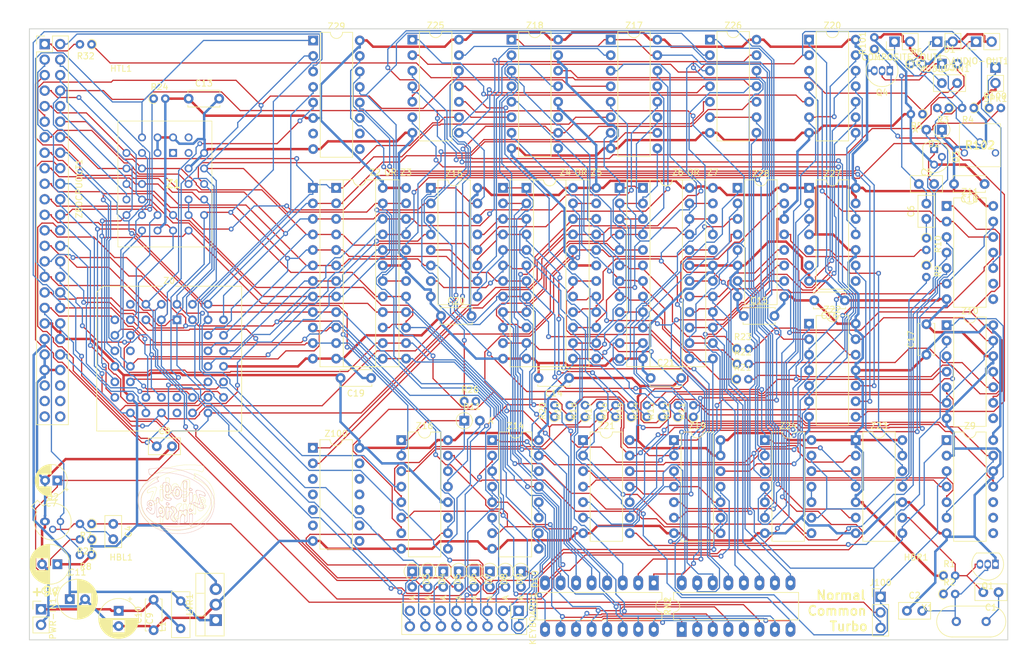
<source format=kicad_pcb>
(kicad_pcb (version 20171130) (host pcbnew "(5.1.4)-1")
  (title_block (title ACE2NOKBV2) (date 2019-07-13) (rev Beta) (company Ontobus) (comment 1 "John Bradley") (comment 2 https://creativecommons.org/licenses/by-nc-sa/4.0/) (comment 3 "Attribution-NonCommercial-ShareAlike 4.0 International License.") (comment 4 "This work is licensed under a Creative Commons "))
  (layers (0 Top signal) (31 Bottom signal) (34 B.Paste user) (35 F.Paste user) (36 B.SilkS user) (37 F.SilkS user) (38 B.Mask user) (39 F.Mask user) (44 Edge.Cuts user))
  (net 0 "")
  (net 1 GND)
  (net 2 "Net-(Z19-Pad12)")
  (net 3 /VIDEN)
  (net 4 "Net-(Z19-Pad5)")
  (net 5 "Net-(Z19-Pad6)")
  (net 6 "Net-(Z19-Pad3)")
  (net 7 /CNT15)
  (net 8 /CNT16)
  (net 9 "Net-(Z29-Pad11)")
  (net 10 "Net-(Z29-Pad10)")
  (net 11 "Net-(Z29-Pad9)")
  (net 12 "Net-(Z29-Pad7)")
  (net 13 "Net-(Z23-Pad3)")
  (net 14 "Net-(Z24-Pad10)")
  (net 15 "Net-(Z24-Pad3)")
  (net 16 "Net-(Z23-Pad4)")
  (net 17 /CNT8)
  (net 18 "Net-(Z22-Pad12)")
  (net 19 "Net-(Z20-Pad1)")
  (net 20 /2764)
  (net 21 "Net-(Z22-Pad2)")
  (net 22 /CNT6)
  (net 23 "Net-(RN2-Pad16)")
  (net 24 "Net-(RN2-Pad15)")
  (net 25 "Net-(RN2-Pad14)")
  (net 26 "Net-(RN2-Pad13)")
  (net 27 "Net-(RN2-Pad12)")
  (net 28 "Net-(RN2-Pad11)")
  (net 29 "Net-(RN2-Pad10)")
  (net 30 "Net-(RN2-Pad9)")
  (net 31 /CNT7)
  (net 32 /CNT5)
  (net 33 /CNT17)
  (net 34 "Net-(Z20-Pad5)")
  (net 35 "Net-(Z16-Pad11)")
  (net 36 "Net-(C3-Pad2)")
  (net 37 "Net-(Z20-Pad11)")
  (net 38 "Net-(Z11-Pad12)")
  (net 39 "Net-(Z20-Pad8)")
  (net 40 /CNT14)
  (net 41 /CNT0)
  (net 42 /CNT1)
  (net 43 /CNT2)
  (net 44 "Net-(Z10-Pad2)")
  (net 45 /CNT13)
  (net 46 /CNT12)
  (net 47 "Net-(Z23-Pad13)")
  (net 48 "Net-(Z23-Pad12)")
  (net 49 "Net-(Z17-Pad1)")
  (net 50 "Net-(R10-Pad2)")
  (net 51 "Net-(Z27-Pad6)")
  (net 52 "Net-(Z27-Pad8)")
  (net 53 /CNT3)
  (net 54 /CNT4)
  (net 55 "Net-(Z9-Pad10)")
  (net 56 "Net-(Z9-Pad9)")
  (net 57 "Net-(Z9-Pad8)")
  (net 58 /CNT9)
  (net 59 /CNT10)
  (net 60 /CNT11)
  (net 61 "Net-(Z10-Pad8)")
  (net 62 "Net-(Z11-Pad9)")
  (net 63 "Net-(Z11-Pad8)")
  (net 64 /VIDEO)
  (net 65 "Net-(C4-Pad2)")
  (net 66 "Net-(C6-Pad1)")
  (net 67 "Net-(Q3-Pad2)")
  (net 68 "Net-(C1-Pad2)")
  (net 69 "Net-(C5-Pad1)")
  (net 70 "Net-(AUDIO-IN1-Pad1)")
  (net 71 "Net-(AUDIO-OUT1-Pad1)")
  (net 72 "Net-(Z80CPUOUT1-Pad50)")
  (net 73 "Net-(Z80CPUOUT1-Pad49)")
  (net 74 "Net-(Z80CPUOUT1-Pad48)")
  (net 75 "Net-(Z80CPUOUT1-Pad47)")
  (net 76 "Net-(Z80CPUOUT1-Pad46)")
  (net 77 "Net-(Z80CPUOUT1-Pad45)")
  (net 78 +9V)
  (net 79 /A11)
  (net 80 /A12)
  (net 81 /A13)
  (net 82 /A14)
  (net 83 /A15)
  (net 84 /DA4)
  (net 85 /DA3)
  (net 86 /DA5)
  (net 87 /A2)
  (net 88 /A6)
  (net 89 /A10)
  (net 90 /A5)
  (net 91 /A9)
  (net 92 /A4)
  (net 93 /A8)
  (net 94 /A3)
  (net 95 /A7)
  (net 96 /A1)
  (net 97 /A0)
  (net 98 /DA0)
  (net 99 /DA1)
  (net 100 /DA2)
  (net 101 /DA6)
  (net 102 /DA7)
  (net 103 "Net-(D1-Pad2)")
  (net 104 "Net-(D11-Pad2)")
  (net 105 "Net-(D11-Pad1)")
  (net 106 "Net-(R3-Pad1)")
  (net 107 "Net-(R11-Pad1)")
  (net 108 "Net-(R12-Pad1)")
  (net 109 "Net-(R13-Pad1)")
  (net 110 "Net-(R14-Pad1)")
  (net 111 "Net-(R15-Pad1)")
  (net 112 "Net-(R16-Pad1)")
  (net 113 "Net-(R17-Pad1)")
  (net 114 "Net-(R18-Pad1)")
  (net 115 "Net-(R19-Pad1)")
  (net 116 "Net-(R20-Pad1)")
  (net 117 "Net-(R21-Pad1)")
  (net 118 "Net-(R22-Pad1)")
  (net 119 "Net-(R23-Pad1)")
  (net 120 "Net-(R26-Pad2)")
  (net 121 "Net-(RN1-Pad8)")
  (net 122 "Net-(RN1-Pad7)")
  (net 123 "Net-(RN1-Pad6)")
  (net 124 "Net-(RN1-Pad5)")
  (net 125 "Net-(RN1-Pad4)")
  (net 126 "Net-(RN1-Pad3)")
  (net 127 "Net-(RN1-Pad2)")
  (net 128 "Net-(RN1-Pad1)")
  (net 129 /EAR)
  (net 130 "Net-(Z24-Pad4)")
  (net 131 "Net-(Z24-Pad5)")
  (net 132 +9Vsm)
  (net 133 "Net-(COMPOSITE-OUT1-Pad1)")
  (net 134 "Net-(Q4-Pad1)")
  (net 135 "Net-(R100-Pad1)")
  (net 136 /~WAIT)
  (net 137 /~BUSRQ)
  (net 138 /~IOREQ)
  (net 139 /~MREQ)
  (net 140 /~HALT)
  (net 141 /~INT)
  (net 142 /~REFSH)
  (net 143 /~M1)
  (net 144 /~BUSAK)
  (net 145 /~WR)
  (net 146 /~RD)
  (net 147 /~VHOLD)
  (net 148 ~RESET)
  (net 149 +5V)
  (net 150 /~WE)
  (net 151 "Net-(R102-Pad3)")
  (net 152 "Net-(KEYBOARD1-Pad7)")
  (net 153 "Net-(KEYBOARD1-Pad5)")
  (net 154 "Net-(KEYBOARD1-Pad3)")
  (net 155 "Net-(KEYBOARD1-Pad1)")
  (net 156 "Net-(Z14-Pad1)")
  (net 157 "Net-(C1-Pad1)")
  (net 158 "Net-(C2-Pad2)")
  (net 159 "Net-(R9-Pad2)")
  (net 160 "Net-(Z18-Pad11)")
  (net 161 PHI)
  (net 162 /BASECLK)
  (net 163 "Net-(KEYBOARD1-Pad15)")
  (net 164 "Net-(KEYBOARD1-Pad13)")
  (net 165 "Net-(KEYBOARD1-Pad11)")
  (net 166 "Net-(KEYBOARD1-Pad9)")
  (net 167 "Net-(Z1-Pad1)")
  (net 168 "Net-(Z100-Pad2)")
  (net 169 "Net-(Z22-Pad10)")
  (net 170 "Net-(Z22-Pad9)")
  (net 171 "Net-(Z100-Pad13)")
  (net 172 "Net-(Z100-Pad6)")
  (net 173 "Net-(Z100-Pad12)")
  (net 174 "Net-(Z100-Pad5)")
  (net 175 "Net-(Z100-Pad11)")
  (net 176 "Net-(Z100-Pad4)")
  (net 177 "Net-(Z100-Pad10)")
  (net 178 "Net-(Z100-Pad3)")
  (net 179 "Net-(Z100-Pad9)")
  (net 180 "Net-(Z100-Pad8)")
  (net 181 /CPUCLK)
  (net 182 "Net-(Z1-Pad31)")
  (net 183 "Net-(Z1-Pad30)")
  (net 184 "Net-(Z0-Pad24)")
  (net 185 "Net-(Z0-Pad25)")
  (net 186 "Net-(Z0-Pad12)")
  (net 187 "Net-(Z0-Pad6)")
  (net 188 "Net-(D3-Pad1)")
  (net 189 "Net-(D4-Pad1)")
  (net 190 "Net-(D5-Pad1)")
  (net 191 "Net-(D6-Pad1)")
  (net 192 "Net-(D7-Pad1)")
  (net 193 "Net-(D8-Pad1)")
  (net 194 "Net-(D9-Pad1)")
  (net 195 "Net-(D10-Pad1)")
  (net 196 "Net-(R32-Pad1)")
  (net 197 "Net-(Z2-Pad18)")
  (module Package_DIP:DIP-24_W7.62mm (layer Top) (at 121.285 65.405)
    (fp_text reference Z2 (at 6.35 -2.54) (layer F.SilkS))
    (fp_text value 6116SA20TPGI)
    (pad 24 thru_hole oval (at 7.62 0) (size 1.6 1.6) (drill 0.8) (layers *.Cu *.Mask) (net 149 +5V))
    (pad 12 thru_hole oval (at 0 27.94) (size 1.6 1.6) (drill 0.8) (layers *.Cu *.Mask) (net 1 GND))
    (pad 23 thru_hole oval (at 7.62 2.54) (size 1.6 1.6) (drill 0.8) (layers *.Cu *.Mask) (net 93 /A8))
    (pad 11 thru_hole oval (at 0 25.4) (size 1.6 1.6) (drill 0.8) (layers *.Cu *.Mask) (net 100 /DA2))
    (pad 22 thru_hole oval (at 7.62 5.08) (size 1.6 1.6) (drill 0.8) (layers *.Cu *.Mask) (net 91 /A9))
    (pad 10 thru_hole oval (at 0 22.86) (size 1.6 1.6) (drill 0.8) (layers *.Cu *.Mask) (net 99 /DA1))
    (pad 21 thru_hole oval (at 7.62 7.62) (size 1.6 1.6) (drill 0.8) (layers *.Cu *.Mask) (net 145 /~WR))
    (pad 9 thru_hole oval (at 0 20.32) (size 1.6 1.6) (drill 0.8) (layers *.Cu *.Mask) (net 98 /DA0))
    (pad 20 thru_hole oval (at 7.62 10.16) (size 1.6 1.6) (drill 0.8) (layers *.Cu *.Mask) (net 146 /~RD))
    (pad 8 thru_hole oval (at 0 17.78) (size 1.6 1.6) (drill 0.8) (layers *.Cu *.Mask) (net 97 /A0))
    (pad 19 thru_hole oval (at 7.62 12.7) (size 1.6 1.6) (drill 0.8) (layers *.Cu *.Mask) (net 1 GND))
    (pad 7 thru_hole oval (at 0 15.24) (size 1.6 1.6) (drill 0.8) (layers *.Cu *.Mask) (net 96 /A1))
    (pad 18 thru_hole oval (at 7.62 15.24) (size 1.6 1.6) (drill 0.8) (layers *.Cu *.Mask) (net 197 "Net-(Z2-Pad18)"))
    (pad 6 thru_hole oval (at 0 12.7) (size 1.6 1.6) (drill 0.8) (layers *.Cu *.Mask) (net 87 /A2))
    (pad 17 thru_hole oval (at 7.62 17.78) (size 1.6 1.6) (drill 0.8) (layers *.Cu *.Mask) (net 102 /DA7))
    (pad 5 thru_hole oval (at 0 10.16) (size 1.6 1.6) (drill 0.8) (layers *.Cu *.Mask) (net 94 /A3))
    (pad 16 thru_hole oval (at 7.62 20.32) (size 1.6 1.6) (drill 0.8) (layers *.Cu *.Mask) (net 101 /DA6))
    (pad 4 thru_hole oval (at 0 7.62) (size 1.6 1.6) (drill 0.8) (layers *.Cu *.Mask) (net 92 /A4))
    (pad 15 thru_hole oval (at 7.62 22.86) (size 1.6 1.6) (drill 0.8) (layers *.Cu *.Mask) (net 86 /DA5))
    (pad 3 thru_hole oval (at 0 5.08) (size 1.6 1.6) (drill 0.8) (layers *.Cu *.Mask) (net 90 /A5))
    (pad 14 thru_hole oval (at 7.62 25.4) (size 1.6 1.6) (drill 0.8) (layers *.Cu *.Mask) (net 84 /DA4))
    (pad 2 thru_hole oval (at 0 2.54) (size 1.6 1.6) (drill 0.8) (layers *.Cu *.Mask) (net 88 /A6))
    (pad 13 thru_hole oval (at 7.62 27.94) (size 1.6 1.6) (drill 0.8) (layers *.Cu *.Mask) (net 85 /DA3))
    (pad 1 thru_hole rect (at 0 0) (size 1.6 1.6) (drill 0.8) (layers *.Cu *.Mask) (net 95 /A7))
  )
  (module Package_DIP:DIP-24_W7.62mm (layer Top) (at 171.45 65.405)
    (fp_text reference Z6 (at 5.715 -2.54) (layer F.SilkS))
    (fp_text value 6116SA20TPGI)
    (pad 24 thru_hole oval (at 7.62 0) (size 1.6 1.6) (drill 0.8) (layers *.Cu *.Mask) (net 149 +5V))
    (pad 12 thru_hole oval (at 0 27.94) (size 1.6 1.6) (drill 0.8) (layers *.Cu *.Mask) (net 1 GND))
    (pad 23 thru_hole oval (at 7.62 2.54) (size 1.6 1.6) (drill 0.8) (layers *.Cu *.Mask) (net 126 "Net-(RN1-Pad3)"))
    (pad 11 thru_hole oval (at 0 25.4) (size 1.6 1.6) (drill 0.8) (layers *.Cu *.Mask) (net 25 "Net-(RN2-Pad14)"))
    (pad 22 thru_hole oval (at 7.62 5.08) (size 1.6 1.6) (drill 0.8) (layers *.Cu *.Mask) (net 127 "Net-(RN1-Pad2)"))
    (pad 10 thru_hole oval (at 0 22.86) (size 1.6 1.6) (drill 0.8) (layers *.Cu *.Mask) (net 24 "Net-(RN2-Pad15)"))
    (pad 21 thru_hole oval (at 7.62 7.62) (size 1.6 1.6) (drill 0.8) (layers *.Cu *.Mask) (net 196 "Net-(R32-Pad1)"))
    (pad 9 thru_hole oval (at 0 20.32) (size 1.6 1.6) (drill 0.8) (layers *.Cu *.Mask) (net 23 "Net-(RN2-Pad16)"))
    (pad 20 thru_hole oval (at 7.62 10.16) (size 1.6 1.6) (drill 0.8) (layers *.Cu *.Mask) (net 168 "Net-(Z100-Pad2)"))
    (pad 8 thru_hole oval (at 0 17.78) (size 1.6 1.6) (drill 0.8) (layers *.Cu *.Mask) (net 117 "Net-(R21-Pad1)"))
    (pad 19 thru_hole oval (at 7.62 12.7) (size 1.6 1.6) (drill 0.8) (layers *.Cu *.Mask) (net 1 GND))
    (pad 7 thru_hole oval (at 0 15.24) (size 1.6 1.6) (drill 0.8) (layers *.Cu *.Mask) (net 118 "Net-(R22-Pad1)"))
    (pad 18 thru_hole oval (at 7.62 15.24) (size 1.6 1.6) (drill 0.8) (layers *.Cu *.Mask) (net 15 "Net-(Z24-Pad3)"))
    (pad 6 thru_hole oval (at 0 12.7) (size 1.6 1.6) (drill 0.8) (layers *.Cu *.Mask) (net 119 "Net-(R23-Pad1)"))
    (pad 17 thru_hole oval (at 7.62 17.78) (size 1.6 1.6) (drill 0.8) (layers *.Cu *.Mask) (net 30 "Net-(RN2-Pad9)"))
    (pad 5 thru_hole oval (at 0 10.16) (size 1.6 1.6) (drill 0.8) (layers *.Cu *.Mask) (net 121 "Net-(RN1-Pad8)"))
    (pad 16 thru_hole oval (at 7.62 20.32) (size 1.6 1.6) (drill 0.8) (layers *.Cu *.Mask) (net 29 "Net-(RN2-Pad10)"))
    (pad 4 thru_hole oval (at 0 7.62) (size 1.6 1.6) (drill 0.8) (layers *.Cu *.Mask) (net 122 "Net-(RN1-Pad7)"))
    (pad 15 thru_hole oval (at 7.62 22.86) (size 1.6 1.6) (drill 0.8) (layers *.Cu *.Mask) (net 28 "Net-(RN2-Pad11)"))
    (pad 3 thru_hole oval (at 0 5.08) (size 1.6 1.6) (drill 0.8) (layers *.Cu *.Mask) (net 123 "Net-(RN1-Pad6)"))
    (pad 14 thru_hole oval (at 7.62 25.4) (size 1.6 1.6) (drill 0.8) (layers *.Cu *.Mask) (net 27 "Net-(RN2-Pad12)"))
    (pad 2 thru_hole oval (at 0 2.54) (size 1.6 1.6) (drill 0.8) (layers *.Cu *.Mask) (net 124 "Net-(RN1-Pad5)"))
    (pad 13 thru_hole oval (at 7.62 27.94) (size 1.6 1.6) (drill 0.8) (layers *.Cu *.Mask) (net 26 "Net-(RN2-Pad13)"))
    (pad 1 thru_hole rect (at 0 0) (size 1.6 1.6) (drill 0.8) (layers *.Cu *.Mask) (net 125 "Net-(RN1-Pad4)"))
  )
  (module Package_DIP:DIP-24_W7.62mm (layer Top) (at 152.4 65.405)
    (fp_text reference Z4 (at 6.35 -2.54) (layer F.SilkS))
    (fp_text value 6116SA20TPGI)
    (pad 24 thru_hole oval (at 7.62 0) (size 1.6 1.6) (drill 0.8) (layers *.Cu *.Mask) (net 149 +5V))
    (pad 12 thru_hole oval (at 0 27.94) (size 1.6 1.6) (drill 0.8) (layers *.Cu *.Mask) (net 1 GND))
    (pad 23 thru_hole oval (at 7.62 2.54) (size 1.6 1.6) (drill 0.8) (layers *.Cu *.Mask) (net 115 "Net-(R19-Pad1)"))
    (pad 11 thru_hole oval (at 0 25.4) (size 1.6 1.6) (drill 0.8) (layers *.Cu *.Mask) (net 123 "Net-(RN1-Pad6)"))
    (pad 22 thru_hole oval (at 7.62 5.08) (size 1.6 1.6) (drill 0.8) (layers *.Cu *.Mask) (net 116 "Net-(R20-Pad1)"))
    (pad 10 thru_hole oval (at 0 22.86) (size 1.6 1.6) (drill 0.8) (layers *.Cu *.Mask) (net 122 "Net-(RN1-Pad7)"))
    (pad 21 thru_hole oval (at 7.62 7.62) (size 1.6 1.6) (drill 0.8) (layers *.Cu *.Mask) (net 196 "Net-(R32-Pad1)"))
    (pad 9 thru_hole oval (at 0 20.32) (size 1.6 1.6) (drill 0.8) (layers *.Cu *.Mask) (net 121 "Net-(RN1-Pad8)"))
    (pad 20 thru_hole oval (at 7.62 10.16) (size 1.6 1.6) (drill 0.8) (layers *.Cu *.Mask) (net 168 "Net-(Z100-Pad2)"))
    (pad 8 thru_hole oval (at 0 17.78) (size 1.6 1.6) (drill 0.8) (layers *.Cu *.Mask) (net 107 "Net-(R11-Pad1)"))
    (pad 19 thru_hole oval (at 7.62 12.7) (size 1.6 1.6) (drill 0.8) (layers *.Cu *.Mask) (net 1 GND))
    (pad 7 thru_hole oval (at 0 15.24) (size 1.6 1.6) (drill 0.8) (layers *.Cu *.Mask) (net 108 "Net-(R12-Pad1)"))
    (pad 18 thru_hole oval (at 7.62 15.24) (size 1.6 1.6) (drill 0.8) (layers *.Cu *.Mask) (net 16 "Net-(Z23-Pad4)"))
    (pad 6 thru_hole oval (at 0 12.7) (size 1.6 1.6) (drill 0.8) (layers *.Cu *.Mask) (net 109 "Net-(R13-Pad1)"))
    (pad 17 thru_hole oval (at 7.62 17.78) (size 1.6 1.6) (drill 0.8) (layers *.Cu *.Mask) (net 128 "Net-(RN1-Pad1)"))
    (pad 5 thru_hole oval (at 0 10.16) (size 1.6 1.6) (drill 0.8) (layers *.Cu *.Mask) (net 110 "Net-(R14-Pad1)"))
    (pad 16 thru_hole oval (at 7.62 20.32) (size 1.6 1.6) (drill 0.8) (layers *.Cu *.Mask) (net 127 "Net-(RN1-Pad2)"))
    (pad 4 thru_hole oval (at 0 7.62) (size 1.6 1.6) (drill 0.8) (layers *.Cu *.Mask) (net 111 "Net-(R15-Pad1)"))
    (pad 15 thru_hole oval (at 7.62 22.86) (size 1.6 1.6) (drill 0.8) (layers *.Cu *.Mask) (net 126 "Net-(RN1-Pad3)"))
    (pad 3 thru_hole oval (at 0 5.08) (size 1.6 1.6) (drill 0.8) (layers *.Cu *.Mask) (net 112 "Net-(R16-Pad1)"))
    (pad 14 thru_hole oval (at 7.62 25.4) (size 1.6 1.6) (drill 0.8) (layers *.Cu *.Mask) (net 125 "Net-(RN1-Pad4)"))
    (pad 2 thru_hole oval (at 0 2.54) (size 1.6 1.6) (drill 0.8) (layers *.Cu *.Mask) (net 113 "Net-(R17-Pad1)"))
    (pad 13 thru_hole oval (at 7.62 27.94) (size 1.6 1.6) (drill 0.8) (layers *.Cu *.Mask) (net 124 "Net-(RN1-Pad5)"))
    (pad 1 thru_hole rect (at 0 0) (size 1.6 1.6) (drill 0.8) (layers *.Cu *.Mask) (net 114 "Net-(R18-Pad1)"))
  )
  (module Package_DIP:DIP-16_W7.62mm (layer Top) (at 117.525 41.275)
    (fp_text reference Z29 (at 3.81 -2.33) (layer F.SilkS))
    (fp_text value SN74AHCT138N)
    (pad 16 thru_hole oval (at 7.62 0) (size 1.6 1.6) (drill 0.8) (layers *.Cu *.Mask) (net 149 +5V))
    (pad 8 thru_hole oval (at 0 17.78) (size 1.6 1.6) (drill 0.8) (layers *.Cu *.Mask) (net 1 GND))
    (pad 15 thru_hole oval (at 7.62 2.54) (size 1.6 1.6) (drill 0.8) (layers *.Cu *.Mask) (net 170 "Net-(Z22-Pad9)"))
    (pad 7 thru_hole oval (at 0 15.24) (size 1.6 1.6) (drill 0.8) (layers *.Cu *.Mask) (net 12 "Net-(Z29-Pad7)"))
    (pad 14 thru_hole oval (at 7.62 5.08) (size 1.6 1.6) (drill 0.8) (layers *.Cu *.Mask) (net 169 "Net-(Z22-Pad10)"))
    (pad 6 thru_hole oval (at 0 12.7) (size 1.6 1.6) (drill 0.8) (layers *.Cu *.Mask) (net 149 +5V))
    (pad 13 thru_hole oval (at 7.62 7.62) (size 1.6 1.6) (drill 0.8) (layers *.Cu *.Mask) (net 120 "Net-(R26-Pad2)"))
    (pad 5 thru_hole oval (at 0 10.16) (size 1.6 1.6) (drill 0.8) (layers *.Cu *.Mask) (net 82 /A14))
    (pad 12 thru_hole oval (at 7.62 10.16) (size 1.6 1.6) (drill 0.8) (layers *.Cu *.Mask) (net 197 "Net-(Z2-Pad18)"))
    (pad 4 thru_hole oval (at 0 7.62) (size 1.6 1.6) (drill 0.8) (layers *.Cu *.Mask) (net 83 /A15))
    (pad 11 thru_hole oval (at 7.62 12.7) (size 1.6 1.6) (drill 0.8) (layers *.Cu *.Mask) (net 9 "Net-(Z29-Pad11)"))
    (pad 3 thru_hole oval (at 0 5.08) (size 1.6 1.6) (drill 0.8) (layers *.Cu *.Mask) (net 139 /~MREQ))
    (pad 10 thru_hole oval (at 7.62 15.24) (size 1.6 1.6) (drill 0.8) (layers *.Cu *.Mask) (net 10 "Net-(Z29-Pad10)"))
    (pad 2 thru_hole oval (at 0 2.54) (size 1.6 1.6) (drill 0.8) (layers *.Cu *.Mask) (net 81 /A13))
    (pad 9 thru_hole oval (at 7.62 17.78) (size 1.6 1.6) (drill 0.8) (layers *.Cu *.Mask) (net 11 "Net-(Z29-Pad9)"))
    (pad 1 thru_hole rect (at 0 0) (size 1.6 1.6) (drill 0.8) (layers *.Cu *.Mask) (net 80 /A12))
  )
  (module Package_DIP:DIP-16_W7.62mm (layer Top) (at 186.937 65.405)
    (fp_text reference Z28 (at 3.81 -2.33) (layer F.SilkS))
    (fp_text value SN74AHCTLS166N)
    (pad 16 thru_hole oval (at 7.62 0) (size 1.6 1.6) (drill 0.8) (layers *.Cu *.Mask) (net 149 +5V))
    (pad 8 thru_hole oval (at 0 17.78) (size 1.6 1.6) (drill 0.8) (layers *.Cu *.Mask) (net 1 GND))
    (pad 15 thru_hole oval (at 7.62 2.54) (size 1.6 1.6) (drill 0.8) (layers *.Cu *.Mask) (net 5 "Net-(Z19-Pad6)"))
    (pad 7 thru_hole oval (at 0 15.24) (size 1.6 1.6) (drill 0.8) (layers *.Cu *.Mask) (net 162 /BASECLK))
    (pad 14 thru_hole oval (at 7.62 5.08) (size 1.6 1.6) (drill 0.8) (layers *.Cu *.Mask) (net 1 GND))
    (pad 6 thru_hole oval (at 0 12.7) (size 1.6 1.6) (drill 0.8) (layers *.Cu *.Mask) (net 1 GND))
    (pad 13 thru_hole oval (at 7.62 7.62) (size 1.6 1.6) (drill 0.8) (layers *.Cu *.Mask) (net 47 "Net-(Z23-Pad13)"))
    (pad 5 thru_hole oval (at 0 10.16) (size 1.6 1.6) (drill 0.8) (layers *.Cu *.Mask) (net 27 "Net-(RN2-Pad12)"))
    (pad 12 thru_hole oval (at 7.62 10.16) (size 1.6 1.6) (drill 0.8) (layers *.Cu *.Mask) (net 30 "Net-(RN2-Pad9)"))
    (pad 4 thru_hole oval (at 0 7.62) (size 1.6 1.6) (drill 0.8) (layers *.Cu *.Mask) (net 26 "Net-(RN2-Pad13)"))
    (pad 11 thru_hole oval (at 7.62 12.7) (size 1.6 1.6) (drill 0.8) (layers *.Cu *.Mask) (net 29 "Net-(RN2-Pad10)"))
    (pad 3 thru_hole oval (at 0 5.08) (size 1.6 1.6) (drill 0.8) (layers *.Cu *.Mask) (net 25 "Net-(RN2-Pad14)"))
    (pad 10 thru_hole oval (at 7.62 15.24) (size 1.6 1.6) (drill 0.8) (layers *.Cu *.Mask) (net 28 "Net-(RN2-Pad11)"))
    (pad 2 thru_hole oval (at 0 2.54) (size 1.6 1.6) (drill 0.8) (layers *.Cu *.Mask) (net 24 "Net-(RN2-Pad15)"))
    (pad 9 thru_hole oval (at 7.62 17.78) (size 1.6 1.6) (drill 0.8) (layers *.Cu *.Mask) (net 149 +5V))
    (pad 1 thru_hole rect (at 0 0) (size 1.6 1.6) (drill 0.8) (layers *.Cu *.Mask) (net 23 "Net-(RN2-Pad16)"))
  )
  (module Package_DIP:DIP-14_W7.62mm (layer Top) (at 198.628 65.405)
    (fp_text reference Z27 (at 3.81 -2.33) (layer F.SilkS))
    (fp_text value SN74AHCT74N)
    (pad 14 thru_hole oval (at 7.62 0) (size 1.6 1.6) (drill 0.8) (layers *.Cu *.Mask) (net 149 +5V))
    (pad 7 thru_hole oval (at 0 15.24) (size 1.6 1.6) (drill 0.8) (layers *.Cu *.Mask) (net 1 GND))
    (pad 13 thru_hole oval (at 7.62 2.54) (size 1.6 1.6) (drill 0.8) (layers *.Cu *.Mask) (net 149 +5V))
    (pad 6 thru_hole oval (at 0 12.7) (size 1.6 1.6) (drill 0.8) (layers *.Cu *.Mask) (net 51 "Net-(Z27-Pad6)"))
    (pad 12 thru_hole oval (at 7.62 5.08) (size 1.6 1.6) (drill 0.8) (layers *.Cu *.Mask) (net 37 "Net-(Z20-Pad11)"))
    (pad 5 thru_hole oval (at 0 10.16) (size 1.6 1.6) (drill 0.8) (layers *.Cu *.Mask) (net 50 "Net-(R10-Pad2)"))
    (pad 11 thru_hole oval (at 7.62 7.62) (size 1.6 1.6) (drill 0.8) (layers *.Cu *.Mask) (net 39 "Net-(Z20-Pad8)"))
    (pad 4 thru_hole oval (at 0 7.62) (size 1.6 1.6) (drill 0.8) (layers *.Cu *.Mask) (net 149 +5V))
    (pad 10 thru_hole oval (at 7.62 10.16) (size 1.6 1.6) (drill 0.8) (layers *.Cu *.Mask) (net 149 +5V))
    (pad 3 thru_hole oval (at 0 5.08) (size 1.6 1.6) (drill 0.8) (layers *.Cu *.Mask) (net 130 "Net-(Z24-Pad4)"))
    (pad 9 thru_hole oval (at 7.62 12.7) (size 1.6 1.6) (drill 0.8) (layers *.Cu *.Mask) (net 48 "Net-(Z23-Pad12)"))
    (pad 2 thru_hole oval (at 0 2.54) (size 1.6 1.6) (drill 0.8) (layers *.Cu *.Mask) (net 98 /DA0))
    (pad 8 thru_hole oval (at 7.62 15.24) (size 1.6 1.6) (drill 0.8) (layers *.Cu *.Mask) (net 52 "Net-(Z27-Pad8)"))
    (pad 1 thru_hole rect (at 0 0) (size 1.6 1.6) (drill 0.8) (layers *.Cu *.Mask) (net 149 +5V))
  )
  (module Package_DIP:DIP-14_W7.62mm (layer Top) (at 182.407 41.148)
    (fp_text reference Z26 (at 3.81 -2.33) (layer F.SilkS))
    (fp_text value SN74AHCT32N)
    (pad 14 thru_hole oval (at 7.62 0) (size 1.6 1.6) (drill 0.8) (layers *.Cu *.Mask) (net 149 +5V))
    (pad 7 thru_hole oval (at 0 15.24) (size 1.6 1.6) (drill 0.8) (layers *.Cu *.Mask) (net 1 GND))
    (pad 13 thru_hole oval (at 7.62 2.54) (size 1.6 1.6) (drill 0.8) (layers *.Cu *.Mask) (net 105 "Net-(D11-Pad1)"))
    (pad 6 thru_hole oval (at 0 12.7) (size 1.6 1.6) (drill 0.8) (layers *.Cu *.Mask) (net 131 "Net-(Z24-Pad5)"))
    (pad 12 thru_hole oval (at 7.62 5.08) (size 1.6 1.6) (drill 0.8) (layers *.Cu *.Mask) (net 145 /~WR))
    (pad 5 thru_hole oval (at 0 10.16) (size 1.6 1.6) (drill 0.8) (layers *.Cu *.Mask) (net 97 /A0))
    (pad 11 thru_hole oval (at 7.62 7.62) (size 1.6 1.6) (drill 0.8) (layers *.Cu *.Mask) (net 196 "Net-(R32-Pad1)"))
    (pad 4 thru_hole oval (at 0 7.62) (size 1.6 1.6) (drill 0.8) (layers *.Cu *.Mask) (net 138 /~IOREQ))
    (pad 10 thru_hole oval (at 7.62 10.16) (size 1.6 1.6) (drill 0.8) (layers *.Cu *.Mask) (net 146 /~RD))
    (pad 3 thru_hole oval (at 0 5.08) (size 1.6 1.6) (drill 0.8) (layers *.Cu *.Mask) (net 136 /~WAIT))
    (pad 9 thru_hole oval (at 7.62 12.7) (size 1.6 1.6) (drill 0.8) (layers *.Cu *.Mask) (net 131 "Net-(Z24-Pad5)"))
    (pad 2 thru_hole oval (at 0 2.54) (size 1.6 1.6) (drill 0.8) (layers *.Cu *.Mask) (net 120 "Net-(R26-Pad2)"))
    (pad 8 thru_hole oval (at 7.62 15.24) (size 1.6 1.6) (drill 0.8) (layers *.Cu *.Mask) (net 156 "Net-(Z14-Pad1)"))
    (pad 1 thru_hole rect (at 0 0) (size 1.6 1.6) (drill 0.8) (layers *.Cu *.Mask) (net 147 /~VHOLD))
  )
  (module Package_DIP:DIP-14_W7.62mm (layer Top) (at 133.746 41.148)
    (fp_text reference Z25 (at 3.81 -2.33) (layer F.SilkS))
    (fp_text value SN74AHCT02N)
    (pad 14 thru_hole oval (at 7.62 0) (size 1.6 1.6) (drill 0.8) (layers *.Cu *.Mask) (net 149 +5V))
    (pad 7 thru_hole oval (at 0 15.24) (size 1.6 1.6) (drill 0.8) (layers *.Cu *.Mask) (net 1 GND))
    (pad 13 thru_hole oval (at 7.62 2.54) (size 1.6 1.6) (drill 0.8) (layers *.Cu *.Mask) (net 21 "Net-(Z22-Pad2)"))
    (pad 6 thru_hole oval (at 0 12.7) (size 1.6 1.6) (drill 0.8) (layers *.Cu *.Mask) (net 2 "Net-(Z19-Pad12)"))
    (pad 12 thru_hole oval (at 7.62 5.08) (size 1.6 1.6) (drill 0.8) (layers *.Cu *.Mask) (net 31 /CNT7))
    (pad 5 thru_hole oval (at 0 10.16) (size 1.6 1.6) (drill 0.8) (layers *.Cu *.Mask) (net 18 "Net-(Z22-Pad12)"))
    (pad 11 thru_hole oval (at 7.62 7.62) (size 1.6 1.6) (drill 0.8) (layers *.Cu *.Mask) (net 32 /CNT5))
    (pad 4 thru_hole oval (at 0 7.62) (size 1.6 1.6) (drill 0.8) (layers *.Cu *.Mask) (net 103 "Net-(D1-Pad2)"))
    (pad 10 thru_hole oval (at 7.62 10.16) (size 1.6 1.6) (drill 0.8) (layers *.Cu *.Mask) (net 15 "Net-(Z24-Pad3)"))
    (pad 3 thru_hole oval (at 0 5.08) (size 1.6 1.6) (drill 0.8) (layers *.Cu *.Mask) (net 17 /CNT8))
    (pad 9 thru_hole oval (at 7.62 12.7) (size 1.6 1.6) (drill 0.8) (layers *.Cu *.Mask) (net 79 /A11))
    (pad 2 thru_hole oval (at 0 2.54) (size 1.6 1.6) (drill 0.8) (layers *.Cu *.Mask) (net 33 /CNT17))
    (pad 8 thru_hole oval (at 7.62 15.24) (size 1.6 1.6) (drill 0.8) (layers *.Cu *.Mask) (net 105 "Net-(D11-Pad1)"))
    (pad 1 thru_hole rect (at 0 0) (size 1.6 1.6) (drill 0.8) (layers *.Cu *.Mask) (net 34 "Net-(Z20-Pad5)"))
  )
  (module Package_DIP:DIP-14_W7.62mm (layer Top) (at 191.393 106.68)
    (fp_text reference Z24 (at 3.81 -2.33) (layer F.SilkS))
    (fp_text value SN74AHCT02N)
    (pad 14 thru_hole oval (at 7.62 0) (size 1.6 1.6) (drill 0.8) (layers *.Cu *.Mask) (net 149 +5V))
    (pad 7 thru_hole oval (at 0 15.24) (size 1.6 1.6) (drill 0.8) (layers *.Cu *.Mask) (net 1 GND))
    (pad 13 thru_hole oval (at 7.62 2.54) (size 1.6 1.6) (drill 0.8) (layers *.Cu *.Mask) (net 159 "Net-(R9-Pad2)"))
    (pad 6 thru_hole oval (at 0 12.7) (size 1.6 1.6) (drill 0.8) (layers *.Cu *.Mask) (net 145 /~WR))
    (pad 12 thru_hole oval (at 7.62 5.08) (size 1.6 1.6) (drill 0.8) (layers *.Cu *.Mask) (net 13 "Net-(Z23-Pad3)"))
    (pad 5 thru_hole oval (at 0 10.16) (size 1.6 1.6) (drill 0.8) (layers *.Cu *.Mask) (net 131 "Net-(Z24-Pad5)"))
    (pad 11 thru_hole oval (at 7.62 7.62) (size 1.6 1.6) (drill 0.8) (layers *.Cu *.Mask) (net 14 "Net-(Z24-Pad10)"))
    (pad 4 thru_hole oval (at 0 7.62) (size 1.6 1.6) (drill 0.8) (layers *.Cu *.Mask) (net 130 "Net-(Z24-Pad4)"))
    (pad 10 thru_hole oval (at 7.62 10.16) (size 1.6 1.6) (drill 0.8) (layers *.Cu *.Mask) (net 14 "Net-(Z24-Pad10)"))
    (pad 3 thru_hole oval (at 0 5.08) (size 1.6 1.6) (drill 0.8) (layers *.Cu *.Mask) (net 15 "Net-(Z24-Pad3)"))
    (pad 9 thru_hole oval (at 7.62 12.7) (size 1.6 1.6) (drill 0.8) (layers *.Cu *.Mask) (net 159 "Net-(R9-Pad2)"))
    (pad 2 thru_hole oval (at 0 2.54) (size 1.6 1.6) (drill 0.8) (layers *.Cu *.Mask) (net 105 "Net-(D11-Pad1)"))
    (pad 8 thru_hole oval (at 7.62 15.24) (size 1.6 1.6) (drill 0.8) (layers *.Cu *.Mask) (net 130 "Net-(Z24-Pad4)"))
    (pad 1 thru_hole rect (at 0 0) (size 1.6 1.6) (drill 0.8) (layers *.Cu *.Mask) (net 16 "Net-(Z23-Pad4)"))
  )
  (module Package_DIP:DIP-14_W7.62mm (layer Top) (at 206.256 106.68)
    (fp_text reference Z23 (at 3.81 -2.33) (layer F.SilkS))
    (fp_text value SN74AHCT86N)
    (pad 14 thru_hole oval (at 7.62 0) (size 1.6 1.6) (drill 0.8) (layers *.Cu *.Mask) (net 149 +5V))
    (pad 7 thru_hole oval (at 0 15.24) (size 1.6 1.6) (drill 0.8) (layers *.Cu *.Mask) (net 1 GND))
    (pad 13 thru_hole oval (at 7.62 2.54) (size 1.6 1.6) (drill 0.8) (layers *.Cu *.Mask) (net 47 "Net-(Z23-Pad13)"))
    (pad 6 thru_hole oval (at 0 12.7) (size 1.6 1.6) (drill 0.8) (layers *.Cu *.Mask) (net 49 "Net-(Z17-Pad1)"))
    (pad 12 thru_hole oval (at 7.62 5.08) (size 1.6 1.6) (drill 0.8) (layers *.Cu *.Mask) (net 48 "Net-(Z23-Pad12)"))
    (pad 5 thru_hole oval (at 0 10.16) (size 1.6 1.6) (drill 0.8) (layers *.Cu *.Mask) (net 149 +5V))
    (pad 11 thru_hole oval (at 7.62 7.62) (size 1.6 1.6) (drill 0.8) (layers *.Cu *.Mask) (net 106 "Net-(R3-Pad1)"))
    (pad 4 thru_hole oval (at 0 7.62) (size 1.6 1.6) (drill 0.8) (layers *.Cu *.Mask) (net 16 "Net-(Z23-Pad4)"))
    (pad 10 thru_hole oval (at 7.62 10.16) (size 1.6 1.6) (drill 0.8) (layers *.Cu *.Mask) (net 1 GND))
    (pad 3 thru_hole oval (at 0 5.08) (size 1.6 1.6) (drill 0.8) (layers *.Cu *.Mask) (net 13 "Net-(Z23-Pad3)"))
    (pad 9 thru_hole oval (at 7.62 12.7) (size 1.6 1.6) (drill 0.8) (layers *.Cu *.Mask) (net 68 "Net-(C1-Pad2)"))
    (pad 2 thru_hole oval (at 0 2.54) (size 1.6 1.6) (drill 0.8) (layers *.Cu *.Mask) (net 156 "Net-(Z14-Pad1)"))
    (pad 8 thru_hole oval (at 7.62 15.24) (size 1.6 1.6) (drill 0.8) (layers *.Cu *.Mask) (net 162 /BASECLK))
    (pad 1 thru_hole rect (at 0 0) (size 1.6 1.6) (drill 0.8) (layers *.Cu *.Mask) (net 149 +5V))
  )
  (module Package_DIP:DIP-14_W7.62mm (layer Top) (at 198.628 87.63)
    (fp_text reference Z22 (at 3.81 -2.33) (layer F.SilkS))
    (fp_text value SN74AHCT11N)
    (pad 14 thru_hole oval (at 7.62 0) (size 1.6 1.6) (drill 0.8) (layers *.Cu *.Mask) (net 149 +5V))
    (pad 7 thru_hole oval (at 0 15.24) (size 1.6 1.6) (drill 0.8) (layers *.Cu *.Mask) (net 1 GND))
    (pad 13 thru_hole oval (at 7.62 2.54) (size 1.6 1.6) (drill 0.8) (layers *.Cu *.Mask) (net 17 /CNT8))
    (pad 6 thru_hole oval (at 0 12.7) (size 1.6 1.6) (drill 0.8) (layers *.Cu *.Mask) (net 2 "Net-(Z19-Pad12)"))
    (pad 12 thru_hole oval (at 7.62 5.08) (size 1.6 1.6) (drill 0.8) (layers *.Cu *.Mask) (net 18 "Net-(Z22-Pad12)"))
    (pad 5 thru_hole oval (at 0 10.16) (size 1.6 1.6) (drill 0.8) (layers *.Cu *.Mask) (net 19 "Net-(Z20-Pad1)"))
    (pad 11 thru_hole oval (at 7.62 7.62) (size 1.6 1.6) (drill 0.8) (layers *.Cu *.Mask) (net 149 +5V))
    (pad 4 thru_hole oval (at 0 7.62) (size 1.6 1.6) (drill 0.8) (layers *.Cu *.Mask) (net 8 /CNT16))
    (pad 10 thru_hole oval (at 7.62 10.16) (size 1.6 1.6) (drill 0.8) (layers *.Cu *.Mask) (net 169 "Net-(Z22-Pad10)"))
    (pad 3 thru_hole oval (at 0 5.08) (size 1.6 1.6) (drill 0.8) (layers *.Cu *.Mask) (net 7 /CNT15))
    (pad 9 thru_hole oval (at 7.62 12.7) (size 1.6 1.6) (drill 0.8) (layers *.Cu *.Mask) (net 170 "Net-(Z22-Pad9)"))
    (pad 2 thru_hole oval (at 0 2.54) (size 1.6 1.6) (drill 0.8) (layers *.Cu *.Mask) (net 21 "Net-(Z22-Pad2)"))
    (pad 8 thru_hole oval (at 7.62 15.24) (size 1.6 1.6) (drill 0.8) (layers *.Cu *.Mask) (net 20 /2764))
    (pad 1 thru_hole rect (at 0 0) (size 1.6 1.6) (drill 0.8) (layers *.Cu *.Mask) (net 22 /CNT6))
  )
  (module Package_DIP:DIP-14_W7.62mm (layer Top) (at 161.666 106.68)
    (fp_text reference Z21 (at 3.81 -2.33) (layer F.SilkS))
    (fp_text value SN74AHCT11N)
    (pad 14 thru_hole oval (at 7.62 0) (size 1.6 1.6) (drill 0.8) (layers *.Cu *.Mask) (net 149 +5V))
    (pad 7 thru_hole oval (at 0 15.24) (size 1.6 1.6) (drill 0.8) (layers *.Cu *.Mask) (net 1 GND))
    (pad 13 thru_hole oval (at 7.62 2.54) (size 1.6 1.6) (drill 0.8) (layers *.Cu *.Mask) (net 40 /CNT14))
    (pad 6 thru_hole oval (at 0 12.7) (size 1.6 1.6) (drill 0.8) (layers *.Cu *.Mask) (net 3 /VIDEN))
    (pad 12 thru_hole oval (at 7.62 5.08) (size 1.6 1.6) (drill 0.8) (layers *.Cu *.Mask) (net 19 "Net-(Z20-Pad1)"))
    (pad 5 thru_hole oval (at 0 10.16) (size 1.6 1.6) (drill 0.8) (layers *.Cu *.Mask) (net 41 /CNT0))
    (pad 11 thru_hole oval (at 7.62 7.62) (size 1.6 1.6) (drill 0.8) (layers *.Cu *.Mask) (net 17 /CNT8))
    (pad 4 thru_hole oval (at 0 7.62) (size 1.6 1.6) (drill 0.8) (layers *.Cu *.Mask) (net 42 /CNT1))
    (pad 10 thru_hole oval (at 7.62 10.16) (size 1.6 1.6) (drill 0.8) (layers *.Cu *.Mask) (net 31 /CNT7))
    (pad 3 thru_hole oval (at 0 5.08) (size 1.6 1.6) (drill 0.8) (layers *.Cu *.Mask) (net 43 /CNT2))
    (pad 9 thru_hole oval (at 7.62 12.7) (size 1.6 1.6) (drill 0.8) (layers *.Cu *.Mask) (net 32 /CNT5))
    (pad 2 thru_hole oval (at 0 2.54) (size 1.6 1.6) (drill 0.8) (layers *.Cu *.Mask) (net 45 /CNT13))
    (pad 8 thru_hole oval (at 7.62 15.24) (size 1.6 1.6) (drill 0.8) (layers *.Cu *.Mask) (net 44 "Net-(Z10-Pad2)"))
    (pad 1 thru_hole rect (at 0 0) (size 1.6 1.6) (drill 0.8) (layers *.Cu *.Mask) (net 46 /CNT12))
  )
  (module Package_DIP:DIP-14_W7.62mm (layer Top) (at 198.628 41.148)
    (fp_text reference Z20 (at 3.81 -2.33) (layer F.SilkS))
    (fp_text value SN74AHCT08N)
    (pad 14 thru_hole oval (at 7.62 0) (size 1.6 1.6) (drill 0.8) (layers *.Cu *.Mask) (net 149 +5V))
    (pad 7 thru_hole oval (at 0 15.24) (size 1.6 1.6) (drill 0.8) (layers *.Cu *.Mask) (net 1 GND))
    (pad 13 thru_hole oval (at 7.62 2.54) (size 1.6 1.6) (drill 0.8) (layers *.Cu *.Mask) (net 128 "Net-(RN1-Pad1)"))
    (pad 6 thru_hole oval (at 0 12.7) (size 1.6 1.6) (drill 0.8) (layers *.Cu *.Mask) (net 4 "Net-(Z19-Pad5)"))
    (pad 12 thru_hole oval (at 7.62 5.08) (size 1.6 1.6) (drill 0.8) (layers *.Cu *.Mask) (net 4 "Net-(Z19-Pad5)"))
    (pad 5 thru_hole oval (at 0 10.16) (size 1.6 1.6) (drill 0.8) (layers *.Cu *.Mask) (net 34 "Net-(Z20-Pad5)"))
    (pad 11 thru_hole oval (at 7.62 7.62) (size 1.6 1.6) (drill 0.8) (layers *.Cu *.Mask) (net 37 "Net-(Z20-Pad11)"))
    (pad 4 thru_hole oval (at 0 7.62) (size 1.6 1.6) (drill 0.8) (layers *.Cu *.Mask) (net 6 "Net-(Z19-Pad3)"))
    (pad 10 thru_hole oval (at 7.62 10.16) (size 1.6 1.6) (drill 0.8) (layers *.Cu *.Mask) (net 162 /BASECLK))
    (pad 3 thru_hole oval (at 0 5.08) (size 1.6 1.6) (drill 0.8) (layers *.Cu *.Mask) (net 38 "Net-(Z11-Pad12)"))
    (pad 9 thru_hole oval (at 7.62 12.7) (size 1.6 1.6) (drill 0.8) (layers *.Cu *.Mask) (net 3 /VIDEN))
    (pad 2 thru_hole oval (at 0 2.54) (size 1.6 1.6) (drill 0.8) (layers *.Cu *.Mask) (net 33 /CNT17))
    (pad 8 thru_hole oval (at 7.62 15.24) (size 1.6 1.6) (drill 0.8) (layers *.Cu *.Mask) (net 39 "Net-(Z20-Pad8)"))
    (pad 1 thru_hole rect (at 0 0) (size 1.6 1.6) (drill 0.8) (layers *.Cu *.Mask) (net 19 "Net-(Z20-Pad1)"))
  )
  (module Package_DIP:DIP-14_W7.62mm (layer Top) (at 176.529 106.68)
    (fp_text reference Z19 (at 3.81 -2.33) (layer F.SilkS))
    (fp_text value SN74AHCT00N)
    (pad 14 thru_hole oval (at 7.62 0) (size 1.6 1.6) (drill 0.8) (layers *.Cu *.Mask) (net 149 +5V))
    (pad 7 thru_hole oval (at 0 15.24) (size 1.6 1.6) (drill 0.8) (layers *.Cu *.Mask) (net 1 GND))
    (pad 13 thru_hole oval (at 7.62 2.54) (size 1.6 1.6) (drill 0.8) (layers *.Cu *.Mask) (net 149 +5V))
    (pad 6 thru_hole oval (at 0 12.7) (size 1.6 1.6) (drill 0.8) (layers *.Cu *.Mask) (net 5 "Net-(Z19-Pad6)"))
    (pad 12 thru_hole oval (at 7.62 5.08) (size 1.6 1.6) (drill 0.8) (layers *.Cu *.Mask) (net 2 "Net-(Z19-Pad12)"))
    (pad 5 thru_hole oval (at 0 10.16) (size 1.6 1.6) (drill 0.8) (layers *.Cu *.Mask) (net 4 "Net-(Z19-Pad5)"))
    (pad 11 thru_hole oval (at 7.62 7.62) (size 1.6 1.6) (drill 0.8) (layers *.Cu *.Mask) (net 141 /~INT))
    (pad 4 thru_hole oval (at 0 7.62) (size 1.6 1.6) (drill 0.8) (layers *.Cu *.Mask) (net 3 /VIDEN))
    (pad 10 thru_hole oval (at 7.62 10.16) (size 1.6 1.6) (drill 0.8) (layers *.Cu *.Mask) (net 3 /VIDEN))
    (pad 3 thru_hole oval (at 0 5.08) (size 1.6 1.6) (drill 0.8) (layers *.Cu *.Mask) (net 6 "Net-(Z19-Pad3)"))
    (pad 9 thru_hole oval (at 7.62 12.7) (size 1.6 1.6) (drill 0.8) (layers *.Cu *.Mask) (net 89 /A10))
    (pad 2 thru_hole oval (at 0 2.54) (size 1.6 1.6) (drill 0.8) (layers *.Cu *.Mask) (net 7 /CNT15))
    (pad 8 thru_hole oval (at 7.62 15.24) (size 1.6 1.6) (drill 0.8) (layers *.Cu *.Mask) (net 147 /~VHOLD))
    (pad 1 thru_hole rect (at 0 0) (size 1.6 1.6) (drill 0.8) (layers *.Cu *.Mask) (net 8 /CNT16))
  )
  (module Package_DIP:DIP-16_W7.62mm (layer Top) (at 149.966 41.148)
    (fp_text reference Z18 (at 3.81 -2.33) (layer F.SilkS))
    (fp_text value SN74AHCT367N)
    (pad 16 thru_hole oval (at 7.62 0) (size 1.6 1.6) (drill 0.8) (layers *.Cu *.Mask) (net 149 +5V))
    (pad 8 thru_hole oval (at 0 17.78) (size 1.6 1.6) (drill 0.8) (layers *.Cu *.Mask) (net 1 GND))
    (pad 15 thru_hole oval (at 7.62 2.54) (size 1.6 1.6) (drill 0.8) (layers *.Cu *.Mask) (net 1 GND))
    (pad 7 thru_hole oval (at 0 15.24) (size 1.6 1.6) (drill 0.8) (layers *.Cu *.Mask) (net 118 "Net-(R22-Pad1)"))
    (pad 14 thru_hole oval (at 7.62 5.08) (size 1.6 1.6) (drill 0.8) (layers *.Cu *.Mask) (net 36 "Net-(C3-Pad2)"))
    (pad 6 thru_hole oval (at 0 12.7) (size 1.6 1.6) (drill 0.8) (layers *.Cu *.Mask) (net 96 /A1))
    (pad 13 thru_hole oval (at 7.62 7.62) (size 1.6 1.6) (drill 0.8) (layers *.Cu *.Mask) (net 129 /EAR))
    (pad 5 thru_hole oval (at 0 10.16) (size 1.6 1.6) (drill 0.8) (layers *.Cu *.Mask) (net 119 "Net-(R23-Pad1)"))
    (pad 12 thru_hole oval (at 7.62 10.16) (size 1.6 1.6) (drill 0.8) (layers *.Cu *.Mask) (net 149 +5V))
    (pad 4 thru_hole oval (at 0 7.62) (size 1.6 1.6) (drill 0.8) (layers *.Cu *.Mask) (net 87 /A2))
    (pad 11 thru_hole oval (at 7.62 12.7) (size 1.6 1.6) (drill 0.8) (layers *.Cu *.Mask) (net 160 "Net-(Z18-Pad11)"))
    (pad 3 thru_hole oval (at 0 5.08) (size 1.6 1.6) (drill 0.8) (layers *.Cu *.Mask) (net 121 "Net-(RN1-Pad8)"))
    (pad 10 thru_hole oval (at 7.62 15.24) (size 1.6 1.6) (drill 0.8) (layers *.Cu *.Mask) (net 97 /A0))
    (pad 2 thru_hole oval (at 0 2.54) (size 1.6 1.6) (drill 0.8) (layers *.Cu *.Mask) (net 94 /A3))
    (pad 9 thru_hole oval (at 7.62 17.78) (size 1.6 1.6) (drill 0.8) (layers *.Cu *.Mask) (net 117 "Net-(R21-Pad1)"))
    (pad 1 thru_hole rect (at 0 0) (size 1.6 1.6) (drill 0.8) (layers *.Cu *.Mask) (net 49 "Net-(Z17-Pad1)"))
  )
  (module Package_DIP:DIP-16_W7.62mm (layer Top) (at 166.187 41.148)
    (fp_text reference Z17 (at 3.81 -2.33) (layer F.SilkS))
    (fp_text value SN74AHCT367N)
    (pad 16 thru_hole oval (at 7.62 0) (size 1.6 1.6) (drill 0.8) (layers *.Cu *.Mask) (net 149 +5V))
    (pad 8 thru_hole oval (at 0 17.78) (size 1.6 1.6) (drill 0.8) (layers *.Cu *.Mask) (net 1 GND))
    (pad 15 thru_hole oval (at 7.62 2.54) (size 1.6 1.6) (drill 0.8) (layers *.Cu *.Mask) (net 49 "Net-(Z17-Pad1)"))
    (pad 7 thru_hole oval (at 0 15.24) (size 1.6 1.6) (drill 0.8) (layers *.Cu *.Mask) (net 125 "Net-(RN1-Pad4)"))
    (pad 14 thru_hole oval (at 7.62 5.08) (size 1.6 1.6) (drill 0.8) (layers *.Cu *.Mask) (net 92 /A4))
    (pad 6 thru_hole oval (at 0 12.7) (size 1.6 1.6) (drill 0.8) (layers *.Cu *.Mask) (net 95 /A7))
    (pad 13 thru_hole oval (at 7.62 7.62) (size 1.6 1.6) (drill 0.8) (layers *.Cu *.Mask) (net 122 "Net-(RN1-Pad7)"))
    (pad 5 thru_hole oval (at 0 10.16) (size 1.6 1.6) (drill 0.8) (layers *.Cu *.Mask) (net 126 "Net-(RN1-Pad3)"))
    (pad 12 thru_hole oval (at 7.62 10.16) (size 1.6 1.6) (drill 0.8) (layers *.Cu *.Mask) (net 90 /A5))
    (pad 4 thru_hole oval (at 0 7.62) (size 1.6 1.6) (drill 0.8) (layers *.Cu *.Mask) (net 93 /A8))
    (pad 11 thru_hole oval (at 7.62 12.7) (size 1.6 1.6) (drill 0.8) (layers *.Cu *.Mask) (net 123 "Net-(RN1-Pad6)"))
    (pad 3 thru_hole oval (at 0 5.08) (size 1.6 1.6) (drill 0.8) (layers *.Cu *.Mask) (net 127 "Net-(RN1-Pad2)"))
    (pad 10 thru_hole oval (at 7.62 15.24) (size 1.6 1.6) (drill 0.8) (layers *.Cu *.Mask) (net 88 /A6))
    (pad 2 thru_hole oval (at 0 2.54) (size 1.6 1.6) (drill 0.8) (layers *.Cu *.Mask) (net 91 /A9))
    (pad 9 thru_hole oval (at 7.62 17.78) (size 1.6 1.6) (drill 0.8) (layers *.Cu *.Mask) (net 124 "Net-(RN1-Pad5)"))
    (pad 1 thru_hole rect (at 0 0) (size 1.6 1.6) (drill 0.8) (layers *.Cu *.Mask) (net 49 "Net-(Z17-Pad1)"))
  )
  (module Package_DIP:DIP-16_W7.62mm (layer Top) (at 131.939 106.68)
    (fp_text reference Z16 (at 3.81 -2.33) (layer F.SilkS))
    (fp_text value SN74AHCT367N)
    (pad 16 thru_hole oval (at 7.62 0) (size 1.6 1.6) (drill 0.8) (layers *.Cu *.Mask) (net 149 +5V))
    (pad 8 thru_hole oval (at 0 17.78) (size 1.6 1.6) (drill 0.8) (layers *.Cu *.Mask) (net 1 GND))
    (pad 15 thru_hole oval (at 7.62 2.54) (size 1.6 1.6) (drill 0.8) (layers *.Cu *.Mask) (net 147 /~VHOLD))
    (pad 7 thru_hole oval (at 0 15.24) (size 1.6 1.6) (drill 0.8) (layers *.Cu *.Mask) (net 115 "Net-(R19-Pad1)"))
    (pad 14 thru_hole oval (at 7.62 5.08) (size 1.6 1.6) (drill 0.8) (layers *.Cu *.Mask) (net 105 "Net-(D11-Pad1)"))
    (pad 6 thru_hole oval (at 0 12.7) (size 1.6 1.6) (drill 0.8) (layers *.Cu *.Mask) (net 93 /A8))
    (pad 13 thru_hole oval (at 7.62 7.62) (size 1.6 1.6) (drill 0.8) (layers *.Cu *.Mask) (net 104 "Net-(D11-Pad2)"))
    (pad 5 thru_hole oval (at 0 10.16) (size 1.6 1.6) (drill 0.8) (layers *.Cu *.Mask) (net 114 "Net-(R18-Pad1)"))
    (pad 12 thru_hole oval (at 7.62 10.16) (size 1.6 1.6) (drill 0.8) (layers *.Cu *.Mask) (net 149 +5V))
    (pad 4 thru_hole oval (at 0 7.62) (size 1.6 1.6) (drill 0.8) (layers *.Cu *.Mask) (net 95 /A7))
    (pad 11 thru_hole oval (at 7.62 12.7) (size 1.6 1.6) (drill 0.8) (layers *.Cu *.Mask) (net 35 "Net-(Z16-Pad11)"))
    (pad 3 thru_hole oval (at 0 5.08) (size 1.6 1.6) (drill 0.8) (layers *.Cu *.Mask) (net 113 "Net-(R17-Pad1)"))
    (pad 10 thru_hole oval (at 7.62 15.24) (size 1.6 1.6) (drill 0.8) (layers *.Cu *.Mask) (net 91 /A9))
    (pad 2 thru_hole oval (at 0 2.54) (size 1.6 1.6) (drill 0.8) (layers *.Cu *.Mask) (net 88 /A6))
    (pad 9 thru_hole oval (at 7.62 17.78) (size 1.6 1.6) (drill 0.8) (layers *.Cu *.Mask) (net 116 "Net-(R20-Pad1)"))
    (pad 1 thru_hole rect (at 0 0) (size 1.6 1.6) (drill 0.8) (layers *.Cu *.Mask) (net 105 "Net-(D11-Pad1)"))
  )
  (module Package_DIP:DIP-16_W7.62mm (layer Top) (at 136.766 65.405)
    (fp_text reference Z15 (at 3.81 -2.33) (layer F.SilkS))
    (fp_text value SN74AHCT367N)
    (pad 16 thru_hole oval (at 7.62 0) (size 1.6 1.6) (drill 0.8) (layers *.Cu *.Mask) (net 149 +5V))
    (pad 8 thru_hole oval (at 0 17.78) (size 1.6 1.6) (drill 0.8) (layers *.Cu *.Mask) (net 1 GND))
    (pad 15 thru_hole oval (at 7.62 2.54) (size 1.6 1.6) (drill 0.8) (layers *.Cu *.Mask) (net 105 "Net-(D11-Pad1)"))
    (pad 7 thru_hole oval (at 0 15.24) (size 1.6 1.6) (drill 0.8) (layers *.Cu *.Mask) (net 109 "Net-(R13-Pad1)"))
    (pad 14 thru_hole oval (at 7.62 5.08) (size 1.6 1.6) (drill 0.8) (layers *.Cu *.Mask) (net 90 /A5))
    (pad 6 thru_hole oval (at 0 12.7) (size 1.6 1.6) (drill 0.8) (layers *.Cu *.Mask) (net 87 /A2))
    (pad 13 thru_hole oval (at 7.62 7.62) (size 1.6 1.6) (drill 0.8) (layers *.Cu *.Mask) (net 112 "Net-(R16-Pad1)"))
    (pad 5 thru_hole oval (at 0 10.16) (size 1.6 1.6) (drill 0.8) (layers *.Cu *.Mask) (net 108 "Net-(R12-Pad1)"))
    (pad 12 thru_hole oval (at 7.62 10.16) (size 1.6 1.6) (drill 0.8) (layers *.Cu *.Mask) (net 92 /A4))
    (pad 4 thru_hole oval (at 0 7.62) (size 1.6 1.6) (drill 0.8) (layers *.Cu *.Mask) (net 96 /A1))
    (pad 11 thru_hole oval (at 7.62 12.7) (size 1.6 1.6) (drill 0.8) (layers *.Cu *.Mask) (net 111 "Net-(R15-Pad1)"))
    (pad 3 thru_hole oval (at 0 5.08) (size 1.6 1.6) (drill 0.8) (layers *.Cu *.Mask) (net 107 "Net-(R11-Pad1)"))
    (pad 10 thru_hole oval (at 7.62 15.24) (size 1.6 1.6) (drill 0.8) (layers *.Cu *.Mask) (net 94 /A3))
    (pad 2 thru_hole oval (at 0 2.54) (size 1.6 1.6) (drill 0.8) (layers *.Cu *.Mask) (net 97 /A0))
    (pad 9 thru_hole oval (at 7.62 17.78) (size 1.6 1.6) (drill 0.8) (layers *.Cu *.Mask) (net 110 "Net-(R14-Pad1)"))
    (pad 1 thru_hole rect (at 0 0) (size 1.6 1.6) (drill 0.8) (layers *.Cu *.Mask) (net 105 "Net-(D11-Pad1)"))
  )
  (module Package_DIP:DIP-16_W7.62mm (layer Top) (at 146.802 106.68)
    (fp_text reference Z14 (at 3.81 -2.33) (layer F.SilkS))
    (fp_text value SN74AHCT367N)
    (pad 16 thru_hole oval (at 7.62 0) (size 1.6 1.6) (drill 0.8) (layers *.Cu *.Mask) (net 149 +5V))
    (pad 8 thru_hole oval (at 0 17.78) (size 1.6 1.6) (drill 0.8) (layers *.Cu *.Mask) (net 1 GND))
    (pad 15 thru_hole oval (at 7.62 2.54) (size 1.6 1.6) (drill 0.8) (layers *.Cu *.Mask) (net 156 "Net-(Z14-Pad1)"))
    (pad 7 thru_hole oval (at 0 15.24) (size 1.6 1.6) (drill 0.8) (layers *.Cu *.Mask) (net 100 /DA2))
    (pad 14 thru_hole oval (at 7.62 5.08) (size 1.6 1.6) (drill 0.8) (layers *.Cu *.Mask) (net 129 /EAR))
    (pad 6 thru_hole oval (at 0 12.7) (size 1.6 1.6) (drill 0.8) (layers *.Cu *.Mask) (net 153 "Net-(KEYBOARD1-Pad5)"))
    (pad 13 thru_hole oval (at 7.62 7.62) (size 1.6 1.6) (drill 0.8) (layers *.Cu *.Mask) (net 86 /DA5))
    (pad 5 thru_hole oval (at 0 10.16) (size 1.6 1.6) (drill 0.8) (layers *.Cu *.Mask) (net 99 /DA1))
    (pad 12 thru_hole oval (at 7.62 10.16) (size 1.6 1.6) (drill 0.8) (layers *.Cu *.Mask) (net 155 "Net-(KEYBOARD1-Pad1)"))
    (pad 4 thru_hole oval (at 0 7.62) (size 1.6 1.6) (drill 0.8) (layers *.Cu *.Mask) (net 152 "Net-(KEYBOARD1-Pad7)"))
    (pad 11 thru_hole oval (at 7.62 12.7) (size 1.6 1.6) (drill 0.8) (layers *.Cu *.Mask) (net 84 /DA4))
    (pad 3 thru_hole oval (at 0 5.08) (size 1.6 1.6) (drill 0.8) (layers *.Cu *.Mask) (net 98 /DA0))
    (pad 10 thru_hole oval (at 7.62 15.24) (size 1.6 1.6) (drill 0.8) (layers *.Cu *.Mask) (net 154 "Net-(KEYBOARD1-Pad3)"))
    (pad 2 thru_hole oval (at 0 2.54) (size 1.6 1.6) (drill 0.8) (layers *.Cu *.Mask) (net 166 "Net-(KEYBOARD1-Pad9)"))
    (pad 9 thru_hole oval (at 7.62 17.78) (size 1.6 1.6) (drill 0.8) (layers *.Cu *.Mask) (net 85 /DA3))
    (pad 1 thru_hole rect (at 0 0) (size 1.6 1.6) (drill 0.8) (layers *.Cu *.Mask) (net 156 "Net-(Z14-Pad1)"))
  )
  (module Package_DIP:DIP-14_W7.62mm (layer Top) (at 221.12 68.37)
    (fp_text reference Z11 (at 3.81 -2.33) (layer F.SilkS))
    (fp_text value CD74HCT393E)
    (pad 14 thru_hole oval (at 7.62 0) (size 1.6 1.6) (drill 0.8) (layers *.Cu *.Mask) (net 149 +5V))
    (pad 7 thru_hole oval (at 0 15.24) (size 1.6 1.6) (drill 0.8) (layers *.Cu *.Mask) (net 1 GND))
    (pad 13 thru_hole oval (at 7.62 2.54) (size 1.6 1.6) (drill 0.8) (layers *.Cu *.Mask) (net 7 /CNT15))
    (pad 6 thru_hole oval (at 0 12.7) (size 1.6 1.6) (drill 0.8) (layers *.Cu *.Mask) (net 7 /CNT15))
    (pad 12 thru_hole oval (at 7.62 5.08) (size 1.6 1.6) (drill 0.8) (layers *.Cu *.Mask) (net 38 "Net-(Z11-Pad12)"))
    (pad 5 thru_hole oval (at 0 10.16) (size 1.6 1.6) (drill 0.8) (layers *.Cu *.Mask) (net 40 /CNT14))
    (pad 11 thru_hole oval (at 7.62 7.62) (size 1.6 1.6) (drill 0.8) (layers *.Cu *.Mask) (net 8 /CNT16))
    (pad 4 thru_hole oval (at 0 7.62) (size 1.6 1.6) (drill 0.8) (layers *.Cu *.Mask) (net 45 /CNT13))
    (pad 10 thru_hole oval (at 7.62 10.16) (size 1.6 1.6) (drill 0.8) (layers *.Cu *.Mask) (net 33 /CNT17))
    (pad 3 thru_hole oval (at 0 5.08) (size 1.6 1.6) (drill 0.8) (layers *.Cu *.Mask) (net 46 /CNT12))
    (pad 9 thru_hole oval (at 7.62 12.7) (size 1.6 1.6) (drill 0.8) (layers *.Cu *.Mask) (net 62 "Net-(Z11-Pad9)"))
    (pad 2 thru_hole oval (at 0 2.54) (size 1.6 1.6) (drill 0.8) (layers *.Cu *.Mask) (net 38 "Net-(Z11-Pad12)"))
    (pad 8 thru_hole oval (at 7.62 15.24) (size 1.6 1.6) (drill 0.8) (layers *.Cu *.Mask) (net 63 "Net-(Z11-Pad8)"))
    (pad 1 thru_hole rect (at 0 0) (size 1.6 1.6) (drill 0.8) (layers *.Cu *.Mask) (net 60 /CNT11))
  )
  (module Package_DIP:DIP-14_W7.62mm (layer Top) (at 221.12 87.87)
    (fp_text reference Z10 (at 3.81 -2.33) (layer F.SilkS))
    (fp_text value CD74HCT393E)
    (pad 14 thru_hole oval (at 7.62 0) (size 1.6 1.6) (drill 0.8) (layers *.Cu *.Mask) (net 149 +5V))
    (pad 7 thru_hole oval (at 0 15.24) (size 1.6 1.6) (drill 0.8) (layers *.Cu *.Mask) (net 1 GND))
    (pad 13 thru_hole oval (at 7.62 2.54) (size 1.6 1.6) (drill 0.8) (layers *.Cu *.Mask) (net 17 /CNT8))
    (pad 6 thru_hole oval (at 0 12.7) (size 1.6 1.6) (drill 0.8) (layers *.Cu *.Mask) (net 17 /CNT8))
    (pad 12 thru_hole oval (at 7.62 5.08) (size 1.6 1.6) (drill 0.8) (layers *.Cu *.Mask) (net 1 GND))
    (pad 5 thru_hole oval (at 0 10.16) (size 1.6 1.6) (drill 0.8) (layers *.Cu *.Mask) (net 31 /CNT7))
    (pad 11 thru_hole oval (at 7.62 7.62) (size 1.6 1.6) (drill 0.8) (layers *.Cu *.Mask) (net 58 /CNT9))
    (pad 4 thru_hole oval (at 0 7.62) (size 1.6 1.6) (drill 0.8) (layers *.Cu *.Mask) (net 22 /CNT6))
    (pad 10 thru_hole oval (at 7.62 10.16) (size 1.6 1.6) (drill 0.8) (layers *.Cu *.Mask) (net 59 /CNT10))
    (pad 3 thru_hole oval (at 0 5.08) (size 1.6 1.6) (drill 0.8) (layers *.Cu *.Mask) (net 32 /CNT5))
    (pad 9 thru_hole oval (at 7.62 12.7) (size 1.6 1.6) (drill 0.8) (layers *.Cu *.Mask) (net 60 /CNT11))
    (pad 2 thru_hole oval (at 0 2.54) (size 1.6 1.6) (drill 0.8) (layers *.Cu *.Mask) (net 44 "Net-(Z10-Pad2)"))
    (pad 8 thru_hole oval (at 7.62 15.24) (size 1.6 1.6) (drill 0.8) (layers *.Cu *.Mask) (net 61 "Net-(Z10-Pad8)"))
    (pad 1 thru_hole rect (at 0 0) (size 1.6 1.6) (drill 0.8) (layers *.Cu *.Mask) (net 54 /CNT4))
  )
  (module Package_DIP:DIP-14_W7.62mm (layer Top) (at 221.12 106.68)
    (fp_text reference Z9 (at 3.81 -2.33) (layer F.SilkS))
    (fp_text value CD74HCT393E)
    (pad 14 thru_hole oval (at 7.62 0) (size 1.6 1.6) (drill 0.8) (layers *.Cu *.Mask) (net 149 +5V))
    (pad 7 thru_hole oval (at 0 15.24) (size 1.6 1.6) (drill 0.8) (layers *.Cu *.Mask) (net 1 GND))
    (pad 13 thru_hole oval (at 7.62 2.54) (size 1.6 1.6) (drill 0.8) (layers *.Cu *.Mask) (net 53 /CNT3))
    (pad 6 thru_hole oval (at 0 12.7) (size 1.6 1.6) (drill 0.8) (layers *.Cu *.Mask) (net 53 /CNT3))
    (pad 12 thru_hole oval (at 7.62 5.08) (size 1.6 1.6) (drill 0.8) (layers *.Cu *.Mask) (net 1 GND))
    (pad 5 thru_hole oval (at 0 10.16) (size 1.6 1.6) (drill 0.8) (layers *.Cu *.Mask) (net 43 /CNT2))
    (pad 11 thru_hole oval (at 7.62 7.62) (size 1.6 1.6) (drill 0.8) (layers *.Cu *.Mask) (net 54 /CNT4))
    (pad 4 thru_hole oval (at 0 7.62) (size 1.6 1.6) (drill 0.8) (layers *.Cu *.Mask) (net 42 /CNT1))
    (pad 10 thru_hole oval (at 7.62 10.16) (size 1.6 1.6) (drill 0.8) (layers *.Cu *.Mask) (net 55 "Net-(Z9-Pad10)"))
    (pad 3 thru_hole oval (at 0 5.08) (size 1.6 1.6) (drill 0.8) (layers *.Cu *.Mask) (net 41 /CNT0))
    (pad 9 thru_hole oval (at 7.62 12.7) (size 1.6 1.6) (drill 0.8) (layers *.Cu *.Mask) (net 56 "Net-(Z9-Pad9)"))
    (pad 2 thru_hole oval (at 0 2.54) (size 1.6 1.6) (drill 0.8) (layers *.Cu *.Mask) (net 1 GND))
    (pad 8 thru_hole oval (at 7.62 15.24) (size 1.6 1.6) (drill 0.8) (layers *.Cu *.Mask) (net 57 "Net-(Z9-Pad8)"))
    (pad 1 thru_hole rect (at 0 0) (size 1.6 1.6) (drill 0.8) (layers *.Cu *.Mask) (net 162 /BASECLK))
  )
  (module Package_DIP:DIP-24_W15.24mm (layer Top) (at 167.647 65.405)
    (fp_text reference Z7 (at 15.2332 -2.54) (layer F.SilkS))
    (fp_text value HM6116P)
    (pad 24 thru_hole oval (at 15.24 0) (size 1.6 1.6) (drill 0.8) (layers *.Cu *.Mask) (net 149 +5V))
    (pad 12 thru_hole oval (at 0 27.94) (size 1.6 1.6) (drill 0.8) (layers *.Cu *.Mask) (net 1 GND))
    (pad 23 thru_hole oval (at 15.24 2.54) (size 1.6 1.6) (drill 0.8) (layers *.Cu *.Mask) (net 126 "Net-(RN1-Pad3)"))
    (pad 11 thru_hole oval (at 0 25.4) (size 1.6 1.6) (drill 0.8) (layers *.Cu *.Mask) (net 25 "Net-(RN2-Pad14)"))
    (pad 22 thru_hole oval (at 15.24 5.08) (size 1.6 1.6) (drill 0.8) (layers *.Cu *.Mask) (net 127 "Net-(RN1-Pad2)"))
    (pad 10 thru_hole oval (at 0 22.86) (size 1.6 1.6) (drill 0.8) (layers *.Cu *.Mask) (net 24 "Net-(RN2-Pad15)"))
    (pad 21 thru_hole oval (at 15.24 7.62) (size 1.6 1.6) (drill 0.8) (layers *.Cu *.Mask) (net 196 "Net-(R32-Pad1)"))
    (pad 9 thru_hole oval (at 0 20.32) (size 1.6 1.6) (drill 0.8) (layers *.Cu *.Mask) (net 23 "Net-(RN2-Pad16)"))
    (pad 20 thru_hole oval (at 15.24 10.16) (size 1.6 1.6) (drill 0.8) (layers *.Cu *.Mask) (net 168 "Net-(Z100-Pad2)"))
    (pad 8 thru_hole oval (at 0 17.78) (size 1.6 1.6) (drill 0.8) (layers *.Cu *.Mask) (net 117 "Net-(R21-Pad1)"))
    (pad 19 thru_hole oval (at 15.24 12.7) (size 1.6 1.6) (drill 0.8) (layers *.Cu *.Mask) (net 1 GND))
    (pad 7 thru_hole oval (at 0 15.24) (size 1.6 1.6) (drill 0.8) (layers *.Cu *.Mask) (net 118 "Net-(R22-Pad1)"))
    (pad 18 thru_hole oval (at 15.24 15.24) (size 1.6 1.6) (drill 0.8) (layers *.Cu *.Mask) (net 15 "Net-(Z24-Pad3)"))
    (pad 6 thru_hole oval (at 0 12.7) (size 1.6 1.6) (drill 0.8) (layers *.Cu *.Mask) (net 119 "Net-(R23-Pad1)"))
    (pad 17 thru_hole oval (at 15.24 17.78) (size 1.6 1.6) (drill 0.8) (layers *.Cu *.Mask) (net 30 "Net-(RN2-Pad9)"))
    (pad 5 thru_hole oval (at 0 10.16) (size 1.6 1.6) (drill 0.8) (layers *.Cu *.Mask) (net 121 "Net-(RN1-Pad8)"))
    (pad 16 thru_hole oval (at 15.24 20.32) (size 1.6 1.6) (drill 0.8) (layers *.Cu *.Mask) (net 29 "Net-(RN2-Pad10)"))
    (pad 4 thru_hole oval (at 0 7.62) (size 1.6 1.6) (drill 0.8) (layers *.Cu *.Mask) (net 122 "Net-(RN1-Pad7)"))
    (pad 15 thru_hole oval (at 15.24 22.86) (size 1.6 1.6) (drill 0.8) (layers *.Cu *.Mask) (net 28 "Net-(RN2-Pad11)"))
    (pad 3 thru_hole oval (at 0 5.08) (size 1.6 1.6) (drill 0.8) (layers *.Cu *.Mask) (net 123 "Net-(RN1-Pad6)"))
    (pad 14 thru_hole oval (at 15.24 25.4) (size 1.6 1.6) (drill 0.8) (layers *.Cu *.Mask) (net 27 "Net-(RN2-Pad12)"))
    (pad 2 thru_hole oval (at 0 2.54) (size 1.6 1.6) (drill 0.8) (layers *.Cu *.Mask) (net 124 "Net-(RN1-Pad5)"))
    (pad 13 thru_hole oval (at 15.24 27.94) (size 1.6 1.6) (drill 0.8) (layers *.Cu *.Mask) (net 26 "Net-(RN2-Pad13)"))
    (pad 1 thru_hole rect (at 0 0) (size 1.6 1.6) (drill 0.8) (layers *.Cu *.Mask) (net 125 "Net-(RN1-Pad4)"))
  )
  (module Package_DIP:DIP-24_W15.24mm (layer Top) (at 148.575 65.405)
    (fp_text reference Z5 (at 15.255 -2.54) (layer F.SilkS))
    (fp_text value HM6116P)
    (pad 24 thru_hole oval (at 15.24 0) (size 1.6 1.6) (drill 0.8) (layers *.Cu *.Mask) (net 149 +5V))
    (pad 12 thru_hole oval (at 0 27.94) (size 1.6 1.6) (drill 0.8) (layers *.Cu *.Mask) (net 1 GND))
    (pad 23 thru_hole oval (at 15.24 2.54) (size 1.6 1.6) (drill 0.8) (layers *.Cu *.Mask) (net 115 "Net-(R19-Pad1)"))
    (pad 11 thru_hole oval (at 0 25.4) (size 1.6 1.6) (drill 0.8) (layers *.Cu *.Mask) (net 123 "Net-(RN1-Pad6)"))
    (pad 22 thru_hole oval (at 15.24 5.08) (size 1.6 1.6) (drill 0.8) (layers *.Cu *.Mask) (net 116 "Net-(R20-Pad1)"))
    (pad 10 thru_hole oval (at 0 22.86) (size 1.6 1.6) (drill 0.8) (layers *.Cu *.Mask) (net 122 "Net-(RN1-Pad7)"))
    (pad 21 thru_hole oval (at 15.24 7.62) (size 1.6 1.6) (drill 0.8) (layers *.Cu *.Mask) (net 196 "Net-(R32-Pad1)"))
    (pad 9 thru_hole oval (at 0 20.32) (size 1.6 1.6) (drill 0.8) (layers *.Cu *.Mask) (net 121 "Net-(RN1-Pad8)"))
    (pad 20 thru_hole oval (at 15.24 10.16) (size 1.6 1.6) (drill 0.8) (layers *.Cu *.Mask) (net 168 "Net-(Z100-Pad2)"))
    (pad 8 thru_hole oval (at 0 17.78) (size 1.6 1.6) (drill 0.8) (layers *.Cu *.Mask) (net 107 "Net-(R11-Pad1)"))
    (pad 19 thru_hole oval (at 15.24 12.7) (size 1.6 1.6) (drill 0.8) (layers *.Cu *.Mask) (net 1 GND))
    (pad 7 thru_hole oval (at 0 15.24) (size 1.6 1.6) (drill 0.8) (layers *.Cu *.Mask) (net 108 "Net-(R12-Pad1)"))
    (pad 18 thru_hole oval (at 15.24 15.24) (size 1.6 1.6) (drill 0.8) (layers *.Cu *.Mask) (net 16 "Net-(Z23-Pad4)"))
    (pad 6 thru_hole oval (at 0 12.7) (size 1.6 1.6) (drill 0.8) (layers *.Cu *.Mask) (net 109 "Net-(R13-Pad1)"))
    (pad 17 thru_hole oval (at 15.24 17.78) (size 1.6 1.6) (drill 0.8) (layers *.Cu *.Mask) (net 128 "Net-(RN1-Pad1)"))
    (pad 5 thru_hole oval (at 0 10.16) (size 1.6 1.6) (drill 0.8) (layers *.Cu *.Mask) (net 110 "Net-(R14-Pad1)"))
    (pad 16 thru_hole oval (at 15.24 20.32) (size 1.6 1.6) (drill 0.8) (layers *.Cu *.Mask) (net 127 "Net-(RN1-Pad2)"))
    (pad 4 thru_hole oval (at 0 7.62) (size 1.6 1.6) (drill 0.8) (layers *.Cu *.Mask) (net 111 "Net-(R15-Pad1)"))
    (pad 15 thru_hole oval (at 15.24 22.86) (size 1.6 1.6) (drill 0.8) (layers *.Cu *.Mask) (net 126 "Net-(RN1-Pad3)"))
    (pad 3 thru_hole oval (at 0 5.08) (size 1.6 1.6) (drill 0.8) (layers *.Cu *.Mask) (net 112 "Net-(R16-Pad1)"))
    (pad 14 thru_hole oval (at 15.24 25.4) (size 1.6 1.6) (drill 0.8) (layers *.Cu *.Mask) (net 125 "Net-(RN1-Pad4)"))
    (pad 2 thru_hole oval (at 0 2.54) (size 1.6 1.6) (drill 0.8) (layers *.Cu *.Mask) (net 113 "Net-(R17-Pad1)"))
    (pad 13 thru_hole oval (at 15.24 27.94) (size 1.6 1.6) (drill 0.8) (layers *.Cu *.Mask) (net 124 "Net-(RN1-Pad5)"))
    (pad 1 thru_hole rect (at 0 0) (size 1.6 1.6) (drill 0.8) (layers *.Cu *.Mask) (net 114 "Net-(R18-Pad1)"))
  )
  (module Package_DIP:DIP-24_W15.24mm (layer Top) (at 117.475 65.405)
    (fp_text reference Z3 (at 15.24 -2.54) (layer F.SilkS))
    (fp_text value HM6116P)
    (pad 24 thru_hole oval (at 15.24 0) (size 1.6 1.6) (drill 0.8) (layers *.Cu *.Mask) (net 149 +5V))
    (pad 12 thru_hole oval (at 0 27.94) (size 1.6 1.6) (drill 0.8) (layers *.Cu *.Mask) (net 1 GND))
    (pad 23 thru_hole oval (at 15.24 2.54) (size 1.6 1.6) (drill 0.8) (layers *.Cu *.Mask) (net 93 /A8))
    (pad 11 thru_hole oval (at 0 25.4) (size 1.6 1.6) (drill 0.8) (layers *.Cu *.Mask) (net 100 /DA2))
    (pad 22 thru_hole oval (at 15.24 5.08) (size 1.6 1.6) (drill 0.8) (layers *.Cu *.Mask) (net 91 /A9))
    (pad 10 thru_hole oval (at 0 22.86) (size 1.6 1.6) (drill 0.8) (layers *.Cu *.Mask) (net 99 /DA1))
    (pad 21 thru_hole oval (at 15.24 7.62) (size 1.6 1.6) (drill 0.8) (layers *.Cu *.Mask) (net 145 /~WR))
    (pad 9 thru_hole oval (at 0 20.32) (size 1.6 1.6) (drill 0.8) (layers *.Cu *.Mask) (net 98 /DA0))
    (pad 20 thru_hole oval (at 15.24 10.16) (size 1.6 1.6) (drill 0.8) (layers *.Cu *.Mask) (net 146 /~RD))
    (pad 8 thru_hole oval (at 0 17.78) (size 1.6 1.6) (drill 0.8) (layers *.Cu *.Mask) (net 97 /A0))
    (pad 19 thru_hole oval (at 15.24 12.7) (size 1.6 1.6) (drill 0.8) (layers *.Cu *.Mask) (net 1 GND))
    (pad 7 thru_hole oval (at 0 15.24) (size 1.6 1.6) (drill 0.8) (layers *.Cu *.Mask) (net 96 /A1))
    (pad 18 thru_hole oval (at 15.24 15.24) (size 1.6 1.6) (drill 0.8) (layers *.Cu *.Mask) (net 197 "Net-(Z2-Pad18)"))
    (pad 6 thru_hole oval (at 0 12.7) (size 1.6 1.6) (drill 0.8) (layers *.Cu *.Mask) (net 87 /A2))
    (pad 17 thru_hole oval (at 15.24 17.78) (size 1.6 1.6) (drill 0.8) (layers *.Cu *.Mask) (net 102 /DA7))
    (pad 5 thru_hole oval (at 0 10.16) (size 1.6 1.6) (drill 0.8) (layers *.Cu *.Mask) (net 94 /A3))
    (pad 16 thru_hole oval (at 15.24 20.32) (size 1.6 1.6) (drill 0.8) (layers *.Cu *.Mask) (net 101 /DA6))
    (pad 4 thru_hole oval (at 0 7.62) (size 1.6 1.6) (drill 0.8) (layers *.Cu *.Mask) (net 92 /A4))
    (pad 15 thru_hole oval (at 15.24 22.86) (size 1.6 1.6) (drill 0.8) (layers *.Cu *.Mask) (net 86 /DA5))
    (pad 3 thru_hole oval (at 0 5.08) (size 1.6 1.6) (drill 0.8) (layers *.Cu *.Mask) (net 90 /A5))
    (pad 14 thru_hole oval (at 15.24 25.4) (size 1.6 1.6) (drill 0.8) (layers *.Cu *.Mask) (net 84 /DA4))
    (pad 2 thru_hole oval (at 0 2.54) (size 1.6 1.6) (drill 0.8) (layers *.Cu *.Mask) (net 88 /A6))
    (pad 13 thru_hole oval (at 15.24 27.94) (size 1.6 1.6) (drill 0.8) (layers *.Cu *.Mask) (net 85 /DA3))
    (pad 1 thru_hole rect (at 0 0) (size 1.6 1.6) (drill 0.8) (layers *.Cu *.Mask) (net 95 /A7))
  )
  (module Resistor_THT:R_Axial_DIN0204_L3.6mm_D1.6mm_P1.90mm_Vertical (layer Top) (at 81.28 41.91 180)
    (fp_text reference R32 (at 0.95 -1.92) (layer F.SilkS))
    (fp_text value 1K)
    (pad 2 thru_hole oval (at 1.9 0 180) (size 1.4 1.4) (drill 0.7) (layers *.Cu *.Mask) (net 150 /~WE))
    (pad 1 thru_hole circle (at 0 0 180) (size 1.4 1.4) (drill 0.7) (layers *.Cu *.Mask) (net 196 "Net-(R32-Pad1)"))
  )
  (module Package_LCC:PLCC-32_THT_Socket_11.4x14.0mm_P1.27mm (layer Top) (at 94.615 64.77)
    (fp_text reference Z1 (at 0 0) (layer F.SilkS) (effects (font (size 1.27 1.27) (thickness 0.254))))
    (fp_text value 2732 hide)
    (pad 1 thru_hole rect (at 0 -5.08) (size 1.3 1.3) (drill 0.8) (layers *.Cu *.Mask) (net 167 "Net-(Z1-Pad1)"))
    (pad 2 thru_hole circle (at -2.54 -7.62) (size 1.3 1.3) (drill 0.8) (layers *.Cu *.Mask) (net 1 GND))
    (pad 3 thru_hole circle (at -2.54 -5.08) (size 1.3 1.3) (drill 0.8) (layers *.Cu *.Mask) (net 1 GND))
    (pad 4 thru_hole circle (at -5.08 -7.62) (size 1.3 1.3) (drill 0.8) (layers *.Cu *.Mask) (net 80 /A12))
    (pad 5 thru_hole circle (at -7.62 -5.08) (size 1.3 1.3) (drill 0.8) (layers *.Cu *.Mask) (net 95 /A7))
    (pad 6 thru_hole circle (at -5.08 -5.08) (size 1.3 1.3) (drill 0.8) (layers *.Cu *.Mask) (net 88 /A6))
    (pad 7 thru_hole circle (at -7.62 -2.54) (size 1.3 1.3) (drill 0.8) (layers *.Cu *.Mask) (net 90 /A5))
    (pad 8 thru_hole circle (at -5.08 -2.54) (size 1.3 1.3) (drill 0.8) (layers *.Cu *.Mask) (net 92 /A4))
    (pad 9 thru_hole circle (at -7.62 0) (size 1.3 1.3) (drill 0.8) (layers *.Cu *.Mask) (net 94 /A3))
    (pad 10 thru_hole circle (at -5.08 0) (size 1.3 1.3) (drill 0.8) (layers *.Cu *.Mask) (net 87 /A2))
    (pad 11 thru_hole circle (at -7.62 2.54) (size 1.3 1.3) (drill 0.8) (layers *.Cu *.Mask) (net 96 /A1))
    (pad 12 thru_hole circle (at -5.08 2.54) (size 1.3 1.3) (drill 0.8) (layers *.Cu *.Mask) (net 97 /A0))
    (pad 13 thru_hole circle (at -7.62 5.08) (size 1.3 1.3) (drill 0.8) (layers *.Cu *.Mask) (net 98 /DA0))
    (pad 14 thru_hole circle (at -5.08 7.62) (size 1.3 1.3) (drill 0.8) (layers *.Cu *.Mask) (net 99 /DA1))
    (pad 15 thru_hole circle (at -5.08 5.08) (size 1.3 1.3) (drill 0.8) (layers *.Cu *.Mask) (net 100 /DA2))
    (pad 16 thru_hole circle (at -2.54 7.62) (size 1.3 1.3) (drill 0.8) (layers *.Cu *.Mask) (net 149 +5V))
    (pad 17 thru_hole circle (at -2.54 5.08) (size 1.3 1.3) (drill 0.8) (layers *.Cu *.Mask) (net 85 /DA3))
    (pad 18 thru_hole circle (at 0 7.62) (size 1.3 1.3) (drill 0.8) (layers *.Cu *.Mask) (net 84 /DA4))
    (pad 19 thru_hole circle (at 0 5.08) (size 1.3 1.3) (drill 0.8) (layers *.Cu *.Mask) (net 86 /DA5))
    (pad 20 thru_hole circle (at 2.54 7.62) (size 1.3 1.3) (drill 0.8) (layers *.Cu *.Mask) (net 101 /DA6))
    (pad 21 thru_hole circle (at 5.08 5.08) (size 1.3 1.3) (drill 0.8) (layers *.Cu *.Mask) (net 102 /DA7))
    (pad 22 thru_hole circle (at 2.54 5.08) (size 1.3 1.3) (drill 0.8) (layers *.Cu *.Mask) (net 20 /2764))
    (pad 23 thru_hole circle (at 5.08 2.54) (size 1.3 1.3) (drill 0.8) (layers *.Cu *.Mask) (net 89 /A10))
    (pad 24 thru_hole circle (at 2.54 2.54) (size 1.3 1.3) (drill 0.8) (layers *.Cu *.Mask) (net 20 /2764))
    (pad 25 thru_hole circle (at 5.08 0) (size 1.3 1.3) (drill 0.8) (layers *.Cu *.Mask) (net 79 /A11))
    (pad 26 thru_hole circle (at 2.54 0) (size 1.3 1.3) (drill 0.8) (layers *.Cu *.Mask) (net 91 /A9))
    (pad 27 thru_hole circle (at 5.08 -2.54) (size 1.3 1.3) (drill 0.8) (layers *.Cu *.Mask) (net 93 /A8))
    (pad 28 thru_hole circle (at 2.54 -2.54) (size 1.3 1.3) (drill 0.8) (layers *.Cu *.Mask) (net 1 GND))
    (pad 29 thru_hole circle (at 5.08 -5.08) (size 1.3 1.3) (drill 0.8) (layers *.Cu *.Mask) (net 1 GND))
    (pad 30 thru_hole circle (at 2.54 -7.62) (size 1.3 1.3) (drill 0.8) (layers *.Cu *.Mask) (net 183 "Net-(Z1-Pad30)"))
    (pad 31 thru_hole circle (at 2.54 -5.08) (size 1.3 1.3) (drill 0.8) (layers *.Cu *.Mask) (net 182 "Net-(Z1-Pad31)"))
    (pad 32 thru_hole circle (at 0 -7.62) (size 1.3 1.3) (drill 0.8) (layers *.Cu *.Mask) (net 1 GND))
  )
  (module Package_LCC:PLCC-44_THT-Socket (layer Top) (at 95.25 86.995)
    (fp_text reference Z0 (at -1.27 -6.4) (layer F.SilkS))
    (fp_text value Z80CPU)
    (pad 39 thru_hole circle (at 7.62 0) (size 1.4224 1.4224) (drill 0.8) (layers *.Cu *.Mask) (net 90 /A5))
    (pad 37 thru_hole circle (at 7.62 2.54) (size 1.4224 1.4224) (drill 0.8) (layers *.Cu *.Mask) (net 94 /A3))
    (pad 35 thru_hole circle (at 7.62 5.08) (size 1.4224 1.4224) (drill 0.8) (layers *.Cu *.Mask) (net 96 /A1))
    (pad 33 thru_hole circle (at 7.62 7.62) (size 1.4224 1.4224) (drill 0.8) (layers *.Cu *.Mask) (net 1 GND))
    (pad 31 thru_hole circle (at 7.62 10.16) (size 1.4224 1.4224) (drill 0.8) (layers *.Cu *.Mask) (net 143 /~M1))
    (pad 40 thru_hole circle (at 5.08 -2.54) (size 1.4224 1.4224) (drill 0.8) (layers *.Cu *.Mask) (net 88 /A6))
    (pad 38 thru_hole circle (at 5.08 2.54) (size 1.4224 1.4224) (drill 0.8) (layers *.Cu *.Mask) (net 92 /A4))
    (pad 36 thru_hole circle (at 5.08 5.08) (size 1.4224 1.4224) (drill 0.8) (layers *.Cu *.Mask) (net 87 /A2))
    (pad 34 thru_hole circle (at 5.08 7.62) (size 1.4224 1.4224) (drill 0.8) (layers *.Cu *.Mask) (net 97 /A0))
    (pad 32 thru_hole circle (at 5.08 10.16) (size 1.4224 1.4224) (drill 0.8) (layers *.Cu *.Mask) (net 142 /~REFSH))
    (pad 30 thru_hole circle (at 5.08 12.7) (size 1.4224 1.4224) (drill 0.8) (layers *.Cu *.Mask) (net 148 ~RESET))
    (pad 28 thru_hole circle (at 5.08 15.24) (size 1.4224 1.4224) (drill 0.8) (layers *.Cu *.Mask) (net 136 /~WAIT))
    (pad 26 thru_hole circle (at 2.54 15.24) (size 1.4224 1.4224) (drill 0.8) (layers *.Cu *.Mask) (net 145 /~WR))
    (pad 24 thru_hole circle (at 0 15.24) (size 1.4224 1.4224) (drill 0.8) (layers *.Cu *.Mask) (net 184 "Net-(Z0-Pad24)"))
    (pad 22 thru_hole circle (at -2.54 15.24) (size 1.4224 1.4224) (drill 0.8) (layers *.Cu *.Mask) (net 138 /~IOREQ))
    (pad 20 thru_hole circle (at -5.08 15.24) (size 1.4224 1.4224) (drill 0.8) (layers *.Cu *.Mask) (net 140 /~HALT))
    (pad 18 thru_hole circle (at -7.62 15.24) (size 1.4224 1.4224) (drill 0.8) (layers *.Cu *.Mask) (net 141 /~INT))
    (pad 29 thru_hole circle (at 7.62 12.7) (size 1.4224 1.4224) (drill 0.8) (layers *.Cu *.Mask) (net 137 /~BUSRQ))
    (pad 27 thru_hole circle (at 2.54 12.7) (size 1.4224 1.4224) (drill 0.8) (layers *.Cu *.Mask) (net 144 /~BUSAK))
    (pad 25 thru_hole circle (at 0 12.7) (size 1.4224 1.4224) (drill 0.8) (layers *.Cu *.Mask) (net 185 "Net-(Z0-Pad25)"))
    (pad 23 thru_hole circle (at -2.54 12.7) (size 1.4224 1.4224) (drill 0.8) (layers *.Cu *.Mask) (net 146 /~RD))
    (pad 21 thru_hole circle (at -5.08 12.7) (size 1.4224 1.4224) (drill 0.8) (layers *.Cu *.Mask) (net 139 /~MREQ))
    (pad 19 thru_hole circle (at -7.62 12.7) (size 1.4224 1.4224) (drill 0.8) (layers *.Cu *.Mask) (net 149 +5V))
    (pad 17 thru_hole circle (at -10.16 12.7) (size 1.4224 1.4224) (drill 0.8) (layers *.Cu *.Mask) (net 98 /DA0))
    (pad 15 thru_hole circle (at -10.16 10.16) (size 1.4224 1.4224) (drill 0.8) (layers *.Cu *.Mask) (net 101 /DA6))
    (pad 13 thru_hole circle (at -10.16 7.62) (size 1.4224 1.4224) (drill 0.8) (layers *.Cu *.Mask) (net 149 +5V))
    (pad 11 thru_hole circle (at -10.16 5.08) (size 1.4224 1.4224) (drill 0.8) (layers *.Cu *.Mask) (net 86 /DA5))
    (pad 9 thru_hole circle (at -10.16 2.54) (size 1.4224 1.4224) (drill 0.8) (layers *.Cu *.Mask) (net 100 /DA2))
    (pad 7 thru_hole circle (at -10.16 0) (size 1.4224 1.4224) (drill 0.8) (layers *.Cu *.Mask) (net 161 PHI))
    (pad 16 thru_hole circle (at -7.62 10.16) (size 1.4224 1.4224) (drill 0.8) (layers *.Cu *.Mask) (net 102 /DA7))
    (pad 14 thru_hole circle (at -7.62 7.62) (size 1.4224 1.4224) (drill 0.8) (layers *.Cu *.Mask) (net 99 /DA1))
    (pad 12 thru_hole circle (at -7.62 5.08) (size 1.4224 1.4224) (drill 0.8) (layers *.Cu *.Mask) (net 186 "Net-(Z0-Pad12)"))
    (pad 10 thru_hole circle (at -7.62 2.54) (size 1.4224 1.4224) (drill 0.8) (layers *.Cu *.Mask) (net 84 /DA4))
    (pad 8 thru_hole circle (at -7.62 0) (size 1.4224 1.4224) (drill 0.8) (layers *.Cu *.Mask) (net 85 /DA3))
    (pad 42 thru_hole circle (at 2.54 -2.54) (size 1.4224 1.4224) (drill 0.8) (layers *.Cu *.Mask) (net 93 /A8))
    (pad 44 thru_hole circle (at 0 -2.54) (size 1.4224 1.4224) (drill 0.8) (layers *.Cu *.Mask) (net 89 /A10))
    (pad 6 thru_hole circle (at -7.62 -2.54) (size 1.4224 1.4224) (drill 0.8) (layers *.Cu *.Mask) (net 187 "Net-(Z0-Pad6)"))
    (pad 4 thru_hole circle (at -5.08 -2.54) (size 1.4224 1.4224) (drill 0.8) (layers *.Cu *.Mask) (net 82 /A14))
    (pad 2 thru_hole circle (at -2.54 -2.54) (size 1.4224 1.4224) (drill 0.8) (layers *.Cu *.Mask) (net 80 /A12))
    (pad 41 thru_hole circle (at 5.08 0) (size 1.4224 1.4224) (drill 0.8) (layers *.Cu *.Mask) (net 95 /A7))
    (pad 43 thru_hole circle (at 2.54 0) (size 1.4224 1.4224) (drill 0.8) (layers *.Cu *.Mask) (net 91 /A9))
    (pad 5 thru_hole circle (at -5.08 0) (size 1.4224 1.4224) (drill 0.8) (layers *.Cu *.Mask) (net 83 /A15))
    (pad 3 thru_hole circle (at -2.54 0) (size 1.4224 1.4224) (drill 0.8) (layers *.Cu *.Mask) (net 81 /A13))
    (pad 1 thru_hole rect (at 0 0) (size 1.4224 1.4224) (drill 0.8) (layers *.Cu *.Mask) (net 79 /A11))
  )
  (module Potentiometer_THT:3362H1103LF (layer Top) (at 226.568 58.42)
    (fp_text reference R102 (at 0 0) (layer F.SilkS) (effects (font (size 1.27 1.27) (thickness 0.254))))
    (fp_text value 100 hide)
    (pad 3 thru_hole circle (at 2.54 1.26) (size 1.2 1.2) (drill 0.75) (layers *.Cu *.Mask) (net 151 "Net-(R102-Pad3)"))
    (pad 2 thru_hole circle (at 0 -0.54) (size 1.2 1.2) (drill 0.75) (layers *.Cu *.Mask) (net 133 "Net-(COMPOSITE-OUT1-Pad1)"))
    (pad 1 thru_hole circle (at -2.54 1.26) (size 1.2 1.2) (drill 0.75) (layers *.Cu *.Mask) (net 134 "Net-(Q4-Pad1)"))
  )
  (module SamacSys_Parts:KEMET_SBT_0260T (layer Top) (at 95.885 135.255 90)
    (fp_text reference L1 (at -1.9304 -2.9972 90) (layer F.SilkS))
    (fp_text value EMI_Filter_LL_1423)
    (pad 2 thru_hole circle (at 2.2408 -0.024 90) (size 1.524 1.524) (drill 0.762) (layers *.Cu *.Mask) (net 132 +9Vsm))
    (pad 1 thru_hole circle (at -2.2592 -0.024 90) (size 1.524 1.524) (drill 0.762) (layers *.Cu *.Mask) (net 78 +9V))
  )
  (module Capacitor_THT:C_Disc_D5.0mm_W2.5mm_P5.00mm (layer Top) (at 172.72 96.52)
    (fp_text reference C21 (at 2.5 -2.5) (layer F.SilkS))
    (fp_text value 100N)
    (pad 2 thru_hole circle (at 5 0) (size 1.6 1.6) (drill 0.8) (layers *.Cu *.Mask) (net 149 +5V))
    (pad 1 thru_hole circle (at 0 0) (size 1.6 1.6) (drill 0.8) (layers *.Cu *.Mask) (net 1 GND))
  )
  (module Capacitor_THT:C_Disc_D5.0mm_W2.5mm_P5.00mm (layer Top) (at 138.43 86.36)
    (fp_text reference C20 (at 2.5 -2.5) (layer F.SilkS))
    (fp_text value 100N)
    (pad 2 thru_hole circle (at 5 0) (size 1.6 1.6) (drill 0.8) (layers *.Cu *.Mask) (net 149 +5V))
    (pad 1 thru_hole circle (at 0 0) (size 1.6 1.6) (drill 0.8) (layers *.Cu *.Mask) (net 1 GND))
  )
  (module Capacitor_THT:C_Disc_D5.0mm_W2.5mm_P5.00mm (layer Top) (at 127 96.52 180)
    (fp_text reference C19 (at 2.5 -2.5) (layer F.SilkS))
    (fp_text value 100N)
    (pad 2 thru_hole circle (at 5 0 180) (size 1.6 1.6) (drill 0.8) (layers *.Cu *.Mask) (net 149 +5V))
    (pad 1 thru_hole circle (at 0 0 180) (size 1.6 1.6) (drill 0.8) (layers *.Cu *.Mask) (net 1 GND))
  )
  (module Capacitor_THT:C_Disc_D5.0mm_W2.5mm_P5.00mm (layer Top) (at 227.33 64.77 180)
    (fp_text reference C18 (at 2.5 -2.5) (layer F.SilkS))
    (fp_text value 100N)
    (pad 2 thru_hole circle (at 5 0 180) (size 1.6 1.6) (drill 0.8) (layers *.Cu *.Mask) (net 149 +5V))
    (pad 1 thru_hole circle (at 0 0 180) (size 1.6 1.6) (drill 0.8) (layers *.Cu *.Mask) (net 1 GND))
  )
  (module Capacitor_THT:C_Disc_D5.0mm_W2.5mm_P5.00mm (layer Top) (at 217.805 92.71 90)
    (fp_text reference C17 (at 2.5 -2.5 90) (layer F.SilkS))
    (fp_text value 100N)
    (pad 2 thru_hole circle (at 5 0 90) (size 1.6 1.6) (drill 0.8) (layers *.Cu *.Mask) (net 1 GND))
    (pad 1 thru_hole circle (at 0 0 90) (size 1.6 1.6) (drill 0.8) (layers *.Cu *.Mask) (net 149 +5V))
  )
  (module Capacitor_THT:C_Disc_D5.0mm_W2.5mm_P5.00mm (layer Top) (at 204.47 83.82 180)
    (fp_text reference C16 (at 2.5 -2.5) (layer F.SilkS))
    (fp_text value 100N)
    (pad 2 thru_hole circle (at 5 0 180) (size 1.6 1.6) (drill 0.8) (layers *.Cu *.Mask) (net 149 +5V))
    (pad 1 thru_hole circle (at 0 0 180) (size 1.6 1.6) (drill 0.8) (layers *.Cu *.Mask) (net 1 GND))
  )
  (module Capacitor_THT:C_Disc_D5.0mm_W2.5mm_P5.00mm (layer Top) (at 187.96 86.36)
    (fp_text reference C15 (at 2.5 -2.5) (layer F.SilkS))
    (fp_text value 100N)
    (pad 2 thru_hole circle (at 5 0) (size 1.6 1.6) (drill 0.8) (layers *.Cu *.Mask) (net 149 +5V))
    (pad 1 thru_hole circle (at 0 0) (size 1.6 1.6) (drill 0.8) (layers *.Cu *.Mask) (net 1 GND))
  )
  (module Capacitor_THT:C_Disc_D5.0mm_W2.5mm_P5.00mm (layer Top) (at 159.385 96.52 180)
    (fp_text reference C14 (at 2.5 -2.5) (layer F.SilkS))
    (fp_text value 100N)
    (pad 2 thru_hole circle (at 5 0 180) (size 1.6 1.6) (drill 0.8) (layers *.Cu *.Mask) (net 1 GND))
    (pad 1 thru_hole circle (at 0 0 180) (size 1.6 1.6) (drill 0.8) (layers *.Cu *.Mask) (net 149 +5V))
  )
  (module Capacitor_THT:C_Disc_D5.0mm_W2.5mm_P5.00mm (layer Top) (at 97.155 50.8)
    (fp_text reference C13 (at 2.5 -2.5) (layer F.SilkS))
    (fp_text value 100N)
    (pad 2 thru_hole circle (at 5 0) (size 1.6 1.6) (drill 0.8) (layers *.Cu *.Mask) (net 1 GND))
    (pad 1 thru_hole circle (at 0 0) (size 1.6 1.6) (drill 0.8) (layers *.Cu *.Mask) (net 149 +5V))
  )
  (module Capacitor_THT:CP_Radial_D6.3mm_P2.50mm (layer Top) (at 75.692 127 180)
    (fp_text reference C12 (at 1.25 -4.4) (layer F.SilkS))
    (fp_text value 100u)
    (pad 2 thru_hole circle (at 2.5 0 180) (size 1.6 1.6) (drill 0.8) (layers *.Cu *.Mask) (net 1 GND))
    (pad 1 thru_hole rect (at 0 0 180) (size 1.6 1.6) (drill 0.8) (layers *.Cu *.Mask) (net 149 +5V))
  )
  (module Capacitor_THT:CP_Radial_D6.3mm_P2.50mm (layer Top) (at 77.724 132.715)
    (fp_text reference C11 (at 1.25 -4.4) (layer F.SilkS))
    (fp_text value 100u)
    (pad 2 thru_hole circle (at 2.5 0) (size 1.6 1.6) (drill 0.8) (layers *.Cu *.Mask) (net 1 GND))
    (pad 1 thru_hole rect (at 0 0) (size 1.6 1.6) (drill 0.8) (layers *.Cu *.Mask) (net 132 +9Vsm))
  )
  (module Capacitor_THT:C_Disc_D5.0mm_W2.5mm_P5.00mm (layer Top) (at 91.44 137.795 90)
    (fp_text reference C10 (at 2.5 -2.5 90) (layer F.SilkS))
    (fp_text value 100N)
    (pad 2 thru_hole circle (at 5 0 90) (size 1.6 1.6) (drill 0.8) (layers *.Cu *.Mask) (net 78 +9V))
    (pad 1 thru_hole circle (at 0 0 90) (size 1.6 1.6) (drill 0.8) (layers *.Cu *.Mask) (net 1 GND))
  )
  (module Capacitor_THT:CP_Radial_D6.3mm_P2.50mm (layer Top) (at 85.725 134.62 270)
    (fp_text reference C9 (at 1.25 -5.08 90) (layer F.SilkS))
    (fp_text value 100u)
    (pad 2 thru_hole circle (at 2.5 0 270) (size 1.6 1.6) (drill 0.8) (layers *.Cu *.Mask) (net 1 GND))
    (pad 1 thru_hole rect (at 0 0 270) (size 1.6 1.6) (drill 0.8) (layers *.Cu *.Mask) (net 78 +9V))
  )
  (module Capacitor_THT:C_Disc_D5.0mm_W2.5mm_P2.50mm (layer Top) (at 91.948 107.696)
    (fp_text reference C8 (at 1.25 -2.5) (layer F.SilkS))
    (fp_text value 2N2)
    (pad 2 thru_hole circle (at 2.5 0) (size 1.6 1.6) (drill 0.8) (layers *.Cu *.Mask) (net 1 GND))
    (pad 1 thru_hole circle (at 0 0) (size 1.6 1.6) (drill 0.8) (layers *.Cu *.Mask) (net 136 /~WAIT))
  )
  (module Capacitor_THT:CP_Radial_D5.0mm_P2.00mm (layer Top) (at 75.692 113.284 180)
    (fp_text reference C7 (at 1 -3.75) (layer F.SilkS))
    (fp_text value 1U)
    (pad 2 thru_hole circle (at 2 0 180) (size 1.6 1.6) (drill 0.8) (layers *.Cu *.Mask) (net 1 GND))
    (pad 1 thru_hole rect (at 0 0 180) (size 1.6 1.6) (drill 0.8) (layers *.Cu *.Mask) (net 148 ~RESET))
  )
  (module Capacitor_THT:C_Disc_D5.0mm_W2.5mm_P2.50mm (layer Top) (at 217.805 70.485 90)
    (fp_text reference C6 (at 1.25 -2.5 90) (layer F.SilkS))
    (fp_text value 47N)
    (pad 2 thru_hole circle (at 2.5 0 90) (size 1.6 1.6) (drill 0.8) (layers *.Cu *.Mask) (net 71 "Net-(AUDIO-OUT1-Pad1)"))
    (pad 1 thru_hole circle (at 0 0 90) (size 1.6 1.6) (drill 0.8) (layers *.Cu *.Mask) (net 66 "Net-(C6-Pad1)"))
  )
  (module Capacitor_THT:C_Disc_D5.0mm_W2.5mm_P2.50mm (layer Top) (at 219.075 64.77 180)
    (fp_text reference C5 (at 1.27 1.905) (layer F.SilkS))
    (fp_text value 47p)
    (pad 2 thru_hole circle (at 2.5 0 180) (size 1.6 1.6) (drill 0.8) (layers *.Cu *.Mask) (net 71 "Net-(AUDIO-OUT1-Pad1)"))
    (pad 1 thru_hole circle (at 0 0 180) (size 1.6 1.6) (drill 0.8) (layers *.Cu *.Mask) (net 69 "Net-(C5-Pad1)"))
  )
  (module Capacitor_THT:C_Disc_D5.0mm_W2.5mm_P2.50mm (layer Top) (at 84.836 120.396 270)
    (fp_text reference C4 (at 1.25 -2.5 90) (layer F.SilkS))
    (fp_text value 47p)
    (pad 2 thru_hole circle (at 2.5 0 270) (size 1.6 1.6) (drill 0.8) (layers *.Cu *.Mask) (net 65 "Net-(C4-Pad2)"))
    (pad 1 thru_hole circle (at 0 0 270) (size 1.6 1.6) (drill 0.8) (layers *.Cu *.Mask) (net 181 /CPUCLK))
  )
  (module Capacitor_THT:C_Disc_D5.0mm_W2.5mm_P2.50mm (layer Top) (at 220.345 48.26)
    (fp_text reference C3 (at 1.25 -2.5) (layer F.SilkS))
    (fp_text value 47N)
    (pad 2 thru_hole circle (at 2.5 0) (size 1.6 1.6) (drill 0.8) (layers *.Cu *.Mask) (net 36 "Net-(C3-Pad2)"))
    (pad 1 thru_hole circle (at 0 0) (size 1.6 1.6) (drill 0.8) (layers *.Cu *.Mask) (net 70 "Net-(AUDIO-IN1-Pad1)"))
  )
  (module Capacitor_THT:C_Disc_D5.0mm_W2.5mm_P2.50mm (layer Top) (at 214.63 134.62)
    (fp_text reference C2 (at 1.25 -2.5) (layer F.SilkS))
    (fp_text value 100p)
    (pad 2 thru_hole circle (at 2.5 0) (size 1.6 1.6) (drill 0.8) (layers *.Cu *.Mask) (net 158 "Net-(C2-Pad2)"))
    (pad 1 thru_hole circle (at 0 0) (size 1.6 1.6) (drill 0.8) (layers *.Cu *.Mask) (net 1 GND))
  )
  (module Capacitor_THT:C_Disc_D5.0mm_W2.5mm_P2.50mm (layer Top) (at 229.616 131.572 180)
    (fp_text reference C1 (at 1.25 -2.5) (layer F.SilkS))
    (fp_text value 30p)
    (pad 2 thru_hole circle (at 2.5 0 180) (size 1.6 1.6) (drill 0.8) (layers *.Cu *.Mask) (net 68 "Net-(C1-Pad2)"))
    (pad 1 thru_hole circle (at 0 0 180) (size 1.6 1.6) (drill 0.8) (layers *.Cu *.Mask) (net 157 "Net-(C1-Pad1)"))
  )
  (module Package_TO_SOT_THT:TO-18-3 (layer Top) (at 73.66 120.015)
    (fp_text reference Q2 (at 1.27 -4.02) (layer F.SilkS))
    (fp_text value 2N2369)
    (pad 3 thru_hole oval (at 2.54 0) (size 1.2 1.2) (drill 0.7) (layers *.Cu *.Mask) (net 161 PHI))
    (pad 2 thru_hole oval (at 1.27 1.27) (size 1.2 1.2) (drill 0.7) (layers *.Cu *.Mask) (net 65 "Net-(C4-Pad2)"))
    (pad 1 thru_hole oval (at 0 0) (size 1.6 1.2) (drill 0.7) (layers *.Cu *.Mask) (net 1 GND))
  )
  (module Connector_PinHeader_2.54mm:PinHeader_1x03_P2.54mm_Vertical (layer Top) (at 210.312 132.334)
    (fp_text reference J100 (at 0 -2.33) (layer F.SilkS))
    (fp_text value Conn_01x03_Male)
    (pad 3 thru_hole oval (at 0 5.08) (size 1.7 1.7) (drill 1) (layers *.Cu *.Mask) (net 162 /BASECLK))
    (pad 2 thru_hole oval (at 0 2.54) (size 1.7 1.7) (drill 1) (layers *.Cu *.Mask) (net 181 /CPUCLK))
    (pad 1 thru_hole rect (at 0 0) (size 1.7 1.7) (drill 1) (layers *.Cu *.Mask) (net 41 /CNT0))
  )
  (module Package_DIP:DIP-14_W7.62mm (layer Top) (at 117.475 107.95)
    (fp_text reference Z100 (at 3.81 -2.33) (layer F.SilkS))
    (fp_text value SN74AHCT04)
    (pad 14 thru_hole oval (at 7.62 0) (size 1.6 1.6) (drill 0.8) (layers *.Cu *.Mask) (net 149 +5V))
    (pad 7 thru_hole oval (at 0 15.24) (size 1.6 1.6) (drill 0.8) (layers *.Cu *.Mask) (net 1 GND))
    (pad 13 thru_hole oval (at 7.62 2.54) (size 1.6 1.6) (drill 0.8) (layers *.Cu *.Mask) (net 171 "Net-(Z100-Pad13)"))
    (pad 6 thru_hole oval (at 0 12.7) (size 1.6 1.6) (drill 0.8) (layers *.Cu *.Mask) (net 172 "Net-(Z100-Pad6)"))
    (pad 12 thru_hole oval (at 7.62 5.08) (size 1.6 1.6) (drill 0.8) (layers *.Cu *.Mask) (net 173 "Net-(Z100-Pad12)"))
    (pad 5 thru_hole oval (at 0 10.16) (size 1.6 1.6) (drill 0.8) (layers *.Cu *.Mask) (net 174 "Net-(Z100-Pad5)"))
    (pad 11 thru_hole oval (at 7.62 7.62) (size 1.6 1.6) (drill 0.8) (layers *.Cu *.Mask) (net 175 "Net-(Z100-Pad11)"))
    (pad 4 thru_hole oval (at 0 7.62) (size 1.6 1.6) (drill 0.8) (layers *.Cu *.Mask) (net 176 "Net-(Z100-Pad4)"))
    (pad 10 thru_hole oval (at 7.62 10.16) (size 1.6 1.6) (drill 0.8) (layers *.Cu *.Mask) (net 177 "Net-(Z100-Pad10)"))
    (pad 3 thru_hole oval (at 0 5.08) (size 1.6 1.6) (drill 0.8) (layers *.Cu *.Mask) (net 178 "Net-(Z100-Pad3)"))
    (pad 9 thru_hole oval (at 7.62 12.7) (size 1.6 1.6) (drill 0.8) (layers *.Cu *.Mask) (net 179 "Net-(Z100-Pad9)"))
    (pad 2 thru_hole oval (at 0 2.54) (size 1.6 1.6) (drill 0.8) (layers *.Cu *.Mask) (net 168 "Net-(Z100-Pad2)"))
    (pad 8 thru_hole oval (at 7.62 15.24) (size 1.6 1.6) (drill 0.8) (layers *.Cu *.Mask) (net 180 "Net-(Z100-Pad8)"))
    (pad 1 thru_hole rect (at 0 0) (size 1.6 1.6) (drill 0.8) (layers *.Cu *.Mask) (net 196 "Net-(R32-Pad1)"))
  )
  (module Diode_THT:D_DO-35_SOD27_P2.54mm_Vertical_AnodeUp (layer Top) (at 151.5 128.165 270)
    (fp_text reference D10 (at 1.27 -2.326371 90) (layer F.SilkS))
    (fp_text value 1N4148DO35-7)
    (fp_text user A (at 4.34 0 90) (layer F.SilkS))
    (pad 2 thru_hole oval (at 2.54 0 270) (size 1.6 1.6) (drill 0.8) (layers *.Cu *.Mask) (net 93 /A8))
    (pad 1 thru_hole rect (at 0 0 270) (size 1.6 1.6) (drill 0.8) (layers *.Cu *.Mask) (net 195 "Net-(D10-Pad1)"))
  )
  (module Diode_THT:D_DO-35_SOD27_P2.54mm_Vertical_AnodeUp (layer Top) (at 148.96 128.165 270)
    (fp_text reference D9 (at 1.27 -2.326371 90) (layer F.SilkS))
    (fp_text value 1N4148DO35-7)
    (fp_text user A (at 4.34 0 90) (layer F.SilkS))
    (pad 2 thru_hole oval (at 2.54 0 270) (size 1.6 1.6) (drill 0.8) (layers *.Cu *.Mask) (net 91 /A9))
    (pad 1 thru_hole rect (at 0 0 270) (size 1.6 1.6) (drill 0.8) (layers *.Cu *.Mask) (net 194 "Net-(D9-Pad1)"))
  )
  (module Diode_THT:D_DO-35_SOD27_P2.54mm_Vertical_AnodeUp (layer Top) (at 146.42 128.165 270)
    (fp_text reference D8 (at 1.27 -2.326371 90) (layer F.SilkS))
    (fp_text value 1N4148DO35-7)
    (fp_text user A (at 4.34 0 90) (layer F.SilkS))
    (pad 2 thru_hole oval (at 2.54 0 270) (size 1.6 1.6) (drill 0.8) (layers *.Cu *.Mask) (net 89 /A10))
    (pad 1 thru_hole rect (at 0 0 270) (size 1.6 1.6) (drill 0.8) (layers *.Cu *.Mask) (net 193 "Net-(D8-Pad1)"))
  )
  (module Diode_THT:D_DO-35_SOD27_P2.54mm_Vertical_AnodeUp (layer Top) (at 143.88 128.165 270)
    (fp_text reference D7 (at 1.27 -2.326371 90) (layer F.SilkS))
    (fp_text value 1N4148DO35-7)
    (fp_text user A (at 4.34 0 90) (layer F.SilkS))
    (pad 2 thru_hole oval (at 2.54 0 270) (size 1.6 1.6) (drill 0.8) (layers *.Cu *.Mask) (net 79 /A11))
    (pad 1 thru_hole rect (at 0 0 270) (size 1.6 1.6) (drill 0.8) (layers *.Cu *.Mask) (net 192 "Net-(D7-Pad1)"))
  )
  (module Diode_THT:D_DO-35_SOD27_P2.54mm_Vertical_AnodeUp (layer Top) (at 141.34 128.165 270)
    (fp_text reference D6 (at 1.27 -2.326371 90) (layer F.SilkS))
    (fp_text value 1N4148DO35-7)
    (fp_text user A (at 4.34 0 90) (layer F.SilkS))
    (pad 2 thru_hole oval (at 2.54 0 270) (size 1.6 1.6) (drill 0.8) (layers *.Cu *.Mask) (net 80 /A12))
    (pad 1 thru_hole rect (at 0 0 270) (size 1.6 1.6) (drill 0.8) (layers *.Cu *.Mask) (net 191 "Net-(D6-Pad1)"))
  )
  (module Diode_THT:D_DO-35_SOD27_P2.54mm_Vertical_AnodeUp (layer Top) (at 138.8 128.165 270)
    (fp_text reference D5 (at 1.27 -2.326371 90) (layer F.SilkS))
    (fp_text value 1N4148DO35-7)
    (fp_text user A (at 4.34 0 90) (layer F.SilkS))
    (pad 2 thru_hole oval (at 2.54 0 270) (size 1.6 1.6) (drill 0.8) (layers *.Cu *.Mask) (net 81 /A13))
    (pad 1 thru_hole rect (at 0 0 270) (size 1.6 1.6) (drill 0.8) (layers *.Cu *.Mask) (net 190 "Net-(D5-Pad1)"))
  )
  (module Diode_THT:D_DO-35_SOD27_P2.54mm_Vertical_AnodeUp (layer Top) (at 136.26 128.165 270)
    (fp_text reference D4 (at 1.27 -2.326371 90) (layer F.SilkS))
    (fp_text value 1N4148DO35-7)
    (fp_text user A (at 4.34 0 90) (layer F.SilkS))
    (pad 2 thru_hole oval (at 2.54 0 270) (size 1.6 1.6) (drill 0.8) (layers *.Cu *.Mask) (net 82 /A14))
    (pad 1 thru_hole rect (at 0 0 270) (size 1.6 1.6) (drill 0.8) (layers *.Cu *.Mask) (net 189 "Net-(D4-Pad1)"))
  )
  (module Diode_THT:D_DO-35_SOD27_P2.54mm_Vertical_AnodeUp (layer Top) (at 133.72 128.165 270)
    (fp_text reference D3 (at 1.27 -2.326371 90) (layer F.SilkS))
    (fp_text value 1N4148DO35-7)
    (fp_text user A (at 4.34 0 90) (layer F.SilkS))
    (pad 2 thru_hole oval (at 2.54 0 270) (size 1.6 1.6) (drill 0.8) (layers *.Cu *.Mask) (net 83 /A15))
    (pad 1 thru_hole rect (at 0 0 270) (size 1.6 1.6) (drill 0.8) (layers *.Cu *.Mask) (net 188 "Net-(D3-Pad1)"))
  )
  (module Diode_THT:D_DO-35_SOD27_P2.54mm_Vertical_AnodeUp (layer Top) (at 142.24 103.505)
    (fp_text reference D11 (at 1.27 -2.326371) (layer F.SilkS))
    (fp_text value 1N4148DO35-7)
    (fp_text user A (at 4.34 0) (layer F.SilkS))
    (pad 2 thru_hole oval (at 2.54 0) (size 1.6 1.6) (drill 0.8) (layers *.Cu *.Mask) (net 104 "Net-(D11-Pad2)"))
    (pad 1 thru_hole rect (at 0 0) (size 1.6 1.6) (drill 0.8) (layers *.Cu *.Mask) (net 105 "Net-(D11-Pad1)"))
  )
  (module Diode_THT:D_DO-35_SOD27_P2.54mm_Vertical_AnodeUp (layer Top) (at 220.345 55.88 180)
    (fp_text reference D2 (at 1.27 -2.326371) (layer F.SilkS))
    (fp_text value 1N4148DO35-7)
    (fp_text user A (at 4.34 0) (layer F.SilkS))
    (pad 2 thru_hole oval (at 2.54 0 180) (size 1.6 1.6) (drill 0.8) (layers *.Cu *.Mask) (net 69 "Net-(C5-Pad1)"))
    (pad 1 thru_hole rect (at 0 0 180) (size 1.6 1.6) (drill 0.8) (layers *.Cu *.Mask) (net 149 +5V))
  )
  (module Diode_THT:D_DO-35_SOD27_P2.54mm_Vertical_AnodeUp (layer Top) (at 220.345 45.085)
    (fp_text reference D1 (at 1.27 -2.326371) (layer F.SilkS))
    (fp_text value 1N4148DO35-7)
    (fp_text user A (at 4.34 0) (layer F.SilkS))
    (pad 2 thru_hole oval (at 2.54 0) (size 1.6 1.6) (drill 0.8) (layers *.Cu *.Mask) (net 103 "Net-(D1-Pad2)"))
    (pad 1 thru_hole rect (at 0 0) (size 1.6 1.6) (drill 0.8) (layers *.Cu *.Mask) (net 64 /VIDEO))
  )
  (module Package_TO_SOT_THT:TO-92_Inline (layer Top) (at 211.836 46.228 180)
    (fp_text reference Q4 (at 1.27 -3.56) (layer F.SilkS))
    (fp_text value 2N3904)
    (pad 1 thru_hole rect (at 0 0 180) (size 1.05 1.5) (drill 0.75) (layers *.Cu *.Mask) (net 134 "Net-(Q4-Pad1)"))
    (pad 3 thru_hole oval (at 2.54 0 180) (size 1.05 1.5) (drill 0.75) (layers *.Cu *.Mask) (net 149 +5V))
    (pad 2 thru_hole oval (at 1.27 0 180) (size 1.05 1.5) (drill 0.75) (layers *.Cu *.Mask) (net 64 /VIDEO))
  )
  (module Package_TO_SOT_THT:TO-92 (layer Top) (at 219.075 59.055 270)
    (fp_text reference Q3 (at 1.27 -3.56 90) (layer F.SilkS))
    (fp_text value BC183)
    (pad 1 thru_hole rect (at 0 0) (size 1.3 1.3) (drill 0.75) (layers *.Cu *.Mask) (net 69 "Net-(C5-Pad1)"))
    (pad 3 thru_hole circle (at 2.54 0) (size 1.3 1.3) (drill 0.75) (layers *.Cu *.Mask) (net 1 GND))
    (pad 2 thru_hole circle (at 1.27 -1.27) (size 1.3 1.3) (drill 0.75) (layers *.Cu *.Mask) (net 67 "Net-(Q3-Pad2)"))
  )
  (module Package_TO_SOT_THT:TO-92_Inline (layer Top) (at 229.108 127 180)
    (fp_text reference Q1 (at 1.27 -3.56) (layer F.SilkS))
    (fp_text value 2N3904)
    (pad 1 thru_hole rect (at 0 0 180) (size 1.05 1.5) (drill 0.75) (layers *.Cu *.Mask) (net 1 GND))
    (pad 3 thru_hole oval (at 2.54 0 180) (size 1.05 1.5) (drill 0.75) (layers *.Cu *.Mask) (net 68 "Net-(C1-Pad2)"))
    (pad 2 thru_hole oval (at 1.27 0 180) (size 1.05 1.5) (drill 0.75) (layers *.Cu *.Mask) (net 158 "Net-(C2-Pad2)"))
  )
  (module Symbol:ZilogInsideFront (layer Top) (at 88.392 123.952)
    (fp_text reference Logo2 hide)
    (fp_text value ZilogFront hide)
  )
  (module Symbol:ZilogInsideBack (layer Top) (at 87.884 124.46)
    (fp_text reference Logo1 hide)
    (fp_text value ZilogBack hide)
  )
  (module Resistor_THT:R_Axial_DIN0204_L3.6mm_D1.6mm_P1.90mm_Vertical (layer Top) (at 209.296 42.672 90)
    (fp_text reference R101 (at 0.95 -1.92 90) (layer F.SilkS))
    (fp_text value 100)
    (pad 2 thru_hole oval (at 1.9 0 90) (size 1.4 1.4) (drill 0.7) (layers *.Cu *.Mask) (net 1 GND))
    (pad 1 thru_hole circle (at 0 0 90) (size 1.4 1.4) (drill 0.7) (layers *.Cu *.Mask) (net 134 "Net-(Q4-Pad1)"))
  )
  (module Resistor_THT:R_Axial_DIN0204_L3.6mm_D1.6mm_P1.90mm_Vertical (layer Top) (at 228.092 52.324)
    (fp_text reference R100 (at 0.95 -1.92) (layer F.SilkS))
    (fp_text value 200)
    (pad 2 thru_hole oval (at 1.9 0) (size 1.4 1.4) (drill 0.7) (layers *.Cu *.Mask) (net 69 "Net-(C5-Pad1)"))
    (pad 1 thru_hole circle (at 0 0) (size 1.4 1.4) (drill 0.7) (layers *.Cu *.Mask) (net 135 "Net-(R100-Pad1)"))
  )
  (module Connector_PinHeader_2.54mm:PinHeader_1x02_P2.54mm_Vertical (layer Top) (at 229.108 45.72)
    (fp_text reference SPK1 (at 0 5.08) (layer F.SilkS))
    (fp_text value Conn_01x02)
    (pad 2 thru_hole oval (at 0 2.54) (size 1.7 1.7) (drill 1) (layers *.Cu *.Mask) (net 149 +5V))
    (pad 1 thru_hole rect (at 0 0) (size 1.7 1.7) (drill 1) (layers *.Cu *.Mask) (net 135 "Net-(R100-Pad1)"))
  )
  (module Package_TO_SOT_THT:TO-220-3_Vertical (layer Top) (at 101.6 136.144 90)
    (fp_text reference LVR1 (at 2.54 -4.27 90) (layer F.SilkS))
    (fp_text value 78T)
    (pad 3 thru_hole oval (at 5.08 0 90) (size 1.905 2) (drill 1.1) (layers *.Cu *.Mask) (net 149 +5V))
    (pad 2 thru_hole oval (at 2.54 0 90) (size 1.905 2) (drill 1.1) (layers *.Cu *.Mask) (net 1 GND))
    (pad 1 thru_hole rect (at 0 0 90) (size 1.905 2) (drill 1.1) (layers *.Cu *.Mask) (net 132 +9Vsm))
  )
  (module Resistor_THT:R_Axial_DIN0204_L3.6mm_D1.6mm_P1.90mm_Vertical (layer Top) (at 81.28 122.936 180)
    (fp_text reference R25 (at 0.95 -1.92) (layer F.SilkS))
    (fp_text value 220k)
    (pad 2 thru_hole oval (at 1.9 0 180) (size 1.4 1.4) (drill 0.7) (layers *.Cu *.Mask) (net 148 ~RESET))
    (pad 1 thru_hole circle (at 0 0 180) (size 1.4 1.4) (drill 0.7) (layers *.Cu *.Mask) (net 149 +5V))
  )
  (module Resistor_THT:R_Axial_DIN0204_L3.6mm_D1.6mm_P1.90mm_Vertical (layer Top) (at 142.24 100.33)
    (fp_text reference R26 (at 0.95 -1.92) (layer F.SilkS))
    (fp_text value 330R)
    (pad 2 thru_hole oval (at 1.9 0) (size 1.4 1.4) (drill 0.7) (layers *.Cu *.Mask) (net 120 "Net-(R26-Pad2)"))
    (pad 1 thru_hole circle (at 0 0) (size 1.4 1.4) (drill 0.7) (layers *.Cu *.Mask) (net 105 "Net-(D11-Pad1)"))
  )
  (module Resistor_THT:R_Axial_DIN0204_L3.6mm_D1.6mm_P1.90mm_Vertical (layer Top) (at 91.445 50.8)
    (fp_text reference R24 (at 0.95 -1.92) (layer F.SilkS))
    (fp_text value 10k)
    (pad 2 thru_hole oval (at 1.9 0) (size 1.4 1.4) (drill 0.7) (layers *.Cu *.Mask) (net 149 +5V))
    (pad 1 thru_hole circle (at 0 0) (size 1.4 1.4) (drill 0.7) (layers *.Cu *.Mask) (net 137 /~BUSRQ))
  )
  (module Resistor_THT:R_Axial_DIN0204_L3.6mm_D1.6mm_P1.90mm_Vertical (layer Top) (at 186.846 91.714)
    (fp_text reference R23 (at 0.95 -1.92) (layer F.SilkS))
    (fp_text value 1k)
    (pad 2 thru_hole oval (at 1.9 0) (size 1.4 1.4) (drill 0.7) (layers *.Cu *.Mask) (net 60 /CNT11))
    (pad 1 thru_hole circle (at 0 0) (size 1.4 1.4) (drill 0.7) (layers *.Cu *.Mask) (net 119 "Net-(R23-Pad1)"))
  )
  (module Resistor_THT:R_Axial_DIN0204_L3.6mm_D1.6mm_P1.90mm_Vertical (layer Top) (at 186.846 94.214)
    (fp_text reference R22 (at 0.95 -1.92) (layer F.SilkS))
    (fp_text value 1k)
    (pad 2 thru_hole oval (at 1.9 0) (size 1.4 1.4) (drill 0.7) (layers *.Cu *.Mask) (net 59 /CNT10))
    (pad 1 thru_hole circle (at 0 0) (size 1.4 1.4) (drill 0.7) (layers *.Cu *.Mask) (net 118 "Net-(R22-Pad1)"))
  )
  (module Resistor_THT:R_Axial_DIN0204_L3.6mm_D1.6mm_P1.90mm_Vertical (layer Top) (at 186.806 96.714)
    (fp_text reference R21 (at 0.95 -1.92) (layer F.SilkS))
    (fp_text value 1k)
    (pad 2 thru_hole oval (at 1.9 0) (size 1.4 1.4) (drill 0.7) (layers *.Cu *.Mask) (net 58 /CNT9))
    (pad 1 thru_hole circle (at 0 0) (size 1.4 1.4) (drill 0.7) (layers *.Cu *.Mask) (net 117 "Net-(R21-Pad1)"))
  )
  (module Resistor_THT:R_Axial_DIN0204_L3.6mm_D1.6mm_P1.90mm_Vertical (layer Top) (at 156.975 102.87 90)
    (fp_text reference R20 (at 0.95 -1.92 90) (layer F.SilkS))
    (fp_text value 1k)
    (pad 2 thru_hole oval (at 1.9 0 90) (size 1.4 1.4) (drill 0.7) (layers *.Cu *.Mask) (net 8 /CNT16))
    (pad 1 thru_hole circle (at 0 0 90) (size 1.4 1.4) (drill 0.7) (layers *.Cu *.Mask) (net 116 "Net-(R20-Pad1)"))
  )
  (module Resistor_THT:R_Axial_DIN0204_L3.6mm_D1.6mm_P1.90mm_Vertical (layer Top) (at 159.475 102.87 90)
    (fp_text reference R19 (at 0.95 -1.92 90) (layer F.SilkS))
    (fp_text value 1k)
    (pad 2 thru_hole oval (at 1.9 0 90) (size 1.4 1.4) (drill 0.7) (layers *.Cu *.Mask) (net 7 /CNT15))
    (pad 1 thru_hole circle (at 0 0 90) (size 1.4 1.4) (drill 0.7) (layers *.Cu *.Mask) (net 115 "Net-(R19-Pad1)"))
  )
  (module Resistor_THT:R_Axial_DIN0204_L3.6mm_D1.6mm_P1.90mm_Vertical (layer Top) (at 161.975 102.87 90)
    (fp_text reference R18 (at 0.95 -1.92 90) (layer F.SilkS))
    (fp_text value 1k)
    (pad 2 thru_hole oval (at 1.9 0 90) (size 1.4 1.4) (drill 0.7) (layers *.Cu *.Mask) (net 40 /CNT14))
    (pad 1 thru_hole circle (at 0 0 90) (size 1.4 1.4) (drill 0.7) (layers *.Cu *.Mask) (net 114 "Net-(R18-Pad1)"))
  )
  (module Resistor_THT:R_Axial_DIN0204_L3.6mm_D1.6mm_P1.90mm_Vertical (layer Top) (at 164.475 102.87 90)
    (fp_text reference R17 (at 0.95 -1.92 90) (layer F.SilkS))
    (fp_text value 1k)
    (pad 2 thru_hole oval (at 1.9 0 90) (size 1.4 1.4) (drill 0.7) (layers *.Cu *.Mask) (net 45 /CNT13))
    (pad 1 thru_hole circle (at 0 0 90) (size 1.4 1.4) (drill 0.7) (layers *.Cu *.Mask) (net 113 "Net-(R17-Pad1)"))
  )
  (module Resistor_THT:R_Axial_DIN0204_L3.6mm_D1.6mm_P1.90mm_Vertical (layer Top) (at 166.975 102.87 90)
    (fp_text reference R16 (at 0.95 -1.92 90) (layer F.SilkS))
    (fp_text value 1k)
    (pad 2 thru_hole oval (at 1.9 0 90) (size 1.4 1.4) (drill 0.7) (layers *.Cu *.Mask) (net 46 /CNT12))
    (pad 1 thru_hole circle (at 0 0 90) (size 1.4 1.4) (drill 0.7) (layers *.Cu *.Mask) (net 112 "Net-(R16-Pad1)"))
  )
  (module Resistor_THT:R_Axial_DIN0204_L3.6mm_D1.6mm_P1.90mm_Vertical (layer Top) (at 169.545 102.87 90)
    (fp_text reference R15 (at 0.95 -1.92 90) (layer F.SilkS))
    (fp_text value 1k)
    (pad 2 thru_hole oval (at 1.9 0 90) (size 1.4 1.4) (drill 0.7) (layers *.Cu *.Mask) (net 31 /CNT7))
    (pad 1 thru_hole circle (at 0 0 90) (size 1.4 1.4) (drill 0.7) (layers *.Cu *.Mask) (net 111 "Net-(R15-Pad1)"))
  )
  (module Resistor_THT:R_Axial_DIN0204_L3.6mm_D1.6mm_P1.90mm_Vertical (layer Top) (at 172.085 102.87 90)
    (fp_text reference R14 (at 0.95 -1.92 90) (layer F.SilkS))
    (fp_text value 1k)
    (pad 2 thru_hole oval (at 1.9 0 90) (size 1.4 1.4) (drill 0.7) (layers *.Cu *.Mask) (net 22 /CNT6))
    (pad 1 thru_hole circle (at 0 0 90) (size 1.4 1.4) (drill 0.7) (layers *.Cu *.Mask) (net 110 "Net-(R14-Pad1)"))
  )
  (module Resistor_THT:R_Axial_DIN0204_L3.6mm_D1.6mm_P1.90mm_Vertical (layer Top) (at 174.625 102.87 90)
    (fp_text reference R13 (at 0.95 -1.92 90) (layer F.SilkS))
    (fp_text value 1k)
    (pad 2 thru_hole oval (at 1.9 0 90) (size 1.4 1.4) (drill 0.7) (layers *.Cu *.Mask) (net 32 /CNT5))
    (pad 1 thru_hole circle (at 0 0 90) (size 1.4 1.4) (drill 0.7) (layers *.Cu *.Mask) (net 109 "Net-(R13-Pad1)"))
  )
  (module Resistor_THT:R_Axial_DIN0204_L3.6mm_D1.6mm_P1.90mm_Vertical (layer Top) (at 177.165 102.87 90)
    (fp_text reference R12 (at 0.95 -1.92 90) (layer F.SilkS))
    (fp_text value 1k)
    (pad 2 thru_hole oval (at 1.9 0 90) (size 1.4 1.4) (drill 0.7) (layers *.Cu *.Mask) (net 54 /CNT4))
    (pad 1 thru_hole circle (at 0 0 90) (size 1.4 1.4) (drill 0.7) (layers *.Cu *.Mask) (net 108 "Net-(R12-Pad1)"))
  )
  (module Resistor_THT:R_Axial_DIN0204_L3.6mm_D1.6mm_P1.90mm_Vertical (layer Top) (at 179.705 102.87 90)
    (fp_text reference R11 (at 0.95 -1.92 90) (layer F.SilkS))
    (fp_text value 1k)
    (pad 2 thru_hole oval (at 1.9 0 90) (size 1.4 1.4) (drill 0.7) (layers *.Cu *.Mask) (net 53 /CNT3))
    (pad 1 thru_hole circle (at 0 0 90) (size 1.4 1.4) (drill 0.7) (layers *.Cu *.Mask) (net 107 "Net-(R11-Pad1)"))
  )
  (module Resistor_THT:R_Axial_DIN0204_L3.6mm_D1.6mm_P1.90mm_Vertical (layer Top) (at 217.805 73.66 270)
    (fp_text reference R10 (at 0.95 -1.92 90) (layer F.SilkS))
    (fp_text value 10k)
    (pad 2 thru_hole oval (at 1.9 0 270) (size 1.4 1.4) (drill 0.7) (layers *.Cu *.Mask) (net 50 "Net-(R10-Pad2)"))
    (pad 1 thru_hole circle (at 0 0 270) (size 1.4 1.4) (drill 0.7) (layers *.Cu *.Mask) (net 66 "Net-(C6-Pad1)"))
  )
  (module Resistor_THT:R_Axial_DIN0204_L3.6mm_D1.6mm_P1.90mm_Vertical (layer Top) (at 220.62 128.87)
    (fp_text reference R1 (at 0.95 -1.92) (layer F.SilkS))
    (fp_text value 4k7)
    (pad 2 thru_hole oval (at 1.9 0) (size 1.4 1.4) (drill 0.7) (layers *.Cu *.Mask) (net 68 "Net-(C1-Pad2)"))
    (pad 1 thru_hole circle (at 0 0) (size 1.4 1.4) (drill 0.7) (layers *.Cu *.Mask) (net 149 +5V))
  )
  (module Resistor_THT:R_Axial_DIN0204_L3.6mm_D1.6mm_P1.90mm_Vertical (layer Top) (at 81.28 125.476 180)
    (fp_text reference R8 (at 0.95 -1.92) (layer F.SilkS))
    (fp_text value 270R)
    (pad 2 thru_hole oval (at 1.9 0 180) (size 1.4 1.4) (drill 0.7) (layers *.Cu *.Mask) (net 161 PHI))
    (pad 1 thru_hole circle (at 0 0 180) (size 1.4 1.4) (drill 0.7) (layers *.Cu *.Mask) (net 149 +5V))
  )
  (module Resistor_THT:R_Axial_DIN0204_L3.6mm_D1.6mm_P1.90mm_Vertical (layer Top) (at 81.28 120.396 180)
    (fp_text reference R7 (at 0.95 -1.92) (layer F.SilkS))
    (fp_text value 1K)
    (pad 2 thru_hole oval (at 1.9 0 180) (size 1.4 1.4) (drill 0.7) (layers *.Cu *.Mask) (net 65 "Net-(C4-Pad2)"))
    (pad 1 thru_hole circle (at 0 0 180) (size 1.4 1.4) (drill 0.7) (layers *.Cu *.Mask) (net 181 /CPUCLK))
  )
  (module Resistor_THT:R_Axial_DIN0204_L3.6mm_D1.6mm_P1.90mm_Vertical (layer Top) (at 215.265 45.085)
    (fp_text reference R6 (at 0.95 -1.92) (layer F.SilkS))
    (fp_text value 1K)
    (pad 2 thru_hole oval (at 1.9 0) (size 1.4 1.4) (drill 0.7) (layers *.Cu *.Mask) (net 1 GND))
    (pad 1 thru_hole circle (at 0 0) (size 1.4 1.4) (drill 0.7) (layers *.Cu *.Mask) (net 70 "Net-(AUDIO-IN1-Pad1)"))
  )
  (module Resistor_THT:R_Axial_DIN0204_L3.6mm_D1.6mm_P1.90mm_Vertical (layer Top) (at 217.17 53.34 180)
    (fp_text reference R5 (at 0.95 -1.92) (layer F.SilkS))
    (fp_text value 12k)
    (pad 2 thru_hole oval (at 1.9 0 180) (size 1.4 1.4) (drill 0.7) (layers *.Cu *.Mask) (net 1 GND))
    (pad 1 thru_hole circle (at 0 0 180) (size 1.4 1.4) (drill 0.7) (layers *.Cu *.Mask) (net 36 "Net-(C3-Pad2)"))
  )
  (module Resistor_THT:R_Axial_DIN0204_L3.6mm_D1.6mm_P1.90mm_Vertical (layer Top) (at 225.552 52.324 180)
    (fp_text reference R4 (at 0.95 -1.92) (layer F.SilkS))
    (fp_text value 1K5)
    (pad 2 thru_hole oval (at 1.9 0 180) (size 1.4 1.4) (drill 0.7) (layers *.Cu *.Mask) (net 64 /VIDEO))
    (pad 1 thru_hole circle (at 0 0 180) (size 1.4 1.4) (drill 0.7) (layers *.Cu *.Mask) (net 149 +5V))
  )
  (module Resistor_THT:R_Axial_DIN0204_L3.6mm_D1.6mm_P1.90mm_Vertical (layer Top) (at 221.488 52.324 180)
    (fp_text reference R3 (at 0.95 -1.92) (layer F.SilkS))
    (fp_text value 1K5)
    (pad 2 thru_hole oval (at 1.9 0 180) (size 1.4 1.4) (drill 0.7) (layers *.Cu *.Mask) (net 64 /VIDEO))
    (pad 1 thru_hole circle (at 0 0 180) (size 1.4 1.4) (drill 0.7) (layers *.Cu *.Mask) (net 106 "Net-(R3-Pad1)"))
  )
  (module Resistor_THT:R_Axial_DIN0204_L3.6mm_D1.6mm_P1.90mm_Vertical (layer Top) (at 217.805 78.105 270)
    (fp_text reference R9 (at 0.95 -1.92 90) (layer F.SilkS))
    (fp_text value 22k)
    (pad 2 thru_hole oval (at 1.9 0 270) (size 1.4 1.4) (drill 0.7) (layers *.Cu *.Mask) (net 159 "Net-(R9-Pad2)"))
    (pad 1 thru_hole circle (at 0 0 270) (size 1.4 1.4) (drill 0.7) (layers *.Cu *.Mask) (net 67 "Net-(Q3-Pad2)"))
  )
  (module Resistor_THT:R_Axial_DIN0204_L3.6mm_D1.6mm_P1.90mm_Vertical (layer Top) (at 220.62 131.87)
    (fp_text reference R2 (at 0.95 -1.92) (layer F.SilkS))
    (fp_text value 47k)
    (pad 2 thru_hole oval (at 1.9 0) (size 1.4 1.4) (drill 0.7) (layers *.Cu *.Mask) (net 158 "Net-(C2-Pad2)"))
    (pad 1 thru_hole circle (at 0 0) (size 1.4 1.4) (drill 0.7) (layers *.Cu *.Mask) (net 68 "Net-(C1-Pad2)"))
  )
  (module Connector_PinHeader_2.54mm:PinHeader_1x02_P2.54mm_Vertical (layer Top) (at 212.6 41.47 90)
    (fp_text reference COMPOSITE-OUT1 (at -2.54 1.27 180) (layer F.SilkS))
    (fp_text value COMPOSITE-OUT1)
    (pad 2 thru_hole oval (at 0 2.54 90) (size 1.7 1.7) (drill 1) (layers *.Cu *.Mask) (net 1 GND))
    (pad 1 thru_hole rect (at 0 0 90) (size 1.7 1.7) (drill 1) (layers *.Cu *.Mask) (net 133 "Net-(COMPOSITE-OUT1-Pad1)"))
  )
  (module Connector_PinHeader_2.54mm:PinHeader_1x02_P2.54mm_Vertical (layer Top) (at 225.935 41.47 90)
    (fp_text reference AUDIO-OUT1 (at -3.175 0.635 180) (layer F.SilkS))
    (fp_text value Conn_01x02)
    (pad 2 thru_hole oval (at 0 2.54 90) (size 1.7 1.7) (drill 1) (layers *.Cu *.Mask) (net 1 GND))
    (pad 1 thru_hole rect (at 0 0 90) (size 1.7 1.7) (drill 1) (layers *.Cu *.Mask) (net 71 "Net-(AUDIO-OUT1-Pad1)"))
  )
  (module Connector_PinHeader_2.54mm:PinHeader_1x02_P2.54mm_Vertical (layer Top) (at 219.585 41.47 90)
    (fp_text reference AUDIO-IN1 (at -4.445 1.27 180) (layer F.SilkS))
    (fp_text value Conn_01x02)
    (pad 2 thru_hole oval (at 0 2.54 90) (size 1.7 1.7) (drill 1) (layers *.Cu *.Mask) (net 1 GND))
    (pad 1 thru_hole rect (at 0 0 90) (size 1.7 1.7) (drill 1) (layers *.Cu *.Mask) (net 70 "Net-(AUDIO-IN1-Pad1)"))
  )
  (module Connector_PinHeader_2.54mm:PinHeader_1x02_P2.54mm_Vertical (layer Top) (at 73.025 134.37)
    (fp_text reference PWR-IN1 (at 1.945 1.52 270) (layer F.SilkS))
    (fp_text value Conn_01x02)
    (pad 2 thru_hole oval (at 0 2.54) (size 1.7 1.7) (drill 1) (layers *.Cu *.Mask) (net 1 GND))
    (pad 1 thru_hole rect (at 0 0) (size 1.7 1.7) (drill 1) (layers *.Cu *.Mask) (net 78 +9V))
  )
  (module Connector_PinHeader_2.54mm:PinHeader_2x08_P2.54mm_Vertical (layer Top) (at 151.12 134.62 270)
    (fp_text reference KEYBOARD1 (at 1.27 -2.33 90) (layer F.SilkS))
    (fp_text value Conn_02x08_Odd_Even)
    (pad 16 thru_hole oval (at 2.54 17.78 270) (size 1.7 1.7) (drill 1) (layers *.Cu *.Mask) (net 188 "Net-(D3-Pad1)"))
    (pad 15 thru_hole oval (at 0 17.78 270) (size 1.7 1.7) (drill 1) (layers *.Cu *.Mask) (net 163 "Net-(KEYBOARD1-Pad15)"))
    (pad 14 thru_hole oval (at 2.54 15.24 270) (size 1.7 1.7) (drill 1) (layers *.Cu *.Mask) (net 189 "Net-(D4-Pad1)"))
    (pad 13 thru_hole oval (at 0 15.24 270) (size 1.7 1.7) (drill 1) (layers *.Cu *.Mask) (net 164 "Net-(KEYBOARD1-Pad13)"))
    (pad 12 thru_hole oval (at 2.54 12.7 270) (size 1.7 1.7) (drill 1) (layers *.Cu *.Mask) (net 190 "Net-(D5-Pad1)"))
    (pad 11 thru_hole oval (at 0 12.7 270) (size 1.7 1.7) (drill 1) (layers *.Cu *.Mask) (net 165 "Net-(KEYBOARD1-Pad11)"))
    (pad 10 thru_hole oval (at 2.54 10.16 270) (size 1.7 1.7) (drill 1) (layers *.Cu *.Mask) (net 191 "Net-(D6-Pad1)"))
    (pad 9 thru_hole oval (at 0 10.16 270) (size 1.7 1.7) (drill 1) (layers *.Cu *.Mask) (net 166 "Net-(KEYBOARD1-Pad9)"))
    (pad 8 thru_hole oval (at 2.54 7.62 270) (size 1.7 1.7) (drill 1) (layers *.Cu *.Mask) (net 192 "Net-(D7-Pad1)"))
    (pad 7 thru_hole oval (at 0 7.62 270) (size 1.7 1.7) (drill 1) (layers *.Cu *.Mask) (net 152 "Net-(KEYBOARD1-Pad7)"))
    (pad 6 thru_hole oval (at 2.54 5.08 270) (size 1.7 1.7) (drill 1) (layers *.Cu *.Mask) (net 193 "Net-(D8-Pad1)"))
    (pad 5 thru_hole oval (at 0 5.08 270) (size 1.7 1.7) (drill 1) (layers *.Cu *.Mask) (net 153 "Net-(KEYBOARD1-Pad5)"))
    (pad 4 thru_hole oval (at 2.54 2.54 270) (size 1.7 1.7) (drill 1) (layers *.Cu *.Mask) (net 194 "Net-(D9-Pad1)"))
    (pad 3 thru_hole oval (at 0 2.54 270) (size 1.7 1.7) (drill 1) (layers *.Cu *.Mask) (net 154 "Net-(KEYBOARD1-Pad3)"))
    (pad 2 thru_hole oval (at 2.54 0 270) (size 1.7 1.7) (drill 1) (layers *.Cu *.Mask) (net 195 "Net-(D10-Pad1)"))
    (pad 1 thru_hole rect (at 0 0 270) (size 1.7 1.7) (drill 1) (layers *.Cu *.Mask) (net 155 "Net-(KEYBOARD1-Pad1)"))
  )
  (module Connector_PinHeader_2.54mm:PinHeader_2x25_P2.54mm_Vertical (layer Top) (at 73.6189 41.8664)
    (fp_text reference Z80CPUOUT1 (at 5.6291 23.6656 270) (layer F.SilkS))
    (fp_text value Conn_02x25_Odd_Even)
    (pad 50 thru_hole oval (at 2.54 60.96) (size 1.7 1.7) (drill 1) (layers *.Cu *.Mask) (net 72 "Net-(Z80CPUOUT1-Pad50)"))
    (pad 49 thru_hole oval (at 0 60.96) (size 1.7 1.7) (drill 1) (layers *.Cu *.Mask) (net 73 "Net-(Z80CPUOUT1-Pad49)"))
    (pad 48 thru_hole oval (at 2.54 58.42) (size 1.7 1.7) (drill 1) (layers *.Cu *.Mask) (net 74 "Net-(Z80CPUOUT1-Pad48)"))
    (pad 47 thru_hole oval (at 0 58.42) (size 1.7 1.7) (drill 1) (layers *.Cu *.Mask) (net 75 "Net-(Z80CPUOUT1-Pad47)"))
    (pad 46 thru_hole oval (at 2.54 55.88) (size 1.7 1.7) (drill 1) (layers *.Cu *.Mask) (net 76 "Net-(Z80CPUOUT1-Pad46)"))
    (pad 45 thru_hole oval (at 0 55.88) (size 1.7 1.7) (drill 1) (layers *.Cu *.Mask) (net 77 "Net-(Z80CPUOUT1-Pad45)"))
    (pad 44 thru_hole oval (at 2.54 53.34) (size 1.7 1.7) (drill 1) (layers *.Cu *.Mask) (net 1 GND))
    (pad 43 thru_hole oval (at 0 53.34) (size 1.7 1.7) (drill 1) (layers *.Cu *.Mask) (net 1 GND))
    (pad 42 thru_hole oval (at 2.54 50.8) (size 1.7 1.7) (drill 1) (layers *.Cu *.Mask) (net 141 /~INT))
    (pad 41 thru_hole oval (at 0 50.8) (size 1.7 1.7) (drill 1) (layers *.Cu *.Mask) (net 1 GND))
    (pad 40 thru_hole oval (at 2.54 48.26) (size 1.7 1.7) (drill 1) (layers *.Cu *.Mask) (net 149 +5V))
    (pad 39 thru_hole oval (at 0 48.26) (size 1.7 1.7) (drill 1) (layers *.Cu *.Mask) (net 132 +9Vsm))
    (pad 38 thru_hole oval (at 2.54 45.72) (size 1.7 1.7) (drill 1) (layers *.Cu *.Mask) (net 140 /~HALT))
    (pad 37 thru_hole oval (at 0 45.72) (size 1.7 1.7) (drill 1) (layers *.Cu *.Mask) (net 149 +5V))
    (pad 36 thru_hole oval (at 2.54 43.18) (size 1.7 1.7) (drill 1) (layers *.Cu *.Mask) (net 139 /~MREQ))
    (pad 35 thru_hole oval (at 0 43.18) (size 1.7 1.7) (drill 1) (layers *.Cu *.Mask) (net 161 PHI))
    (pad 34 thru_hole oval (at 2.54 40.64) (size 1.7 1.7) (drill 1) (layers *.Cu *.Mask) (net 138 /~IOREQ))
    (pad 33 thru_hole oval (at 0 40.64) (size 1.7 1.7) (drill 1) (layers *.Cu *.Mask) (net 79 /A11))
    (pad 32 thru_hole oval (at 2.54 38.1) (size 1.7 1.7) (drill 1) (layers *.Cu *.Mask) (net 146 /~RD))
    (pad 31 thru_hole oval (at 0 38.1) (size 1.7 1.7) (drill 1) (layers *.Cu *.Mask) (net 80 /A12))
    (pad 30 thru_hole oval (at 2.54 35.56) (size 1.7 1.7) (drill 1) (layers *.Cu *.Mask) (net 145 /~WR))
    (pad 29 thru_hole oval (at 0 35.56) (size 1.7 1.7) (drill 1) (layers *.Cu *.Mask) (net 81 /A13))
    (pad 28 thru_hole oval (at 2.54 33.02) (size 1.7 1.7) (drill 1) (layers *.Cu *.Mask) (net 144 /~BUSAK))
    (pad 27 thru_hole oval (at 0 33.02) (size 1.7 1.7) (drill 1) (layers *.Cu *.Mask) (net 82 /A14))
    (pad 26 thru_hole oval (at 2.54 30.48) (size 1.7 1.7) (drill 1) (layers *.Cu *.Mask) (net 136 /~WAIT))
    (pad 25 thru_hole oval (at 0 30.48) (size 1.7 1.7) (drill 1) (layers *.Cu *.Mask) (net 83 /A15))
    (pad 24 thru_hole oval (at 2.54 27.94) (size 1.7 1.7) (drill 1) (layers *.Cu *.Mask) (net 137 /~BUSRQ))
    (pad 23 thru_hole oval (at 0 27.94) (size 1.7 1.7) (drill 1) (layers *.Cu *.Mask) (net 84 /DA4))
    (pad 22 thru_hole oval (at 2.54 25.4) (size 1.7 1.7) (drill 1) (layers *.Cu *.Mask) (net 148 ~RESET))
    (pad 21 thru_hole oval (at 0 25.4) (size 1.7 1.7) (drill 1) (layers *.Cu *.Mask) (net 85 /DA3))
    (pad 20 thru_hole oval (at 2.54 22.86) (size 1.7 1.7) (drill 1) (layers *.Cu *.Mask) (net 143 /~M1))
    (pad 19 thru_hole oval (at 0 22.86) (size 1.7 1.7) (drill 1) (layers *.Cu *.Mask) (net 86 /DA5))
    (pad 18 thru_hole oval (at 2.54 20.32) (size 1.7 1.7) (drill 1) (layers *.Cu *.Mask) (net 142 /~REFSH))
    (pad 17 thru_hole oval (at 0 20.32) (size 1.7 1.7) (drill 1) (layers *.Cu *.Mask) (net 87 /A2))
    (pad 16 thru_hole oval (at 2.54 17.78) (size 1.7 1.7) (drill 1) (layers *.Cu *.Mask) (net 88 /A6))
    (pad 15 thru_hole oval (at 0 17.78) (size 1.7 1.7) (drill 1) (layers *.Cu *.Mask) (net 89 /A10))
    (pad 14 thru_hole oval (at 2.54 15.24) (size 1.7 1.7) (drill 1) (layers *.Cu *.Mask) (net 90 /A5))
    (pad 13 thru_hole oval (at 0 15.24) (size 1.7 1.7) (drill 1) (layers *.Cu *.Mask) (net 91 /A9))
    (pad 12 thru_hole oval (at 2.54 12.7) (size 1.7 1.7) (drill 1) (layers *.Cu *.Mask) (net 92 /A4))
    (pad 11 thru_hole oval (at 0 12.7) (size 1.7 1.7) (drill 1) (layers *.Cu *.Mask) (net 93 /A8))
    (pad 10 thru_hole oval (at 2.54 10.16) (size 1.7 1.7) (drill 1) (layers *.Cu *.Mask) (net 94 /A3))
    (pad 9 thru_hole oval (at 0 10.16) (size 1.7 1.7) (drill 1) (layers *.Cu *.Mask) (net 95 /A7))
    (pad 8 thru_hole oval (at 2.54 7.62) (size 1.7 1.7) (drill 1) (layers *.Cu *.Mask) (net 96 /A1))
    (pad 7 thru_hole oval (at 0 7.62) (size 1.7 1.7) (drill 1) (layers *.Cu *.Mask) (net 97 /A0))
    (pad 6 thru_hole oval (at 2.54 5.08) (size 1.7 1.7) (drill 1) (layers *.Cu *.Mask) (net 98 /DA0))
    (pad 5 thru_hole oval (at 0 5.08) (size 1.7 1.7) (drill 1) (layers *.Cu *.Mask) (net 99 /DA1))
    (pad 4 thru_hole oval (at 2.54 2.54) (size 1.7 1.7) (drill 1) (layers *.Cu *.Mask) (net 100 /DA2))
    (pad 3 thru_hole oval (at 0 2.54) (size 1.7 1.7) (drill 1) (layers *.Cu *.Mask) (net 101 /DA6))
    (pad 2 thru_hole oval (at 2.54 0) (size 1.7 1.7) (drill 1) (layers *.Cu *.Mask) (net 102 /DA7))
    (pad 1 thru_hole rect (at 0 0) (size 1.7 1.7) (drill 1) (layers *.Cu *.Mask) (net 150 /~WE))
  )
  (module Crystal:Crystal_HC49-U_Vertical (layer Top) (at 227.584 136.37 180)
    (fp_text reference X1 (at 9.652 2.258) (layer F.SilkS))
    (fp_text value 6.5MHz)
    (pad 2 thru_hole circle (at 4.88 0 180) (size 1.5 1.5) (drill 0.8) (layers *.Cu *.Mask) (net 158 "Net-(C2-Pad2)"))
    (pad 1 thru_hole circle (at 0 0 180) (size 1.5 1.5) (drill 0.8) (layers *.Cu *.Mask) (net 157 "Net-(C1-Pad1)"))
  )
  (module Package_DIP:DIP-16_W7.62mm_LongPads (layer Top) (at 177.8 137.668 90)
    (fp_text reference RN2 (at 3.81 -2.33 90) (layer F.SilkS))
    (fp_text value 1K0)
    (pad 16 thru_hole oval (at 7.62 0 90) (size 2.4 1.6) (drill 0.8) (layers *.Cu *.Mask) (net 23 "Net-(RN2-Pad16)"))
    (pad 8 thru_hole oval (at 0 17.78 90) (size 2.4 1.6) (drill 0.8) (layers *.Cu *.Mask) (net 102 /DA7))
    (pad 15 thru_hole oval (at 7.62 2.54 90) (size 2.4 1.6) (drill 0.8) (layers *.Cu *.Mask) (net 24 "Net-(RN2-Pad15)"))
    (pad 7 thru_hole oval (at 0 15.24 90) (size 2.4 1.6) (drill 0.8) (layers *.Cu *.Mask) (net 101 /DA6))
    (pad 14 thru_hole oval (at 7.62 5.08 90) (size 2.4 1.6) (drill 0.8) (layers *.Cu *.Mask) (net 25 "Net-(RN2-Pad14)"))
    (pad 6 thru_hole oval (at 0 12.7 90) (size 2.4 1.6) (drill 0.8) (layers *.Cu *.Mask) (net 86 /DA5))
    (pad 13 thru_hole oval (at 7.62 7.62 90) (size 2.4 1.6) (drill 0.8) (layers *.Cu *.Mask) (net 26 "Net-(RN2-Pad13)"))
    (pad 5 thru_hole oval (at 0 10.16 90) (size 2.4 1.6) (drill 0.8) (layers *.Cu *.Mask) (net 84 /DA4))
    (pad 12 thru_hole oval (at 7.62 10.16 90) (size 2.4 1.6) (drill 0.8) (layers *.Cu *.Mask) (net 27 "Net-(RN2-Pad12)"))
    (pad 4 thru_hole oval (at 0 7.62 90) (size 2.4 1.6) (drill 0.8) (layers *.Cu *.Mask) (net 85 /DA3))
    (pad 11 thru_hole oval (at 7.62 12.7 90) (size 2.4 1.6) (drill 0.8) (layers *.Cu *.Mask) (net 28 "Net-(RN2-Pad11)"))
    (pad 3 thru_hole oval (at 0 5.08 90) (size 2.4 1.6) (drill 0.8) (layers *.Cu *.Mask) (net 100 /DA2))
    (pad 10 thru_hole oval (at 7.62 15.24 90) (size 2.4 1.6) (drill 0.8) (layers *.Cu *.Mask) (net 29 "Net-(RN2-Pad10)"))
    (pad 2 thru_hole oval (at 0 2.54 90) (size 2.4 1.6) (drill 0.8) (layers *.Cu *.Mask) (net 99 /DA1))
    (pad 9 thru_hole oval (at 7.62 17.78 90) (size 2.4 1.6) (drill 0.8) (layers *.Cu *.Mask) (net 30 "Net-(RN2-Pad9)"))
    (pad 1 thru_hole rect (at 0 0 90) (size 2.4 1.6) (drill 0.8) (layers *.Cu *.Mask) (net 98 /DA0))
  )
  (module Package_DIP:DIP-16_W7.62mm_LongPads (layer Top) (at 173.228 130.048 270)
    (fp_text reference RN1 (at 3.81 -2.33 270) (layer F.SilkS))
    (fp_text value 1K0)
    (pad 16 thru_hole oval (at 7.62 0 270) (size 2.4 1.6) (drill 0.8) (layers *.Cu *.Mask) (net 102 /DA7))
    (pad 8 thru_hole oval (at 0 17.78 270) (size 2.4 1.6) (drill 0.8) (layers *.Cu *.Mask) (net 121 "Net-(RN1-Pad8)"))
    (pad 15 thru_hole oval (at 7.62 2.54 270) (size 2.4 1.6) (drill 0.8) (layers *.Cu *.Mask) (net 101 /DA6))
    (pad 7 thru_hole oval (at 0 15.24 270) (size 2.4 1.6) (drill 0.8) (layers *.Cu *.Mask) (net 122 "Net-(RN1-Pad7)"))
    (pad 14 thru_hole oval (at 7.62 5.08 270) (size 2.4 1.6) (drill 0.8) (layers *.Cu *.Mask) (net 86 /DA5))
    (pad 6 thru_hole oval (at 0 12.7 270) (size 2.4 1.6) (drill 0.8) (layers *.Cu *.Mask) (net 123 "Net-(RN1-Pad6)"))
    (pad 13 thru_hole oval (at 7.62 7.62 270) (size 2.4 1.6) (drill 0.8) (layers *.Cu *.Mask) (net 84 /DA4))
    (pad 5 thru_hole oval (at 0 10.16 270) (size 2.4 1.6) (drill 0.8) (layers *.Cu *.Mask) (net 124 "Net-(RN1-Pad5)"))
    (pad 12 thru_hole oval (at 7.62 10.16 270) (size 2.4 1.6) (drill 0.8) (layers *.Cu *.Mask) (net 85 /DA3))
    (pad 4 thru_hole oval (at 0 7.62 270) (size 2.4 1.6) (drill 0.8) (layers *.Cu *.Mask) (net 125 "Net-(RN1-Pad4)"))
    (pad 11 thru_hole oval (at 7.62 12.7 270) (size 2.4 1.6) (drill 0.8) (layers *.Cu *.Mask) (net 100 /DA2))
    (pad 3 thru_hole oval (at 0 5.08 270) (size 2.4 1.6) (drill 0.8) (layers *.Cu *.Mask) (net 126 "Net-(RN1-Pad3)"))
    (pad 10 thru_hole oval (at 7.62 15.24 270) (size 2.4 1.6) (drill 0.8) (layers *.Cu *.Mask) (net 99 /DA1))
    (pad 2 thru_hole oval (at 0 2.54 270) (size 2.4 1.6) (drill 0.8) (layers *.Cu *.Mask) (net 127 "Net-(RN1-Pad2)"))
    (pad 9 thru_hole oval (at 7.62 17.78 270) (size 2.4 1.6) (drill 0.8) (layers *.Cu *.Mask) (net 98 /DA0))
    (pad 1 thru_hole rect (at 0 0 270) (size 2.4 1.6) (drill 0.8) (layers *.Cu *.Mask) (net 128 "Net-(RN1-Pad1)"))
  )
  (module MountingHole:MountingHole_2.5mm (layer Top) (at 216.12 49.37)
    (fp_text reference HTR1 (at 0 -4.158) (layer F.SilkS))
    (fp_text value MountingHole)
    (pad 1 np_thru_hole circle (at 0 0) (size 2.5 2.5) (drill 2.5) (layers *.Cu *.Mask))
  )
  (module MountingHole:MountingHole_2.5mm (layer Top) (at 86.12 49.37)
    (fp_text reference HTL1 (at 0 -3.5) (layer F.SilkS))
    (fp_text value MountingHole)
    (pad 1 np_thru_hole circle (at 0 0) (size 2.5 2.5) (drill 2.5) (layers *.Cu *.Mask))
  )
  (module MountingHole:MountingHole_2.5mm (layer Top) (at 216.12 129.37)
    (fp_text reference HBR1 (at 0 -3.5) (layer F.SilkS))
    (fp_text value MountingHole)
    (pad 1 np_thru_hole circle (at 0 0) (size 2.5 2.5) (drill 2.5) (layers *.Cu *.Mask))
  )
  (module MountingHole:MountingHole_2.5mm (layer Top) (at 86.12 129.37)
    (fp_text reference HBL1 (at 0 -3.5) (layer F.SilkS))
    (fp_text value MountingHole)
    (pad 1 np_thru_hole circle (at 0 0) (size 2.5 2.5) (drill 2.5) (layers *.Cu *.Mask))
  )
  (gr_text OR (at 130.175 62.865) (layer F.SilkS) (effects (font (size 1 1))))
  (gr_text OR (at 161.29 62.865) (layer F.SilkS) (effects (font (size 1 1))))
  (gr_text OR (at 179.705 62.865) (layer F.SilkS) (effects (font (size 1 1))))
  (gr_text Common (at 203.2 134.62) (layer F.SilkS) (effects (font (size 1.5 1.5) (thickness 0.3))))
  (gr_text Turbo (at 205.105 137.16) (layer F.SilkS) (effects (font (size 1.5 1.5) (thickness 0.3))))
  (gr_text Normal (at 203.835 132.08) (layer F.SilkS) (effects (font (size 1.5 1.5) (thickness 0.3))))
  (gr_text +9v (at 73.66 131.445) (layer F.SilkS) (effects (font (size 1.5 1.5) (thickness 0.3))))
  (gr_line (start 71.12 139.37) (end 231.12 139.37) (layer Edge.Cuts) (width 0.15))
  (gr_line (start 231.12 139.37) (end 231.12 39.37) (layer Edge.Cuts) (width 0.15))
  (gr_line (start 231.12 39.37) (end 71.12 39.37) (layer Edge.Cuts) (width 0.15))
  (gr_line (start 71.12 39.37) (end 71.12 139.37) (layer Edge.Cuts) (width 0.15))
  (segment (start 182.887 79.2577) (end 182.1805 79.2577) (width 0.4) (layer Bottom) (net 1))
  (segment (start 182.1805 79.2577) (end 179.5232 81.915) (width 0.4) (layer Bottom) (net 1))
  (segment (start 179.5232 81.915) (end 178.4591 81.915) (width 0.4) (layer Bottom) (net 1))
  (segment (start 178.4591 81.915) (end 172.6193 87.7548) (width 0.4) (layer Bottom) (net 1))
  (segment (start 172.6193 87.7548) (end 172.6193 91.2945) (width 0.4) (layer Bottom) (net 1))
  (segment (start 172.6193 91.2945) (end 171.7215 92.1923) (width 0.4) (layer Bottom) (net 1))
  (segment (start 171.7215 92.1923) (end 171.45 92.1923) (width 0.4) (layer Bottom) (net 1))
  (segment (start 166.4943 93.345) (end 165.3393 94.5) (width 0.4) (layer Top) (net 1))
  (segment (start 165.3393 94.5) (end 159.2006 94.5) (width 0.4) (layer Top) (net 1))
  (segment (start 159.2006 94.5) (end 158.7693 94.0687) (width 0.4) (layer Top) (net 1))
  (segment (start 158.7693 94.0687) (end 154.4936 94.0687) (width 0.4) (layer Top) (net 1))
  (segment (start 154.4936 94.0687) (end 154.385 94.1773) (width 0.4) (layer Top) (net 1))
  (segment (start 154.385 94.1773) (end 154.385 96.52) (width 0.4) (layer Top) (net 1))
  (segment (start 153.5527 93.345) (end 154.385 94.1773) (width 0.4) (layer Top) (net 1))
  (segment (start 138.43 86.36) (end 138.43 87.6101) (width 0.4) (layer Bottom) (net 1))
  (segment (start 138.43 87.6101) (end 144.1649 93.345) (width 0.4) (layer Bottom) (net 1))
  (segment (start 144.1649 93.345) (end 148.575 93.345) (width 0.4) (layer Bottom) (net 1))
  (segment (start 221.12 83.61) (end 221.12 84.7627) (width 0.4) (layer Bottom) (net 1))
  (segment (start 217.805 87.71) (end 220.7523 84.7627) (width 0.4) (layer Bottom) (net 1))
  (segment (start 220.7523 84.7627) (end 221.12 84.7627) (width 0.4) (layer Bottom) (net 1))
  (segment (start 215.27 53.34) (end 215.27 52.2873) (width 0.4) (layer Bottom) (net 1))
  (segment (start 215.27 52.2873) (end 214.4958 51.5131) (width 0.4) (layer Bottom) (net 1))
  (segment (start 214.4958 51.5131) (end 214.4958 46.3829) (width 0.4) (layer Bottom) (net 1))
  (segment (start 214.4958 46.3829) (end 209.296 41.1831) (width 0.4) (layer Bottom) (net 1))
  (segment (start 209.296 41.1831) (end 209.296 40.772) (width 0.4) (layer Bottom) (net 1))
  (segment (start 219.075 61.595) (end 215.27 57.79) (width 0.4) (layer Bottom) (net 1))
  (segment (start 215.27 57.79) (end 215.27 53.34) (width 0.4) (layer Bottom) (net 1))
  (segment (start 198.628 56.388) (end 198.628 57.5407) (width 0.4) (layer Bottom) (net 1))
  (segment (start 194.557 70.485) (end 194.557 69.3323) (width 0.4) (layer Bottom) (net 1))
  (segment (start 194.557 69.3323) (end 194.8342 69.3323) (width 0.4) (layer Bottom) (net 1))
  (segment (start 194.8342 69.3323) (end 196.7187 67.4478) (width 0.4) (layer Bottom) (net 1))
  (segment (start 196.7187 67.4478) (end 196.7187 59.45) (width 0.4) (layer Bottom) (net 1))
  (segment (start 196.7187 59.45) (end 198.628 57.5407) (width 0.4) (layer Bottom) (net 1))
  (segment (start 190.2403 121.92) (end 189.0493 123.111) (width 0.4) (layer Top) (net 1))
  (segment (start 189.0493 123.111) (end 178.8727 123.111) (width 0.4) (layer Top) (net 1))
  (segment (start 178.8727 123.111) (end 177.6817 121.92) (width 0.4) (layer Top) (net 1))
  (segment (start 192.5457 121.92) (end 194.7748 121.92) (width 0.4) (layer Bottom) (net 1))
  (segment (start 194.7748 121.92) (end 197.324 119.3708) (width 0.4) (layer Bottom) (net 1))
  (segment (start 197.324 119.3708) (end 197.8129 118.8819) (width 0.4) (layer Bottom) (net 1))
  (segment (start 197.8129 118.8819) (end 197.8129 105.8776) (width 0.4) (layer Bottom) (net 1))
  (segment (start 197.8129 105.8776) (end 198.628 105.0625) (width 0.4) (layer Bottom) (net 1))
  (segment (start 198.628 105.0625) (end 198.628 104.0227) (width 0.4) (layer Bottom) (net 1))
  (segment (start 181.2543 56.388) (end 180.0588 57.5835) (width 0.4) (layer Top) (net 1))
  (segment (start 180.0588 57.5835) (end 168.6842 57.5835) (width 0.4) (layer Top) (net 1))
  (segment (start 168.6842 57.5835) (end 167.3397 58.928) (width 0.4) (layer Top) (net 1))
  (segment (start 157.586 43.688) (end 157.586 44.8407) (width 0.4) (layer Bottom) (net 1))
  (segment (start 166.187 58.928) (end 166.187 57.7753) (width 0.4) (layer Bottom) (net 1))
  (segment (start 166.187 57.7753) (end 166.4752 57.7753) (width 0.4) (layer Bottom) (net 1))
  (segment (start 166.4752 57.7753) (end 167.3398 56.9107) (width 0.4) (layer Bottom) (net 1))
  (segment (start 167.3398 56.9107) (end 167.3398 55.8816) (width 0.4) (layer Bottom) (net 1))
  (segment (start 167.3398 55.8816) (end 166.5762 55.118) (width 0.4) (layer Bottom) (net 1))
  (segment (start 166.5762 55.118) (end 165.8052 55.118) (width 0.4) (layer Bottom) (net 1))
  (segment (start 165.8052 55.118) (end 158.9732 48.286) (width 0.4) (layer Bottom) (net 1))
  (segment (start 158.9732 48.286) (end 158.9732 45.9592) (width 0.4) (layer Bottom) (net 1))
  (segment (start 158.9732 45.9592) (end 157.8547 44.8407) (width 0.4) (layer Bottom) (net 1))
  (segment (start 157.8547 44.8407) (end 157.586 44.8407) (width 0.4) (layer Bottom) (net 1))
  (segment (start 206.256 121.92) (end 203.1499 121.92) (width 0.4) (layer Bottom) (net 1))
  (segment (start 203.1499 121.92) (end 201.8799 120.65) (width 0.4) (layer Bottom) (net 1))
  (segment (start 201.8799 120.65) (end 198.6032 120.65) (width 0.4) (layer Bottom) (net 1))
  (segment (start 198.6032 120.65) (end 197.324 119.3708) (width 0.4) (layer Bottom) (net 1))
  (segment (start 206.8324 121.92) (end 206.256 121.92) (width 0.4) (layer Bottom) (net 1))
  (segment (start 198.628 102.87) (end 198.628 104.0227) (width 0.4) (layer Bottom) (net 1))
  (segment (start 191.393 121.92) (end 192.5457 121.92) (width 0.4) (layer Bottom) (net 1))
  (segment (start 186.937 83.185) (end 186.937 82.0323) (width 0.4) (layer Bottom) (net 1))
  (segment (start 186.937 78.105) (end 186.937 79.2577) (width 0.4) (layer Bottom) (net 1))
  (segment (start 186.937 79.2577) (end 186.6488 79.2577) (width 0.4) (layer Bottom) (net 1))
  (segment (start 186.6488 79.2577) (end 185.781 80.1255) (width 0.4) (layer Bottom) (net 1))
  (segment (start 185.781 80.1255) (end 185.781 81.145) (width 0.4) (layer Bottom) (net 1))
  (segment (start 185.781 81.145) (end 186.6683 82.0323) (width 0.4) (layer Bottom) (net 1))
  (segment (start 186.6683 82.0323) (end 186.937 82.0323) (width 0.4) (layer Bottom) (net 1))
  (segment (start 160.02 78.105) (end 160.02 76.9523) (width 0.4) (layer Bottom) (net 1))
  (segment (start 149.966 58.928) (end 149.966 60.0807) (width 0.4) (layer Bottom) (net 1))
  (segment (start 149.966 60.0807) (end 158.6328 68.7475) (width 0.4) (layer Bottom) (net 1))
  (segment (start 158.6328 68.7475) (end 158.6328 75.8338) (width 0.4) (layer Bottom) (net 1))
  (segment (start 158.6328 75.8338) (end 159.7513 76.9523) (width 0.4) (layer Bottom) (net 1))
  (segment (start 159.7513 76.9523) (end 160.02 76.9523) (width 0.4) (layer Bottom) (net 1))
  (segment (start 228.74 92.95) (end 227.5873 92.95) (width 0.4) (layer Top) (net 1))
  (segment (start 227.5873 92.95) (end 223.6601 89.0228) (width 0.4) (layer Top) (net 1))
  (segment (start 223.6601 89.0228) (end 219.1178 89.0228) (width 0.4) (layer Top) (net 1))
  (segment (start 219.1178 89.0228) (end 217.805 87.71) (width 0.4) (layer Top) (net 1))
  (segment (start 199.7807 80.645) (end 201.295 80.645) (width 0.4) (layer Bottom) (net 1))
  (segment (start 201.295 80.645) (end 204.47 83.82) (width 0.4) (layer Bottom) (net 1))
  (segment (start 171.45 93.345) (end 171.45 92.1923) (width 0.4) (layer Bottom) (net 1))
  (segment (start 182.887 78.105) (end 182.887 79.2577) (width 0.4) (layer Bottom) (net 1))
  (segment (start 213.876 116.84) (end 215.0287 116.84) (width 0.4) (layer Top) (net 1))
  (segment (start 221.12 121.92) (end 219.9673 121.92) (width 0.4) (layer Top) (net 1))
  (segment (start 215.0287 116.84) (end 215.0287 116.9814) (width 0.4) (layer Top) (net 1))
  (segment (start 215.0287 116.9814) (end 219.9673 121.92) (width 0.4) (layer Top) (net 1))
  (segment (start 215.27 53.34) (end 214.2173 53.34) (width 0.4) (layer Top) (net 1))
  (segment (start 198.628 56.388) (end 199.7807 56.388) (width 0.4) (layer Top) (net 1))
  (segment (start 199.7807 56.388) (end 200.9334 55.2353) (width 0.4) (layer Top) (net 1))
  (segment (start 200.9334 55.2353) (end 212.322 55.2353) (width 0.4) (layer Top) (net 1))
  (segment (start 212.322 55.2353) (end 214.2173 53.34) (width 0.4) (layer Top) (net 1))
  (segment (start 198.0517 56.388) (end 198.628 56.388) (width 0.4) (layer Top) (net 1))
  (segment (start 198.0517 56.388) (end 197.4753 56.388) (width 0.4) (layer Top) (net 1))
  (segment (start 182.407 56.388) (end 183.5597 56.388) (width 0.4) (layer Top) (net 1))
  (segment (start 197.4753 56.388) (end 196.3004 57.5629) (width 0.4) (layer Top) (net 1))
  (segment (start 196.3004 57.5629) (end 184.7346 57.5629) (width 0.4) (layer Top) (net 1))
  (segment (start 184.7346 57.5629) (end 183.5597 56.388) (width 0.4) (layer Top) (net 1))
  (segment (start 160.02 78.105) (end 163.815 78.105) (width 0.4) (layer Top) (net 1))
  (segment (start 187.96 86.36) (end 186.937 85.337) (width 0.4) (layer Bottom) (net 1))
  (segment (start 186.937 85.337) (end 186.937 83.185) (width 0.4) (layer Bottom) (net 1))
  (segment (start 138.43 86.36) (end 138.43 86.0017) (width 0.4) (layer Bottom) (net 1))
  (segment (start 138.43 86.0017) (end 136.766 84.3377) (width 0.4) (layer Bottom) (net 1))
  (segment (start 136.766 83.185) (end 136.766 84.3377) (width 0.4) (layer Bottom) (net 1))
  (segment (start 80.224 132.715) (end 84.629 137.12) (width 0.4) (layer Bottom) (net 1))
  (segment (start 84.629 137.12) (end 85.725 137.12) (width 0.4) (layer Bottom) (net 1))
  (segment (start 74.2278 133.8941) (end 79.0449 133.8941) (width 0.4) (layer Bottom) (net 1))
  (segment (start 79.0449 133.8941) (end 80.224 132.715) (width 0.4) (layer Bottom) (net 1))
  (segment (start 206.8324 121.92) (end 207.4087 121.92) (width 0.4) (layer Bottom) (net 1))
  (segment (start 99.695 57.4131) (end 99.7737 57.4918) (width 0.4) (layer Bottom) (net 1))
  (segment (start 99.7737 57.4918) (end 99.7737 59.6113) (width 0.4) (layer Bottom) (net 1))
  (segment (start 99.7737 59.6113) (end 99.695 59.69) (width 0.4) (layer Bottom) (net 1))
  (segment (start 102.155 50.8) (end 99.695 53.26) (width 0.4) (layer Bottom) (net 1))
  (segment (start 99.695 53.26) (end 99.695 57.4131) (width 0.4) (layer Bottom) (net 1))
  (segment (start 99.695 57.4131) (end 98.6842 57.4131) (width 0.4) (layer Bottom) (net 1))
  (segment (start 98.6842 57.4131) (end 97.9201 58.1772) (width 0.4) (layer Bottom) (net 1))
  (segment (start 97.9201 58.1772) (end 95.6422 58.1772) (width 0.4) (layer Bottom) (net 1))
  (segment (start 95.6422 58.1772) (end 94.615 57.15) (width 0.4) (layer Bottom) (net 1))
  (segment (start 221.12 104.2627) (end 222.2778 105.4205) (width 0.4) (layer Bottom) (net 1))
  (segment (start 222.2778 105.4205) (end 222.2778 108.0622) (width 0.4) (layer Bottom) (net 1))
  (segment (start 186.937 78.105) (end 188.0897 78.105) (width 0.4) (layer Top) (net 1))
  (segment (start 184.0397 78.105) (end 186.937 78.105) (width 0.4) (layer Top) (net 1))
  (segment (start 188.0897 78.105) (end 191.9993 74.1954) (width 0.4) (layer Top) (net 1))
  (segment (start 191.9993 74.1954) (end 193.4043 74.1954) (width 0.4) (layer Top) (net 1))
  (segment (start 198.628 79.4923) (end 198.3397 79.4923) (width 0.4) (layer Top) (net 1))
  (segment (start 198.3397 79.4923) (end 197.4753 78.6279) (width 0.4) (layer Top) (net 1))
  (segment (start 197.4753 78.6279) (end 197.4753 76.824) (width 0.4) (layer Top) (net 1))
  (segment (start 197.4753 76.824) (end 194.8467 74.1954) (width 0.4) (layer Top) (net 1))
  (segment (start 194.8467 74.1954) (end 193.4043 74.1954) (width 0.4) (layer Top) (net 1))
  (segment (start 193.4043 74.1954) (end 193.4043 70.485) (width 0.4) (layer Top) (net 1))
  (segment (start 182.887 78.105) (end 184.0397 78.105) (width 0.4) (layer Top) (net 1))
  (segment (start 171.45 93.345) (end 167.647 93.345) (width 0.4) (layer Top) (net 1))
  (segment (start 146.802 124.46) (end 145.6493 124.46) (width 0.4) (layer Top) (net 1))
  (segment (start 131.939 124.46) (end 136.9911 124.46) (width 0.4) (layer Top) (net 1))
  (segment (start 136.9911 124.46) (end 138.2049 123.2462) (width 0.4) (layer Top) (net 1))
  (segment (start 138.2049 123.2462) (end 144.4355 123.2462) (width 0.4) (layer Top) (net 1))
  (segment (start 144.4355 123.2462) (end 145.6493 124.46) (width 0.4) (layer Top) (net 1))
  (segment (start 118.6277 123.19) (end 119.8977 124.46) (width 0.4) (layer Top) (net 1))
  (segment (start 119.8977 124.46) (end 131.939 124.46) (width 0.4) (layer Top) (net 1))
  (segment (start 147.3784 124.46) (end 146.802 124.46) (width 0.4) (layer Top) (net 1))
  (segment (start 133.746 57.5407) (end 131.5547 59.732) (width 0.4) (layer Bottom) (net 1))
  (segment (start 131.5547 59.732) (end 131.5547 76.0607) (width 0.4) (layer Bottom) (net 1))
  (segment (start 131.5547 76.0607) (end 132.4463 76.9523) (width 0.4) (layer Bottom) (net 1))
  (segment (start 132.4463 76.9523) (end 132.715 76.9523) (width 0.4) (layer Bottom) (net 1))
  (segment (start 122.4377 93.345) (end 126.2477 89.535) (width 0.4) (layer Top) (net 1))
  (segment (start 126.2477 89.535) (end 135.255 89.535) (width 0.4) (layer Top) (net 1))
  (segment (start 135.255 89.535) (end 138.43 86.36) (width 0.4) (layer Top) (net 1))
  (segment (start 225.707 122.4963) (end 229.108 125.8973) (width 0.4) (layer Bottom) (net 1))
  (segment (start 221.12 122.4963) (end 225.707 122.4963) (width 0.4) (layer Bottom) (net 1))
  (segment (start 225.707 122.4963) (end 225.707 115.677) (width 0.4) (layer Bottom) (net 1))
  (segment (start 225.707 115.677) (end 228.4713 112.9127) (width 0.4) (layer Bottom) (net 1))
  (segment (start 228.4713 112.9127) (end 228.74 112.9127) (width 0.4) (layer Bottom) (net 1))
  (segment (start 228.74 111.76) (end 228.74 112.9127) (width 0.4) (layer Bottom) (net 1))
  (segment (start 229.108 127) (end 229.108 125.8973) (width 0.4) (layer Bottom) (net 1))
  (segment (start 221.12 122.4963) (end 221.12 123.0727) (width 0.4) (layer Bottom) (net 1))
  (segment (start 221.12 121.92) (end 221.12 122.4963) (width 0.4) (layer Bottom) (net 1))
  (segment (start 221.12 103.11) (end 221.12 104.2627) (width 0.4) (layer Bottom) (net 1))
  (segment (start 117.475 123.19) (end 118.6277 123.19) (width 0.4) (layer Top) (net 1))
  (segment (start 116.3723 59.055) (end 100.33 59.055) (width 0.4) (layer Top) (net 1))
  (segment (start 100.33 59.055) (end 99.695 59.69) (width 0.4) (layer Top) (net 1))
  (segment (start 73.692 113.284) (end 73.692 113.1399) (width 0.4) (layer Top) (net 1))
  (segment (start 73.692 113.1399) (end 77.038 109.7939) (width 0.4) (layer Top) (net 1))
  (segment (start 77.038 109.7939) (end 92.3501 109.7939) (width 0.4) (layer Top) (net 1))
  (segment (start 92.3501 109.7939) (end 94.448 107.696) (width 0.4) (layer Top) (net 1))
  (segment (start 101.6 133.604) (end 112.014 123.19) (width 0.4) (layer Bottom) (net 1))
  (segment (start 112.014 123.19) (end 117.475 123.19) (width 0.4) (layer Bottom) (net 1))
  (segment (start 228.74 111.76) (end 229.9103 110.5897) (width 0.4) (layer Bottom) (net 1))
  (segment (start 229.9103 110.5897) (end 229.9103 108.7122) (width 0.4) (layer Bottom) (net 1))
  (segment (start 229.9103 108.7122) (end 229.2603 108.0622) (width 0.4) (layer Bottom) (net 1))
  (segment (start 229.2603 108.0622) (end 222.2778 108.0622) (width 0.4) (layer Bottom) (net 1))
  (segment (start 221.12 103.11) (end 221.12 101.9573) (width 0.4) (layer Bottom) (net 1))
  (segment (start 228.74 92.95) (end 228.74 94.1027) (width 0.4) (layer Bottom) (net 1))
  (segment (start 228.74 94.1027) (end 228.4517 94.1027) (width 0.4) (layer Bottom) (net 1))
  (segment (start 228.4517 94.1027) (end 227.5873 94.9671) (width 0.4) (layer Bottom) (net 1))
  (segment (start 227.5873 94.9671) (end 227.5873 95.7587) (width 0.4) (layer Bottom) (net 1))
  (segment (start 227.5873 95.7587) (end 221.3887 101.9573) (width 0.4) (layer Bottom) (net 1))
  (segment (start 221.3887 101.9573) (end 221.12 101.9573) (width 0.4) (layer Bottom) (net 1))
  (segment (start 222.2778 108.0622) (end 222.2727 108.0673) (width 0.4) (layer Bottom) (net 1))
  (segment (start 222.2727 108.0673) (end 222.2727 109.22) (width 0.4) (layer Bottom) (net 1))
  (segment (start 221.12 83.61) (end 219.9673 83.61) (width 0.4) (layer Top) (net 1))
  (segment (start 204.47 83.82) (end 219.7573 83.82) (width 0.4) (layer Top) (net 1))
  (segment (start 219.7573 83.82) (end 219.9673 83.61) (width 0.4) (layer Top) (net 1))
  (segment (start 198.628 80.645) (end 198.628 79.4923) (width 0.4) (layer Top) (net 1))
  (segment (start 194.557 70.485) (end 193.4043 70.485) (width 0.4) (layer Top) (net 1))
  (segment (start 165.0343 58.928) (end 163.8558 60.1065) (width 0.4) (layer Top) (net 1))
  (segment (start 163.8558 60.1065) (end 152.2972 60.1065) (width 0.4) (layer Top) (net 1))
  (segment (start 152.2972 60.1065) (end 151.1187 58.928) (width 0.4) (layer Top) (net 1))
  (segment (start 166.187 58.928) (end 167.3397 58.928) (width 0.4) (layer Top) (net 1))
  (segment (start 182.407 56.388) (end 181.2543 56.388) (width 0.4) (layer Top) (net 1))
  (segment (start 207.4087 121.92) (end 207.6433 121.92) (width 0.4) (layer Bottom) (net 1))
  (segment (start 207.6433 121.92) (end 212.7233 116.84) (width 0.4) (layer Bottom) (net 1))
  (segment (start 147.9547 124.46) (end 149.342 123.0727) (width 0.4) (layer Top) (net 1))
  (segment (start 149.342 123.0727) (end 159.3606 123.0727) (width 0.4) (layer Top) (net 1))
  (segment (start 159.3606 123.0727) (end 160.5133 121.92) (width 0.4) (layer Top) (net 1))
  (segment (start 198.628 80.645) (end 199.7807 80.645) (width 0.4) (layer Bottom) (net 1))
  (segment (start 121.285 93.345) (end 122.4377 93.345) (width 0.4) (layer Bottom) (net 1))
  (segment (start 122.4377 93.345) (end 125.6127 96.52) (width 0.4) (layer Bottom) (net 1))
  (segment (start 125.6127 96.52) (end 127 96.52) (width 0.4) (layer Bottom) (net 1))
  (segment (start 117.475 93.345) (end 116.3223 93.345) (width 0.4) (layer Top) (net 1))
  (segment (start 116.3223 93.345) (end 115.0523 94.615) (width 0.4) (layer Top) (net 1))
  (segment (start 115.0523 94.615) (end 102.87 94.615) (width 0.4) (layer Top) (net 1))
  (segment (start 121.285 93.345) (end 117.475 93.345) (width 0.4) (layer Top) (net 1))
  (segment (start 99.695 59.69) (end 97.155 62.23) (width 0.4) (layer Bottom) (net 1))
  (segment (start 74.2278 133.8941) (end 74.2278 135.4066) (width 0.4) (layer Bottom) (net 1))
  (segment (start 74.2278 135.4066) (end 73.3258 136.3086) (width 0.4) (layer Bottom) (net 1))
  (segment (start 73.3258 136.3086) (end 73.025 136.3086) (width 0.4) (layer Bottom) (net 1))
  (segment (start 73.192 127) (end 74.2278 128.0358) (width 0.4) (layer Bottom) (net 1))
  (segment (start 74.2278 128.0358) (end 74.2278 133.8941) (width 0.4) (layer Bottom) (net 1))
  (segment (start 162.8187 121.92) (end 164.0093 120.7294) (width 0.4) (layer Top) (net 1))
  (segment (start 164.0093 120.7294) (end 174.1857 120.7294) (width 0.4) (layer Top) (net 1))
  (segment (start 174.1857 120.7294) (end 175.3763 121.92) (width 0.4) (layer Top) (net 1))
  (segment (start 121.285 93.345) (end 122.4377 93.345) (width 0.4) (layer Top) (net 1))
  (segment (start 167.647 93.345) (end 166.4943 93.345) (width 0.4) (layer Top) (net 1))
  (segment (start 152.4 93.345) (end 153.5527 93.345) (width 0.4) (layer Top) (net 1))
  (segment (start 148.575 93.345) (end 152.4 93.345) (width 0.4) (layer Top) (net 1))
  (segment (start 132.715 78.105) (end 132.715 76.9523) (width 0.4) (layer Bottom) (net 1))
  (segment (start 133.746 56.388) (end 133.746 57.5407) (width 0.4) (layer Bottom) (net 1))
  (segment (start 149.966 58.928) (end 151.1187 58.928) (width 0.4) (layer Top) (net 1))
  (segment (start 166.187 58.928) (end 165.0343 58.928) (width 0.4) (layer Top) (net 1))
  (segment (start 136.766 83.185) (end 136.766 82.0323) (width 0.4) (layer Bottom) (net 1))
  (segment (start 136.766 82.0323) (end 135.7583 82.0323) (width 0.4) (layer Bottom) (net 1))
  (segment (start 135.7583 82.0323) (end 132.9837 79.2577) (width 0.4) (layer Bottom) (net 1))
  (segment (start 132.9837 79.2577) (end 132.715 79.2577) (width 0.4) (layer Bottom) (net 1))
  (segment (start 132.715 78.105) (end 132.715 79.2577) (width 0.4) (layer Bottom) (net 1))
  (segment (start 147.3784 124.46) (end 147.9547 124.46) (width 0.4) (layer Top) (net 1))
  (segment (start 117.525 59.055) (end 118.6777 59.055) (width 0.4) (layer Top) (net 1))
  (segment (start 133.746 56.388) (end 132.5933 56.388) (width 0.4) (layer Top) (net 1))
  (segment (start 132.5933 56.388) (end 131.1963 57.785) (width 0.4) (layer Top) (net 1))
  (segment (start 131.1963 57.785) (end 119.9477 57.785) (width 0.4) (layer Top) (net 1))
  (segment (start 119.9477 57.785) (end 118.6777 59.055) (width 0.4) (layer Top) (net 1))
  (segment (start 176.529 121.92) (end 177.6817 121.92) (width 0.4) (layer Top) (net 1))
  (segment (start 191.393 121.92) (end 190.2403 121.92) (width 0.4) (layer Top) (net 1))
  (segment (start 213.876 116.84) (end 212.7233 116.84) (width 0.4) (layer Bottom) (net 1))
  (segment (start 161.666 121.92) (end 160.5133 121.92) (width 0.4) (layer Top) (net 1))
  (segment (start 162.2424 121.92) (end 161.666 121.92) (width 0.4) (layer Top) (net 1))
  (segment (start 162.2424 121.92) (end 162.8187 121.92) (width 0.4) (layer Top) (net 1))
  (segment (start 176.529 121.92) (end 175.3763 121.92) (width 0.4) (layer Top) (net 1))
  (segment (start 221.12 109.22) (end 222.2727 109.22) (width 0.4) (layer Bottom) (net 1))
  (segment (start 182.887 78.105) (end 179.07 78.105) (width 0.4) (layer Top) (net 1))
  (segment (start 132.715 78.105) (end 128.905 78.105) (width 0.4) (layer Top) (net 1))
  (segment (start 217.165 45.085) (end 217.165 44.0323) (width 0.4) (layer Top) (net 1))
  (segment (start 215.14 41.47) (end 215.14 42.6727) (width 0.4) (layer Top) (net 1))
  (segment (start 217.165 44.0323) (end 216.4996 44.0323) (width 0.4) (layer Top) (net 1))
  (segment (start 216.4996 44.0323) (end 215.14 42.6727) (width 0.4) (layer Top) (net 1))
  (segment (start 117.525 59.055) (end 116.3723 59.055) (width 0.4) (layer Top) (net 1))
  (segment (start 92.075 59.69) (end 92.075 57.15) (width 0.4) (layer Bottom) (net 1))
  (segment (start 94.615 57.15) (end 92.075 57.15) (width 0.4) (layer Top) (net 1))
  (segment (start 172.72 96.52) (end 171.45 95.25) (width 0.4) (layer Bottom) (net 1))
  (segment (start 171.45 95.25) (end 171.45 93.345) (width 0.4) (layer Bottom) (net 1))
  (segment (start 227.33 64.77) (end 224.155 61.595) (width 0.4) (layer Top) (net 1))
  (segment (start 224.155 61.595) (end 219.075 61.595) (width 0.4) (layer Top) (net 1))
  (segment (start 73.025 136.91) (end 73.025 136.3086) (width 0.4) (layer Bottom) (net 1))
  (segment (start 85.725 137.12) (end 90.765 137.12) (width 0.4) (layer Top) (net 1))
  (segment (start 90.765 137.12) (end 91.44 137.795) (width 0.4) (layer Top) (net 1))
  (segment (start 214.63 134.62) (end 219.2655 129.9845) (width 0.4) (layer Bottom) (net 1))
  (segment (start 219.2655 129.9845) (end 219.2655 124.9272) (width 0.4) (layer Bottom) (net 1))
  (segment (start 219.2655 124.9272) (end 221.12 123.0727) (width 0.4) (layer Bottom) (net 1))
  (segment (start 73.66 120.015) (end 73.66 120.9677) (width 0.4) (layer Top) (net 1))
  (segment (start 73.66 120.9677) (end 73.192 121.4357) (width 0.4) (layer Top) (net 1))
  (segment (start 73.192 121.4357) (end 73.192 127) (width 0.4) (layer Top) (net 1))
  (segment (start 73.66 120.015) (end 73.66 119.0623) (width 0.4) (layer Bottom) (net 1))
  (segment (start 73.66 119.0623) (end 73.692 119.0303) (width 0.4) (layer Bottom) (net 1))
  (segment (start 73.692 119.0303) (end 73.692 113.284) (width 0.4) (layer Bottom) (net 1))
  (segment (start 209.296 40.772) (end 210.3487 40.772) (width 0.4) (layer Top) (net 1))
  (segment (start 215.14 41.47) (end 213.9373 41.47) (width 0.4) (layer Top) (net 1))
  (segment (start 213.9373 41.47) (end 213.9373 40.568) (width 0.4) (layer Top) (net 1))
  (segment (start 213.9373 40.568) (end 213.6365 40.2672) (width 0.4) (layer Top) (net 1))
  (segment (start 213.6365 40.2672) (end 210.8535 40.2672) (width 0.4) (layer Top) (net 1))
  (segment (start 210.8535 40.2672) (end 210.3487 40.772) (width 0.4) (layer Top) (net 1))
  (segment (start 222.125 41.47) (end 223.3277 41.47) (width 0.4) (layer Top) (net 1))
  (segment (start 228.475 41.47) (end 227.2723 41.47) (width 0.4) (layer Top) (net 1))
  (segment (start 227.2723 41.47) (end 227.2723 40.568) (width 0.4) (layer Top) (net 1))
  (segment (start 227.2723 40.568) (end 226.9715 40.2672) (width 0.4) (layer Top) (net 1))
  (segment (start 226.9715 40.2672) (end 224.5305 40.2672) (width 0.4) (layer Top) (net 1))
  (segment (start 224.5305 40.2672) (end 223.3277 41.47) (width 0.4) (layer Top) (net 1))
  (segment (start 217.165 45.085) (end 218.2177 45.085) (width 0.4) (layer Bottom) (net 1))
  (segment (start 222.125 41.47) (end 220.9223 41.47) (width 0.4) (layer Bottom) (net 1))
  (segment (start 220.9223 41.47) (end 220.9223 42.3804) (width 0.4) (layer Bottom) (net 1))
  (segment (start 220.9223 42.3804) (end 218.2177 45.085) (width 0.4) (layer Bottom) (net 1))
  (segment (start 101.6 133.604) (end 99.4312 135.7728) (width 0.4) (layer Top) (net 1))
  (segment (start 99.4312 135.7728) (end 93.4622 135.7728) (width 0.4) (layer Top) (net 1))
  (segment (start 93.4622 135.7728) (end 91.44 137.795) (width 0.4) (layer Top) (net 1))
  (segment (start 73.6189 95.2064) (end 73.6189 96.4091) (width 0.4) (layer Bottom) (net 1))
  (segment (start 73.6189 96.4091) (end 73.2431 96.4091) (width 0.4) (layer Bottom) (net 1))
  (segment (start 73.2431 96.4091) (end 72.3693 97.2829) (width 0.4) (layer Bottom) (net 1))
  (segment (start 72.3693 97.2829) (end 72.3693 111.9613) (width 0.4) (layer Bottom) (net 1))
  (segment (start 72.3693 111.9613) (end 73.692 113.284) (width 0.4) (layer Bottom) (net 1))
  (segment (start 73.6189 92.6664) (end 73.6189 95.2064) (width 0.4) (layer Bottom) (net 1))
  (segment (start 73.6189 95.2064) (end 76.1589 95.2064) (width 0.4) (layer Top) (net 1))
  (segment (start 203.4341 61.9619) (end 138.7263 61.9619) (width 0.2) (layer Top) (net 2))
  (segment (start 138.7263 61.9619) (end 137.6181 60.8537) (width 0.2) (layer Top) (net 2))
  (segment (start 198.628 99.2773) (end 198.7596 99.2773) (width 0.2) (layer Bottom) (net 2))
  (segment (start 198.7596 99.2773) (end 204.8378 93.1991) (width 0.2) (layer Bottom) (net 2))
  (segment (start 204.8378 93.1991) (end 204.8378 86.9962) (width 0.2) (layer Bottom) (net 2))
  (segment (start 204.8378 86.9962) (end 205.1337 86.7003) (width 0.2) (layer Bottom) (net 2))
  (segment (start 205.1337 86.7003) (end 205.1337 86.4507) (width 0.2) (layer Bottom) (net 2))
  (segment (start 205.1337 86.4507) (end 205.881 85.7034) (width 0.2) (layer Bottom) (net 2))
  (segment (start 205.881 85.7034) (end 205.881 83.1324) (width 0.2) (layer Bottom) (net 2))
  (segment (start 205.881 83.1324) (end 203.4341 80.6855) (width 0.2) (layer Bottom) (net 2))
  (segment (start 203.4341 80.6855) (end 203.4341 61.9619) (width 0.2) (layer Bottom) (net 2))
  (segment (start 133.746 54.9007) (end 133.8551 54.9007) (width 0.2) (layer Bottom) (net 2))
  (segment (start 133.8551 54.9007) (end 137.6181 58.6637) (width 0.2) (layer Bottom) (net 2))
  (segment (start 137.6181 58.6637) (end 137.6181 60.8537) (width 0.2) (layer Bottom) (net 2))
  (segment (start 196.1678 110.5662) (end 197.1732 109.5608) (width 0.2) (layer Bottom) (net 2))
  (segment (start 197.1732 109.5608) (end 197.1732 105.8771) (width 0.2) (layer Bottom) (net 2))
  (segment (start 197.1732 105.8771) (end 197.5259 105.5244) (width 0.2) (layer Bottom) (net 2))
  (segment (start 197.5259 105.5244) (end 197.5259 102.3757) (width 0.2) (layer Bottom) (net 2))
  (segment (start 197.5259 102.3757) (end 198.5189 101.3827) (width 0.2) (layer Bottom) (net 2))
  (segment (start 198.5189 101.3827) (end 198.628 101.3827) (width 0.2) (layer Bottom) (net 2))
  (segment (start 184.149 111.76) (end 188.8801 111.76) (width 0.2) (layer Top) (net 2))
  (segment (start 188.8801 111.76) (end 190.0739 110.5662) (width 0.2) (layer Top) (net 2))
  (segment (start 190.0739 110.5662) (end 196.1678 110.5662) (width 0.2) (layer Top) (net 2))
  (segment (start 198.628 100.33) (end 198.628 101.3827) (width 0.2) (layer Bottom) (net 2))
  (segment (start 198.628 100.33) (end 198.628 99.2773) (width 0.2) (layer Bottom) (net 2))
  (segment (start 133.746 53.848) (end 133.746 54.9007) (width 0.2) (layer Bottom) (net 2))
  (via (at 196.1678 110.5662) (size 0.8) (layers Top Bottom) (net 2))
  (via (at 137.6181 60.8537) (size 0.8) (layers Top Bottom) (net 2))
  (via (at 203.4341 61.9619) (size 0.8) (layers Top Bottom) (net 2))
  (segment (start 202.7121 79.3828) (end 203.0305 79.0644) (width 0.2) (layer Bottom) (net 3))
  (segment (start 203.0305 79.0644) (end 203.0305 70.2604) (width 0.2) (layer Bottom) (net 3))
  (segment (start 203.0305 70.2604) (end 202.7813 70.0112) (width 0.2) (layer Bottom) (net 3))
  (segment (start 202.7813 70.0112) (end 202.7813 58.2583) (width 0.2) (layer Bottom) (net 3))
  (segment (start 202.7813 58.2583) (end 206.1389 54.9007) (width 0.2) (layer Bottom) (net 3))
  (segment (start 206.1389 54.9007) (end 206.248 54.9007) (width 0.2) (layer Bottom) (net 3))
  (segment (start 181.6472 89.3585) (end 181.6472 91.0759) (width 0.2) (layer Bottom) (net 3))
  (segment (start 181.6472 91.0759) (end 182.8635 92.2922) (width 0.2) (layer Bottom) (net 3))
  (segment (start 182.8635 92.2922) (end 183.3704 92.2922) (width 0.2) (layer Bottom) (net 3))
  (segment (start 183.3704 92.2922) (end 184.0679 92.9897) (width 0.2) (layer Bottom) (net 3))
  (segment (start 184.0679 92.9897) (end 184.0679 100.2418) (width 0.2) (layer Bottom) (net 3))
  (segment (start 184.0679 100.2418) (end 184.2249 100.3988) (width 0.2) (layer Bottom) (net 3))
  (segment (start 184.2249 100.3988) (end 184.2249 104.7651) (width 0.2) (layer Bottom) (net 3))
  (segment (start 184.2249 104.7651) (end 183.0916 105.8984) (width 0.2) (layer Bottom) (net 3))
  (segment (start 183.0916 105.8984) (end 183.0916 114.8615) (width 0.2) (layer Bottom) (net 3))
  (segment (start 183.0916 114.8615) (end 184.0174 115.7873) (width 0.2) (layer Bottom) (net 3))
  (segment (start 184.0174 115.7873) (end 184.149 115.7873) (width 0.2) (layer Bottom) (net 3))
  (segment (start 181.6472 89.3585) (end 183.3964 89.3585) (width 0.2) (layer Top) (net 3))
  (segment (start 183.3964 89.3585) (end 187.7588 84.9961) (width 0.2) (layer Top) (net 3))
  (segment (start 187.7588 84.9961) (end 189.5809 84.9961) (width 0.2) (layer Top) (net 3))
  (segment (start 189.5809 84.9961) (end 192.4757 82.1013) (width 0.2) (layer Top) (net 3))
  (segment (start 192.4757 82.1013) (end 195.2663 82.1013) (width 0.2) (layer Top) (net 3))
  (segment (start 195.2663 82.1013) (end 195.6825 82.5175) (width 0.2) (layer Top) (net 3))
  (segment (start 195.6825 82.5175) (end 199.5774 82.5175) (width 0.2) (layer Top) (net 3))
  (segment (start 199.5774 82.5175) (end 202.7121 79.3828) (width 0.2) (layer Top) (net 3))
  (segment (start 184.149 116.84) (end 184.149 115.7873) (width 0.2) (layer Bottom) (net 3))
  (segment (start 206.248 53.848) (end 206.248 54.9007) (width 0.2) (layer Bottom) (net 3))
  (segment (start 175.4763 114.3) (end 175.0422 114.3) (width 0.2) (layer Bottom) (net 3))
  (segment (start 175.0422 114.3) (end 170.8633 118.4789) (width 0.2) (layer Bottom) (net 3))
  (segment (start 170.8633 118.4789) (end 170.8633 119.7994) (width 0.2) (layer Bottom) (net 3))
  (segment (start 170.8633 119.7994) (end 169.8705 120.7922) (width 0.2) (layer Bottom) (net 3))
  (segment (start 169.8705 120.7922) (end 164.1309 120.7922) (width 0.2) (layer Bottom) (net 3))
  (segment (start 164.1309 120.7922) (end 162.7187 119.38) (width 0.2) (layer Bottom) (net 3))
  (segment (start 161.666 119.38) (end 162.7187 119.38) (width 0.2) (layer Bottom) (net 3))
  (segment (start 176.529 114.3) (end 175.4763 114.3) (width 0.2) (layer Bottom) (net 3))
  (segment (start 183.6227 116.84) (end 184.149 116.84) (width 0.2) (layer Top) (net 3))
  (segment (start 183.6227 116.84) (end 183.0963 116.84) (width 0.2) (layer Top) (net 3))
  (segment (start 183.0963 116.84) (end 180.5563 114.3) (width 0.2) (layer Top) (net 3))
  (segment (start 180.5563 114.3) (end 177.5817 114.3) (width 0.2) (layer Top) (net 3))
  (segment (start 176.529 114.3) (end 177.5817 114.3) (width 0.2) (layer Top) (net 3))
  (via (at 202.7121 79.3828) (size 0.8) (layers Top Bottom) (net 3))
  (via (at 181.6472 89.3585) (size 0.8) (layers Top Bottom) (net 3))
  (segment (start 177.5817 116.84) (end 178.6344 117.8927) (width 0.2) (layer Top) (net 4))
  (segment (start 178.6344 117.8927) (end 192.7246 117.8927) (width 0.2) (layer Top) (net 4))
  (segment (start 192.7246 117.8927) (end 192.7834 117.9515) (width 0.2) (layer Top) (net 4))
  (segment (start 198.628 54.9007) (end 198.7596 54.9007) (width 0.2) (layer Bottom) (net 4))
  (segment (start 198.7596 54.9007) (end 199.6915 55.8326) (width 0.2) (layer Bottom) (net 4))
  (segment (start 199.6915 55.8326) (end 199.6915 60.8939) (width 0.2) (layer Bottom) (net 4))
  (segment (start 199.6915 60.8939) (end 197.2506 63.3348) (width 0.2) (layer Bottom) (net 4))
  (segment (start 197.2506 63.3348) (end 197.2506 68.0565) (width 0.2) (layer Bottom) (net 4))
  (segment (start 197.2506 68.0565) (end 196.0906 69.2165) (width 0.2) (layer Bottom) (net 4))
  (segment (start 196.0906 69.2165) (end 196.0906 90.5327) (width 0.2) (layer Bottom) (net 4))
  (segment (start 196.0906 90.5327) (end 194.1778 92.4455) (width 0.2) (layer Bottom) (net 4))
  (segment (start 194.1778 92.4455) (end 194.1778 114.4357) (width 0.2) (layer Bottom) (net 4))
  (segment (start 194.1778 114.4357) (end 193.2908 115.3227) (width 0.2) (layer Bottom) (net 4))
  (segment (start 193.2908 115.3227) (end 193.2908 117.4441) (width 0.2) (layer Bottom) (net 4))
  (segment (start 193.2908 117.4441) (end 192.7834 117.9515) (width 0.2) (layer Bottom) (net 4))
  (segment (start 198.628 53.848) (end 198.628 54.9007) (width 0.2) (layer Bottom) (net 4))
  (segment (start 176.529 116.84) (end 177.5817 116.84) (width 0.2) (layer Top) (net 4))
  (segment (start 202.7343 53.7534) (end 202.7343 50.6998) (width 0.2) (layer Bottom) (net 4))
  (segment (start 202.7343 50.6998) (end 206.1534 47.2807) (width 0.2) (layer Bottom) (net 4))
  (segment (start 206.1534 47.2807) (end 206.248 47.2807) (width 0.2) (layer Bottom) (net 4))
  (segment (start 199.6807 53.848) (end 199.7753 53.7534) (width 0.2) (layer Top) (net 4))
  (segment (start 199.7753 53.7534) (end 202.7343 53.7534) (width 0.2) (layer Top) (net 4))
  (segment (start 206.248 46.228) (end 206.248 47.2807) (width 0.2) (layer Bottom) (net 4))
  (segment (start 198.628 53.848) (end 199.6807 53.848) (width 0.2) (layer Top) (net 4))
  (via (at 192.7834 117.9515) (size 0.8) (layers Top Bottom) (net 4))
  (via (at 202.7343 53.7534) (size 0.8) (layers Top Bottom) (net 4))
  (segment (start 184.6003 80.8693) (end 185.8533 82.1223) (width 0.2) (layer Bottom) (net 5))
  (segment (start 185.8533 82.1223) (end 185.8533 97.242) (width 0.2) (layer Bottom) (net 5))
  (segment (start 185.8533 97.242) (end 188.5936 99.9823) (width 0.2) (layer Bottom) (net 5))
  (segment (start 188.5936 99.9823) (end 188.5936 118.1649) (width 0.2) (layer Bottom) (net 5))
  (segment (start 188.5936 118.1649) (end 188.9886 118.5599) (width 0.2) (layer Bottom) (net 5))
  (segment (start 184.6003 80.8693) (end 182.9505 79.2195) (width 0.2) (layer Top) (net 5))
  (segment (start 182.9505 79.2195) (end 178.6665 79.2195) (width 0.2) (layer Top) (net 5))
  (segment (start 178.6665 79.2195) (end 178.015 78.568) (width 0.2) (layer Top) (net 5))
  (segment (start 178.015 78.568) (end 178.015 77.6426) (width 0.2) (layer Top) (net 5))
  (segment (start 178.015 77.6426) (end 178.6054 77.0522) (width 0.2) (layer Top) (net 5))
  (segment (start 178.6054 77.0522) (end 183.6848 77.0522) (width 0.2) (layer Top) (net 5))
  (segment (start 183.6848 77.0522) (end 186.442 74.295) (width 0.2) (layer Top) (net 5))
  (segment (start 186.442 74.295) (end 187.2634 74.295) (width 0.2) (layer Top) (net 5))
  (segment (start 187.2634 74.295) (end 193.5043 68.0541) (width 0.2) (layer Top) (net 5))
  (segment (start 193.5043 68.0541) (end 193.5043 67.945) (width 0.2) (layer Top) (net 5))
  (segment (start 176.529 119.38) (end 177.5817 119.38) (width 0.2) (layer Top) (net 5))
  (segment (start 177.5817 119.38) (end 178.6345 118.3272) (width 0.2) (layer Top) (net 5))
  (segment (start 178.6345 118.3272) (end 188.7559 118.3272) (width 0.2) (layer Top) (net 5))
  (segment (start 188.7559 118.3272) (end 188.9886 118.5599) (width 0.2) (layer Top) (net 5))
  (segment (start 194.557 67.945) (end 193.5043 67.945) (width 0.2) (layer Top) (net 5))
  (via (at 184.6003 80.8693) (size 0.8) (layers Top Bottom) (net 5))
  (via (at 188.9886 118.5599) (size 0.8) (layers Top Bottom) (net 5))
  (segment (start 193.4425 121.1264) (end 193.4425 121.3747) (width 0.2) (layer Top) (net 6))
  (segment (start 193.4425 121.3747) (end 191.2458 123.5714) (width 0.2) (layer Top) (net 6))
  (segment (start 191.2458 123.5714) (end 176.2589 123.5714) (width 0.2) (layer Top) (net 6))
  (segment (start 176.2589 123.5714) (end 175.9596 123.2721) (width 0.2) (layer Top) (net 6))
  (segment (start 176.529 112.8127) (end 176.6606 112.8127) (width 0.2) (layer Bottom) (net 6))
  (segment (start 176.6606 112.8127) (end 177.5818 113.7339) (width 0.2) (layer Bottom) (net 6))
  (segment (start 177.5818 113.7339) (end 177.5818 122.428) (width 0.2) (layer Bottom) (net 6))
  (segment (start 177.5818 122.428) (end 176.7377 123.2721) (width 0.2) (layer Bottom) (net 6))
  (segment (start 176.7377 123.2721) (end 175.9596 123.2721) (width 0.2) (layer Bottom) (net 6))
  (segment (start 176.529 111.76) (end 176.529 112.8127) (width 0.2) (layer Bottom) (net 6))
  (segment (start 198.628 48.768) (end 198.628 49.8207) (width 0.2) (layer Bottom) (net 6))
  (segment (start 193.4425 121.1264) (end 195.3439 119.225) (width 0.2) (layer Bottom) (net 6))
  (segment (start 195.3439 119.225) (end 195.3439 95.2561) (width 0.2) (layer Bottom) (net 6))
  (segment (start 195.3439 95.2561) (end 197.1711 93.4289) (width 0.2) (layer Bottom) (net 6))
  (segment (start 197.1711 93.4289) (end 197.1711 80.6094) (width 0.2) (layer Bottom) (net 6))
  (segment (start 197.1711 80.6094) (end 198.4055 79.375) (width 0.2) (layer Bottom) (net 6))
  (segment (start 198.4055 79.375) (end 198.8838 79.375) (width 0.2) (layer Bottom) (net 6))
  (segment (start 198.8838 79.375) (end 200.0609 78.1979) (width 0.2) (layer Bottom) (net 6))
  (segment (start 200.0609 78.1979) (end 200.0609 51.122) (width 0.2) (layer Bottom) (net 6))
  (segment (start 200.0609 51.122) (end 198.7596 49.8207) (width 0.2) (layer Bottom) (net 6))
  (segment (start 198.7596 49.8207) (end 198.628 49.8207) (width 0.2) (layer Bottom) (net 6))
  (via (at 193.4425 121.1264) (size 0.8) (layers Top Bottom) (net 6))
  (via (at 175.9596 123.2721) (size 0.8) (layers Top Bottom) (net 6))
  (segment (start 177.7742 105.3618) (end 181.1141 105.3618) (width 0.2) (layer Top) (net 7))
  (segment (start 181.1141 105.3618) (end 181.7542 104.7217) (width 0.2) (layer Top) (net 7))
  (segment (start 181.7542 104.7217) (end 195.768 104.7217) (width 0.2) (layer Top) (net 7))
  (segment (start 195.768 104.7217) (end 195.9967 104.9504) (width 0.2) (layer Top) (net 7))
  (segment (start 198.628 93.7627) (end 198.5189 93.7627) (width 0.2) (layer Bottom) (net 7))
  (segment (start 198.5189 93.7627) (end 197.318 94.9636) (width 0.2) (layer Bottom) (net 7))
  (segment (start 197.318 94.9636) (end 197.318 96.874) (width 0.2) (layer Bottom) (net 7))
  (segment (start 197.318 96.874) (end 195.9967 98.1953) (width 0.2) (layer Bottom) (net 7))
  (segment (start 195.9967 98.1953) (end 195.9967 104.9504) (width 0.2) (layer Bottom) (net 7))
  (segment (start 175.4763 109.22) (end 172.4482 109.22) (width 0.2) (layer Top) (net 7))
  (segment (start 172.4482 109.22) (end 171.1468 107.9186) (width 0.2) (layer Top) (net 7))
  (segment (start 171.1468 107.9186) (end 169.0118 107.9186) (width 0.2) (layer Top) (net 7))
  (segment (start 169.0118 107.9186) (end 168.2093 107.1161) (width 0.2) (layer Top) (net 7))
  (segment (start 168.2093 107.1161) (end 168.2093 104.82) (width 0.2) (layer Top) (net 7))
  (segment (start 168.2093 104.82) (end 168.3376 104.6917) (width 0.2) (layer Top) (net 7))
  (segment (start 168.3376 104.6917) (end 168.3376 100.4102) (width 0.2) (layer Top) (net 7))
  (segment (start 168.3376 100.4102) (end 167.5647 99.6373) (width 0.2) (layer Top) (net 7))
  (segment (start 167.5647 99.6373) (end 161.7604 99.6373) (width 0.2) (layer Top) (net 7))
  (segment (start 161.7604 99.6373) (end 160.4277 100.97) (width 0.2) (layer Top) (net 7))
  (segment (start 203.0868 83.6705) (end 204.018 82.7393) (width 0.2) (layer Top) (net 7))
  (segment (start 204.018 82.7393) (end 218.398 82.7393) (width 0.2) (layer Top) (net 7))
  (segment (start 218.398 82.7393) (end 220.0673 81.07) (width 0.2) (layer Top) (net 7))
  (segment (start 176.529 109.22) (end 176.529 108.1673) (width 0.2) (layer Bottom) (net 7))
  (segment (start 198.628 92.71) (end 198.628 93.7627) (width 0.2) (layer Bottom) (net 7))
  (segment (start 176.529 108.1673) (end 177.0553 108.1673) (width 0.2) (layer Bottom) (net 7))
  (segment (start 177.0553 108.1673) (end 177.7742 107.4484) (width 0.2) (layer Bottom) (net 7))
  (segment (start 177.7742 107.4484) (end 177.7742 105.3618) (width 0.2) (layer Bottom) (net 7))
  (segment (start 203.0868 83.6705) (end 203.0868 87.3301) (width 0.2) (layer Bottom) (net 7))
  (segment (start 203.0868 87.3301) (end 198.7596 91.6573) (width 0.2) (layer Bottom) (net 7))
  (segment (start 198.7596 91.6573) (end 198.628 91.6573) (width 0.2) (layer Bottom) (net 7))
  (segment (start 198.628 92.71) (end 198.628 91.6573) (width 0.2) (layer Bottom) (net 7))
  (segment (start 221.12 81.07) (end 220.0673 81.07) (width 0.2) (layer Top) (net 7))
  (segment (start 228.74 70.91) (end 228.74 71.9627) (width 0.2) (layer Bottom) (net 7))
  (segment (start 221.12 81.07) (end 227.2528 74.9372) (width 0.2) (layer Bottom) (net 7))
  (segment (start 227.2528 74.9372) (end 227.2528 73.3408) (width 0.2) (layer Bottom) (net 7))
  (segment (start 227.2528 73.3408) (end 228.6309 71.9627) (width 0.2) (layer Bottom) (net 7))
  (segment (start 228.6309 71.9627) (end 228.74 71.9627) (width 0.2) (layer Bottom) (net 7))
  (segment (start 176.529 109.22) (end 175.4763 109.22) (width 0.2) (layer Top) (net 7))
  (segment (start 159.475 100.97) (end 160.4277 100.97) (width 0.2) (layer Top) (net 7))
  (via (at 195.9967 104.9504) (size 0.8) (layers Top Bottom) (net 7))
  (via (at 177.7742 105.3618) (size 0.8) (layers Top Bottom) (net 7))
  (via (at 203.0868 83.6705) (size 0.8) (layers Top Bottom) (net 7))
  (segment (start 176.529 106.68) (end 176.529 107.7327) (width 0.2) (layer Bottom) (net 8))
  (segment (start 174.3467 109.9636) (end 174.3467 109.7834) (width 0.2) (layer Bottom) (net 8))
  (segment (start 174.3467 109.7834) (end 176.3974 107.7327) (width 0.2) (layer Bottom) (net 8))
  (segment (start 176.3974 107.7327) (end 176.529 107.7327) (width 0.2) (layer Bottom) (net 8))
  (segment (start 159.6629 105.1881) (end 159.6629 106.6358) (width 0.2) (layer Top) (net 8))
  (segment (start 159.6629 106.6358) (end 160.8523 107.8252) (width 0.2) (layer Top) (net 8))
  (segment (start 160.8523 107.8252) (end 164.6637 107.8252) (width 0.2) (layer Top) (net 8))
  (segment (start 164.6637 107.8252) (end 167.1312 110.2927) (width 0.2) (layer Top) (net 8))
  (segment (start 167.1312 110.2927) (end 174.0176 110.2927) (width 0.2) (layer Top) (net 8))
  (segment (start 174.0176 110.2927) (end 174.3467 109.9636) (width 0.2) (layer Top) (net 8))
  (segment (start 156.975 100.97) (end 158.2251 102.2201) (width 0.2) (layer Bottom) (net 8))
  (segment (start 158.2251 102.2201) (end 158.2251 103.7503) (width 0.2) (layer Bottom) (net 8))
  (segment (start 158.2251 103.7503) (end 159.6629 105.1881) (width 0.2) (layer Bottom) (net 8))
  (segment (start 198.628 95.25) (end 198.628 94.1973) (width 0.2) (layer Bottom) (net 8))
  (segment (start 198.628 94.1973) (end 198.7596 94.1973) (width 0.2) (layer Bottom) (net 8))
  (segment (start 198.7596 94.1973) (end 204.1283 88.8286) (width 0.2) (layer Bottom) (net 8))
  (segment (start 204.1283 88.8286) (end 204.1283 86.2838) (width 0.2) (layer Bottom) (net 8))
  (segment (start 198.628 95.25) (end 198.628 95.599) (width 0.2) (layer Bottom) (net 8))
  (segment (start 228.74 75.99) (end 228.74 77.0427) (width 0.2) (layer Top) (net 8))
  (segment (start 204.1283 86.2838) (end 205.4025 85.0096) (width 0.2) (layer Top) (net 8))
  (segment (start 205.4025 85.0096) (end 221.2094 85.0096) (width 0.2) (layer Top) (net 8))
  (segment (start 221.2094 85.0096) (end 227.2528 78.9662) (width 0.2) (layer Top) (net 8))
  (segment (start 227.2528 78.9662) (end 227.2528 78.4208) (width 0.2) (layer Top) (net 8))
  (segment (start 227.2528 78.4208) (end 228.6309 77.0427) (width 0.2) (layer Top) (net 8))
  (segment (start 228.6309 77.0427) (end 228.74 77.0427) (width 0.2) (layer Top) (net 8))
  (segment (start 177.5817 106.68) (end 180.2946 106.68) (width 0.2) (layer Top) (net 8))
  (segment (start 180.2946 106.68) (end 181.9001 105.0745) (width 0.2) (layer Top) (net 8))
  (segment (start 181.9001 105.0745) (end 194.9848 105.0745) (width 0.2) (layer Top) (net 8))
  (segment (start 194.9848 105.0745) (end 195.8249 105.9146) (width 0.2) (layer Top) (net 8))
  (segment (start 195.8249 105.9146) (end 196.1678 105.9146) (width 0.2) (layer Top) (net 8))
  (segment (start 196.1678 105.9146) (end 196.1678 105.8849) (width 0.2) (layer Bottom) (net 8))
  (segment (start 196.1678 105.8849) (end 196.8205 105.2322) (width 0.2) (layer Bottom) (net 8))
  (segment (start 196.8205 105.2322) (end 196.8205 98.0862) (width 0.2) (layer Bottom) (net 8))
  (segment (start 196.8205 98.0862) (end 198.604 96.3027) (width 0.2) (layer Bottom) (net 8))
  (segment (start 198.604 96.3027) (end 198.628 96.3027) (width 0.2) (layer Bottom) (net 8))
  (segment (start 198.628 95.599) (end 198.628 96.3027) (width 0.2) (layer Bottom) (net 8))
  (segment (start 176.529 106.68) (end 177.5817 106.68) (width 0.2) (layer Top) (net 8))
  (via (at 174.3467 109.9636) (size 0.8) (layers Top Bottom) (net 8))
  (via (at 159.6629 105.1881) (size 0.8) (layers Top Bottom) (net 8))
  (via (at 204.1283 86.2838) (size 0.8) (layers Top Bottom) (net 8))
  (via (at 196.1678 105.9146) (size 0.8) (layers Top Bottom) (net 8))
  (segment (start 206.256 111.76) (end 199.013 111.76) (width 0.2) (layer Top) (net 13))
  (segment (start 199.013 116.84) (end 199.013 114.3) (width 0.2) (layer Bottom) (net 14))
  (segment (start 187.4411 74.5035) (end 188.166 75.2284) (width 0.2) (layer Bottom) (net 15))
  (segment (start 188.166 75.2284) (end 188.166 81.7231) (width 0.2) (layer Bottom) (net 15))
  (segment (start 188.166 81.7231) (end 189.3654 82.9225) (width 0.2) (layer Bottom) (net 15))
  (segment (start 189.3654 82.9225) (end 189.3654 89.7144) (width 0.2) (layer Bottom) (net 15))
  (segment (start 189.3654 89.7144) (end 190.1193 90.4683) (width 0.2) (layer Bottom) (net 15))
  (segment (start 190.1193 90.4683) (end 190.1193 97.7329) (width 0.2) (layer Bottom) (net 15))
  (segment (start 190.1193 97.7329) (end 189.8693 97.9829) (width 0.2) (layer Bottom) (net 15))
  (segment (start 189.8693 97.9829) (end 189.8693 108.0871) (width 0.2) (layer Bottom) (net 15))
  (segment (start 189.8693 108.0871) (end 190.3403 108.5581) (width 0.2) (layer Bottom) (net 15))
  (segment (start 190.3403 108.5581) (end 190.3403 109.7863) (width 0.2) (layer Bottom) (net 15))
  (segment (start 190.3403 109.7863) (end 191.2613 110.7073) (width 0.2) (layer Bottom) (net 15))
  (segment (start 191.2613 110.7073) (end 191.393 110.7073) (width 0.2) (layer Bottom) (net 15))
  (segment (start 187.4411 74.5035) (end 187.9898 73.9548) (width 0.2) (layer Bottom) (net 15))
  (segment (start 187.9898 73.9548) (end 187.9898 63.5071) (width 0.2) (layer Bottom) (net 15))
  (segment (start 187.9898 63.5071) (end 179.6566 55.1739) (width 0.2) (layer Bottom) (net 15))
  (segment (start 179.6566 55.1739) (end 179.6566 53.6253) (width 0.2) (layer Bottom) (net 15))
  (segment (start 142.4187 51.308) (end 144.0977 52.987) (width 0.2) (layer Top) (net 15))
  (segment (start 144.0977 52.987) (end 149.3381 52.987) (width 0.2) (layer Top) (net 15))
  (segment (start 149.3381 52.987) (end 149.5299 52.7952) (width 0.2) (layer Top) (net 15))
  (segment (start 149.5299 52.7952) (end 178.8265 52.7952) (width 0.2) (layer Top) (net 15))
  (segment (start 178.8265 52.7952) (end 179.6566 53.6253) (width 0.2) (layer Top) (net 15))
  (segment (start 182.887 80.645) (end 182.887 80.0396) (width 0.2) (layer Bottom) (net 15))
  (segment (start 182.887 80.0396) (end 185.3162 77.6104) (width 0.2) (layer Bottom) (net 15))
  (segment (start 185.3162 77.6104) (end 185.3162 75.6549) (width 0.2) (layer Bottom) (net 15))
  (segment (start 185.3162 75.6549) (end 186.4676 74.5035) (width 0.2) (layer Bottom) (net 15))
  (segment (start 186.4676 74.5035) (end 187.4411 74.5035) (width 0.2) (layer Bottom) (net 15))
  (segment (start 141.366 51.308) (end 142.4187 51.308) (width 0.2) (layer Top) (net 15))
  (segment (start 191.393 111.76) (end 191.393 110.7073) (width 0.2) (layer Bottom) (net 15))
  (segment (start 182.887 80.645) (end 179.07 80.645) (width 0.2) (layer Top) (net 15))
  (via (at 179.6566 53.6253) (size 0.8) (layers Top Bottom) (net 15))
  (segment (start 160.02 81.6977) (end 159.8884 81.6977) (width 0.2) (layer Top) (net 16))
  (segment (start 159.8884 81.6977) (end 158.9425 82.6436) (width 0.2) (layer Top) (net 16))
  (segment (start 158.9425 82.6436) (end 158.9425 88.6835) (width 0.2) (layer Top) (net 16))
  (segment (start 158.9425 88.6835) (end 159.6585 89.3995) (width 0.2) (layer Top) (net 16))
  (segment (start 159.6585 89.3995) (end 172.8611 89.3995) (width 0.2) (layer Top) (net 16))
  (segment (start 172.8611 89.3995) (end 181.8609 98.3993) (width 0.2) (layer Top) (net 16))
  (segment (start 181.8609 98.3993) (end 190.8747 98.3993) (width 0.2) (layer Top) (net 16))
  (segment (start 160.02 80.645) (end 160.02 81.6977) (width 0.2) (layer Top) (net 16))
  (segment (start 163.815 80.645) (end 160.02 80.645) (width 0.2) (layer Top) (net 16))
  (segment (start 191.393 106.68) (end 191.393 105.6273) (width 0.2) (layer Bottom) (net 16))
  (segment (start 190.8747 98.3993) (end 190.8747 105.109) (width 0.2) (layer Bottom) (net 16))
  (segment (start 190.8747 105.109) (end 191.393 105.6273) (width 0.2) (layer Bottom) (net 16))
  (segment (start 206.256 114.3) (end 206.256 113.2473) (width 0.2) (layer Bottom) (net 16))
  (segment (start 200.4594 107.95) (end 197.8634 107.95) (width 0.2) (layer Top) (net 16))
  (segment (start 197.8634 107.95) (end 197.0969 107.1835) (width 0.2) (layer Top) (net 16))
  (segment (start 197.0969 107.1835) (end 192.9492 107.1835) (width 0.2) (layer Top) (net 16))
  (segment (start 192.9492 107.1835) (end 192.4457 106.68) (width 0.2) (layer Top) (net 16))
  (segment (start 206.256 113.2473) (end 205.7567 113.2473) (width 0.2) (layer Bottom) (net 16))
  (segment (start 205.7567 113.2473) (end 200.4594 107.95) (width 0.2) (layer Bottom) (net 16))
  (segment (start 191.393 106.68) (end 192.4457 106.68) (width 0.2) (layer Top) (net 16))
  (via (at 190.8747 98.3993) (size 0.8) (layers Top Bottom) (net 16))
  (via (at 200.4594 107.95) (size 0.8) (layers Top Bottom) (net 16))
  (segment (start 180.853 99.8092) (end 180.9048 99.7574) (width 0.2) (layer Top) (net 17))
  (segment (start 180.9048 99.7574) (end 191.4373 99.7574) (width 0.2) (layer Top) (net 17))
  (segment (start 191.4373 99.7574) (end 191.9498 99.2449) (width 0.2) (layer Top) (net 17))
  (segment (start 191.9498 99.2449) (end 218.7422 99.2449) (width 0.2) (layer Top) (net 17))
  (segment (start 218.7422 99.2449) (end 220.0673 100.57) (width 0.2) (layer Top) (net 17))
  (segment (start 141.866 61.1617) (end 203.2284 61.1617) (width 0.2) (layer Top) (net 17))
  (segment (start 203.2284 61.1617) (end 203.4341 60.956) (width 0.2) (layer Top) (net 17))
  (segment (start 133.746 47.2807) (end 133.8175 47.2807) (width 0.2) (layer Bottom) (net 17))
  (segment (start 133.8175 47.2807) (end 139.4042 52.8674) (width 0.2) (layer Bottom) (net 17))
  (segment (start 139.4042 52.8674) (end 139.4042 57.357) (width 0.2) (layer Bottom) (net 17))
  (segment (start 139.4042 57.357) (end 141.866 59.8188) (width 0.2) (layer Bottom) (net 17))
  (segment (start 141.866 59.8188) (end 141.866 61.1617) (width 0.2) (layer Bottom) (net 17))
  (segment (start 206.248 90.17) (end 205.1905 89.1125) (width 0.2) (layer Bottom) (net 17))
  (segment (start 205.1905 89.1125) (end 205.1905 87.1423) (width 0.2) (layer Bottom) (net 17))
  (segment (start 205.1905 87.1423) (end 205.4864 86.8464) (width 0.2) (layer Bottom) (net 17))
  (segment (start 205.4864 86.8464) (end 205.4864 86.5986) (width 0.2) (layer Bottom) (net 17))
  (segment (start 205.4864 86.5986) (end 206.2337 85.8513) (width 0.2) (layer Bottom) (net 17))
  (segment (start 206.2337 85.8513) (end 206.2337 82.9863) (width 0.2) (layer Bottom) (net 17))
  (segment (start 206.2337 82.9863) (end 204.0868 80.8394) (width 0.2) (layer Bottom) (net 17))
  (segment (start 204.0868 80.8394) (end 204.0868 61.6087) (width 0.2) (layer Bottom) (net 17))
  (segment (start 204.0868 61.6087) (end 203.4341 60.956) (width 0.2) (layer Bottom) (net 17))
  (segment (start 179.3249 115.5006) (end 179.3249 106.1735) (width 0.2) (layer Bottom) (net 17))
  (segment (start 179.3249 106.1735) (end 181.0297 104.4687) (width 0.2) (layer Bottom) (net 17))
  (segment (start 181.0297 104.4687) (end 181.0297 99.9859) (width 0.2) (layer Bottom) (net 17))
  (segment (start 181.0297 99.9859) (end 180.853 99.8092) (width 0.2) (layer Bottom) (net 17))
  (segment (start 206.248 90.17) (end 207.3007 90.17) (width 0.2) (layer Top) (net 17))
  (segment (start 228.74 90.41) (end 227.6873 90.41) (width 0.2) (layer Top) (net 17))
  (segment (start 227.6873 90.41) (end 223.9335 86.6562) (width 0.2) (layer Top) (net 17))
  (segment (start 223.9335 86.6562) (end 210.8145 86.6562) (width 0.2) (layer Top) (net 17))
  (segment (start 210.8145 86.6562) (end 207.3007 90.17) (width 0.2) (layer Top) (net 17))
  (segment (start 133.746 46.228) (end 133.746 47.2807) (width 0.2) (layer Bottom) (net 17))
  (segment (start 228.74 90.41) (end 228.74 91.4627) (width 0.2) (layer Bottom) (net 17))
  (segment (start 221.12 100.57) (end 221.12 99.5173) (width 0.2) (layer Bottom) (net 17))
  (segment (start 221.12 99.5173) (end 221.2516 99.5173) (width 0.2) (layer Bottom) (net 17))
  (segment (start 221.2516 99.5173) (end 227.2528 93.5161) (width 0.2) (layer Bottom) (net 17))
  (segment (start 227.2528 93.5161) (end 227.2528 92.8408) (width 0.2) (layer Bottom) (net 17))
  (segment (start 227.2528 92.8408) (end 228.6309 91.4627) (width 0.2) (layer Bottom) (net 17))
  (segment (start 228.6309 91.4627) (end 228.74 91.4627) (width 0.2) (layer Bottom) (net 17))
  (segment (start 170.3387 114.3) (end 171.5393 115.5006) (width 0.2) (layer Top) (net 17))
  (segment (start 171.5393 115.5006) (end 179.3249 115.5006) (width 0.2) (layer Top) (net 17))
  (segment (start 221.12 100.57) (end 220.0673 100.57) (width 0.2) (layer Top) (net 17))
  (segment (start 169.286 114.3) (end 170.3387 114.3) (width 0.2) (layer Top) (net 17))
  (via (at 141.866 61.1617) (size 0.8) (layers Top Bottom) (net 17))
  (via (at 203.4341 60.956) (size 0.8) (layers Top Bottom) (net 17))
  (via (at 179.3249 115.5006) (size 0.8) (layers Top Bottom) (net 17))
  (via (at 180.853 99.8092) (size 0.8) (layers Top Bottom) (net 17))
  (segment (start 205.1953 92.71) (end 201.5689 89.0836) (width 0.2) (layer Top) (net 18))
  (segment (start 201.5689 89.0836) (end 195.4333 89.0836) (width 0.2) (layer Top) (net 18))
  (segment (start 129.7336 45.734) (end 129.7336 42.6952) (width 0.2) (layer Bottom) (net 18))
  (segment (start 129.7336 42.6952) (end 132.7293 39.6995) (width 0.2) (layer Bottom) (net 18))
  (segment (start 132.7293 39.6995) (end 186.8258 39.6995) (width 0.2) (layer Bottom) (net 18))
  (segment (start 186.8258 39.6995) (end 189.327 42.2007) (width 0.2) (layer Bottom) (net 18))
  (segment (start 189.327 42.2007) (end 190.5973 42.2007) (width 0.2) (layer Bottom) (net 18))
  (segment (start 190.5973 42.2007) (end 192.8606 44.464) (width 0.2) (layer Bottom) (net 18))
  (segment (start 192.8606 44.464) (end 192.8606 80.4978) (width 0.2) (layer Bottom) (net 18))
  (segment (start 192.8606 80.4978) (end 194.4742 82.1114) (width 0.2) (layer Bottom) (net 18))
  (segment (start 194.4742 82.1114) (end 194.9941 82.1114) (width 0.2) (layer Bottom) (net 18))
  (segment (start 194.9941 82.1114) (end 195.6102 82.7275) (width 0.2) (layer Bottom) (net 18))
  (segment (start 195.6102 82.7275) (end 195.6102 88.9067) (width 0.2) (layer Bottom) (net 18))
  (segment (start 195.6102 88.9067) (end 195.4333 89.0836) (width 0.2) (layer Bottom) (net 18))
  (segment (start 206.248 92.71) (end 205.1953 92.71) (width 0.2) (layer Top) (net 18))
  (segment (start 133.746 51.308) (end 133.746 50.2553) (width 0.2) (layer Top) (net 18))
  (segment (start 129.7336 45.734) (end 131.7147 47.7151) (width 0.2) (layer Top) (net 18))
  (segment (start 131.7147 47.7151) (end 134.2307 47.7151) (width 0.2) (layer Top) (net 18))
  (segment (start 134.2307 47.7151) (end 134.8573 48.3417) (width 0.2) (layer Top) (net 18))
  (segment (start 134.8573 48.3417) (end 134.8573 49.2531) (width 0.2) (layer Top) (net 18))
  (segment (start 134.8573 49.2531) (end 133.8551 50.2553) (width 0.2) (layer Top) (net 18))
  (segment (start 133.8551 50.2553) (end 133.746 50.2553) (width 0.2) (layer Top) (net 18))
  (via (at 129.7336 45.734) (size 0.8) (layers Top Bottom) (net 18))
  (via (at 195.4333 89.0836) (size 0.8) (layers Top Bottom) (net 18))
  (segment (start 198.628 42.2007) (end 198.7596 42.2007) (width 0.2) (layer Bottom) (net 19))
  (segment (start 198.7596 42.2007) (end 201.4926 44.9337) (width 0.2) (layer Bottom) (net 19))
  (segment (start 201.4926 44.9337) (end 201.4926 76.7275) (width 0.2) (layer Bottom) (net 19))
  (segment (start 201.4926 76.7275) (end 201.3428 76.8773) (width 0.2) (layer Bottom) (net 19))
  (segment (start 201.3428 76.8773) (end 201.3428 79.0931) (width 0.2) (layer Bottom) (net 19))
  (segment (start 201.3428 79.0931) (end 205.5282 83.2785) (width 0.2) (layer Bottom) (net 19))
  (segment (start 205.5282 83.2785) (end 205.5282 85.2113) (width 0.2) (layer Bottom) (net 19))
  (segment (start 205.5282 85.2113) (end 204.781 85.9585) (width 0.2) (layer Bottom) (net 19))
  (segment (start 204.781 85.9585) (end 204.781 86.5542) (width 0.2) (layer Bottom) (net 19))
  (segment (start 204.781 86.5542) (end 204.485 86.8502) (width 0.2) (layer Bottom) (net 19))
  (segment (start 204.485 86.8502) (end 204.485 91.933) (width 0.2) (layer Bottom) (net 19))
  (segment (start 204.485 91.933) (end 198.628 97.79) (width 0.2) (layer Bottom) (net 19))
  (segment (start 198.628 41.148) (end 198.628 42.2007) (width 0.2) (layer Bottom) (net 19))
  (segment (start 196.1678 108.2397) (end 196.8205 107.587) (width 0.2) (layer Bottom) (net 19))
  (segment (start 196.8205 107.587) (end 196.8205 105.731) (width 0.2) (layer Bottom) (net 19))
  (segment (start 196.8205 105.731) (end 197.1732 105.3783) (width 0.2) (layer Bottom) (net 19))
  (segment (start 197.1732 105.3783) (end 197.1732 100.1884) (width 0.2) (layer Bottom) (net 19))
  (segment (start 197.1732 100.1884) (end 198.5189 98.8427) (width 0.2) (layer Bottom) (net 19))
  (segment (start 198.5189 98.8427) (end 198.628 98.8427) (width 0.2) (layer Bottom) (net 19))
  (segment (start 169.286 111.76) (end 175.0402 111.76) (width 0.2) (layer Top) (net 19))
  (segment (start 175.0402 111.76) (end 176.0929 110.7073) (width 0.2) (layer Top) (net 19))
  (segment (start 176.0929 110.7073) (end 188.763 110.7073) (width 0.2) (layer Top) (net 19))
  (segment (start 188.763 110.7073) (end 190.3312 109.1391) (width 0.2) (layer Top) (net 19))
  (segment (start 190.3312 109.1391) (end 190.3312 108.7023) (width 0.2) (layer Top) (net 19))
  (segment (start 190.3312 108.7023) (end 190.9126 108.1209) (width 0.2) (layer Top) (net 19))
  (segment (start 190.9126 108.1209) (end 196.049 108.1209) (width 0.2) (layer Top) (net 19))
  (segment (start 196.049 108.1209) (end 196.1678 108.2397) (width 0.2) (layer Top) (net 19))
  (segment (start 198.628 97.79) (end 198.628 98.8427) (width 0.2) (layer Bottom) (net 19))
  (via (at 196.1678 108.2397) (size 0.8) (layers Top Bottom) (net 19))
  (segment (start 113.1971 68.3591) (end 113.8448 69.0068) (width 0.2) (layer Top) (net 20))
  (segment (start 113.8448 69.0068) (end 122.4802 69.0068) (width 0.2) (layer Top) (net 20))
  (segment (start 122.4802 69.0068) (end 128.1185 63.3685) (width 0.2) (layer Top) (net 20))
  (segment (start 128.1185 63.3685) (end 205.6435 63.3685) (width 0.2) (layer Top) (net 20))
  (segment (start 205.6435 63.3685) (end 206.1178 63.8428) (width 0.2) (layer Top) (net 20))
  (segment (start 206.1178 63.8428) (end 206.8293 63.8428) (width 0.2) (layer Top) (net 20))
  (segment (start 206.8293 63.8428) (end 212.5199 58.1522) (width 0.2) (layer Top) (net 20))
  (segment (start 212.5199 58.1522) (end 221.1029 58.1522) (width 0.2) (layer Top) (net 20))
  (segment (start 221.1029 58.1522) (end 223.7945 60.8438) (width 0.2) (layer Top) (net 20))
  (segment (start 223.7945 60.8438) (end 224.9139 60.8438) (width 0.2) (layer Top) (net 20))
  (segment (start 224.9139 60.8438) (end 230.5664 66.4963) (width 0.2) (layer Top) (net 20))
  (segment (start 230.5664 66.4963) (end 230.5664 100.265) (width 0.2) (layer Top) (net 20))
  (segment (start 230.5664 100.265) (end 228.8457 101.9857) (width 0.2) (layer Top) (net 20))
  (segment (start 228.8457 101.9857) (end 208.185 101.9857) (width 0.2) (layer Top) (net 20))
  (segment (start 208.185 101.9857) (end 207.3007 102.87) (width 0.2) (layer Top) (net 20))
  (segment (start 104.1161 72.1436) (end 107.9006 68.3591) (width 0.2) (layer Bottom) (net 20))
  (segment (start 107.9006 68.3591) (end 113.1971 68.3591) (width 0.2) (layer Bottom) (net 20))
  (segment (start 206.248 102.87) (end 207.3007 102.87) (width 0.2) (layer Top) (net 20))
  (segment (start 97.155 69.85) (end 99.4486 72.1436) (width 0.2) (layer Top) (net 20))
  (segment (start 99.4486 72.1436) (end 104.1161 72.1436) (width 0.2) (layer Top) (net 20))
  (segment (start 97.155 69.85) (end 97.155 67.31) (width 0.2) (layer Bottom) (net 20))
  (via (at 113.1971 68.3591) (size 0.8) (layers Top Bottom) (net 20))
  (via (at 104.1161 72.1436) (size 0.8) (layers Top Bottom) (net 20))
  (segment (start 198.628 90.17) (end 194.4683 90.17) (width 0.2) (layer Top) (net 21))
  (segment (start 194.4683 90.17) (end 193.3425 89.0442) (width 0.2) (layer Top) (net 21))
  (segment (start 142.4187 43.688) (end 143.8516 42.2551) (width 0.2) (layer Bottom) (net 21))
  (segment (start 143.8516 42.2551) (end 179.4225 42.2551) (width 0.2) (layer Bottom) (net 21))
  (segment (start 179.4225 42.2551) (end 181.9889 44.8215) (width 0.2) (layer Bottom) (net 21))
  (segment (start 181.9889 44.8215) (end 190.6519 44.8215) (width 0.2) (layer Bottom) (net 21))
  (segment (start 190.6519 44.8215) (end 192.1551 46.3247) (width 0.2) (layer Bottom) (net 21))
  (segment (start 192.1551 46.3247) (end 192.1551 81.7766) (width 0.2) (layer Bottom) (net 21))
  (segment (start 192.1551 81.7766) (end 191.4817 82.45) (width 0.2) (layer Bottom) (net 21))
  (segment (start 191.4817 82.45) (end 191.4817 87.1834) (width 0.2) (layer Bottom) (net 21))
  (segment (start 191.4817 87.1834) (end 193.3425 89.0442) (width 0.2) (layer Bottom) (net 21))
  (segment (start 141.366 43.688) (end 142.4187 43.688) (width 0.2) (layer Bottom) (net 21))
  (via (at 193.3425 89.0442) (size 0.8) (layers Top Bottom) (net 21))
  (segment (start 173.0377 100.97) (end 175.2263 98.7814) (width 0.2) (layer Top) (net 22))
  (segment (start 175.2263 98.7814) (end 190.3338 98.7814) (width 0.2) (layer Top) (net 22))
  (segment (start 190.3338 98.7814) (end 190.6044 99.052) (width 0.2) (layer Top) (net 22))
  (segment (start 190.6044 99.052) (end 191.145 99.052) (width 0.2) (layer Top) (net 22))
  (segment (start 191.145 99.052) (end 193.4571 96.7399) (width 0.2) (layer Top) (net 22))
  (segment (start 193.4571 96.7399) (end 196.5152 96.7399) (width 0.2) (layer Top) (net 22))
  (segment (start 198.628 87.63) (end 198.628 88.6827) (width 0.2) (layer Bottom) (net 22))
  (segment (start 196.5152 96.7399) (end 196.5178 96.7373) (width 0.2) (layer Top) (net 22))
  (segment (start 196.5178 96.7373) (end 218.82 96.7373) (width 0.2) (layer Top) (net 22))
  (segment (start 218.82 96.7373) (end 220.0673 95.49) (width 0.2) (layer Top) (net 22))
  (segment (start 196.5152 96.7399) (end 196.5152 94.5837) (width 0.2) (layer Bottom) (net 22))
  (segment (start 196.5152 94.5837) (end 197.5753 93.5236) (width 0.2) (layer Bottom) (net 22))
  (segment (start 197.5753 93.5236) (end 197.5753 89.6037) (width 0.2) (layer Bottom) (net 22))
  (segment (start 197.5753 89.6037) (end 198.4963 88.6827) (width 0.2) (layer Bottom) (net 22))
  (segment (start 198.4963 88.6827) (end 198.628 88.6827) (width 0.2) (layer Bottom) (net 22))
  (segment (start 221.12 95.49) (end 220.0673 95.49) (width 0.2) (layer Top) (net 22))
  (segment (start 172.085 100.97) (end 173.0377 100.97) (width 0.2) (layer Top) (net 22))
  (via (at 196.5152 96.7399) (size 0.8) (layers Top Bottom) (net 22))
  (segment (start 177.8 128.5953) (end 178.3194 128.0759) (width 0.2) (layer Bottom) (net 23))
  (segment (start 178.3194 128.0759) (end 178.3194 105.7397) (width 0.2) (layer Bottom) (net 23))
  (segment (start 178.3194 105.7397) (end 178.4269 105.6322) (width 0.2) (layer Bottom) (net 23))
  (segment (start 178.4269 105.6322) (end 178.4269 105.0914) (width 0.2) (layer Bottom) (net 23))
  (segment (start 178.4269 105.0914) (end 178.3194 104.9839) (width 0.2) (layer Bottom) (net 23))
  (segment (start 178.3194 104.9839) (end 178.3194 100.7595) (width 0.2) (layer Bottom) (net 23))
  (segment (start 178.3194 100.7595) (end 176.2521 98.6922) (width 0.2) (layer Bottom) (net 23))
  (segment (start 176.2521 98.6922) (end 172.9045 98.6922) (width 0.2) (layer Bottom) (net 23))
  (segment (start 172.9045 98.6922) (end 170.0061 95.7938) (width 0.2) (layer Bottom) (net 23))
  (segment (start 170.0061 95.7938) (end 170.0061 88.1207) (width 0.2) (layer Bottom) (net 23))
  (segment (start 170.0061 88.1207) (end 171.3491 86.7777) (width 0.2) (layer Bottom) (net 23))
  (segment (start 171.3491 86.7777) (end 171.45 86.7777) (width 0.2) (layer Bottom) (net 23))
  (segment (start 171.45 85.725) (end 171.45 86.7777) (width 0.2) (layer Bottom) (net 23))
  (segment (start 177.8 130.048) (end 177.8 128.5953) (width 0.2) (layer Bottom) (net 23))
  (segment (start 186.937 65.405) (end 186.937 66.4577) (width 0.2) (layer Bottom) (net 23))
  (segment (start 171.45 85.725) (end 171.45 84.6723) (width 0.2) (layer Bottom) (net 23))
  (segment (start 171.45 84.6723) (end 171.9763 84.6723) (width 0.2) (layer Bottom) (net 23))
  (segment (start 171.9763 84.6723) (end 177.6541 78.9945) (width 0.2) (layer Bottom) (net 23))
  (segment (start 177.6541 78.9945) (end 177.6541 77.9902) (width 0.2) (layer Bottom) (net 23))
  (segment (start 177.6541 77.9902) (end 178.8093 76.835) (width 0.2) (layer Bottom) (net 23))
  (segment (start 178.8093 76.835) (end 179.3018 76.835) (width 0.2) (layer Bottom) (net 23))
  (segment (start 179.3018 76.835) (end 181.8418 74.295) (width 0.2) (layer Bottom) (net 23))
  (segment (start 181.8418 74.295) (end 183.1247 74.295) (width 0.2) (layer Bottom) (net 23))
  (segment (start 183.1247 74.295) (end 184.4499 72.9698) (width 0.2) (layer Bottom) (net 23))
  (segment (start 184.4499 72.9698) (end 184.4499 68.8132) (width 0.2) (layer Bottom) (net 23))
  (segment (start 184.4499 68.8132) (end 186.8054 66.4577) (width 0.2) (layer Bottom) (net 23))
  (segment (start 186.8054 66.4577) (end 186.937 66.4577) (width 0.2) (layer Bottom) (net 23))
  (segment (start 167.647 85.725) (end 171.45 85.725) (width 0.2) (layer Top) (net 23))
  (segment (start 180.34 130.048) (end 180.34 131.5007) (width 0.2) (layer Bottom) (net 24))
  (segment (start 171.45 88.265) (end 172.5027 88.265) (width 0.2) (layer Top) (net 24))
  (segment (start 179.794 95.0241) (end 179.1417 95.0241) (width 0.2) (layer Top) (net 24))
  (segment (start 179.1417 95.0241) (end 172.5027 88.3851) (width 0.2) (layer Top) (net 24))
  (segment (start 172.5027 88.3851) (end 172.5027 88.265) (width 0.2) (layer Top) (net 24))
  (segment (start 180.34 131.5007) (end 183.3194 131.5007) (width 0.2) (layer Bottom) (net 24))
  (segment (start 183.3194 131.5007) (end 183.9737 130.8464) (width 0.2) (layer Bottom) (net 24))
  (segment (start 183.9737 130.8464) (end 183.9737 127.708) (width 0.2) (layer Bottom) (net 24))
  (segment (start 183.9737 127.708) (end 182.0177 125.752) (width 0.2) (layer Bottom) (net 24))
  (segment (start 182.0177 125.752) (end 182.0177 105.4758) (width 0.2) (layer Bottom) (net 24))
  (segment (start 182.0177 105.4758) (end 182.2624 105.2311) (width 0.2) (layer Bottom) (net 24))
  (segment (start 182.2624 105.2311) (end 182.2624 97.4925) (width 0.2) (layer Bottom) (net 24))
  (segment (start 182.2624 97.4925) (end 179.794 95.0241) (width 0.2) (layer Bottom) (net 24))
  (segment (start 186.937 67.945) (end 186.937 68.9977) (width 0.2) (layer Bottom) (net 24))
  (segment (start 171.45 88.265) (end 171.45 87.2123) (width 0.2) (layer Bottom) (net 24))
  (segment (start 171.45 87.2123) (end 171.5817 87.2123) (width 0.2) (layer Bottom) (net 24))
  (segment (start 171.5817 87.2123) (end 172.5027 86.2913) (width 0.2) (layer Bottom) (net 24))
  (segment (start 172.5027 86.2913) (end 172.5027 85.7188) (width 0.2) (layer Bottom) (net 24))
  (segment (start 172.5027 85.7188) (end 178.6293 79.5922) (width 0.2) (layer Bottom) (net 24))
  (segment (start 178.6293 79.5922) (end 179.1588 79.5922) (width 0.2) (layer Bottom) (net 24))
  (segment (start 179.1588 79.5922) (end 181.7228 77.0282) (width 0.2) (layer Bottom) (net 24))
  (segment (start 181.7228 77.0282) (end 182.935 77.0282) (width 0.2) (layer Bottom) (net 24))
  (segment (start 182.935 77.0282) (end 185.6001 74.3631) (width 0.2) (layer Bottom) (net 24))
  (segment (start 185.6001 74.3631) (end 185.6001 70.2255) (width 0.2) (layer Bottom) (net 24))
  (segment (start 185.6001 70.2255) (end 186.8279 68.9977) (width 0.2) (layer Bottom) (net 24))
  (segment (start 186.8279 68.9977) (end 186.937 68.9977) (width 0.2) (layer Bottom) (net 24))
  (segment (start 167.647 88.265) (end 171.45 88.265) (width 0.2) (layer Top) (net 24))
  (via (at 179.794 95.0241) (size 0.8) (layers Top Bottom) (net 24))
  (segment (start 182.88 128.5953) (end 180.5308 128.5953) (width 0.2) (layer Bottom) (net 25))
  (segment (start 180.5308 128.5953) (end 178.6722 126.7367) (width 0.2) (layer Bottom) (net 25))
  (segment (start 178.6722 126.7367) (end 178.6722 105.8857) (width 0.2) (layer Bottom) (net 25))
  (segment (start 178.6722 105.8857) (end 178.7796 105.7783) (width 0.2) (layer Bottom) (net 25))
  (segment (start 178.7796 105.7783) (end 178.7796 104.9453) (width 0.2) (layer Bottom) (net 25))
  (segment (start 178.7796 104.9453) (end 178.6722 104.8379) (width 0.2) (layer Bottom) (net 25))
  (segment (start 178.6722 104.8379) (end 178.6722 100.596) (width 0.2) (layer Bottom) (net 25))
  (segment (start 178.6722 100.596) (end 175.8991 97.8229) (width 0.2) (layer Bottom) (net 25))
  (segment (start 175.8991 97.8229) (end 172.5341 97.8229) (width 0.2) (layer Bottom) (net 25))
  (segment (start 172.5341 97.8229) (end 170.3972 95.686) (width 0.2) (layer Bottom) (net 25))
  (segment (start 170.3972 95.686) (end 170.3972 91.8578) (width 0.2) (layer Bottom) (net 25))
  (segment (start 170.3972 91.8578) (end 171.45 90.805) (width 0.2) (layer Bottom) (net 25))
  (segment (start 166.5943 90.805) (end 166.5943 93.832) (width 0.2) (layer Bottom) (net 25))
  (segment (start 166.5943 93.832) (end 167.1663 94.404) (width 0.2) (layer Bottom) (net 25))
  (segment (start 167.1663 94.404) (end 168.1701 94.404) (width 0.2) (layer Bottom) (net 25))
  (segment (start 168.1701 94.404) (end 169.4127 93.1614) (width 0.2) (layer Bottom) (net 25))
  (segment (start 169.4127 93.1614) (end 169.4127 87.9083) (width 0.2) (layer Bottom) (net 25))
  (segment (start 169.4127 87.9083) (end 170.3821 86.9389) (width 0.2) (layer Bottom) (net 25))
  (segment (start 170.3821 86.9389) (end 170.3821 85.1847) (width 0.2) (layer Bottom) (net 25))
  (segment (start 170.3821 85.1847) (end 171.2881 84.2787) (width 0.2) (layer Bottom) (net 25))
  (segment (start 171.2881 84.2787) (end 171.853 84.2787) (width 0.2) (layer Bottom) (net 25))
  (segment (start 171.853 84.2787) (end 177.0977 79.034) (width 0.2) (layer Bottom) (net 25))
  (segment (start 177.0977 79.034) (end 177.0977 76.0484) (width 0.2) (layer Bottom) (net 25))
  (segment (start 177.0977 76.0484) (end 179.0273 74.1188) (width 0.2) (layer Bottom) (net 25))
  (segment (start 179.0273 74.1188) (end 179.5522 74.1188) (width 0.2) (layer Bottom) (net 25))
  (segment (start 179.5522 74.1188) (end 181.5207 72.1503) (width 0.2) (layer Bottom) (net 25))
  (segment (start 181.5207 72.1503) (end 181.5207 71.755) (width 0.2) (layer Bottom) (net 25))
  (segment (start 182.88 130.048) (end 182.88 128.5953) (width 0.2) (layer Bottom) (net 25))
  (segment (start 185.8843 70.485) (end 184.6143 71.755) (width 0.2) (layer Top) (net 25))
  (segment (start 184.6143 71.755) (end 181.5207 71.755) (width 0.2) (layer Top) (net 25))
  (segment (start 167.647 90.805) (end 166.5943 90.805) (width 0.2) (layer Bottom) (net 25))
  (segment (start 186.937 70.485) (end 185.8843 70.485) (width 0.2) (layer Top) (net 25))
  (segment (start 167.647 90.805) (end 171.45 90.805) (width 0.2) (layer Top) (net 25))
  (via (at 181.5207 71.755) (size 0.8) (layers Top Bottom) (net 25))
  (segment (start 185.42 128.5953) (end 182.3792 125.5545) (width 0.2) (layer Bottom) (net 26))
  (segment (start 182.3792 125.5545) (end 182.3792 105.6132) (width 0.2) (layer Bottom) (net 26))
  (segment (start 182.3792 105.6132) (end 182.887 105.1054) (width 0.2) (layer Bottom) (net 26))
  (segment (start 182.887 105.1054) (end 182.887 94.3977) (width 0.2) (layer Bottom) (net 26))
  (segment (start 185.8843 73.025) (end 185.8843 74.0777) (width 0.2) (layer Top) (net 26))
  (segment (start 185.8843 74.0777) (end 183.2959 76.6661) (width 0.2) (layer Top) (net 26))
  (segment (start 183.2959 76.6661) (end 178.4926 76.6661) (width 0.2) (layer Top) (net 26))
  (segment (start 178.4926 76.6661) (end 177.6622 77.4965) (width 0.2) (layer Top) (net 26))
  (segment (start 177.6622 77.4965) (end 177.6622 83.707) (width 0.2) (layer Top) (net 26))
  (segment (start 177.6622 83.707) (end 177.7614 83.8062) (width 0.2) (layer Top) (net 26))
  (segment (start 179.07 92.2923) (end 178.9384 92.2923) (width 0.2) (layer Bottom) (net 26))
  (segment (start 178.9384 92.2923) (end 178.015 91.3689) (width 0.2) (layer Bottom) (net 26))
  (segment (start 178.015 91.3689) (end 178.015 84.0598) (width 0.2) (layer Bottom) (net 26))
  (segment (start 178.015 84.0598) (end 177.7614 83.8062) (width 0.2) (layer Bottom) (net 26))
  (segment (start 179.07 93.345) (end 180.1227 93.345) (width 0.2) (layer Bottom) (net 26))
  (segment (start 182.887 93.8713) (end 180.649 93.8713) (width 0.2) (layer Bottom) (net 26))
  (segment (start 180.649 93.8713) (end 180.1227 93.345) (width 0.2) (layer Bottom) (net 26))
  (segment (start 182.887 93.8713) (end 182.887 94.3977) (width 0.2) (layer Bottom) (net 26))
  (segment (start 182.887 93.345) (end 182.887 93.8713) (width 0.2) (layer Bottom) (net 26))
  (segment (start 185.42 130.048) (end 185.42 128.5953) (width 0.2) (layer Bottom) (net 26))
  (segment (start 179.07 93.345) (end 179.07 92.2923) (width 0.2) (layer Bottom) (net 26))
  (segment (start 186.937 73.025) (end 185.8843 73.025) (width 0.2) (layer Top) (net 26))
  (via (at 177.7614 83.8062) (size 0.8) (layers Top Bottom) (net 26))
  (segment (start 187.96 130.048) (end 187.96 128.5953) (width 0.2) (layer Bottom) (net 27))
  (segment (start 187.96 128.5953) (end 186.5073 127.1426) (width 0.2) (layer Bottom) (net 27))
  (segment (start 186.5073 127.1426) (end 186.5073 101.933) (width 0.2) (layer Bottom) (net 27))
  (segment (start 186.5073 101.933) (end 184.4206 99.8463) (width 0.2) (layer Bottom) (net 27))
  (segment (start 184.4206 99.8463) (end 184.4206 92.3386) (width 0.2) (layer Bottom) (net 27))
  (segment (start 184.4206 92.3386) (end 182.887 90.805) (width 0.2) (layer Bottom) (net 27))
  (segment (start 186.937 75.565) (end 186.937 76.6177) (width 0.2) (layer Bottom) (net 27))
  (segment (start 179.07 90.805) (end 179.07 89.7523) (width 0.2) (layer Bottom) (net 27))
  (segment (start 179.07 89.7523) (end 179.2017 89.7523) (width 0.2) (layer Bottom) (net 27))
  (segment (start 179.2017 89.7523) (end 180.1227 88.8313) (width 0.2) (layer Bottom) (net 27))
  (segment (start 180.1227 88.8313) (end 180.1227 84.4208) (width 0.2) (layer Bottom) (net 27))
  (segment (start 180.1227 84.4208) (end 182.6285 81.915) (width 0.2) (layer Bottom) (net 27))
  (segment (start 182.6285 81.915) (end 183.1203 81.915) (width 0.2) (layer Bottom) (net 27))
  (segment (start 183.1203 81.915) (end 183.9397 81.0956) (width 0.2) (layer Bottom) (net 27))
  (segment (start 183.9397 81.0956) (end 183.9397 79.6134) (width 0.2) (layer Bottom) (net 27))
  (segment (start 183.9397 79.6134) (end 186.9354 76.6177) (width 0.2) (layer Bottom) (net 27))
  (segment (start 186.9354 76.6177) (end 186.937 76.6177) (width 0.2) (layer Bottom) (net 27))
  (segment (start 182.887 90.805) (end 179.07 90.805) (width 0.2) (layer Top) (net 27))
  (segment (start 190.5 128.5953) (end 186.9619 125.0572) (width 0.2) (layer Bottom) (net 28))
  (segment (start 186.9619 125.0572) (end 186.9619 100.645) (width 0.2) (layer Bottom) (net 28))
  (segment (start 186.9619 100.645) (end 184.7733 98.4564) (width 0.2) (layer Bottom) (net 28))
  (segment (start 184.7733 98.4564) (end 184.7733 91.1941) (width 0.2) (layer Bottom) (net 28))
  (segment (start 184.7733 91.1941) (end 182.8969 89.3177) (width 0.2) (layer Bottom) (net 28))
  (segment (start 182.8969 89.3177) (end 182.887 89.3177) (width 0.2) (layer Bottom) (net 28))
  (segment (start 193.5043 80.645) (end 192.1099 80.645) (width 0.2) (layer Top) (net 28))
  (segment (start 192.1099 80.645) (end 188.2363 84.5186) (width 0.2) (layer Top) (net 28))
  (segment (start 188.2363 84.5186) (end 187.7376 84.5186) (width 0.2) (layer Top) (net 28))
  (segment (start 187.7376 84.5186) (end 184.5176 87.7386) (width 0.2) (layer Top) (net 28))
  (segment (start 184.5176 87.7386) (end 182.887 87.7386) (width 0.2) (layer Top) (net 28))
  (segment (start 182.887 87.7386) (end 182.3606 88.265) (width 0.2) (layer Top) (net 28))
  (segment (start 182.3606 88.265) (end 180.1227 88.265) (width 0.2) (layer Top) (net 28))
  (segment (start 182.887 88.265) (end 182.887 89.3177) (width 0.2) (layer Bottom) (net 28))
  (segment (start 190.5 130.048) (end 190.5 128.5953) (width 0.2) (layer Bottom) (net 28))
  (segment (start 194.557 80.645) (end 193.5043 80.645) (width 0.2) (layer Top) (net 28))
  (segment (start 179.07 88.265) (end 180.1227 88.265) (width 0.2) (layer Top) (net 28))
  (segment (start 182.887 88.265) (end 182.887 87.7386) (width 0.2) (layer Top) (net 28))
  (segment (start 182.887 85.725) (end 182.887 86.7777) (width 0.2) (layer Bottom) (net 29))
  (segment (start 193.04 130.048) (end 193.04 128.5953) (width 0.2) (layer Bottom) (net 29))
  (segment (start 193.04 128.5953) (end 187.7992 123.3545) (width 0.2) (layer Bottom) (net 29))
  (segment (start 187.7992 123.3545) (end 187.7992 100.9834) (width 0.2) (layer Bottom) (net 29))
  (segment (start 187.7992 100.9834) (end 185.1478 98.332) (width 0.2) (layer Bottom) (net 29))
  (segment (start 185.1478 98.332) (end 185.1478 88.9294) (width 0.2) (layer Bottom) (net 29))
  (segment (start 185.1478 88.9294) (end 182.9961 86.7777) (width 0.2) (layer Bottom) (net 29))
  (segment (start 182.9961 86.7777) (end 182.887 86.7777) (width 0.2) (layer Bottom) (net 29))
  (segment (start 193.5043 78.105) (end 189.6943 81.915) (width 0.2) (layer Top) (net 29))
  (segment (start 189.6943 81.915) (end 186.1706 81.915) (width 0.2) (layer Top) (net 29))
  (segment (start 186.1706 81.915) (end 182.887 85.1986) (width 0.2) (layer Top) (net 29))
  (segment (start 182.887 85.1986) (end 180.6491 85.1986) (width 0.2) (layer Top) (net 29))
  (segment (start 180.6491 85.1986) (end 180.1227 85.725) (width 0.2) (layer Top) (net 29))
  (segment (start 194.557 78.105) (end 193.5043 78.105) (width 0.2) (layer Top) (net 29))
  (segment (start 179.07 85.725) (end 180.1227 85.725) (width 0.2) (layer Top) (net 29))
  (segment (start 182.887 85.725) (end 182.887 85.1986) (width 0.2) (layer Top) (net 29))
  (segment (start 195.58 128.5953) (end 188.152 121.1673) (width 0.2) (layer Bottom) (net 30))
  (segment (start 188.152 121.1673) (end 188.152 100.3318) (width 0.2) (layer Bottom) (net 30))
  (segment (start 188.152 100.3318) (end 185.5006 97.6804) (width 0.2) (layer Bottom) (net 30))
  (segment (start 185.5006 97.6804) (end 185.5006 86.7422) (width 0.2) (layer Bottom) (net 30))
  (segment (start 185.5006 86.7422) (end 182.9961 84.2377) (width 0.2) (layer Bottom) (net 30))
  (segment (start 182.9961 84.2377) (end 182.887 84.2377) (width 0.2) (layer Bottom) (net 30))
  (segment (start 182.887 83.185) (end 182.887 84.2377) (width 0.2) (layer Bottom) (net 30))
  (segment (start 195.58 130.048) (end 195.58 128.5953) (width 0.2) (layer Bottom) (net 30))
  (segment (start 183.9397 83.185) (end 185.3594 81.7653) (width 0.2) (layer Top) (net 30))
  (segment (start 185.3594 81.7653) (end 185.3594 80.7125) (width 0.2) (layer Top) (net 30))
  (segment (start 185.3594 80.7125) (end 186.7395 79.3324) (width 0.2) (layer Top) (net 30))
  (segment (start 186.7395 79.3324) (end 189.7369 79.3324) (width 0.2) (layer Top) (net 30))
  (segment (start 189.7369 79.3324) (end 193.5043 75.565) (width 0.2) (layer Top) (net 30))
  (segment (start 182.887 83.185) (end 183.9397 83.185) (width 0.2) (layer Top) (net 30))
  (segment (start 194.557 75.565) (end 193.5043 75.565) (width 0.2) (layer Top) (net 30))
  (segment (start 182.887 83.185) (end 179.07 83.185) (width 0.2) (layer Top) (net 30))
  (segment (start 140.8813 82.9513) (end 140.8813 65.0157) (width 0.2) (layer Bottom) (net 31))
  (segment (start 140.8813 65.0157) (end 142.8714 63.0256) (width 0.2) (layer Bottom) (net 31))
  (segment (start 142.8714 63.0256) (end 142.8714 58.9713) (width 0.2) (layer Bottom) (net 31))
  (segment (start 142.8714 58.9713) (end 142.1315 58.2314) (width 0.2) (layer Bottom) (net 31))
  (segment (start 142.1315 58.2314) (end 141.1917 58.2314) (width 0.2) (layer Bottom) (net 31))
  (segment (start 141.1917 58.2314) (end 139.9164 56.9561) (width 0.2) (layer Bottom) (net 31))
  (segment (start 139.9164 56.9561) (end 139.9164 48.5987) (width 0.2) (layer Bottom) (net 31))
  (segment (start 139.9164 48.5987) (end 141.2344 47.2807) (width 0.2) (layer Bottom) (net 31))
  (segment (start 141.2344 47.2807) (end 141.366 47.2807) (width 0.2) (layer Bottom) (net 31))
  (segment (start 171.4826 104.6373) (end 174.2052 104.6373) (width 0.2) (layer Top) (net 31))
  (segment (start 174.2052 104.6373) (end 175.9649 102.8776) (width 0.2) (layer Top) (net 31))
  (segment (start 175.9649 102.8776) (end 175.9649 100.812) (width 0.2) (layer Top) (net 31))
  (segment (start 175.9649 100.812) (end 176.765 100.0119) (width 0.2) (layer Top) (net 31))
  (segment (start 176.765 100.0119) (end 180.1327 100.0119) (width 0.2) (layer Top) (net 31))
  (segment (start 180.1327 100.0119) (end 180.5827 100.4619) (width 0.2) (layer Top) (net 31))
  (segment (start 180.5827 100.4619) (end 180.6485 100.4619) (width 0.2) (layer Top) (net 31))
  (segment (start 180.6485 100.4619) (end 181.8866 101.7) (width 0.2) (layer Top) (net 31))
  (segment (start 181.8866 101.7) (end 197.8105 101.7) (width 0.2) (layer Top) (net 31))
  (segment (start 197.8105 101.7) (end 197.8776 101.6329) (width 0.2) (layer Top) (net 31))
  (segment (start 197.8776 101.6329) (end 221.5671 101.6329) (width 0.2) (layer Top) (net 31))
  (segment (start 221.5671 101.6329) (end 222.2172 100.9828) (width 0.2) (layer Top) (net 31))
  (segment (start 222.2172 100.9828) (end 222.2172 100.0708) (width 0.2) (layer Top) (net 31))
  (segment (start 222.2172 100.0708) (end 221.2291 99.0827) (width 0.2) (layer Top) (net 31))
  (segment (start 221.2291 99.0827) (end 221.12 99.0827) (width 0.2) (layer Top) (net 31))
  (segment (start 170.5429 104.242) (end 171.0873 104.242) (width 0.2) (layer Bottom) (net 31))
  (segment (start 171.0873 104.242) (end 171.4826 104.6373) (width 0.2) (layer Bottom) (net 31))
  (segment (start 169.286 115.7873) (end 169.3951 115.7873) (width 0.2) (layer Bottom) (net 31))
  (segment (start 169.3951 115.7873) (end 170.4137 114.7687) (width 0.2) (layer Bottom) (net 31))
  (segment (start 170.4137 114.7687) (end 170.4137 104.3712) (width 0.2) (layer Bottom) (net 31))
  (segment (start 170.4137 104.3712) (end 170.5429 104.242) (width 0.2) (layer Bottom) (net 31))
  (segment (start 169.545 100.97) (end 170.5429 101.9679) (width 0.2) (layer Bottom) (net 31))
  (segment (start 170.5429 101.9679) (end 170.5429 104.242) (width 0.2) (layer Bottom) (net 31))
  (segment (start 221.12 98.03) (end 221.12 99.0827) (width 0.2) (layer Top) (net 31))
  (segment (start 169.545 100.97) (end 167.3055 98.7305) (width 0.2) (layer Top) (net 31))
  (segment (start 167.3055 98.7305) (end 152.4622 98.7305) (width 0.2) (layer Top) (net 31))
  (segment (start 152.4622 98.7305) (end 146.3204 92.5887) (width 0.2) (layer Top) (net 31))
  (segment (start 139.986 84.4158) (end 139.986 85.9282) (width 0.2) (layer Bottom) (net 31))
  (segment (start 139.986 85.9282) (end 146.3204 92.2626) (width 0.2) (layer Bottom) (net 31))
  (segment (start 146.3204 92.2626) (end 146.3204 92.5887) (width 0.2) (layer Bottom) (net 31))
  (segment (start 139.986 84.4158) (end 140.8813 83.5205) (width 0.2) (layer Top) (net 31))
  (segment (start 140.8813 83.5205) (end 140.8813 82.9513) (width 0.2) (layer Top) (net 31))
  (segment (start 141.366 46.228) (end 141.366 47.2807) (width 0.2) (layer Bottom) (net 31))
  (segment (start 169.286 116.84) (end 169.286 115.7873) (width 0.2) (layer Bottom) (net 31))
  (via (at 171.4826 104.6373) (size 0.8) (layers Top Bottom) (net 31))
  (via (at 140.8813 82.9513) (size 0.8) (layers Top Bottom) (net 31))
  (via (at 139.986 84.4158) (size 0.8) (layers Top Bottom) (net 31))
  (via (at 146.3204 92.5887) (size 0.8) (layers Top Bottom) (net 31))
  (segment (start 175.5777 100.97) (end 175.5777 100.6894) (width 0.2) (layer Top) (net 32))
  (segment (start 175.5777 100.6894) (end 177.1107 99.1564) (width 0.2) (layer Top) (net 32))
  (segment (start 177.1107 99.1564) (end 190.21 99.1564) (width 0.2) (layer Top) (net 32))
  (segment (start 190.21 99.1564) (end 190.4583 99.4047) (width 0.2) (layer Top) (net 32))
  (segment (start 190.4583 99.4047) (end 191.2912 99.4047) (width 0.2) (layer Top) (net 32))
  (segment (start 191.2912 99.4047) (end 191.8039 98.892) (width 0.2) (layer Top) (net 32))
  (segment (start 191.8039 98.892) (end 218.5055 98.892) (width 0.2) (layer Top) (net 32))
  (segment (start 218.5055 98.892) (end 220.7623 96.6352) (width 0.2) (layer Top) (net 32))
  (segment (start 220.7623 96.6352) (end 222.0944 96.6352) (width 0.2) (layer Top) (net 32))
  (segment (start 174.625 100.97) (end 175.5878 101.9328) (width 0.2) (layer Bottom) (net 32))
  (segment (start 175.5878 101.9328) (end 175.5878 105.619) (width 0.2) (layer Bottom) (net 32))
  (segment (start 175.5878 105.619) (end 173.694 107.5128) (width 0.2) (layer Bottom) (net 32))
  (segment (start 173.694 107.5128) (end 173.694 114.468) (width 0.2) (layer Bottom) (net 32))
  (segment (start 173.694 114.468) (end 169.8347 118.3273) (width 0.2) (layer Bottom) (net 32))
  (segment (start 169.8347 118.3273) (end 169.286 118.3273) (width 0.2) (layer Bottom) (net 32))
  (segment (start 149.0305 52.3096) (end 148.8824 52.4577) (width 0.2) (layer Bottom) (net 32))
  (segment (start 148.8824 52.4577) (end 148.8824 59.8948) (width 0.2) (layer Bottom) (net 32))
  (segment (start 148.8824 59.8948) (end 156.1176 67.13) (width 0.2) (layer Bottom) (net 32))
  (segment (start 156.1176 67.13) (end 156.1176 75.7147) (width 0.2) (layer Bottom) (net 32))
  (segment (start 156.1176 75.7147) (end 159.9027 79.4998) (width 0.2) (layer Bottom) (net 32))
  (segment (start 159.9027 79.4998) (end 160.3636 79.4998) (width 0.2) (layer Bottom) (net 32))
  (segment (start 160.3636 79.4998) (end 162.7623 81.8985) (width 0.2) (layer Bottom) (net 32))
  (segment (start 162.7623 81.8985) (end 162.7623 91.2468) (width 0.2) (layer Bottom) (net 32))
  (segment (start 162.7623 91.2468) (end 163.5905 92.075) (width 0.2) (layer Bottom) (net 32))
  (segment (start 163.5905 92.075) (end 164.0433 92.075) (width 0.2) (layer Bottom) (net 32))
  (segment (start 164.0433 92.075) (end 169.2036 97.2353) (width 0.2) (layer Bottom) (net 32))
  (segment (start 169.2036 97.2353) (end 169.2036 98.0903) (width 0.2) (layer Bottom) (net 32))
  (segment (start 169.2036 98.0903) (end 170.2051 99.0918) (width 0.2) (layer Bottom) (net 32))
  (segment (start 170.2051 99.0918) (end 171.7941 99.0918) (width 0.2) (layer Bottom) (net 32))
  (segment (start 171.7941 99.0918) (end 173.6723 100.97) (width 0.2) (layer Bottom) (net 32))
  (segment (start 142.4187 48.768) (end 145.9603 52.3096) (width 0.2) (layer Top) (net 32))
  (segment (start 145.9603 52.3096) (end 149.0305 52.3096) (width 0.2) (layer Top) (net 32))
  (segment (start 174.625 100.97) (end 173.6723 100.97) (width 0.2) (layer Bottom) (net 32))
  (segment (start 141.366 48.768) (end 142.4187 48.768) (width 0.2) (layer Top) (net 32))
  (segment (start 174.625 100.97) (end 175.5777 100.97) (width 0.2) (layer Top) (net 32))
  (segment (start 221.12 92.95) (end 221.12 94.0027) (width 0.2) (layer Bottom) (net 32))
  (segment (start 221.12 94.0027) (end 221.2516 94.0027) (width 0.2) (layer Bottom) (net 32))
  (segment (start 221.2516 94.0027) (end 222.2218 94.9729) (width 0.2) (layer Bottom) (net 32))
  (segment (start 222.2218 94.9729) (end 222.2218 96.5078) (width 0.2) (layer Bottom) (net 32))
  (segment (start 222.2218 96.5078) (end 222.0944 96.6352) (width 0.2) (layer Bottom) (net 32))
  (segment (start 169.286 119.38) (end 169.286 118.3273) (width 0.2) (layer Bottom) (net 32))
  (via (at 149.0305 52.3096) (size 0.8) (layers Top Bottom) (net 32))
  (via (at 222.0944 96.6352) (size 0.8) (layers Top Bottom) (net 32))
  (segment (start 133.746 43.688) (end 134.7987 43.688) (width 0.2) (layer Top) (net 33))
  (segment (start 198.628 43.688) (end 197.5753 43.688) (width 0.2) (layer Top) (net 33))
  (segment (start 197.5753 43.688) (end 196.1698 45.0935) (width 0.2) (layer Top) (net 33))
  (segment (start 196.1698 45.0935) (end 181.7199 45.0935) (width 0.2) (layer Top) (net 33))
  (segment (start 181.7199 45.0935) (end 180.3688 46.4446) (width 0.2) (layer Top) (net 33))
  (segment (start 180.3688 46.4446) (end 177.2496 46.4446) (width 0.2) (layer Top) (net 33))
  (segment (start 177.2496 46.4446) (end 175.9802 45.1752) (width 0.2) (layer Top) (net 33))
  (segment (start 175.9802 45.1752) (end 136.2859 45.1752) (width 0.2) (layer Top) (net 33))
  (segment (start 136.2859 45.1752) (end 134.7987 43.688) (width 0.2) (layer Top) (net 33))
  (segment (start 197.5753 43.688) (end 197.5753 40.2039) (width 0.2) (layer Bottom) (net 33))
  (segment (start 197.5753 40.2039) (end 197.9706 39.8086) (width 0.2) (layer Bottom) (net 33))
  (segment (start 197.9706 39.8086) (end 222.0432 39.8086) (width 0.2) (layer Bottom) (net 33))
  (segment (start 222.0432 39.8086) (end 226.822 44.5874) (width 0.2) (layer Bottom) (net 33))
  (segment (start 226.822 44.5874) (end 226.822 52.4068) (width 0.2) (layer Bottom) (net 33))
  (segment (start 226.822 52.4068) (end 229.9854 55.5702) (width 0.2) (layer Bottom) (net 33))
  (segment (start 229.9854 55.5702) (end 229.9854 76.341) (width 0.2) (layer Bottom) (net 33))
  (segment (start 229.9854 76.341) (end 228.8491 77.4773) (width 0.2) (layer Bottom) (net 33))
  (segment (start 228.8491 77.4773) (end 228.74 77.4773) (width 0.2) (layer Bottom) (net 33))
  (segment (start 228.74 78.53) (end 228.74 77.4773) (width 0.2) (layer Bottom) (net 33))
  (segment (start 198.628 43.688) (end 197.5753 43.688) (width 0.2) (layer Bottom) (net 33))
  (segment (start 197.5753 51.308) (end 196.4839 50.2166) (width 0.2) (layer Top) (net 34))
  (segment (start 196.4839 50.2166) (end 145.5802 50.2166) (width 0.2) (layer Top) (net 34))
  (segment (start 145.5802 50.2166) (end 145.4034 50.0398) (width 0.2) (layer Top) (net 34))
  (segment (start 134.7987 41.148) (end 138.6087 44.958) (width 0.2) (layer Bottom) (net 34))
  (segment (start 138.6087 44.958) (end 141.5849 44.958) (width 0.2) (layer Bottom) (net 34))
  (segment (start 141.5849 44.958) (end 145.4034 48.7765) (width 0.2) (layer Bottom) (net 34))
  (segment (start 145.4034 48.7765) (end 145.4034 50.0398) (width 0.2) (layer Bottom) (net 34))
  (segment (start 133.746 41.148) (end 134.7987 41.148) (width 0.2) (layer Bottom) (net 34))
  (segment (start 198.628 51.308) (end 197.5753 51.308) (width 0.2) (layer Top) (net 34))
  (via (at 145.4034 50.0398) (size 0.8) (layers Top Bottom) (net 34))
  (segment (start 217.17 52.8173) (end 214.2552 49.9025) (width 0.2) (layer Top) (net 36))
  (segment (start 214.2552 49.9025) (end 201.2513 49.9025) (width 0.2) (layer Top) (net 36))
  (segment (start 201.2513 49.9025) (end 198.7112 47.3624) (width 0.2) (layer Top) (net 36))
  (segment (start 198.7112 47.3624) (end 160.7708 47.3624) (width 0.2) (layer Top) (net 36))
  (segment (start 160.7708 47.3624) (end 159.6364 46.228) (width 0.2) (layer Top) (net 36))
  (segment (start 159.6364 46.228) (end 158.6387 46.228) (width 0.2) (layer Top) (net 36))
  (segment (start 217.17 52.8173) (end 217.17 53.34) (width 0.2) (layer Top) (net 36))
  (segment (start 222.845 48.26) (end 221.3305 49.7745) (width 0.2) (layer Top) (net 36))
  (segment (start 221.3305 49.7745) (end 220.2128 49.7745) (width 0.2) (layer Top) (net 36))
  (segment (start 220.2128 49.7745) (end 217.17 52.8173) (width 0.2) (layer Top) (net 36))
  (segment (start 157.586 46.228) (end 158.6387 46.228) (width 0.2) (layer Top) (net 36))
  (segment (start 206.248 69.4323) (end 206.1685 69.4323) (width 0.2) (layer Bottom) (net 37))
  (segment (start 206.1685 69.4323) (end 205.1827 68.4465) (width 0.2) (layer Bottom) (net 37))
  (segment (start 205.1827 68.4465) (end 205.1827 59.8332) (width 0.2) (layer Bottom) (net 37))
  (segment (start 205.1827 59.8332) (end 207.32 57.6959) (width 0.2) (layer Bottom) (net 37))
  (segment (start 207.32 57.6959) (end 207.32 50.8242) (width 0.2) (layer Bottom) (net 37))
  (segment (start 207.32 50.8242) (end 206.3165 49.8207) (width 0.2) (layer Bottom) (net 37))
  (segment (start 206.3165 49.8207) (end 206.248 49.8207) (width 0.2) (layer Bottom) (net 37))
  (segment (start 206.248 70.485) (end 206.248 69.4323) (width 0.2) (layer Bottom) (net 37))
  (segment (start 206.248 48.768) (end 206.248 49.8207) (width 0.2) (layer Bottom) (net 37))
  (segment (start 221.12 70.91) (end 220.0673 70.91) (width 0.2) (layer Top) (net 38))
  (segment (start 221.12 70.91) (end 222.1727 70.91) (width 0.2) (layer Top) (net 38))
  (segment (start 228.74 73.45) (end 224.7127 73.45) (width 0.2) (layer Top) (net 38))
  (segment (start 224.7127 73.45) (end 222.1727 70.91) (width 0.2) (layer Top) (net 38))
  (segment (start 220.0673 70.91) (end 218.3723 69.215) (width 0.2) (layer Top) (net 38))
  (segment (start 218.3723 69.215) (end 204.0664 69.215) (width 0.2) (layer Top) (net 38))
  (segment (start 204.0664 69.215) (end 200.7768 65.9254) (width 0.2) (layer Top) (net 38))
  (segment (start 198.628 46.228) (end 198.628 47.2807) (width 0.2) (layer Bottom) (net 38))
  (segment (start 200.7768 65.9254) (end 200.7768 49.3204) (width 0.2) (layer Bottom) (net 38))
  (segment (start 200.7768 49.3204) (end 198.7371 47.2807) (width 0.2) (layer Bottom) (net 38))
  (segment (start 198.7371 47.2807) (end 198.628 47.2807) (width 0.2) (layer Bottom) (net 38))
  (via (at 200.7768 65.9254) (size 0.8) (layers Top Bottom) (net 38))
  (segment (start 206.248 73.025) (end 206.248 71.9723) (width 0.2) (layer Bottom) (net 39))
  (segment (start 206.248 56.388) (end 206.248 57.4407) (width 0.2) (layer Bottom) (net 39))
  (segment (start 206.248 57.4407) (end 204.8151 58.8736) (width 0.2) (layer Bottom) (net 39))
  (segment (start 204.8151 58.8736) (end 204.8151 70.671) (width 0.2) (layer Bottom) (net 39))
  (segment (start 204.8151 70.671) (end 206.1164 71.9723) (width 0.2) (layer Bottom) (net 39))
  (segment (start 206.1164 71.9723) (end 206.248 71.9723) (width 0.2) (layer Bottom) (net 39))
  (segment (start 216.3126 105.3036) (end 197.273 105.3036) (width 0.2) (layer Top) (net 40))
  (segment (start 197.273 105.3036) (end 196.2671 104.2977) (width 0.2) (layer Top) (net 40))
  (segment (start 196.2671 104.2977) (end 181.6793 104.2977) (width 0.2) (layer Top) (net 40))
  (segment (start 181.6793 104.2977) (end 181.3606 104.6164) (width 0.2) (layer Top) (net 40))
  (segment (start 181.3606 104.6164) (end 176.6057 104.6164) (width 0.2) (layer Top) (net 40))
  (segment (start 176.6057 104.6164) (end 175.4174 105.8047) (width 0.2) (layer Top) (net 40))
  (segment (start 175.4174 105.8047) (end 173.9409 105.8047) (width 0.2) (layer Top) (net 40))
  (segment (start 221.12 79.5827) (end 220.5881 79.5827) (width 0.2) (layer Bottom) (net 40))
  (segment (start 220.5881 79.5827) (end 219.6177 80.5531) (width 0.2) (layer Bottom) (net 40))
  (segment (start 219.6177 80.5531) (end 219.6177 82.6257) (width 0.2) (layer Bottom) (net 40))
  (segment (start 219.6177 82.6257) (end 216.3126 85.9308) (width 0.2) (layer Bottom) (net 40))
  (segment (start 216.3126 85.9308) (end 216.3126 105.3036) (width 0.2) (layer Bottom) (net 40))
  (segment (start 171.0664 108.7613) (end 171.0664 108.6792) (width 0.2) (layer Bottom) (net 40))
  (segment (start 171.0664 108.6792) (end 173.9409 105.8047) (width 0.2) (layer Bottom) (net 40))
  (segment (start 169.286 109.22) (end 170.3387 109.22) (width 0.2) (layer Top) (net 40))
  (segment (start 171.0664 108.7613) (end 170.7974 108.7613) (width 0.2) (layer Top) (net 40))
  (segment (start 170.7974 108.7613) (end 170.3387 109.22) (width 0.2) (layer Top) (net 40))
  (segment (start 221.12 78.53) (end 221.12 79.5827) (width 0.2) (layer Bottom) (net 40))
  (segment (start 162.9277 100.97) (end 163.8902 100.0075) (width 0.2) (layer Top) (net 40))
  (segment (start 163.8902 100.0075) (end 167.3922 100.0075) (width 0.2) (layer Top) (net 40))
  (segment (start 167.3922 100.0075) (end 167.9451 100.5604) (width 0.2) (layer Top) (net 40))
  (segment (start 167.9451 100.5604) (end 167.9451 104.5853) (width 0.2) (layer Top) (net 40))
  (segment (start 167.9451 104.5853) (end 167.8565 104.6739) (width 0.2) (layer Top) (net 40))
  (segment (start 167.8565 104.6739) (end 167.8565 107.7905) (width 0.2) (layer Top) (net 40))
  (segment (start 167.8565 107.7905) (end 169.286 109.22) (width 0.2) (layer Top) (net 40))
  (segment (start 161.975 100.97) (end 162.9277 100.97) (width 0.2) (layer Top) (net 40))
  (via (at 216.3126 105.3036) (size 0.8) (layers Top Bottom) (net 40))
  (via (at 173.9409 105.8047) (size 0.8) (layers Top Bottom) (net 40))
  (via (at 171.0664 108.7613) (size 0.8) (layers Top Bottom) (net 40))
  (segment (start 210.312 133.4367) (end 210.4498 133.4367) (width 0.2) (layer Bottom) (net 41))
  (segment (start 210.4498 133.4367) (end 211.4226 134.4095) (width 0.2) (layer Bottom) (net 41))
  (segment (start 211.4226 134.4095) (end 211.4226 137.8938) (width 0.2) (layer Bottom) (net 41))
  (segment (start 211.4226 137.8938) (end 210.7695 138.5469) (width 0.2) (layer Bottom) (net 41))
  (segment (start 210.7695 138.5469) (end 199.4128 138.5469) (width 0.2) (layer Bottom) (net 41))
  (segment (start 199.4128 138.5469) (end 192.8779 132.012) (width 0.2) (layer Bottom) (net 41))
  (segment (start 192.8779 132.012) (end 177.8719 132.012) (width 0.2) (layer Bottom) (net 41))
  (segment (start 177.8719 132.012) (end 176.7258 130.8659) (width 0.2) (layer Bottom) (net 41))
  (segment (start 176.7258 130.8659) (end 176.7258 123.7828) (width 0.2) (layer Bottom) (net 41))
  (segment (start 176.7258 123.7828) (end 177.9582 122.5504) (width 0.2) (layer Bottom) (net 41))
  (segment (start 177.9582 122.5504) (end 177.9582 111.6942) (width 0.2) (layer Bottom) (net 41))
  (segment (start 177.9582 111.6942) (end 176.9703 110.7063) (width 0.2) (layer Bottom) (net 41))
  (segment (start 176.9703 110.7063) (end 176.0933 110.7063) (width 0.2) (layer Bottom) (net 41))
  (segment (start 176.0933 110.7063) (end 174.7674 112.0322) (width 0.2) (layer Bottom) (net 41))
  (segment (start 174.7674 112.0322) (end 174.7674 114.076) (width 0.2) (layer Bottom) (net 41))
  (segment (start 174.7674 114.076) (end 170.5106 118.3328) (width 0.2) (layer Bottom) (net 41))
  (segment (start 170.5106 118.3328) (end 170.5106 119.6532) (width 0.2) (layer Bottom) (net 41))
  (segment (start 170.5106 119.6532) (end 169.7244 120.4394) (width 0.2) (layer Bottom) (net 41))
  (segment (start 169.7244 120.4394) (end 166.3181 120.4394) (width 0.2) (layer Bottom) (net 41))
  (segment (start 166.3181 120.4394) (end 162.7187 116.84) (width 0.2) (layer Bottom) (net 41))
  (segment (start 221.12 111.76) (end 221.12 112.8127) (width 0.2) (layer Bottom) (net 41))
  (segment (start 210.312 132.334) (end 210.312 131.2313) (width 0.2) (layer Bottom) (net 41))
  (segment (start 210.312 131.2313) (end 219.6328 121.9105) (width 0.2) (layer Bottom) (net 41))
  (segment (start 219.6328 121.9105) (end 219.6328 114.1908) (width 0.2) (layer Bottom) (net 41))
  (segment (start 219.6328 114.1908) (end 221.0109 112.8127) (width 0.2) (layer Bottom) (net 41))
  (segment (start 221.0109 112.8127) (end 221.12 112.8127) (width 0.2) (layer Bottom) (net 41))
  (segment (start 210.312 132.8853) (end 210.312 132.334) (width 0.2) (layer Bottom) (net 41))
  (segment (start 210.312 132.8853) (end 210.312 133.4367) (width 0.2) (layer Bottom) (net 41))
  (segment (start 161.666 116.84) (end 162.7187 116.84) (width 0.2) (layer Bottom) (net 41))
  (segment (start 161.666 114.3) (end 162.7187 114.3) (width 0.2) (layer Top) (net 42))
  (segment (start 221.12 114.3) (end 220.0673 114.3) (width 0.2) (layer Top) (net 42))
  (segment (start 220.0673 114.3) (end 218.9846 113.2173) (width 0.2) (layer Top) (net 42))
  (segment (start 218.9846 113.2173) (end 163.8014 113.2173) (width 0.2) (layer Top) (net 42))
  (segment (start 163.8014 113.2173) (end 162.7187 114.3) (width 0.2) (layer Top) (net 42))
  (segment (start 221.12 115.7873) (end 221.2516 115.7873) (width 0.2) (layer Top) (net 43))
  (segment (start 221.2516 115.7873) (end 222.1806 114.8583) (width 0.2) (layer Top) (net 43))
  (segment (start 222.1806 114.8583) (end 222.1806 113.8601) (width 0.2) (layer Top) (net 43))
  (segment (start 222.1806 113.8601) (end 221.185 112.8645) (width 0.2) (layer Top) (net 43))
  (segment (start 221.185 112.8645) (end 163.8232 112.8645) (width 0.2) (layer Top) (net 43))
  (segment (start 163.8232 112.8645) (end 162.7187 111.76) (width 0.2) (layer Top) (net 43))
  (segment (start 161.666 111.76) (end 162.7187 111.76) (width 0.2) (layer Top) (net 43))
  (segment (start 221.12 116.84) (end 221.12 115.7873) (width 0.2) (layer Top) (net 43))
  (segment (start 170.3387 121.92) (end 172.3435 123.9248) (width 0.2) (layer Top) (net 44))
  (segment (start 172.3435 123.9248) (end 204.8715 123.9248) (width 0.2) (layer Top) (net 44))
  (segment (start 204.8715 123.9248) (end 205.0372 123.7591) (width 0.2) (layer Top) (net 44))
  (segment (start 221.12 91.4627) (end 220.9883 91.4627) (width 0.2) (layer Bottom) (net 44))
  (segment (start 220.9883 91.4627) (end 220.0673 92.3837) (width 0.2) (layer Bottom) (net 44))
  (segment (start 220.0673 92.3837) (end 220.0673 102.9942) (width 0.2) (layer Bottom) (net 44))
  (segment (start 220.0673 102.9942) (end 216.6837 106.3778) (width 0.2) (layer Bottom) (net 44))
  (segment (start 216.6837 106.3778) (end 216.6837 115.563) (width 0.2) (layer Bottom) (net 44))
  (segment (start 216.6837 115.563) (end 214.1367 118.11) (width 0.2) (layer Bottom) (net 44))
  (segment (start 214.1367 118.11) (end 213.6502 118.11) (width 0.2) (layer Bottom) (net 44))
  (segment (start 213.6502 118.11) (end 208.0011 123.7591) (width 0.2) (layer Bottom) (net 44))
  (segment (start 208.0011 123.7591) (end 205.0372 123.7591) (width 0.2) (layer Bottom) (net 44))
  (segment (start 221.12 90.41) (end 221.12 91.4627) (width 0.2) (layer Bottom) (net 44))
  (segment (start 169.286 121.92) (end 170.3387 121.92) (width 0.2) (layer Top) (net 44))
  (via (at 205.0372 123.7591) (size 0.8) (layers Top Bottom) (net 44))
  (segment (start 205.0945 121.1487) (end 203.2297 123.0135) (width 0.2) (layer Top) (net 45))
  (segment (start 203.2297 123.0135) (end 198.5247 123.0135) (width 0.2) (layer Top) (net 45))
  (segment (start 198.5247 123.0135) (end 195.944 120.4328) (width 0.2) (layer Top) (net 45))
  (segment (start 195.944 120.4328) (end 175.3946 120.4328) (width 0.2) (layer Top) (net 45))
  (segment (start 175.3946 120.4328) (end 170.5318 115.57) (width 0.2) (layer Top) (net 45))
  (segment (start 170.5318 115.57) (end 168.1996 115.57) (width 0.2) (layer Top) (net 45))
  (segment (start 221.12 77.0427) (end 221.0424 77.0427) (width 0.2) (layer Bottom) (net 45))
  (segment (start 221.0424 77.0427) (end 219.6176 78.4675) (width 0.2) (layer Bottom) (net 45))
  (segment (start 219.6176 78.4675) (end 219.6176 79.9784) (width 0.2) (layer Bottom) (net 45))
  (segment (start 219.6176 79.9784) (end 219.265 80.331) (width 0.2) (layer Bottom) (net 45))
  (segment (start 219.265 80.331) (end 219.265 82.4796) (width 0.2) (layer Bottom) (net 45))
  (segment (start 219.265 82.4796) (end 215.6598 86.0848) (width 0.2) (layer Bottom) (net 45))
  (segment (start 215.6598 86.0848) (end 215.6598 114.0342) (width 0.2) (layer Bottom) (net 45))
  (segment (start 215.6598 114.0342) (end 214.124 115.57) (width 0.2) (layer Bottom) (net 45))
  (segment (start 214.124 115.57) (end 212.4289 115.57) (width 0.2) (layer Bottom) (net 45))
  (segment (start 212.4289 115.57) (end 207.1728 120.8261) (width 0.2) (layer Bottom) (net 45))
  (segment (start 207.1728 120.8261) (end 205.4171 120.8261) (width 0.2) (layer Bottom) (net 45))
  (segment (start 205.4171 120.8261) (end 205.0945 121.1487) (width 0.2) (layer Bottom) (net 45))
  (segment (start 161.666 109.0046) (end 168.1996 115.5382) (width 0.2) (layer Bottom) (net 45))
  (segment (start 168.1996 115.5382) (end 168.1996 115.57) (width 0.2) (layer Bottom) (net 45))
  (segment (start 221.12 75.99) (end 221.12 77.0427) (width 0.2) (layer Bottom) (net 45))
  (segment (start 161.666 109.0046) (end 161.666 108.7892) (width 0.2) (layer Bottom) (net 45))
  (segment (start 161.666 109.22) (end 161.666 109.0046) (width 0.2) (layer Bottom) (net 45))
  (segment (start 164.475 100.97) (end 163.4778 101.9672) (width 0.2) (layer Bottom) (net 45))
  (segment (start 163.4778 101.9672) (end 163.4778 106.9774) (width 0.2) (layer Bottom) (net 45))
  (segment (start 163.4778 106.9774) (end 161.666 108.7892) (width 0.2) (layer Bottom) (net 45))
  (via (at 205.0945 121.1487) (size 0.8) (layers Top Bottom) (net 45))
  (via (at 168.1996 115.57) (size 0.8) (layers Top Bottom) (net 45))
  (segment (start 217.1439 104.7771) (end 216.9684 104.6016) (width 0.2) (layer Top) (net 46))
  (segment (start 216.9684 104.6016) (end 211.7805 104.6016) (width 0.2) (layer Top) (net 46))
  (segment (start 211.7805 104.6016) (end 211.709 104.6731) (width 0.2) (layer Top) (net 46))
  (segment (start 211.709 104.6731) (end 197.434 104.6731) (width 0.2) (layer Top) (net 46))
  (segment (start 197.434 104.6731) (end 196.7059 103.945) (width 0.2) (layer Top) (net 46))
  (segment (start 196.7059 103.945) (end 181.5331 103.945) (width 0.2) (layer Top) (net 46))
  (segment (start 181.5331 103.945) (end 181.2144 104.2637) (width 0.2) (layer Top) (net 46))
  (segment (start 181.2144 104.2637) (end 175.7053 104.2637) (width 0.2) (layer Top) (net 46))
  (segment (start 175.7053 104.2637) (end 174.9193 105.0497) (width 0.2) (layer Top) (net 46))
  (segment (start 221.12 74.5027) (end 221.2291 74.5027) (width 0.2) (layer Bottom) (net 46))
  (segment (start 221.2291 74.5027) (end 222.1764 75.45) (width 0.2) (layer Bottom) (net 46))
  (segment (start 222.1764 75.45) (end 222.1764 79.0694) (width 0.2) (layer Bottom) (net 46))
  (segment (start 222.1764 79.0694) (end 221.2286 80.0172) (width 0.2) (layer Bottom) (net 46))
  (segment (start 221.2286 80.0172) (end 220.6525 80.0172) (width 0.2) (layer Bottom) (net 46))
  (segment (start 220.6525 80.0172) (end 219.9705 80.6992) (width 0.2) (layer Bottom) (net 46))
  (segment (start 219.9705 80.6992) (end 219.9705 83.2544) (width 0.2) (layer Bottom) (net 46))
  (segment (start 219.9705 83.2544) (end 216.7323 86.4926) (width 0.2) (layer Bottom) (net 46))
  (segment (start 216.7323 86.4926) (end 216.7323 104.3655) (width 0.2) (layer Bottom) (net 46))
  (segment (start 216.7323 104.3655) (end 217.1439 104.7771) (width 0.2) (layer Bottom) (net 46))
  (segment (start 161.666 106.68) (end 161.666 107.7327) (width 0.2) (layer Bottom) (net 46))
  (segment (start 161.666 107.7327) (end 161.5344 107.7327) (width 0.2) (layer Bottom) (net 46))
  (segment (start 161.5344 107.7327) (end 160.5969 108.6702) (width 0.2) (layer Bottom) (net 46))
  (segment (start 160.5969 108.6702) (end 160.5969 109.6415) (width 0.2) (layer Bottom) (net 46))
  (segment (start 160.5969 109.6415) (end 161.5117 110.5563) (width 0.2) (layer Bottom) (net 46))
  (segment (start 161.5117 110.5563) (end 161.9645 110.5563) (width 0.2) (layer Bottom) (net 46))
  (segment (start 161.9645 110.5563) (end 167.945 116.5368) (width 0.2) (layer Bottom) (net 46))
  (segment (start 167.945 116.5368) (end 167.945 117.0454) (width 0.2) (layer Bottom) (net 46))
  (segment (start 167.945 117.0454) (end 168.8119 117.9123) (width 0.2) (layer Bottom) (net 46))
  (segment (start 168.8119 117.9123) (end 169.7508 117.9123) (width 0.2) (layer Bottom) (net 46))
  (segment (start 169.7508 117.9123) (end 171.7192 115.9439) (width 0.2) (layer Bottom) (net 46))
  (segment (start 171.7192 115.9439) (end 171.7192 108.9887) (width 0.2) (layer Bottom) (net 46))
  (segment (start 171.7192 108.9887) (end 174.755 105.9529) (width 0.2) (layer Bottom) (net 46))
  (segment (start 174.755 105.9529) (end 174.755 105.2139) (width 0.2) (layer Bottom) (net 46))
  (segment (start 174.755 105.2139) (end 174.7551 105.2139) (width 0.2) (layer Bottom) (net 46))
  (segment (start 174.7551 105.2139) (end 174.9193 105.0497) (width 0.2) (layer Bottom) (net 46))
  (segment (start 221.12 73.45) (end 221.12 74.5027) (width 0.2) (layer Bottom) (net 46))
  (segment (start 162.2408 106.68) (end 165.7251 103.1957) (width 0.2) (layer Top) (net 46))
  (segment (start 165.7251 103.1957) (end 165.7251 102.2199) (width 0.2) (layer Top) (net 46))
  (segment (start 165.7251 102.2199) (end 166.975 100.97) (width 0.2) (layer Top) (net 46))
  (segment (start 161.666 106.68) (end 162.2408 106.68) (width 0.2) (layer Top) (net 46))
  (via (at 217.1439 104.7771) (size 0.8) (layers Top Bottom) (net 46))
  (via (at 174.9193 105.0497) (size 0.8) (layers Top Bottom) (net 46))
  (segment (start 209.9902 79.375) (end 205.3526 79.375) (width 0.2) (layer Top) (net 47))
  (segment (start 205.3526 79.375) (end 202.6186 76.641) (width 0.2) (layer Top) (net 47))
  (segment (start 202.6186 76.641) (end 198.173 76.641) (width 0.2) (layer Top) (net 47))
  (segment (start 198.173 76.641) (end 195.6097 74.0777) (width 0.2) (layer Top) (net 47))
  (segment (start 195.6097 74.0777) (end 195.6097 73.025) (width 0.2) (layer Top) (net 47))
  (segment (start 213.876 108.1673) (end 213.7444 108.1673) (width 0.2) (layer Bottom) (net 47))
  (segment (start 213.7444 108.1673) (end 209.9902 104.4131) (width 0.2) (layer Bottom) (net 47))
  (segment (start 209.9902 104.4131) (end 209.9902 79.375) (width 0.2) (layer Bottom) (net 47))
  (segment (start 213.876 109.22) (end 213.876 108.1673) (width 0.2) (layer Bottom) (net 47))
  (segment (start 194.557 73.025) (end 195.6097 73.025) (width 0.2) (layer Top) (net 47))
  (via (at 209.9902 79.375) (size 0.8) (layers Top Bottom) (net 47))
  (segment (start 206.248 79.1577) (end 206.3571 79.1577) (width 0.2) (layer Bottom) (net 48))
  (segment (start 206.3571 79.1577) (end 207.9 80.7006) (width 0.2) (layer Bottom) (net 48))
  (segment (start 207.9 80.7006) (end 207.9 104.8629) (width 0.2) (layer Bottom) (net 48))
  (segment (start 207.9 104.8629) (end 213.7444 110.7073) (width 0.2) (layer Bottom) (net 48))
  (segment (start 213.7444 110.7073) (end 213.876 110.7073) (width 0.2) (layer Bottom) (net 48))
  (segment (start 206.248 78.105) (end 206.248 79.1577) (width 0.2) (layer Bottom) (net 48))
  (segment (start 213.876 111.76) (end 213.876 110.7073) (width 0.2) (layer Bottom) (net 48))
  (segment (start 193.5251 113.8746) (end 193.6179 113.7818) (width 0.2) (layer Bottom) (net 49))
  (segment (start 193.6179 113.7818) (end 193.6179 104.6121) (width 0.2) (layer Bottom) (net 49))
  (segment (start 193.6179 104.6121) (end 192.6593 103.6535) (width 0.2) (layer Bottom) (net 49))
  (segment (start 192.6593 103.6535) (end 192.6593 89.3803) (width 0.2) (layer Bottom) (net 49))
  (segment (start 192.6593 89.3803) (end 191.1289 87.8499) (width 0.2) (layer Bottom) (net 49))
  (segment (start 191.1289 87.8499) (end 191.1289 81.0453) (width 0.2) (layer Bottom) (net 49))
  (segment (start 191.1289 81.0453) (end 191.7968 80.3774) (width 0.2) (layer Bottom) (net 49))
  (segment (start 191.7968 80.3774) (end 191.7968 46.4899) (width 0.2) (layer Bottom) (net 49))
  (segment (start 191.7968 46.4899) (end 190.4812 45.1743) (width 0.2) (layer Bottom) (net 49))
  (segment (start 190.4812 45.1743) (end 180.9913 45.1743) (width 0.2) (layer Bottom) (net 49))
  (segment (start 180.9913 45.1743) (end 179.505 43.688) (width 0.2) (layer Bottom) (net 49))
  (segment (start 179.505 43.688) (end 173.807 43.688) (width 0.2) (layer Bottom) (net 49))
  (segment (start 205.2033 119.38) (end 203.7979 117.9746) (width 0.2) (layer Top) (net 49))
  (segment (start 203.7979 117.9746) (end 197.6251 117.9746) (width 0.2) (layer Top) (net 49))
  (segment (start 197.6251 117.9746) (end 193.5251 113.8746) (width 0.2) (layer Top) (net 49))
  (segment (start 206.256 119.38) (end 205.2033 119.38) (width 0.2) (layer Top) (net 49))
  (segment (start 166.187 41.148) (end 165.1343 41.148) (width 0.2) (layer Top) (net 49))
  (segment (start 165.1343 41.148) (end 164.0816 42.2007) (width 0.2) (layer Top) (net 49))
  (segment (start 164.0816 42.2007) (end 152.0714 42.2007) (width 0.2) (layer Top) (net 49))
  (segment (start 152.0714 42.2007) (end 151.0187 41.148) (width 0.2) (layer Top) (net 49))
  (segment (start 172.7543 43.688) (end 170.2143 41.148) (width 0.2) (layer Top) (net 49))
  (segment (start 170.2143 41.148) (end 166.187 41.148) (width 0.2) (layer Top) (net 49))
  (segment (start 149.966 41.148) (end 151.0187 41.148) (width 0.2) (layer Top) (net 49))
  (segment (start 173.807 43.688) (end 172.7543 43.688) (width 0.2) (layer Top) (net 49))
  (via (at 193.5251 113.8746) (size 0.8) (layers Top Bottom) (net 49))
  (segment (start 216.8523 75.56) (end 215.7945 76.6178) (width 0.2) (layer Top) (net 50))
  (segment (start 215.7945 76.6178) (end 203.0942 76.6178) (width 0.2) (layer Top) (net 50))
  (segment (start 203.0942 76.6178) (end 202.0414 75.565) (width 0.2) (layer Top) (net 50))
  (segment (start 202.0414 75.565) (end 199.6807 75.565) (width 0.2) (layer Top) (net 50))
  (segment (start 198.628 75.565) (end 199.6807 75.565) (width 0.2) (layer Top) (net 50))
  (segment (start 217.805 75.56) (end 216.8523 75.56) (width 0.2) (layer Top) (net 50))
  (segment (start 180.6577 100.97) (end 182.2419 102.5542) (width 0.2) (layer Top) (net 53))
  (segment (start 182.2419 102.5542) (end 196.7626 102.5542) (width 0.2) (layer Top) (net 53))
  (segment (start 196.7626 102.5542) (end 198.1312 103.9228) (width 0.2) (layer Top) (net 53))
  (segment (start 198.1312 103.9228) (end 208.8655 103.9228) (width 0.2) (layer Top) (net 53))
  (segment (start 208.8655 103.9228) (end 209.0204 103.7679) (width 0.2) (layer Top) (net 53))
  (segment (start 209.0204 103.7679) (end 219.9958 103.7679) (width 0.2) (layer Top) (net 53))
  (segment (start 219.9958 103.7679) (end 220.7362 104.5083) (width 0.2) (layer Top) (net 53))
  (segment (start 220.7362 104.5083) (end 222.9756 104.5083) (width 0.2) (layer Top) (net 53))
  (segment (start 222.9756 104.5083) (end 227.6873 109.22) (width 0.2) (layer Top) (net 53))
  (segment (start 228.74 109.22) (end 227.6873 109.22) (width 0.2) (layer Top) (net 53))
  (segment (start 179.705 100.97) (end 180.6577 100.97) (width 0.2) (layer Top) (net 53))
  (segment (start 221.12 119.38) (end 221.12 118.3273) (width 0.2) (layer Bottom) (net 53))
  (segment (start 228.74 109.22) (end 228.74 110.2727) (width 0.2) (layer Bottom) (net 53))
  (segment (start 228.74 110.2727) (end 228.6083 110.2727) (width 0.2) (layer Bottom) (net 53))
  (segment (start 228.6083 110.2727) (end 227.6873 111.1937) (width 0.2) (layer Bottom) (net 53))
  (segment (start 227.6873 111.1937) (end 227.6873 111.8691) (width 0.2) (layer Bottom) (net 53))
  (segment (start 227.6873 111.8691) (end 221.2291 118.3273) (width 0.2) (layer Bottom) (net 53))
  (segment (start 221.2291 118.3273) (end 221.12 118.3273) (width 0.2) (layer Bottom) (net 53))
  (segment (start 221.12 87.87) (end 222.1727 87.87) (width 0.2) (layer Bottom) (net 54))
  (segment (start 228.74 114.3) (end 230.3767 112.6633) (width 0.2) (layer Bottom) (net 54))
  (segment (start 230.3767 112.6633) (end 230.3767 88.0156) (width 0.2) (layer Bottom) (net 54))
  (segment (start 230.3767 88.0156) (end 229.1784 86.8173) (width 0.2) (layer Bottom) (net 54))
  (segment (start 229.1784 86.8173) (end 223.2254 86.8173) (width 0.2) (layer Bottom) (net 54))
  (segment (start 223.2254 86.8173) (end 222.1727 87.87) (width 0.2) (layer Bottom) (net 54))
  (segment (start 228.74 113.2473) (end 228.6083 113.2473) (width 0.2) (layer Top) (net 54))
  (segment (start 228.6083 113.2473) (end 227.6873 112.3263) (width 0.2) (layer Top) (net 54))
  (segment (start 227.6873 112.3263) (end 227.6873 111.2351) (width 0.2) (layer Top) (net 54))
  (segment (start 227.6873 111.2351) (end 221.7267 105.2745) (width 0.2) (layer Top) (net 54))
  (segment (start 221.7267 105.2745) (end 220.9123 105.2745) (width 0.2) (layer Top) (net 54))
  (segment (start 220.9123 105.2745) (end 219.7596 104.1218) (width 0.2) (layer Top) (net 54))
  (segment (start 219.7596 104.1218) (end 211.7614 104.1218) (width 0.2) (layer Top) (net 54))
  (segment (start 211.7614 104.1218) (end 211.5629 104.3203) (width 0.2) (layer Top) (net 54))
  (segment (start 211.5629 104.3203) (end 198.0299 104.3203) (width 0.2) (layer Top) (net 54))
  (segment (start 198.0299 104.3203) (end 197.2974 103.5878) (width 0.2) (layer Top) (net 54))
  (segment (start 197.2974 103.5878) (end 181.134 103.5878) (width 0.2) (layer Top) (net 54))
  (segment (start 181.134 103.5878) (end 180.8817 103.8401) (width 0.2) (layer Top) (net 54))
  (segment (start 180.8817 103.8401) (end 179.2899 103.8401) (width 0.2) (layer Top) (net 54))
  (segment (start 179.2899 103.8401) (end 178.435 102.9852) (width 0.2) (layer Top) (net 54))
  (segment (start 178.435 102.9852) (end 178.435 102.24) (width 0.2) (layer Top) (net 54))
  (segment (start 178.435 102.24) (end 177.165 100.97) (width 0.2) (layer Top) (net 54))
  (segment (start 228.74 114.3) (end 228.74 113.2473) (width 0.2) (layer Top) (net 54))
  (segment (start 228.74 96.5427) (end 228.8491 96.5427) (width 0.2) (layer Top) (net 58))
  (segment (start 228.8491 96.5427) (end 229.8082 97.5018) (width 0.2) (layer Top) (net 58))
  (segment (start 229.8082 97.5018) (end 229.8082 98.5259) (width 0.2) (layer Top) (net 58))
  (segment (start 229.8082 98.5259) (end 229.2301 99.104) (width 0.2) (layer Top) (net 58))
  (segment (start 229.2301 99.104) (end 226.5865 99.104) (width 0.2) (layer Top) (net 58))
  (segment (start 226.5865 99.104) (end 221.8978 94.4153) (width 0.2) (layer Top) (net 58))
  (segment (start 221.8978 94.4153) (end 220.4421 94.4153) (width 0.2) (layer Top) (net 58))
  (segment (start 220.4421 94.4153) (end 218.5547 96.3027) (width 0.2) (layer Top) (net 58))
  (segment (start 218.5547 96.3027) (end 197.0011 96.3027) (width 0.2) (layer Top) (net 58))
  (segment (start 197.0011 96.3027) (end 196.7856 96.0872) (width 0.2) (layer Top) (net 58))
  (segment (start 196.7856 96.0872) (end 190.2855 96.0872) (width 0.2) (layer Top) (net 58))
  (segment (start 190.2855 96.0872) (end 189.6587 96.714) (width 0.2) (layer Top) (net 58))
  (segment (start 228.74 95.49) (end 228.74 96.5427) (width 0.2) (layer Top) (net 58))
  (segment (start 188.706 96.714) (end 189.6587 96.714) (width 0.2) (layer Top) (net 58))
  (segment (start 189.6987 94.214) (end 189.9327 93.98) (width 0.2) (layer Top) (net 59))
  (segment (start 189.9327 93.98) (end 212.6949 93.98) (width 0.2) (layer Top) (net 59))
  (segment (start 212.6949 93.98) (end 215.0276 91.6473) (width 0.2) (layer Top) (net 59))
  (segment (start 215.0276 91.6473) (end 218.2432 91.6473) (width 0.2) (layer Top) (net 59))
  (segment (start 218.2432 91.6473) (end 220.5986 94.0027) (width 0.2) (layer Top) (net 59))
  (segment (start 220.5986 94.0027) (end 223.66 94.0027) (width 0.2) (layer Top) (net 59))
  (segment (start 223.66 94.0027) (end 227.6873 98.03) (width 0.2) (layer Top) (net 59))
  (segment (start 228.74 98.03) (end 227.6873 98.03) (width 0.2) (layer Top) (net 59))
  (segment (start 188.746 94.214) (end 189.6987 94.214) (width 0.2) (layer Top) (net 59))
  (segment (start 225.0781 85.7051) (end 228.4432 82.34) (width 0.2) (layer Top) (net 60))
  (segment (start 228.4432 82.34) (end 228.9599 82.34) (width 0.2) (layer Top) (net 60))
  (segment (start 228.9599 82.34) (end 229.7987 81.5012) (width 0.2) (layer Top) (net 60))
  (segment (start 229.7987 81.5012) (end 229.7987 72.9649) (width 0.2) (layer Top) (net 60))
  (segment (start 229.7987 72.9649) (end 229.0138 72.18) (width 0.2) (layer Top) (net 60))
  (segment (start 229.0138 72.18) (end 225.9827 72.18) (width 0.2) (layer Top) (net 60))
  (segment (start 225.9827 72.18) (end 222.1727 68.37) (width 0.2) (layer Top) (net 60))
  (segment (start 189.6987 91.714) (end 193.0612 88.3515) (width 0.2) (layer Top) (net 60))
  (segment (start 193.0612 88.3515) (end 196.4592 88.3515) (width 0.2) (layer Top) (net 60))
  (segment (start 196.4592 88.3515) (end 196.7905 88.6828) (width 0.2) (layer Top) (net 60))
  (segment (start 196.7905 88.6828) (end 207.0924 88.6828) (width 0.2) (layer Top) (net 60))
  (segment (start 207.0924 88.6828) (end 210.0701 85.7051) (width 0.2) (layer Top) (net 60))
  (segment (start 210.0701 85.7051) (end 225.0781 85.7051) (width 0.2) (layer Top) (net 60))
  (segment (start 225.0781 85.7051) (end 228.513 89.14) (width 0.2) (layer Top) (net 60))
  (segment (start 228.513 89.14) (end 229.018 89.14) (width 0.2) (layer Top) (net 60))
  (segment (start 229.018 89.14) (end 230.161 90.283) (width 0.2) (layer Top) (net 60))
  (segment (start 230.161 90.283) (end 230.161 98.672) (width 0.2) (layer Top) (net 60))
  (segment (start 230.161 98.672) (end 229.3157 99.5173) (width 0.2) (layer Top) (net 60))
  (segment (start 229.3157 99.5173) (end 228.74 99.5173) (width 0.2) (layer Top) (net 60))
  (segment (start 221.12 68.37) (end 222.1727 68.37) (width 0.2) (layer Top) (net 60))
  (segment (start 228.74 100.57) (end 228.74 99.5173) (width 0.2) (layer Top) (net 60))
  (segment (start 188.746 91.714) (end 189.6987 91.714) (width 0.2) (layer Top) (net 60))
  (segment (start 210.566 47.2307) (end 211.067 47.7317) (width 0.2) (layer Top) (net 64))
  (segment (start 211.067 47.7317) (end 216.6456 47.7317) (width 0.2) (layer Top) (net 64))
  (segment (start 216.6456 47.7317) (end 219.2923 45.085) (width 0.2) (layer Top) (net 64))
  (segment (start 220.345 45.085) (end 219.2923 45.085) (width 0.2) (layer Top) (net 64))
  (segment (start 210.566 46.228) (end 210.566 47.2307) (width 0.2) (layer Top) (net 64))
  (segment (start 223.652 52.324) (end 222.6993 52.324) (width 0.2) (layer Top) (net 64))
  (segment (start 219.588 52.324) (end 220.5527 53.2887) (width 0.2) (layer Top) (net 64))
  (segment (start 220.5527 53.2887) (end 221.932 53.2887) (width 0.2) (layer Top) (net 64))
  (segment (start 221.932 53.2887) (end 222.6993 52.5214) (width 0.2) (layer Top) (net 64))
  (segment (start 222.6993 52.5214) (end 222.6993 52.324) (width 0.2) (layer Top) (net 64))
  (segment (start 223.652 52.324) (end 223.652 51.3713) (width 0.2) (layer Bottom) (net 64))
  (segment (start 220.345 45.085) (end 220.345 46.1377) (width 0.2) (layer Bottom) (net 64))
  (segment (start 220.345 46.1377) (end 221.3977 47.1904) (width 0.2) (layer Bottom) (net 64))
  (segment (start 221.3977 47.1904) (end 221.3977 49.117) (width 0.2) (layer Bottom) (net 64))
  (segment (start 221.3977 49.117) (end 223.652 51.3713) (width 0.2) (layer Bottom) (net 64))
  (segment (start 79.38 120.396) (end 78.4273 120.396) (width 0.2) (layer Top) (net 65))
  (segment (start 74.93 121.285) (end 77.5383 121.285) (width 0.2) (layer Top) (net 65))
  (segment (start 77.5383 121.285) (end 78.4273 120.396) (width 0.2) (layer Top) (net 65))
  (segment (start 84.836 122.896) (end 83.606 121.666) (width 0.2) (layer Bottom) (net 65))
  (segment (start 83.606 121.666) (end 80.65 121.666) (width 0.2) (layer Bottom) (net 65))
  (segment (start 80.65 121.666) (end 79.38 120.396) (width 0.2) (layer Bottom) (net 65))
  (segment (start 217.805 70.485) (end 217.805 73.66) (width 0.2) (layer Bottom) (net 66))
  (segment (start 220.345 60.325) (end 220.345 61.6017) (width 0.2) (layer Bottom) (net 67))
  (segment (start 220.345 61.6017) (end 218.0222 63.9245) (width 0.2) (layer Bottom) (net 67))
  (segment (start 218.0222 63.9245) (end 218.0222 65.2856) (width 0.2) (layer Bottom) (net 67))
  (segment (start 218.0222 65.2856) (end 218.8728 66.1362) (width 0.2) (layer Bottom) (net 67))
  (segment (start 218.8728 66.1362) (end 218.8728 77.0372) (width 0.2) (layer Bottom) (net 67))
  (segment (start 218.8728 77.0372) (end 217.805 78.105) (width 0.2) (layer Bottom) (net 67))
  (segment (start 222.52 128.87) (end 222.52 129.8227) (width 0.2) (layer Bottom) (net 68))
  (segment (start 222.52 129.8227) (end 220.62 131.7227) (width 0.2) (layer Bottom) (net 68))
  (segment (start 220.62 131.7227) (end 220.62 131.87) (width 0.2) (layer Bottom) (net 68))
  (segment (start 222.52 128.87) (end 222.52 126.9713) (width 0.2) (layer Top) (net 68))
  (segment (start 222.52 126.9713) (end 214.9287 119.38) (width 0.2) (layer Top) (net 68))
  (segment (start 224.414 128.87) (end 222.52 128.87) (width 0.2) (layer Top) (net 68))
  (segment (start 213.876 119.38) (end 214.9287 119.38) (width 0.2) (layer Top) (net 68))
  (segment (start 227.116 131.572) (end 224.414 128.87) (width 0.2) (layer Top) (net 68))
  (segment (start 225.7903 127) (end 225.7903 127.4937) (width 0.2) (layer Top) (net 68))
  (segment (start 225.7903 127.4937) (end 224.414 128.87) (width 0.2) (layer Top) (net 68))
  (segment (start 226.568 127) (end 225.7903 127) (width 0.2) (layer Top) (net 68))
  (segment (start 217.805 55.88) (end 218.8577 55.88) (width 0.2) (layer Top) (net 69))
  (segment (start 218.8577 55.88) (end 218.8577 55.3536) (width 0.2) (layer Top) (net 69))
  (segment (start 218.8577 55.3536) (end 219.384 54.8273) (width 0.2) (layer Top) (net 69))
  (segment (start 219.384 54.8273) (end 227.4887 54.8273) (width 0.2) (layer Top) (net 69))
  (segment (start 227.4887 54.8273) (end 229.992 52.324) (width 0.2) (layer Top) (net 69))
  (segment (start 219.075 59.055) (end 219.075 59.9577) (width 0.2) (layer Top) (net 69))
  (segment (start 219.075 59.9577) (end 218.1705 60.8622) (width 0.2) (layer Top) (net 69))
  (segment (start 218.1705 60.8622) (end 218.1705 63.8655) (width 0.2) (layer Top) (net 69))
  (segment (start 218.1705 63.8655) (end 219.075 64.77) (width 0.2) (layer Top) (net 69))
  (segment (start 217.805 55.88) (end 217.805 56.9327) (width 0.2) (layer Bottom) (net 69))
  (segment (start 219.075 59.055) (end 219.075 58.1523) (width 0.2) (layer Bottom) (net 69))
  (segment (start 219.075 58.1523) (end 217.8554 56.9327) (width 0.2) (layer Bottom) (net 69))
  (segment (start 217.8554 56.9327) (end 217.805 56.9327) (width 0.2) (layer Bottom) (net 69))
  (segment (start 215.5121 44.8379) (end 215.265 45.085) (width 0.2) (layer Bottom) (net 70))
  (segment (start 218.4823 41.47) (end 218.4823 41.8677) (width 0.2) (layer Bottom) (net 70))
  (segment (start 218.4823 41.8677) (end 215.5121 44.8379) (width 0.2) (layer Bottom) (net 70))
  (segment (start 220.345 48.26) (end 218.5656 46.4806) (width 0.2) (layer Bottom) (net 70))
  (segment (start 218.5656 46.4806) (end 217.1548 46.4806) (width 0.2) (layer Bottom) (net 70))
  (segment (start 217.1548 46.4806) (end 215.5121 44.8379) (width 0.2) (layer Bottom) (net 70))
  (segment (start 219.585 41.47) (end 218.4823 41.47) (width 0.2) (layer Bottom) (net 70))
  (segment (start 216.575 64.77) (end 213.7799 61.9749) (width 0.2) (layer Bottom) (net 71))
  (segment (start 213.7799 61.9749) (end 213.7799 47.1244) (width 0.2) (layer Bottom) (net 71))
  (segment (start 213.7799 47.1244) (end 213.7345 47.079) (width 0.2) (layer Bottom) (net 71))
  (segment (start 224.8323 41.47) (end 223.7296 42.5727) (width 0.2) (layer Top) (net 71))
  (segment (start 223.7296 42.5727) (end 220.8575 42.5727) (width 0.2) (layer Top) (net 71))
  (segment (start 220.8575 42.5727) (end 218.8298 44.6004) (width 0.2) (layer Top) (net 71))
  (segment (start 218.8298 44.6004) (end 218.8298 44.8245) (width 0.2) (layer Top) (net 71))
  (segment (start 218.8298 44.8245) (end 216.5753 47.079) (width 0.2) (layer Top) (net 71))
  (segment (start 216.5753 47.079) (end 213.7345 47.079) (width 0.2) (layer Top) (net 71))
  (segment (start 225.935 41.47) (end 224.8323 41.47) (width 0.2) (layer Top) (net 71))
  (segment (start 216.575 64.77) (end 217.805 66) (width 0.2) (layer Bottom) (net 71))
  (segment (start 217.805 66) (end 217.805 67.985) (width 0.2) (layer Bottom) (net 71))
  (via (at 213.7345 47.079) (size 0.8) (layers Top Bottom) (net 71))
  (segment (start 91.44 132.795) (end 91.44 133.0932) (width 0.4) (layer Bottom) (net 78))
  (segment (start 91.44 133.0932) (end 95.861 137.5142) (width 0.4) (layer Bottom) (net 78))
  (segment (start 85.725 134.62) (end 84.5723 134.62) (width 0.4) (layer Top) (net 78))
  (segment (start 73.025 134.37) (end 84.3223 134.37) (width 0.4) (layer Top) (net 78))
  (segment (start 84.3223 134.37) (end 84.5723 134.62) (width 0.4) (layer Top) (net 78))
  (segment (start 85.725 134.62) (end 89.615 134.62) (width 0.4) (layer Top) (net 78))
  (segment (start 89.615 134.62) (end 91.44 132.795) (width 0.4) (layer Top) (net 78))
  (segment (start 99.695 64.77) (end 98.7526 63.8276) (width 0.2) (layer Top) (net 79))
  (segment (start 98.7526 63.8276) (end 98.7526 61.873) (width 0.2) (layer Top) (net 79))
  (segment (start 98.7526 61.873) (end 99.3471 61.2785) (width 0.2) (layer Top) (net 79))
  (segment (start 99.3471 61.2785) (end 125.1416 61.2785) (width 0.2) (layer Top) (net 79))
  (segment (start 125.1416 61.2785) (end 127.9446 58.4755) (width 0.2) (layer Top) (net 79))
  (segment (start 127.9446 58.4755) (end 133.3467 58.4755) (width 0.2) (layer Top) (net 79))
  (segment (start 133.3467 58.4755) (end 137.0614 54.7608) (width 0.2) (layer Top) (net 79))
  (segment (start 137.0614 54.7608) (end 138.1127 54.7608) (width 0.2) (layer Top) (net 79))
  (segment (start 138.1127 54.7608) (end 139.0255 53.848) (width 0.2) (layer Top) (net 79))
  (segment (start 139.0255 53.848) (end 140.3133 53.848) (width 0.2) (layer Top) (net 79))
  (segment (start 141.366 53.848) (end 140.3133 53.848) (width 0.2) (layer Top) (net 79))
  (segment (start 94.2861 86.995) (end 93.3222 87.9589) (width 0.2) (layer Top) (net 79))
  (segment (start 93.3222 87.9589) (end 92.2724 87.9589) (width 0.2) (layer Top) (net 79))
  (segment (start 92.2724 87.9589) (end 91.44 87.1265) (width 0.2) (layer Top) (net 79))
  (segment (start 91.44 87.1265) (end 91.44 86.8402) (width 0.2) (layer Top) (net 79))
  (segment (start 91.44 86.8402) (end 90.3898 85.79) (width 0.2) (layer Top) (net 79))
  (segment (start 90.3898 85.79) (end 88.5362 85.79) (width 0.2) (layer Top) (net 79))
  (segment (start 88.5362 85.79) (end 88.1836 85.4374) (width 0.2) (layer Top) (net 79))
  (segment (start 88.1836 85.4374) (end 86.5313 85.4374) (width 0.2) (layer Top) (net 79))
  (segment (start 86.5313 85.4374) (end 84.5166 83.4227) (width 0.2) (layer Top) (net 79))
  (segment (start 84.5166 83.4227) (end 78.9216 83.4227) (width 0.2) (layer Top) (net 79))
  (segment (start 78.9216 83.4227) (end 78.7352 83.6091) (width 0.2) (layer Top) (net 79))
  (segment (start 78.7352 83.6091) (end 75.6863 83.6091) (width 0.2) (layer Top) (net 79))
  (segment (start 75.6863 83.6091) (end 74.7216 82.6444) (width 0.2) (layer Top) (net 79))
  (segment (start 74.7216 82.6444) (end 74.7216 82.5064) (width 0.2) (layer Top) (net 79))
  (segment (start 95.25 86.995) (end 94.2861 86.995) (width 0.2) (layer Top) (net 79))
  (segment (start 73.6189 82.5064) (end 74.7216 82.5064) (width 0.2) (layer Top) (net 79))
  (segment (start 131.6911 131.5376) (end 131.6911 131.446) (width 0.2) (layer Bottom) (net 79))
  (segment (start 131.6911 131.446) (end 123.7578 123.5127) (width 0.2) (layer Bottom) (net 79))
  (segment (start 123.7578 123.5127) (end 123.7578 122.9017) (width 0.2) (layer Bottom) (net 79))
  (segment (start 123.7578 122.9017) (end 117.6961 116.84) (width 0.2) (layer Bottom) (net 79))
  (segment (start 117.6961 116.84) (end 116.8643 116.84) (width 0.2) (layer Bottom) (net 79))
  (segment (start 116.8643 116.84) (end 100.7398 100.7155) (width 0.2) (layer Bottom) (net 79))
  (segment (start 100.7398 100.7155) (end 99.964 100.7155) (width 0.2) (layer Bottom) (net 79))
  (segment (start 99.964 100.7155) (end 99.1116 99.8631) (width 0.2) (layer Bottom) (net 79))
  (segment (start 99.1116 99.8631) (end 99.1116 98.3216) (width 0.2) (layer Bottom) (net 79))
  (segment (start 99.1116 98.3216) (end 95.25 94.46) (width 0.2) (layer Bottom) (net 79))
  (segment (start 95.25 94.46) (end 95.25 86.995) (width 0.2) (layer Bottom) (net 79))
  (segment (start 95.25 86.995) (end 95.25 86.0311) (width 0.2) (layer Bottom) (net 79))
  (segment (start 95.25 86.0311) (end 96.2139 85.0672) (width 0.2) (layer Bottom) (net 79))
  (segment (start 96.2139 85.0672) (end 96.2139 83.406) (width 0.2) (layer Bottom) (net 79))
  (segment (start 96.2139 83.406) (end 100.9723 78.6476) (width 0.2) (layer Bottom) (net 79))
  (segment (start 100.9723 78.6476) (end 100.9723 66.0473) (width 0.2) (layer Bottom) (net 79))
  (segment (start 100.9723 66.0473) (end 99.695 64.77) (width 0.2) (layer Bottom) (net 79))
  (segment (start 131.6911 131.5376) (end 132.2823 132.1288) (width 0.2) (layer Top) (net 79))
  (segment (start 132.2823 132.1288) (end 141.477 132.1288) (width 0.2) (layer Top) (net 79))
  (segment (start 141.477 132.1288) (end 142.8273 130.7785) (width 0.2) (layer Top) (net 79))
  (segment (start 142.8273 130.7785) (end 142.8273 130.705) (width 0.2) (layer Top) (net 79))
  (segment (start 143.88 130.705) (end 142.8273 130.705) (width 0.2) (layer Top) (net 79))
  (via (at 131.6911 131.5376) (size 0.8) (layers Top Bottom) (net 79))
  (segment (start 98.3392 104.5295) (end 96.8212 103.0115) (width 0.2) (layer Bottom) (net 80))
  (segment (start 96.8212 103.0115) (end 96.8212 99.1836) (width 0.2) (layer Bottom) (net 80))
  (segment (start 96.8212 99.1836) (end 92.0955 94.4579) (width 0.2) (layer Bottom) (net 80))
  (segment (start 92.0955 94.4579) (end 92.0955 91.9831) (width 0.2) (layer Bottom) (net 80))
  (segment (start 92.0955 91.9831) (end 91.7045 91.5921) (width 0.2) (layer Bottom) (net 80))
  (segment (start 91.7045 91.5921) (end 91.7045 85.4605) (width 0.2) (layer Bottom) (net 80))
  (segment (start 91.7045 85.4605) (end 92.71 84.455) (width 0.2) (layer Bottom) (net 80))
  (segment (start 98.3392 104.5295) (end 98.3392 106.0605) (width 0.2) (layer Top) (net 80))
  (segment (start 98.3392 106.0605) (end 121.4965 129.2178) (width 0.2) (layer Top) (net 80))
  (segment (start 121.4965 129.2178) (end 138.9092 129.2178) (width 0.2) (layer Top) (net 80))
  (segment (start 138.9092 129.2178) (end 140.2873 130.5959) (width 0.2) (layer Top) (net 80))
  (segment (start 140.2873 130.5959) (end 140.2873 130.705) (width 0.2) (layer Top) (net 80))
  (segment (start 89.535 51.3412) (end 89.535 57.15) (width 0.2) (layer Bottom) (net 80))
  (segment (start 117.525 41.275) (end 99.6012 41.275) (width 0.2) (layer Bottom) (net 80))
  (segment (start 99.6012 41.275) (end 89.535 51.3412) (width 0.2) (layer Bottom) (net 80))
  (segment (start 73.6189 78.8637) (end 73.4811 78.8637) (width 0.2) (layer Bottom) (net 80))
  (segment (start 73.4811 78.8637) (end 72.1412 77.5238) (width 0.2) (layer Bottom) (net 80))
  (segment (start 72.1412 77.5238) (end 72.1412 44.2391) (width 0.2) (layer Bottom) (net 80))
  (segment (start 72.1412 44.2391) (end 73.082 43.2983) (width 0.2) (layer Bottom) (net 80))
  (segment (start 73.082 43.2983) (end 76.6632 43.2983) (width 0.2) (layer Bottom) (net 80))
  (segment (start 76.6632 43.2983) (end 84.7061 51.3412) (width 0.2) (layer Bottom) (net 80))
  (segment (start 84.7061 51.3412) (end 89.535 51.3412) (width 0.2) (layer Bottom) (net 80))
  (segment (start 73.6189 79.9664) (end 73.6189 78.8637) (width 0.2) (layer Bottom) (net 80))
  (segment (start 141.34 130.705) (end 140.2873 130.705) (width 0.2) (layer Top) (net 80))
  (segment (start 74.7216 79.9664) (end 74.7216 80.1949) (width 0.2) (layer Top) (net 80))
  (segment (start 74.7216 80.1949) (end 75.9092 81.3825) (width 0.2) (layer Top) (net 80))
  (segment (start 75.9092 81.3825) (end 85.9484 81.3825) (width 0.2) (layer Top) (net 80))
  (segment (start 85.9484 81.3825) (end 88.9001 84.3342) (width 0.2) (layer Top) (net 80))
  (segment (start 88.9001 84.3342) (end 88.9001 84.5886) (width 0.2) (layer Top) (net 80))
  (segment (start 88.9001 84.5886) (end 89.7487 85.4372) (width 0.2) (layer Top) (net 80))
  (segment (start 89.7487 85.4372) (end 91.7278 85.4372) (width 0.2) (layer Top) (net 80))
  (segment (start 91.7278 85.4372) (end 92.71 84.455) (width 0.2) (layer Top) (net 80))
  (segment (start 73.6189 79.9664) (end 74.7216 79.9664) (width 0.2) (layer Top) (net 80))
  (via (at 98.3392 104.5295) (size 0.8) (layers Top Bottom) (net 80))
  (segment (start 117.525 43.815) (end 116.091 43.815) (width 0.2) (layer Bottom) (net 81))
  (segment (start 116.091 43.815) (end 105.1889 54.7171) (width 0.2) (layer Bottom) (net 81))
  (segment (start 105.1889 54.7171) (end 105.1889 55.4729) (width 0.2) (layer Bottom) (net 81))
  (segment (start 105.1889 55.4729) (end 99.7018 60.96) (width 0.2) (layer Bottom) (net 81))
  (segment (start 99.7018 60.96) (end 99.5764 60.96) (width 0.2) (layer Bottom) (net 81))
  (segment (start 99.5764 60.96) (end 98.425 62.1114) (width 0.2) (layer Bottom) (net 81))
  (segment (start 98.425 62.1114) (end 98.425 62.2815) (width 0.2) (layer Bottom) (net 81))
  (segment (start 98.425 62.2815) (end 97.2065 63.5) (width 0.2) (layer Bottom) (net 81))
  (segment (start 97.2065 63.5) (end 97.1324 63.5) (width 0.2) (layer Bottom) (net 81))
  (segment (start 97.1324 63.5) (end 95.9366 64.6958) (width 0.2) (layer Bottom) (net 81))
  (segment (start 95.9366 64.6958) (end 95.9366 80.2648) (width 0.2) (layer Bottom) (net 81))
  (segment (start 95.9366 80.2648) (end 93.6844 82.517) (width 0.2) (layer Bottom) (net 81))
  (segment (start 93.6844 82.517) (end 93.6844 86.0206) (width 0.2) (layer Bottom) (net 81))
  (segment (start 93.6844 86.0206) (end 92.71 86.995) (width 0.2) (layer Bottom) (net 81))
  (segment (start 78.2519 76.8044) (end 84.3587 76.8044) (width 0.2) (layer Top) (net 81))
  (segment (start 84.3587 76.8044) (end 87.381 79.8267) (width 0.2) (layer Top) (net 81))
  (segment (start 87.381 79.8267) (end 89.4464 79.8267) (width 0.2) (layer Top) (net 81))
  (segment (start 89.4464 79.8267) (end 93.6883 84.0686) (width 0.2) (layer Top) (net 81))
  (segment (start 93.6883 84.0686) (end 93.6883 86.0167) (width 0.2) (layer Top) (net 81))
  (segment (start 93.6883 86.0167) (end 92.71 86.995) (width 0.2) (layer Top) (net 81))
  (segment (start 92.71 86.995) (end 92.71 94.5736) (width 0.2) (layer Bottom) (net 81))
  (segment (start 92.71 94.5736) (end 96.2648 98.1284) (width 0.2) (layer Bottom) (net 81))
  (segment (start 96.2648 98.1284) (end 97.6473 98.1284) (width 0.2) (layer Bottom) (net 81))
  (segment (start 97.6473 98.1284) (end 98.7588 99.2399) (width 0.2) (layer Bottom) (net 81))
  (segment (start 98.7588 99.2399) (end 98.7588 100.088) (width 0.2) (layer Bottom) (net 81))
  (segment (start 98.7588 100.088) (end 99.9394 101.2686) (width 0.2) (layer Bottom) (net 81))
  (segment (start 99.9394 101.2686) (end 100.794 101.2686) (width 0.2) (layer Bottom) (net 81))
  (segment (start 100.794 101.2686) (end 103.7379 104.2125) (width 0.2) (layer Bottom) (net 81))
  (segment (start 103.7379 104.2125) (end 103.7379 105.8832) (width 0.2) (layer Bottom) (net 81))
  (segment (start 103.7379 105.8832) (end 117.2347 119.38) (width 0.2) (layer Bottom) (net 81))
  (segment (start 117.2347 119.38) (end 118.7021 119.38) (width 0.2) (layer Bottom) (net 81))
  (segment (start 118.7021 119.38) (end 130.2702 130.9481) (width 0.2) (layer Bottom) (net 81))
  (segment (start 73.6189 77.4264) (end 74.7216 77.4264) (width 0.2) (layer Bottom) (net 81))
  (segment (start 74.7216 77.4264) (end 74.7216 77.2886) (width 0.2) (layer Bottom) (net 81))
  (segment (start 74.7216 77.2886) (end 75.6866 76.3236) (width 0.2) (layer Bottom) (net 81))
  (segment (start 75.6866 76.3236) (end 77.7711 76.3236) (width 0.2) (layer Bottom) (net 81))
  (segment (start 77.7711 76.3236) (end 78.2519 76.8044) (width 0.2) (layer Bottom) (net 81))
  (segment (start 138.8 130.705) (end 137.7473 130.705) (width 0.2) (layer Top) (net 81))
  (segment (start 137.7473 130.705) (end 137.7473 130.8366) (width 0.2) (layer Top) (net 81))
  (segment (start 137.7473 130.8366) (end 136.8079 131.776) (width 0.2) (layer Top) (net 81))
  (segment (start 136.8079 131.776) (end 132.8821 131.776) (width 0.2) (layer Top) (net 81))
  (segment (start 132.8821 131.776) (end 131.9909 130.8848) (width 0.2) (layer Top) (net 81))
  (segment (start 131.9909 130.8848) (end 130.3335 130.8848) (width 0.2) (layer Top) (net 81))
  (segment (start 130.3335 130.8848) (end 130.2702 130.9481) (width 0.2) (layer Top) (net 81))
  (via (at 78.2519 76.8044) (size 0.8) (layers Top Bottom) (net 81))
  (via (at 130.2702 130.9481) (size 0.8) (layers Top Bottom) (net 81))
  (segment (start 96.6595 104.493) (end 96.4684 104.3019) (width 0.2) (layer Bottom) (net 82))
  (segment (start 96.4684 104.3019) (end 96.4684 99.3295) (width 0.2) (layer Bottom) (net 82))
  (segment (start 96.4684 99.3295) (end 91.7428 94.6039) (width 0.2) (layer Bottom) (net 82))
  (segment (start 91.7428 94.6039) (end 91.7428 92.1292) (width 0.2) (layer Bottom) (net 82))
  (segment (start 91.7428 92.1292) (end 91.3517 91.7381) (width 0.2) (layer Bottom) (net 82))
  (segment (start 91.3517 91.7381) (end 91.3517 85.6367) (width 0.2) (layer Bottom) (net 82))
  (segment (start 91.3517 85.6367) (end 90.17 84.455) (width 0.2) (layer Bottom) (net 82))
  (segment (start 74.7216 74.8864) (end 74.7216 75.0242) (width 0.2) (layer Top) (net 82))
  (segment (start 74.7216 75.0242) (end 75.9861 76.2887) (width 0.2) (layer Top) (net 82))
  (segment (start 75.9861 76.2887) (end 76.8132 76.2887) (width 0.2) (layer Top) (net 82))
  (segment (start 76.8132 76.2887) (end 78.9189 78.3944) (width 0.2) (layer Top) (net 82))
  (segment (start 78.9189 78.3944) (end 84.1094 78.3944) (width 0.2) (layer Top) (net 82))
  (segment (start 84.1094 78.3944) (end 90.17 84.455) (width 0.2) (layer Top) (net 82))
  (segment (start 98.9958 58.1658) (end 98.3744 58.7872) (width 0.2) (layer Bottom) (net 82))
  (segment (start 98.3744 58.7872) (end 98.3744 59.806) (width 0.2) (layer Bottom) (net 82))
  (segment (start 98.3744 59.806) (end 97.4935 60.6869) (width 0.2) (layer Bottom) (net 82))
  (segment (start 97.4935 60.6869) (end 97.4127 60.6869) (width 0.2) (layer Bottom) (net 82))
  (segment (start 97.4127 60.6869) (end 95.5177 62.5819) (width 0.2) (layer Bottom) (net 82))
  (segment (start 95.5177 62.5819) (end 95.5177 79.1073) (width 0.2) (layer Bottom) (net 82))
  (segment (start 95.5177 79.1073) (end 90.17 84.455) (width 0.2) (layer Bottom) (net 82))
  (segment (start 117.525 51.435) (end 117.525 52.4877) (width 0.2) (layer Bottom) (net 82))
  (segment (start 115.3632 54.4296) (end 117.3051 52.4877) (width 0.2) (layer Bottom) (net 82))
  (segment (start 117.3051 52.4877) (end 117.525 52.4877) (width 0.2) (layer Bottom) (net 82))
  (segment (start 98.9958 58.1658) (end 111.627 58.1658) (width 0.2) (layer Top) (net 82))
  (segment (start 111.627 58.1658) (end 115.3632 54.4296) (width 0.2) (layer Top) (net 82))
  (segment (start 96.6595 104.493) (end 96.6595 104.8796) (width 0.2) (layer Top) (net 82))
  (segment (start 96.6595 104.8796) (end 121.4322 129.6523) (width 0.2) (layer Top) (net 82))
  (segment (start 121.4322 129.6523) (end 134.2863 129.6523) (width 0.2) (layer Top) (net 82))
  (segment (start 134.2863 129.6523) (end 135.2073 130.5733) (width 0.2) (layer Top) (net 82))
  (segment (start 135.2073 130.5733) (end 135.2073 130.705) (width 0.2) (layer Top) (net 82))
  (segment (start 136.26 130.705) (end 135.2073 130.705) (width 0.2) (layer Top) (net 82))
  (segment (start 73.6189 74.8864) (end 74.7216 74.8864) (width 0.2) (layer Top) (net 82))
  (via (at 115.3632 54.4296) (size 0.8) (layers Top Bottom) (net 82))
  (via (at 98.9958 58.1658) (size 0.8) (layers Top Bottom) (net 82))
  (via (at 96.6595 104.493) (size 0.8) (layers Top Bottom) (net 82))
  (segment (start 96.6763 87.9885) (end 96.3342 88.3306) (width 0.2) (layer Top) (net 83))
  (segment (start 96.3342 88.3306) (end 91.5056 88.3306) (width 0.2) (layer Top) (net 83))
  (segment (start 91.5056 88.3306) (end 90.17 86.995) (width 0.2) (layer Top) (net 83))
  (segment (start 96.6763 87.9885) (end 96.6763 86.6415) (width 0.2) (layer Top) (net 83))
  (segment (start 96.6763 86.6415) (end 96.0659 86.0311) (width 0.2) (layer Top) (net 83))
  (segment (start 96.0659 86.0311) (end 95.3949 86.0311) (width 0.2) (layer Top) (net 83))
  (segment (start 95.3949 86.0311) (end 94.286 84.9222) (width 0.2) (layer Top) (net 83))
  (segment (start 94.286 84.9222) (end 94.286 84.0889) (width 0.2) (layer Top) (net 83))
  (segment (start 94.286 84.0889) (end 87.0015 76.8044) (width 0.2) (layer Top) (net 83))
  (segment (start 87.0015 76.8044) (end 85.0337 76.8044) (width 0.2) (layer Top) (net 83))
  (segment (start 85.0337 76.8044) (end 81.6784 73.4491) (width 0.2) (layer Top) (net 83))
  (segment (start 81.6784 73.4491) (end 75.6863 73.4491) (width 0.2) (layer Top) (net 83))
  (segment (start 75.6863 73.4491) (end 74.7216 72.4844) (width 0.2) (layer Top) (net 83))
  (segment (start 74.7216 72.4844) (end 74.7216 72.3464) (width 0.2) (layer Top) (net 83))
  (segment (start 98.1811 87.9885) (end 98.1811 96.4462) (width 0.2) (layer Bottom) (net 83))
  (segment (start 98.1811 96.4462) (end 100.1599 98.425) (width 0.2) (layer Bottom) (net 83))
  (segment (start 100.1599 98.425) (end 100.5012 98.425) (width 0.2) (layer Bottom) (net 83))
  (segment (start 100.5012 98.425) (end 101.2941 99.2179) (width 0.2) (layer Bottom) (net 83))
  (segment (start 101.2941 99.2179) (end 101.2941 99.5476) (width 0.2) (layer Bottom) (net 83))
  (segment (start 101.2941 99.5476) (end 116.2018 114.4553) (width 0.2) (layer Bottom) (net 83))
  (segment (start 116.2018 114.4553) (end 119.5879 114.4553) (width 0.2) (layer Bottom) (net 83))
  (segment (start 119.5879 114.4553) (end 124.5126 119.38) (width 0.2) (layer Bottom) (net 83))
  (segment (start 124.5126 119.38) (end 125.4133 119.38) (width 0.2) (layer Bottom) (net 83))
  (segment (start 125.4133 119.38) (end 126.993 120.9597) (width 0.2) (layer Bottom) (net 83))
  (segment (start 126.993 120.9597) (end 126.993 121.0652) (width 0.2) (layer Bottom) (net 83))
  (segment (start 126.993 121.0652) (end 132.2678 126.34) (width 0.2) (layer Bottom) (net 83))
  (segment (start 132.2678 126.34) (end 133.8846 126.34) (width 0.2) (layer Bottom) (net 83))
  (segment (start 133.8846 126.34) (end 134.7728 127.2282) (width 0.2) (layer Bottom) (net 83))
  (segment (start 134.7728 127.2282) (end 134.7728 129.1258) (width 0.2) (layer Bottom) (net 83))
  (segment (start 134.7728 129.1258) (end 134.2463 129.6523) (width 0.2) (layer Bottom) (net 83))
  (segment (start 134.2463 129.6523) (end 133.72 129.6523) (width 0.2) (layer Bottom) (net 83))
  (segment (start 96.6763 87.9885) (end 98.1811 87.9885) (width 0.2) (layer Bottom) (net 83))
  (segment (start 98.1811 87.9885) (end 98.754 87.4156) (width 0.2) (layer Bottom) (net 83))
  (segment (start 98.754 87.4156) (end 98.754 84.1535) (width 0.2) (layer Bottom) (net 83))
  (segment (start 98.754 84.1535) (end 113.8674 69.0401) (width 0.2) (layer Bottom) (net 83))
  (segment (start 113.8674 69.0401) (end 113.8674 53.4962) (width 0.2) (layer Bottom) (net 83))
  (segment (start 113.8674 53.4962) (end 117.4159 49.9477) (width 0.2) (layer Bottom) (net 83))
  (segment (start 117.4159 49.9477) (end 117.525 49.9477) (width 0.2) (layer Bottom) (net 83))
  (segment (start 73.6189 72.3464) (end 74.7216 72.3464) (width 0.2) (layer Top) (net 83))
  (segment (start 133.72 130.705) (end 133.72 129.6523) (width 0.2) (layer Bottom) (net 83))
  (segment (start 117.525 48.895) (end 117.525 49.9477) (width 0.2) (layer Bottom) (net 83))
  (via (at 96.6763 87.9885) (size 0.8) (layers Top Bottom) (net 83))
  (segment (start 133.7677 90.805) (end 136.5121 93.5494) (width 0.2) (layer Bottom) (net 84))
  (segment (start 136.5121 93.5494) (end 140.7328 93.5494) (width 0.2) (layer Bottom) (net 84))
  (segment (start 140.7328 93.5494) (end 148.1681 100.9847) (width 0.2) (layer Bottom) (net 84))
  (segment (start 148.1681 100.9847) (end 148.1681 102.3183) (width 0.2) (layer Bottom) (net 84))
  (segment (start 148.1681 102.3183) (end 148.9308 103.081) (width 0.2) (layer Bottom) (net 84))
  (segment (start 148.9308 103.081) (end 148.9308 111.1086) (width 0.2) (layer Bottom) (net 84))
  (segment (start 148.9308 111.1086) (end 150.411 112.5888) (width 0.2) (layer Bottom) (net 84))
  (segment (start 150.411 112.5888) (end 150.411 113.0875) (width 0.2) (layer Bottom) (net 84))
  (segment (start 150.411 113.0875) (end 153.0625 115.739) (width 0.2) (layer Bottom) (net 84))
  (segment (start 153.0625 115.739) (end 153.358 115.739) (width 0.2) (layer Bottom) (net 84))
  (segment (start 94.615 72.39) (end 93.6908 71.4658) (width 0.2) (layer Top) (net 84))
  (segment (start 93.6908 71.4658) (end 82.7718 71.4658) (width 0.2) (layer Top) (net 84))
  (segment (start 82.7718 71.4658) (end 82.3824 71.0764) (width 0.2) (layer Top) (net 84))
  (segment (start 82.3824 71.0764) (end 75.7631 71.0764) (width 0.2) (layer Top) (net 84))
  (segment (start 75.7631 71.0764) (end 74.7216 70.0349) (width 0.2) (layer Top) (net 84))
  (segment (start 74.7216 70.0349) (end 74.7216 69.8064) (width 0.2) (layer Top) (net 84))
  (segment (start 127.8523 90.805) (end 123.2023 95.455) (width 0.2) (layer Top) (net 84))
  (segment (start 123.2023 95.455) (end 104.0681 95.455) (width 0.2) (layer Top) (net 84))
  (segment (start 104.0681 95.455) (end 103.9322 95.5909) (width 0.2) (layer Top) (net 84))
  (segment (start 103.9322 95.5909) (end 96.8849 95.5909) (width 0.2) (layer Top) (net 84))
  (segment (start 96.8849 95.5909) (end 96.5218 95.2278) (width 0.2) (layer Top) (net 84))
  (segment (start 96.5218 95.2278) (end 90.8258 95.2278) (width 0.2) (layer Top) (net 84))
  (segment (start 90.8258 95.2278) (end 90.4627 95.5909) (width 0.2) (layer Top) (net 84))
  (segment (start 90.4627 95.5909) (end 87.2306 95.5909) (width 0.2) (layer Top) (net 84))
  (segment (start 87.2306 95.5909) (end 86.6263 94.9866) (width 0.2) (layer Top) (net 84))
  (segment (start 86.6263 94.9866) (end 86.6263 91.6442) (width 0.2) (layer Top) (net 84))
  (segment (start 86.6263 91.6442) (end 87.63 90.6405) (width 0.2) (layer Top) (net 84))
  (segment (start 87.63 90.6405) (end 87.63 89.535) (width 0.2) (layer Top) (net 84))
  (segment (start 73.6189 69.8064) (end 74.7216 69.8064) (width 0.2) (layer Top) (net 84))
  (segment (start 153.358 115.739) (end 154.811 115.739) (width 0.2) (layer Bottom) (net 84))
  (segment (start 154.811 115.739) (end 156.9501 117.8781) (width 0.2) (layer Bottom) (net 84))
  (segment (start 156.9501 117.8781) (end 156.9501 126.7311) (width 0.2) (layer Bottom) (net 84))
  (segment (start 156.9501 126.7311) (end 156.8834 126.7978) (width 0.2) (layer Bottom) (net 84))
  (segment (start 156.8834 126.7978) (end 156.8834 130.8408) (width 0.2) (layer Bottom) (net 84))
  (segment (start 156.8834 130.8408) (end 159.9684 133.9258) (width 0.2) (layer Bottom) (net 84))
  (segment (start 159.9684 133.9258) (end 164.4061 133.9258) (width 0.2) (layer Bottom) (net 84))
  (segment (start 164.4061 133.9258) (end 165.608 135.1277) (width 0.2) (layer Bottom) (net 84))
  (segment (start 165.608 135.1277) (end 165.608 136.2153) (width 0.2) (layer Bottom) (net 84))
  (segment (start 94.615 72.39) (end 94.615 75.289) (width 0.2) (layer Bottom) (net 84))
  (segment (start 94.615 75.289) (end 88.9541 80.9499) (width 0.2) (layer Bottom) (net 84))
  (segment (start 88.9541 80.9499) (end 88.9541 88.2109) (width 0.2) (layer Bottom) (net 84))
  (segment (start 88.9541 88.2109) (end 87.63 89.535) (width 0.2) (layer Bottom) (net 84))
  (segment (start 165.608 136.2153) (end 174.3629 136.2153) (width 0.2) (layer Top) (net 84))
  (segment (start 174.3629 136.2153) (end 174.6736 136.526) (width 0.2) (layer Top) (net 84))
  (segment (start 174.6736 136.526) (end 174.9843 136.2153) (width 0.2) (layer Bottom) (net 84))
  (segment (start 174.9843 136.2153) (end 187.96 136.2153) (width 0.2) (layer Bottom) (net 84))
  (segment (start 165.608 137.668) (end 165.608 136.2153) (width 0.2) (layer Top) (net 84))
  (segment (start 187.96 137.668) (end 187.96 136.2153) (width 0.2) (layer Bottom) (net 84))
  (segment (start 128.905 90.805) (end 127.8523 90.805) (width 0.2) (layer Top) (net 84))
  (segment (start 153.358 115.739) (end 153.358 117.3725) (width 0.2) (layer Bottom) (net 84))
  (segment (start 153.358 117.3725) (end 154.3128 118.3273) (width 0.2) (layer Bottom) (net 84))
  (segment (start 154.3128 118.3273) (end 154.422 118.3273) (width 0.2) (layer Bottom) (net 84))
  (segment (start 165.608 137.668) (end 165.608 136.2153) (width 0.2) (layer Bottom) (net 84))
  (segment (start 154.422 119.38) (end 154.422 118.3273) (width 0.2) (layer Bottom) (net 84))
  (segment (start 132.715 90.805) (end 133.7677 90.805) (width 0.2) (layer Bottom) (net 84))
  (segment (start 132.715 90.805) (end 128.905 90.805) (width 0.2) (layer Top) (net 84))
  (via (at 174.6736 136.526) (size 0.8) (layers Top Bottom) (net 84))
  (segment (start 133.7677 93.345) (end 134.3248 93.9021) (width 0.2) (layer Bottom) (net 85))
  (segment (start 134.3248 93.9021) (end 140.5867 93.9021) (width 0.2) (layer Bottom) (net 85))
  (segment (start 140.5867 93.9021) (end 147.8154 101.1308) (width 0.2) (layer Bottom) (net 85))
  (segment (start 147.8154 101.1308) (end 147.8154 102.4645) (width 0.2) (layer Bottom) (net 85))
  (segment (start 147.8154 102.4645) (end 148.5781 103.2272) (width 0.2) (layer Bottom) (net 85))
  (segment (start 148.5781 103.2272) (end 148.5781 111.5039) (width 0.2) (layer Bottom) (net 85))
  (segment (start 148.5781 111.5039) (end 149.1072 112.033) (width 0.2) (layer Bottom) (net 85))
  (segment (start 149.1072 112.033) (end 149.1072 115.9244) (width 0.2) (layer Bottom) (net 85))
  (segment (start 149.1072 115.9244) (end 154.015 120.8322) (width 0.2) (layer Bottom) (net 85))
  (segment (start 127.8523 93.345) (end 127.8523 93.2662) (width 0.2) (layer Bottom) (net 85))
  (segment (start 127.8523 93.2662) (end 121.7859 87.1998) (width 0.2) (layer Bottom) (net 85))
  (segment (start 121.7859 87.1998) (end 120.8313 87.1998) (width 0.2) (layer Bottom) (net 85))
  (segment (start 120.8313 87.1998) (end 118.7133 89.3178) (width 0.2) (layer Bottom) (net 85))
  (segment (start 118.7133 89.3178) (end 116.9876 89.3178) (width 0.2) (layer Bottom) (net 85))
  (segment (start 116.9876 89.3178) (end 116.1595 90.1459) (width 0.2) (layer Bottom) (net 85))
  (segment (start 128.905 93.345) (end 127.8523 93.345) (width 0.2) (layer Bottom) (net 85))
  (segment (start 116.1595 90.1459) (end 115.5722 90.7332) (width 0.2) (layer Top) (net 85))
  (segment (start 115.5722 90.7332) (end 91.5694 90.7332) (width 0.2) (layer Top) (net 85))
  (segment (start 91.5694 90.7332) (end 87.8312 86.995) (width 0.2) (layer Top) (net 85))
  (segment (start 87.8312 86.995) (end 87.63 86.995) (width 0.2) (layer Top) (net 85))
  (segment (start 92.075 69.85) (end 92.075 69.2543) (width 0.2) (layer Top) (net 85))
  (segment (start 92.075 69.2543) (end 91.0754 68.2547) (width 0.2) (layer Top) (net 85))
  (segment (start 91.0754 68.2547) (end 90.5347 68.2547) (width 0.2) (layer Top) (net 85))
  (segment (start 90.5347 68.2547) (end 90.394 68.3954) (width 0.2) (layer Top) (net 85))
  (segment (start 90.394 68.3954) (end 75.6221 68.3954) (width 0.2) (layer Top) (net 85))
  (segment (start 75.6221 68.3954) (end 74.7216 67.4949) (width 0.2) (layer Top) (net 85))
  (segment (start 74.7216 67.4949) (end 74.7216 67.2664) (width 0.2) (layer Top) (net 85))
  (segment (start 87.63 86.995) (end 88.5989 86.0261) (width 0.2) (layer Bottom) (net 85))
  (segment (start 88.5989 86.0261) (end 88.5989 78.6128) (width 0.2) (layer Bottom) (net 85))
  (segment (start 88.5989 78.6128) (end 90.7906 76.4211) (width 0.2) (layer Bottom) (net 85))
  (segment (start 90.7906 76.4211) (end 90.7906 71.1344) (width 0.2) (layer Bottom) (net 85))
  (segment (start 90.7906 71.1344) (end 92.075 69.85) (width 0.2) (layer Bottom) (net 85))
  (segment (start 154.015 120.8322) (end 154.852 120.8322) (width 0.2) (layer Bottom) (net 85))
  (segment (start 154.852 120.8322) (end 155.8819 121.8621) (width 0.2) (layer Bottom) (net 85))
  (segment (start 155.8819 121.8621) (end 155.8819 125.7616) (width 0.2) (layer Bottom) (net 85))
  (segment (start 155.8819 125.7616) (end 154.6596 126.9839) (width 0.2) (layer Bottom) (net 85))
  (segment (start 154.6596 126.9839) (end 154.6596 128.3549) (width 0.2) (layer Bottom) (net 85))
  (segment (start 154.6596 128.3549) (end 153.6704 129.3441) (width 0.2) (layer Bottom) (net 85))
  (segment (start 153.6704 129.3441) (end 153.6704 131.4715) (width 0.2) (layer Bottom) (net 85))
  (segment (start 153.6704 131.4715) (end 153.2045 131.9374) (width 0.2) (layer Bottom) (net 85))
  (segment (start 153.2045 131.9374) (end 153.2045 134.2109) (width 0.2) (layer Bottom) (net 85))
  (segment (start 73.6189 67.2664) (end 74.7216 67.2664) (width 0.2) (layer Top) (net 85))
  (segment (start 164.1357 134.5785) (end 163.7681 134.2109) (width 0.2) (layer Top) (net 85))
  (segment (start 163.7681 134.2109) (end 153.2045 134.2109) (width 0.2) (layer Top) (net 85))
  (segment (start 154.015 120.8322) (end 153.3384 121.5088) (width 0.2) (layer Bottom) (net 85))
  (segment (start 153.3384 121.5088) (end 153.3384 122.4486) (width 0.2) (layer Bottom) (net 85))
  (segment (start 153.3384 122.4486) (end 154.2971 123.4073) (width 0.2) (layer Bottom) (net 85))
  (segment (start 154.2971 123.4073) (end 154.422 123.4073) (width 0.2) (layer Bottom) (net 85))
  (segment (start 185.42 136.2153) (end 183.1738 133.9691) (width 0.2) (layer Top) (net 85))
  (segment (start 183.1738 133.9691) (end 168.1842 133.9691) (width 0.2) (layer Top) (net 85))
  (segment (start 168.1842 133.9691) (end 167.5582 134.5951) (width 0.2) (layer Top) (net 85))
  (segment (start 167.5582 134.5951) (end 164.1523 134.5951) (width 0.2) (layer Top) (net 85))
  (segment (start 164.1523 134.5951) (end 164.1357 134.5785) (width 0.2) (layer Top) (net 85))
  (segment (start 132.715 93.345) (end 133.7677 93.345) (width 0.2) (layer Bottom) (net 85))
  (segment (start 154.422 124.46) (end 154.422 123.4073) (width 0.2) (layer Bottom) (net 85))
  (segment (start 163.068 136.2153) (end 164.1357 135.1476) (width 0.2) (layer Bottom) (net 85))
  (segment (start 164.1357 135.1476) (end 164.1357 134.5785) (width 0.2) (layer Bottom) (net 85))
  (segment (start 163.068 137.668) (end 163.068 136.2153) (width 0.2) (layer Bottom) (net 85))
  (segment (start 185.42 137.668) (end 185.42 136.2153) (width 0.2) (layer Top) (net 85))
  (segment (start 132.715 93.345) (end 128.905 93.345) (width 0.2) (layer Top) (net 85))
  (via (at 116.1595 90.1459) (size 0.8) (layers Top Bottom) (net 85))
  (via (at 153.2045 134.2109) (size 0.8) (layers Top Bottom) (net 85))
  (via (at 164.1357 134.5785) (size 0.8) (layers Top Bottom) (net 85))
  (segment (start 133.7677 88.265) (end 135.9474 88.265) (width 0.2) (layer Bottom) (net 86))
  (segment (start 135.9474 88.265) (end 148.5208 100.8384) (width 0.2) (layer Bottom) (net 86))
  (segment (start 148.5208 100.8384) (end 148.5208 102.1722) (width 0.2) (layer Bottom) (net 86))
  (segment (start 148.5208 102.1722) (end 149.2835 102.9349) (width 0.2) (layer Bottom) (net 86))
  (segment (start 149.2835 102.9349) (end 149.2835 110.7124) (width 0.2) (layer Bottom) (net 86))
  (segment (start 149.2835 110.7124) (end 152.5777 114.0066) (width 0.2) (layer Bottom) (net 86))
  (segment (start 152.5777 114.0066) (end 152.5777 114.3) (width 0.2) (layer Bottom) (net 86))
  (segment (start 154.422 114.3) (end 157.6858 117.5638) (width 0.2) (layer Bottom) (net 86))
  (segment (start 157.6858 117.5638) (end 157.6858 127.3269) (width 0.2) (layer Bottom) (net 86))
  (segment (start 157.6858 127.3269) (end 159.2681 128.9092) (width 0.2) (layer Bottom) (net 86))
  (segment (start 159.2681 128.9092) (end 159.2681 130.7114) (width 0.2) (layer Bottom) (net 86))
  (segment (start 159.2681 130.7114) (end 160.4249 131.8682) (width 0.2) (layer Bottom) (net 86))
  (segment (start 160.4249 131.8682) (end 164.9967 131.8682) (width 0.2) (layer Bottom) (net 86))
  (segment (start 164.9967 131.8682) (end 167.0709 133.9424) (width 0.2) (layer Bottom) (net 86))
  (segment (start 85.09 92.075) (end 83.764 90.749) (width 0.2) (layer Bottom) (net 86))
  (segment (start 83.764 90.749) (end 83.764 73.9041) (width 0.2) (layer Bottom) (net 86))
  (segment (start 83.764 73.9041) (end 84.0475 73.6206) (width 0.2) (layer Bottom) (net 86))
  (segment (start 84.0475 73.6206) (end 84.0475 68.2057) (width 0.2) (layer Bottom) (net 86))
  (segment (start 84.0475 68.2057) (end 83.2045 67.3627) (width 0.2) (layer Bottom) (net 86))
  (segment (start 128.905 88.265) (end 129.9577 88.265) (width 0.2) (layer Top) (net 86))
  (segment (start 132.715 87.7386) (end 130.4841 87.7386) (width 0.2) (layer Top) (net 86))
  (segment (start 130.4841 87.7386) (end 129.9577 88.265) (width 0.2) (layer Top) (net 86))
  (segment (start 132.715 87.7386) (end 132.715 87.2123) (width 0.2) (layer Top) (net 86))
  (segment (start 132.715 88.265) (end 132.715 87.7386) (width 0.2) (layer Top) (net 86))
  (segment (start 167.0709 133.9424) (end 167.404 133.6093) (width 0.2) (layer Top) (net 86))
  (segment (start 167.404 133.6093) (end 187.894 133.6093) (width 0.2) (layer Top) (net 86))
  (segment (start 187.894 133.6093) (end 190.5 136.2153) (width 0.2) (layer Top) (net 86))
  (segment (start 94.615 69.85) (end 95.5178 70.7528) (width 0.2) (layer Top) (net 86))
  (segment (start 95.5178 70.7528) (end 97.2936 70.7528) (width 0.2) (layer Top) (net 86))
  (segment (start 97.2936 70.7528) (end 108.2386 81.6978) (width 0.2) (layer Top) (net 86))
  (segment (start 108.2386 81.6978) (end 125.7541 81.6978) (width 0.2) (layer Top) (net 86))
  (segment (start 125.7541 81.6978) (end 128.6668 84.6105) (width 0.2) (layer Top) (net 86))
  (segment (start 128.6668 84.6105) (end 133.16 84.6105) (width 0.2) (layer Top) (net 86))
  (segment (start 133.16 84.6105) (end 133.8114 85.2619) (width 0.2) (layer Top) (net 86))
  (segment (start 133.8114 85.2619) (end 133.8114 86.225) (width 0.2) (layer Top) (net 86))
  (segment (start 133.8114 86.225) (end 132.8241 87.2123) (width 0.2) (layer Top) (net 86))
  (segment (start 132.8241 87.2123) (end 132.715 87.2123) (width 0.2) (layer Top) (net 86))
  (segment (start 83.2045 66.3526) (end 91.1176 66.3526) (width 0.2) (layer Top) (net 86))
  (segment (start 91.1176 66.3526) (end 94.615 69.85) (width 0.2) (layer Top) (net 86))
  (segment (start 167.0709 133.9424) (end 167.0709 135.1382) (width 0.2) (layer Bottom) (net 86))
  (segment (start 167.0709 135.1382) (end 168.148 136.2153) (width 0.2) (layer Bottom) (net 86))
  (segment (start 168.148 137.668) (end 168.148 136.2153) (width 0.2) (layer Bottom) (net 86))
  (segment (start 190.5 137.668) (end 190.5 136.2153) (width 0.2) (layer Top) (net 86))
  (segment (start 74.7216 64.7264) (end 74.7216 64.9549) (width 0.2) (layer Top) (net 86))
  (segment (start 74.7216 64.9549) (end 75.7922 66.0255) (width 0.2) (layer Top) (net 86))
  (segment (start 75.7922 66.0255) (end 82.8774 66.0255) (width 0.2) (layer Top) (net 86))
  (segment (start 82.8774 66.0255) (end 83.2045 66.3526) (width 0.2) (layer Top) (net 86))
  (segment (start 83.2045 66.3526) (end 83.2045 67.3627) (width 0.2) (layer Top) (net 86))
  (segment (start 73.6189 64.7264) (end 74.7216 64.7264) (width 0.2) (layer Top) (net 86))
  (segment (start 154.422 114.3) (end 152.5777 114.3) (width 0.2) (layer Top) (net 86))
  (segment (start 132.715 88.265) (end 133.7677 88.265) (width 0.2) (layer Bottom) (net 86))
  (via (at 167.0709 133.9424) (size 0.8) (layers Top Bottom) (net 86))
  (via (at 83.2045 67.3627) (size 0.8) (layers Top Bottom) (net 86))
  (via (at 152.5777 114.3) (size 0.8) (layers Top Bottom) (net 86))
  (segment (start 137.8187 78.105) (end 139.8759 80.1622) (width 0.2) (layer Bottom) (net 87))
  (segment (start 139.8759 80.1622) (end 139.8759 83.3826) (width 0.2) (layer Bottom) (net 87))
  (segment (start 139.8759 83.3826) (end 140.6387 84.1454) (width 0.2) (layer Bottom) (net 87))
  (segment (start 140.6387 84.1454) (end 140.6387 85.6131) (width 0.2) (layer Bottom) (net 87))
  (segment (start 140.6387 85.6131) (end 142.7934 87.7678) (width 0.2) (layer Bottom) (net 87))
  (segment (start 142.7934 87.7678) (end 144.7796 87.7678) (width 0.2) (layer Bottom) (net 87))
  (segment (start 144.7796 87.7678) (end 148.0924 84.455) (width 0.2) (layer Bottom) (net 87))
  (segment (start 148.0924 84.455) (end 148.8602 84.455) (width 0.2) (layer Bottom) (net 87))
  (segment (start 148.8602 84.455) (end 149.6278 83.6874) (width 0.2) (layer Bottom) (net 87))
  (segment (start 149.6278 83.6874) (end 149.6278 64.3522) (width 0.2) (layer Bottom) (net 87))
  (segment (start 149.6278 64.3522) (end 148.025 62.7494) (width 0.2) (layer Bottom) (net 87))
  (segment (start 148.025 62.7494) (end 148.025 51.2129) (width 0.2) (layer Bottom) (net 87))
  (segment (start 148.025 51.2129) (end 149.4172 49.8207) (width 0.2) (layer Bottom) (net 87))
  (segment (start 149.4172 49.8207) (end 149.966 49.8207) (width 0.2) (layer Bottom) (net 87))
  (segment (start 136.766 78.105) (end 137.8187 78.105) (width 0.2) (layer Bottom) (net 87))
  (segment (start 89.535 64.77) (end 92.1479 64.77) (width 0.2) (layer Top) (net 87))
  (segment (start 92.1479 64.77) (end 95.5906 68.2127) (width 0.2) (layer Top) (net 87))
  (segment (start 95.5906 68.2127) (end 106.53 68.2127) (width 0.2) (layer Top) (net 87))
  (segment (start 106.53 68.2127) (end 116.4223 78.105) (width 0.2) (layer Top) (net 87))
  (segment (start 117.475 78.105) (end 116.4223 78.105) (width 0.2) (layer Top) (net 87))
  (segment (start 74.7216 62.1864) (end 74.7216 62.3242) (width 0.2) (layer Top) (net 87))
  (segment (start 74.7216 62.3242) (end 75.972 63.5746) (width 0.2) (layer Top) (net 87))
  (segment (start 75.972 63.5746) (end 78.7257 63.5746) (width 0.2) (layer Top) (net 87))
  (segment (start 78.7257 63.5746) (end 78.945 63.7939) (width 0.2) (layer Top) (net 87))
  (segment (start 78.945 63.7939) (end 87.4861 63.7939) (width 0.2) (layer Top) (net 87))
  (segment (start 87.4861 63.7939) (end 88.4622 64.77) (width 0.2) (layer Top) (net 87))
  (segment (start 88.4622 64.77) (end 89.535 64.77) (width 0.2) (layer Top) (net 87))
  (segment (start 149.966 48.768) (end 149.966 49.8207) (width 0.2) (layer Bottom) (net 87))
  (segment (start 117.475 78.105) (end 116.4223 78.105) (width 0.2) (layer Bottom) (net 87))
  (segment (start 116.4223 78.105) (end 103.7223 90.805) (width 0.2) (layer Bottom) (net 87))
  (segment (start 103.7223 90.805) (end 101.6 90.805) (width 0.2) (layer Bottom) (net 87))
  (segment (start 101.6 90.805) (end 100.33 92.075) (width 0.2) (layer Bottom) (net 87))
  (segment (start 73.6189 62.1864) (end 74.7216 62.1864) (width 0.2) (layer Top) (net 87))
  (segment (start 136.766 78.105) (end 135.7133 78.105) (width 0.2) (layer Top) (net 87))
  (segment (start 121.285 78.105) (end 122.3377 78.105) (width 0.2) (layer Top) (net 87))
  (segment (start 122.3377 78.105) (end 123.4013 77.0414) (width 0.2) (layer Top) (net 87))
  (segment (start 123.4013 77.0414) (end 134.6497 77.0414) (width 0.2) (layer Top) (net 87))
  (segment (start 134.6497 77.0414) (end 135.7133 78.105) (width 0.2) (layer Top) (net 87))
  (segment (start 117.475 78.105) (end 121.285 78.105) (width 0.2) (layer Top) (net 87))
  (segment (start 122.3377 67.945) (end 122.3377 67.7386) (width 0.2) (layer Top) (net 88))
  (segment (start 122.3377 67.7386) (end 128.8904 61.1859) (width 0.2) (layer Top) (net 88))
  (segment (start 128.8904 61.1859) (end 131.7481 61.1859) (width 0.2) (layer Top) (net 88))
  (segment (start 131.7481 61.1859) (end 132.7951 60.1389) (width 0.2) (layer Top) (net 88))
  (segment (start 132.7951 60.1389) (end 143.309 60.1389) (width 0.2) (layer Top) (net 88))
  (segment (start 143.309 60.1389) (end 145.5929 57.855) (width 0.2) (layer Top) (net 88))
  (segment (start 145.5929 57.855) (end 167.124 57.855) (width 0.2) (layer Top) (net 88))
  (segment (start 167.124 57.855) (end 168.591 56.388) (width 0.2) (layer Top) (net 88))
  (segment (start 168.591 56.388) (end 173.807 56.388) (width 0.2) (layer Top) (net 88))
  (segment (start 100.33 84.455) (end 100.5278 84.6528) (width 0.2) (layer Top) (net 88))
  (segment (start 100.5278 84.6528) (end 121.7242 84.6528) (width 0.2) (layer Top) (net 88))
  (segment (start 121.7242 84.6528) (end 123.0864 86.015) (width 0.2) (layer Top) (net 88))
  (segment (start 123.0864 86.015) (end 123.0864 91.4663) (width 0.2) (layer Top) (net 88))
  (segment (start 131.939 108.1673) (end 132.4653 108.1673) (width 0.2) (layer Bottom) (net 88))
  (segment (start 132.4653 108.1673) (end 132.9972 107.6354) (width 0.2) (layer Bottom) (net 88))
  (segment (start 132.9972 107.6354) (end 132.9972 101.0163) (width 0.2) (layer Bottom) (net 88))
  (segment (start 132.9972 101.0163) (end 123.4472 91.4663) (width 0.2) (layer Bottom) (net 88))
  (segment (start 123.4472 91.4663) (end 123.0864 91.4663) (width 0.2) (layer Bottom) (net 88))
  (segment (start 131.939 109.22) (end 131.939 108.1673) (width 0.2) (layer Bottom) (net 88))
  (segment (start 87.8576 72.8669) (end 88.1252 72.8669) (width 0.2) (layer Top) (net 88))
  (segment (start 88.1252 72.8669) (end 99.7133 84.455) (width 0.2) (layer Top) (net 88))
  (segment (start 99.7133 84.455) (end 100.33 84.455) (width 0.2) (layer Top) (net 88))
  (segment (start 87.4014 70.8024) (end 88.5736 69.6302) (width 0.2) (layer Bottom) (net 88))
  (segment (start 88.5736 69.6302) (end 88.5736 69.5251) (width 0.2) (layer Bottom) (net 88))
  (segment (start 88.5736 69.5251) (end 89.1515 68.9472) (width 0.2) (layer Bottom) (net 88))
  (segment (start 89.1515 68.9472) (end 89.2474 68.9472) (width 0.2) (layer Bottom) (net 88))
  (segment (start 89.2474 68.9472) (end 90.4378 67.7568) (width 0.2) (layer Bottom) (net 88))
  (segment (start 90.4378 67.7568) (end 90.4378 60.5928) (width 0.2) (layer Bottom) (net 88))
  (segment (start 90.4378 60.5928) (end 89.535 59.69) (width 0.2) (layer Bottom) (net 88))
  (segment (start 77.2616 59.6464) (end 85.494 67.8788) (width 0.2) (layer Bottom) (net 88))
  (segment (start 85.494 67.8788) (end 85.494 69.6939) (width 0.2) (layer Bottom) (net 88))
  (segment (start 85.494 69.6939) (end 86.6025 70.8024) (width 0.2) (layer Bottom) (net 88))
  (segment (start 86.6025 70.8024) (end 87.4014 70.8024) (width 0.2) (layer Bottom) (net 88))
  (segment (start 87.4014 70.8024) (end 87.4014 72.4107) (width 0.2) (layer Bottom) (net 88))
  (segment (start 87.4014 72.4107) (end 87.8576 72.8669) (width 0.2) (layer Bottom) (net 88))
  (segment (start 116.4223 67.945) (end 100.33 84.0373) (width 0.2) (layer Bottom) (net 88))
  (segment (start 100.33 84.0373) (end 100.33 84.455) (width 0.2) (layer Bottom) (net 88))
  (segment (start 76.1589 59.6464) (end 77.2616 59.6464) (width 0.2) (layer Bottom) (net 88))
  (segment (start 121.285 67.945) (end 122.3377 67.945) (width 0.2) (layer Top) (net 88))
  (segment (start 117.475 67.945) (end 121.285 67.945) (width 0.2) (layer Top) (net 88))
  (segment (start 117.475 67.945) (end 116.4223 67.945) (width 0.2) (layer Bottom) (net 88))
  (via (at 123.0864 91.4663) (size 0.8) (layers Top Bottom) (net 88))
  (via (at 87.8576 72.8669) (size 0.8) (layers Top Bottom) (net 88))
  (segment (start 146.42 130.1786) (end 146.9502 129.6484) (width 0.2) (layer Top) (net 89))
  (segment (start 146.9502 129.6484) (end 153.3502 129.6484) (width 0.2) (layer Top) (net 89))
  (segment (start 153.3502 129.6484) (end 158.4162 124.5824) (width 0.2) (layer Top) (net 89))
  (segment (start 158.4162 124.5824) (end 183.0576 124.5824) (width 0.2) (layer Top) (net 89))
  (segment (start 184.149 120.4327) (end 184.0174 120.4327) (width 0.2) (layer Bottom) (net 89))
  (segment (start 184.0174 120.4327) (end 183.0576 121.3925) (width 0.2) (layer Bottom) (net 89))
  (segment (start 183.0576 121.3925) (end 183.0576 124.5824) (width 0.2) (layer Bottom) (net 89))
  (segment (start 184.149 119.38) (end 184.149 120.4327) (width 0.2) (layer Bottom) (net 89))
  (segment (start 146.42 130.1786) (end 146.42 129.6523) (width 0.2) (layer Top) (net 89))
  (segment (start 146.42 130.705) (end 146.42 130.1786) (width 0.2) (layer Top) (net 89))
  (segment (start 73.6189 59.6464) (end 74.7216 59.6464) (width 0.2) (layer Top) (net 89))
  (segment (start 74.7216 59.6464) (end 74.7216 59.7973) (width 0.2) (layer Top) (net 89))
  (segment (start 74.7216 59.7973) (end 75.8407 60.9164) (width 0.2) (layer Top) (net 89))
  (segment (start 75.8407 60.9164) (end 76.5664 60.9164) (width 0.2) (layer Top) (net 89))
  (segment (start 76.5664 60.9164) (end 79.0139 63.3639) (width 0.2) (layer Top) (net 89))
  (segment (start 79.0139 63.3639) (end 87.6844 63.3639) (width 0.2) (layer Top) (net 89))
  (segment (start 87.6844 63.3639) (end 88.1734 63.8529) (width 0.2) (layer Top) (net 89))
  (segment (start 88.1734 63.8529) (end 92.2359 63.8529) (width 0.2) (layer Top) (net 89))
  (segment (start 92.2359 63.8529) (end 94.5003 66.1173) (width 0.2) (layer Top) (net 89))
  (segment (start 94.5003 66.1173) (end 97.7453 66.1173) (width 0.2) (layer Top) (net 89))
  (segment (start 97.7453 66.1173) (end 98.938 67.31) (width 0.2) (layer Top) (net 89))
  (segment (start 98.938 67.31) (end 99.695 67.31) (width 0.2) (layer Top) (net 89))
  (segment (start 139.8639 126.3334) (end 137.2217 123.6912) (width 0.2) (layer Bottom) (net 89))
  (segment (start 137.2217 123.6912) (end 137.2217 123.1391) (width 0.2) (layer Bottom) (net 89))
  (segment (start 137.2217 123.1391) (end 132.1926 118.11) (width 0.2) (layer Bottom) (net 89))
  (segment (start 132.1926 118.11) (end 131.713 118.11) (width 0.2) (layer Bottom) (net 89))
  (segment (start 131.713 118.11) (end 125.2382 111.6352) (width 0.2) (layer Bottom) (net 89))
  (segment (start 125.2382 111.6352) (end 116.8822 111.6352) (width 0.2) (layer Bottom) (net 89))
  (segment (start 116.8822 111.6352) (end 103.366 98.119) (width 0.2) (layer Bottom) (net 89))
  (segment (start 103.366 98.119) (end 102.4627 98.119) (width 0.2) (layer Bottom) (net 89))
  (segment (start 102.4627 98.119) (end 101.6469 97.3032) (width 0.2) (layer Bottom) (net 89))
  (segment (start 101.6469 97.3032) (end 101.6469 97.0413) (width 0.2) (layer Bottom) (net 89))
  (segment (start 101.6469 97.0413) (end 100.577 95.9714) (width 0.2) (layer Bottom) (net 89))
  (segment (start 100.577 95.9714) (end 99.7523 95.9714) (width 0.2) (layer Bottom) (net 89))
  (segment (start 99.7523 95.9714) (end 98.9616 95.1807) (width 0.2) (layer Bottom) (net 89))
  (segment (start 98.9616 95.1807) (end 98.9616 87.7582) (width 0.2) (layer Bottom) (net 89))
  (segment (start 98.9616 87.7582) (end 99.1243 87.5955) (width 0.2) (layer Bottom) (net 89))
  (segment (start 99.1243 87.5955) (end 99.1243 86.2011) (width 0.2) (layer Bottom) (net 89))
  (segment (start 99.1243 86.2011) (end 99.4195 85.9059) (width 0.2) (layer Bottom) (net 89))
  (segment (start 99.695 67.31) (end 100.6159 68.2309) (width 0.2) (layer Bottom) (net 89))
  (segment (start 100.6159 68.2309) (end 100.6159 77.649) (width 0.2) (layer Bottom) (net 89))
  (segment (start 100.6159 77.649) (end 95.25 83.0149) (width 0.2) (layer Bottom) (net 89))
  (segment (start 95.25 83.0149) (end 95.25 84.455) (width 0.2) (layer Bottom) (net 89))
  (segment (start 146.42 129.6523) (end 145.9371 129.6523) (width 0.2) (layer Top) (net 89))
  (segment (start 145.9371 129.6523) (end 145.2856 129.0008) (width 0.2) (layer Top) (net 89))
  (segment (start 145.2856 129.0008) (end 145.2856 127.0207) (width 0.2) (layer Top) (net 89))
  (segment (start 145.2856 127.0207) (end 144.5983 126.3334) (width 0.2) (layer Top) (net 89))
  (segment (start 144.5983 126.3334) (end 139.8639 126.3334) (width 0.2) (layer Top) (net 89))
  (segment (start 95.25 84.455) (end 96.7009 85.9059) (width 0.2) (layer Top) (net 89))
  (segment (start 96.7009 85.9059) (end 99.4195 85.9059) (width 0.2) (layer Top) (net 89))
  (via (at 183.0576 124.5824) (size 0.8) (layers Top Bottom) (net 89))
  (via (at 139.8639 126.3334) (size 0.8) (layers Top Bottom) (net 89))
  (via (at 99.4195 85.9059) (size 0.8) (layers Top Bottom) (net 89))
  (segment (start 173.807 51.308) (end 173.807 52.3607) (width 0.2) (layer Bottom) (net 90))
  (segment (start 169.5629 65.7843) (end 169.5629 56.4957) (width 0.2) (layer Bottom) (net 90))
  (segment (start 169.5629 56.4957) (end 173.6979 52.3607) (width 0.2) (layer Bottom) (net 90))
  (segment (start 173.6979 52.3607) (end 173.807 52.3607) (width 0.2) (layer Bottom) (net 90))
  (segment (start 144.2583 70.485) (end 145.7454 68.9979) (width 0.2) (layer Top) (net 90))
  (segment (start 145.7454 68.9979) (end 156.5199 68.9979) (width 0.2) (layer Top) (net 90))
  (segment (start 156.5199 68.9979) (end 158.9676 66.5502) (width 0.2) (layer Top) (net 90))
  (segment (start 158.9676 66.5502) (end 168.797 66.5502) (width 0.2) (layer Top) (net 90))
  (segment (start 168.797 66.5502) (end 169.5629 65.7843) (width 0.2) (layer Top) (net 90))
  (segment (start 144.2583 70.485) (end 144.1306 70.485) (width 0.2) (layer Top) (net 90))
  (segment (start 144.386 70.485) (end 144.2583 70.485) (width 0.2) (layer Top) (net 90))
  (segment (start 143.8597 70.485) (end 143.3333 70.485) (width 0.2) (layer Top) (net 90))
  (segment (start 143.8597 70.485) (end 144.1306 70.485) (width 0.2) (layer Top) (net 90))
  (segment (start 121.285 70.485) (end 127.4059 70.485) (width 0.2) (layer Top) (net 90))
  (segment (start 127.4059 70.485) (end 128.4587 69.4322) (width 0.2) (layer Top) (net 90))
  (segment (start 128.4587 69.4322) (end 142.2805 69.4322) (width 0.2) (layer Top) (net 90))
  (segment (start 142.2805 69.4322) (end 143.3333 70.485) (width 0.2) (layer Top) (net 90))
  (segment (start 117.475 70.485) (end 121.285 70.485) (width 0.2) (layer Top) (net 90))
  (segment (start 113.0221 72.883) (end 102.87 83.0351) (width 0.2) (layer Bottom) (net 90))
  (segment (start 102.87 83.0351) (end 102.87 86.995) (width 0.2) (layer Bottom) (net 90))
  (segment (start 113.0221 72.883) (end 106.2161 66.077) (width 0.2) (layer Top) (net 90))
  (segment (start 106.2161 66.077) (end 98.8224 66.077) (width 0.2) (layer Top) (net 90))
  (segment (start 98.8224 66.077) (end 98.4697 65.7243) (width 0.2) (layer Top) (net 90))
  (segment (start 98.4697 65.7243) (end 95.4652 65.7243) (width 0.2) (layer Top) (net 90))
  (segment (start 95.4652 65.7243) (end 93.241 63.5001) (width 0.2) (layer Top) (net 90))
  (segment (start 93.241 63.5001) (end 88.8018 63.5001) (width 0.2) (layer Top) (net 90))
  (segment (start 88.8018 63.5001) (end 87.5317 62.23) (width 0.2) (layer Top) (net 90))
  (segment (start 87.5317 62.23) (end 86.995 62.23) (width 0.2) (layer Top) (net 90))
  (segment (start 113.0221 72.883) (end 115.4201 70.485) (width 0.2) (layer Bottom) (net 90))
  (segment (start 115.4201 70.485) (end 117.475 70.485) (width 0.2) (layer Bottom) (net 90))
  (segment (start 77.2616 57.1064) (end 82.3852 62.23) (width 0.2) (layer Top) (net 90))
  (segment (start 82.3852 62.23) (end 86.995 62.23) (width 0.2) (layer Top) (net 90))
  (segment (start 76.1589 57.1064) (end 77.2616 57.1064) (width 0.2) (layer Top) (net 90))
  (via (at 169.5629 65.7843) (size 0.8) (layers Top Bottom) (net 90))
  (via (at 113.0221 72.883) (size 0.8) (layers Top Bottom) (net 90))
  (segment (start 132.715 70.485) (end 133.7677 70.485) (width 0.2) (layer Top) (net 91))
  (segment (start 166.187 43.688) (end 165.1343 43.688) (width 0.2) (layer Bottom) (net 91))
  (segment (start 133.7677 70.485) (end 134.8636 71.5809) (width 0.2) (layer Top) (net 91))
  (segment (start 134.8636 71.5809) (end 144.806 71.5809) (width 0.2) (layer Top) (net 91))
  (segment (start 144.806 71.5809) (end 146.3671 70.0198) (width 0.2) (layer Top) (net 91))
  (segment (start 146.3671 70.0198) (end 146.3671 69.6531) (width 0.2) (layer Top) (net 91))
  (segment (start 128.905 70.485) (end 132.715 70.485) (width 0.2) (layer Top) (net 91))
  (segment (start 146.3671 69.6531) (end 147.1432 68.877) (width 0.2) (layer Bottom) (net 91))
  (segment (start 147.1432 68.877) (end 147.1432 50.2943) (width 0.2) (layer Bottom) (net 91))
  (segment (start 147.1432 50.2943) (end 147.8874 49.5501) (width 0.2) (layer Bottom) (net 91))
  (segment (start 147.8874 49.5501) (end 147.8874 44.2697) (width 0.2) (layer Bottom) (net 91))
  (segment (start 147.8874 44.2697) (end 149.5492 42.6079) (width 0.2) (layer Bottom) (net 91))
  (segment (start 149.5492 42.6079) (end 164.0542 42.6079) (width 0.2) (layer Bottom) (net 91))
  (segment (start 164.0542 42.6079) (end 165.1343 43.688) (width 0.2) (layer Bottom) (net 91))
  (segment (start 74.7216 57.1064) (end 74.7216 56.9686) (width 0.2) (layer Top) (net 91))
  (segment (start 74.7216 56.9686) (end 75.6951 55.9951) (width 0.2) (layer Top) (net 91))
  (segment (start 75.6951 55.9951) (end 81.3058 55.9951) (width 0.2) (layer Top) (net 91))
  (segment (start 81.3058 55.9951) (end 86.6379 61.3272) (width 0.2) (layer Top) (net 91))
  (segment (start 86.6379 61.3272) (end 87.3753 61.3272) (width 0.2) (layer Top) (net 91))
  (segment (start 87.3753 61.3272) (end 88.113 62.0649) (width 0.2) (layer Top) (net 91))
  (segment (start 88.113 62.0649) (end 88.113 62.1733) (width 0.2) (layer Top) (net 91))
  (segment (start 88.113 62.1733) (end 89.087 63.1473) (width 0.2) (layer Top) (net 91))
  (segment (start 89.087 63.1473) (end 95.5323 63.1473) (width 0.2) (layer Top) (net 91))
  (segment (start 95.5323 63.1473) (end 97.155 64.77) (width 0.2) (layer Top) (net 91))
  (segment (start 139.559 120.8673) (end 139.6378 120.8673) (width 0.2) (layer Bottom) (net 91))
  (segment (start 139.6378 120.8673) (end 140.6248 119.8803) (width 0.2) (layer Bottom) (net 91))
  (segment (start 140.6248 119.8803) (end 140.6248 116.3555) (width 0.2) (layer Bottom) (net 91))
  (segment (start 140.6248 116.3555) (end 139.622 115.3527) (width 0.2) (layer Bottom) (net 91))
  (segment (start 139.622 115.3527) (end 139.0914 115.3527) (width 0.2) (layer Bottom) (net 91))
  (segment (start 139.0914 115.3527) (end 138.3918 114.6531) (width 0.2) (layer Bottom) (net 91))
  (segment (start 138.3918 114.6531) (end 138.3918 105.3373) (width 0.2) (layer Bottom) (net 91))
  (segment (start 138.3918 105.3373) (end 122.4336 89.3791) (width 0.2) (layer Bottom) (net 91))
  (segment (start 148.96 130.705) (end 147.9073 130.705) (width 0.2) (layer Top) (net 91))
  (segment (start 139.559 121.92) (end 138.5063 121.92) (width 0.2) (layer Top) (net 91))
  (segment (start 138.5063 121.92) (end 137.4257 123.0006) (width 0.2) (layer Top) (net 91))
  (segment (start 137.4257 123.0006) (end 129.1276 123.0006) (width 0.2) (layer Top) (net 91))
  (segment (start 129.1276 123.0006) (end 128.2324 122.1054) (width 0.2) (layer Top) (net 91))
  (segment (start 128.2324 122.1054) (end 117.0119 122.1054) (width 0.2) (layer Top) (net 91))
  (segment (start 117.0119 122.1054) (end 116.392 122.7253) (width 0.2) (layer Top) (net 91))
  (segment (start 116.392 122.7253) (end 116.392 123.6145) (width 0.2) (layer Top) (net 91))
  (segment (start 116.392 123.6145) (end 119.8898 127.1123) (width 0.2) (layer Top) (net 91))
  (segment (start 119.8898 127.1123) (end 139.7047 127.1123) (width 0.2) (layer Top) (net 91))
  (segment (start 139.7047 127.1123) (end 140.07 127.4776) (width 0.2) (layer Top) (net 91))
  (segment (start 140.07 127.4776) (end 140.07 128.8929) (width 0.2) (layer Top) (net 91))
  (segment (start 140.07 128.8929) (end 140.4043 129.2272) (width 0.2) (layer Top) (net 91))
  (segment (start 140.4043 129.2272) (end 142.2497 129.2272) (width 0.2) (layer Top) (net 91))
  (segment (start 142.2497 129.2272) (end 142.4758 129.0011) (width 0.2) (layer Top) (net 91))
  (segment (start 142.4758 129.0011) (end 142.4758 127.5516) (width 0.2) (layer Top) (net 91))
  (segment (start 142.4758 127.5516) (end 142.9152 127.1122) (width 0.2) (layer Top) (net 91))
  (segment (start 142.9152 127.1122) (end 144.864 127.1122) (width 0.2) (layer Top) (net 91))
  (segment (start 144.864 127.1122) (end 144.9328 127.181) (width 0.2) (layer Top) (net 91))
  (segment (start 144.9328 127.181) (end 144.9328 129.2321) (width 0.2) (layer Top) (net 91))
  (segment (start 144.9328 129.2321) (end 145.3263 129.6256) (width 0.2) (layer Top) (net 91))
  (segment (start 145.3263 129.6256) (end 145.3263 131.1291) (width 0.2) (layer Top) (net 91))
  (segment (start 145.3263 131.1291) (end 145.9792 131.782) (width 0.2) (layer Top) (net 91))
  (segment (start 145.9792 131.782) (end 146.9394 131.782) (width 0.2) (layer Top) (net 91))
  (segment (start 146.9394 131.782) (end 147.9073 130.8141) (width 0.2) (layer Top) (net 91))
  (segment (start 147.9073 130.8141) (end 147.9073 130.705) (width 0.2) (layer Top) (net 91))
  (segment (start 128.2957 70.485) (end 121.9457 76.835) (width 0.2) (layer Bottom) (net 91))
  (segment (start 121.9457 76.835) (end 121.0613 76.835) (width 0.2) (layer Bottom) (net 91))
  (segment (start 121.0613 76.835) (end 119.5972 78.2991) (width 0.2) (layer Bottom) (net 91))
  (segment (start 119.5972 78.2991) (end 119.5972 80.0731) (width 0.2) (layer Bottom) (net 91))
  (segment (start 119.5972 80.0731) (end 117.8393 81.831) (width 0.2) (layer Bottom) (net 91))
  (segment (start 117.8393 81.831) (end 117.0931 81.831) (width 0.2) (layer Bottom) (net 91))
  (segment (start 117.0931 81.831) (end 111.5972 87.3269) (width 0.2) (layer Bottom) (net 91))
  (segment (start 128.905 70.485) (end 128.2957 70.485) (width 0.2) (layer Bottom) (net 91))
  (segment (start 111.5972 87.3269) (end 110.9247 87.9994) (width 0.2) (layer Top) (net 91))
  (segment (start 110.9247 87.9994) (end 98.7944 87.9994) (width 0.2) (layer Top) (net 91))
  (segment (start 98.7944 87.9994) (end 97.79 86.995) (width 0.2) (layer Top) (net 91))
  (segment (start 122.4336 89.3791) (end 122.4336 87.9014) (width 0.2) (layer Top) (net 91))
  (segment (start 122.4336 87.9014) (end 121.7444 87.2122) (width 0.2) (layer Top) (net 91))
  (segment (start 121.7444 87.2122) (end 111.7119 87.2122) (width 0.2) (layer Top) (net 91))
  (segment (start 111.7119 87.2122) (end 111.5972 87.3269) (width 0.2) (layer Top) (net 91))
  (segment (start 97.155 64.77) (end 98.0677 63.8573) (width 0.2) (layer Bottom) (net 91))
  (segment (start 98.0677 63.8573) (end 100.0597 63.8573) (width 0.2) (layer Bottom) (net 91))
  (segment (start 100.0597 63.8573) (end 101.3251 65.1227) (width 0.2) (layer Bottom) (net 91))
  (segment (start 101.3251 65.1227) (end 101.3251 78.7937) (width 0.2) (layer Bottom) (net 91))
  (segment (start 101.3251 78.7937) (end 96.8216 83.2972) (width 0.2) (layer Bottom) (net 91))
  (segment (start 96.8216 83.2972) (end 96.8216 86.0266) (width 0.2) (layer Bottom) (net 91))
  (segment (start 96.8216 86.0266) (end 97.79 86.995) (width 0.2) (layer Bottom) (net 91))
  (segment (start 139.559 121.92) (end 139.559 120.8673) (width 0.2) (layer Bottom) (net 91))
  (segment (start 73.6189 57.1064) (end 74.7216 57.1064) (width 0.2) (layer Top) (net 91))
  (via (at 146.3671 69.6531) (size 0.8) (layers Top Bottom) (net 91))
  (via (at 111.5972 87.3269) (size 0.8) (layers Top Bottom) (net 91))
  (via (at 122.4336 89.3791) (size 0.8) (layers Top Bottom) (net 91))
  (segment (start 144.1375 75.565) (end 147.9475 71.755) (width 0.2) (layer Top) (net 92))
  (segment (start 147.9475 71.755) (end 155.5849 71.755) (width 0.2) (layer Top) (net 92))
  (segment (start 155.5849 71.755) (end 158.1249 69.215) (width 0.2) (layer Top) (net 92))
  (segment (start 158.1249 69.215) (end 171.878 69.215) (width 0.2) (layer Top) (net 92))
  (segment (start 171.878 69.215) (end 175.5305 65.5625) (width 0.2) (layer Top) (net 92))
  (segment (start 173.807 47.2807) (end 173.9161 47.2807) (width 0.2) (layer Bottom) (net 92))
  (segment (start 173.9161 47.2807) (end 175.5305 48.8951) (width 0.2) (layer Bottom) (net 92))
  (segment (start 175.5305 48.8951) (end 175.5305 65.5625) (width 0.2) (layer Bottom) (net 92))
  (segment (start 173.807 46.228) (end 173.807 47.2807) (width 0.2) (layer Bottom) (net 92))
  (segment (start 144.1375 75.565) (end 143.8889 75.565) (width 0.2) (layer Top) (net 92))
  (segment (start 144.386 75.565) (end 144.1375 75.565) (width 0.2) (layer Top) (net 92))
  (segment (start 89.535 62.23) (end 95.8784 62.23) (width 0.2) (layer Top) (net 92))
  (segment (start 95.8784 62.23) (end 97.2732 63.6248) (width 0.2) (layer Top) (net 92))
  (segment (start 97.2732 63.6248) (end 97.4012 63.6248) (width 0.2) (layer Top) (net 92))
  (segment (start 97.4012 63.6248) (end 98.4045 64.6281) (width 0.2) (layer Top) (net 92))
  (segment (start 98.4045 64.6281) (end 98.4045 64.8633) (width 0.2) (layer Top) (net 92))
  (segment (start 98.4045 64.8633) (end 99.2655 65.7243) (width 0.2) (layer Top) (net 92))
  (segment (start 99.2655 65.7243) (end 109.1216 65.7243) (width 0.2) (layer Top) (net 92))
  (segment (start 109.1216 65.7243) (end 116.4223 73.025) (width 0.2) (layer Top) (net 92))
  (segment (start 76.1589 54.5664) (end 80.3761 54.5664) (width 0.2) (layer Top) (net 92))
  (segment (start 80.3761 54.5664) (end 86.5171 60.7074) (width 0.2) (layer Top) (net 92))
  (segment (start 86.5171 60.7074) (end 88.0124 60.7074) (width 0.2) (layer Top) (net 92))
  (segment (start 88.0124 60.7074) (end 89.535 62.23) (width 0.2) (layer Top) (net 92))
  (segment (start 117.475 73.025) (end 116.3273 73.025) (width 0.2) (layer Bottom) (net 92))
  (segment (start 116.3273 73.025) (end 104.1532 85.1991) (width 0.2) (layer Bottom) (net 92))
  (segment (start 104.1532 85.1991) (end 104.1532 87.0809) (width 0.2) (layer Bottom) (net 92))
  (segment (start 104.1532 87.0809) (end 102.9691 88.265) (width 0.2) (layer Bottom) (net 92))
  (segment (start 102.9691 88.265) (end 101.6 88.265) (width 0.2) (layer Bottom) (net 92))
  (segment (start 101.6 88.265) (end 100.33 89.535) (width 0.2) (layer Bottom) (net 92))
  (segment (start 143.8597 75.565) (end 143.3333 75.565) (width 0.2) (layer Top) (net 92))
  (segment (start 143.8597 75.565) (end 143.8889 75.565) (width 0.2) (layer Top) (net 92))
  (segment (start 121.285 73.025) (end 122.3377 73.025) (width 0.2) (layer Top) (net 92))
  (segment (start 122.3377 73.025) (end 124.0841 74.7714) (width 0.2) (layer Top) (net 92))
  (segment (start 124.0841 74.7714) (end 128.1591 74.7714) (width 0.2) (layer Top) (net 92))
  (segment (start 128.1591 74.7714) (end 128.4183 74.5122) (width 0.2) (layer Top) (net 92))
  (segment (start 128.4183 74.5122) (end 142.2805 74.5122) (width 0.2) (layer Top) (net 92))
  (segment (start 142.2805 74.5122) (end 143.3333 75.565) (width 0.2) (layer Top) (net 92))
  (segment (start 117.475 73.025) (end 121.285 73.025) (width 0.2) (layer Top) (net 92))
  (segment (start 117.475 73.025) (end 116.4223 73.025) (width 0.2) (layer Top) (net 92))
  (via (at 175.5305 65.5625) (size 0.8) (layers Top Bottom) (net 92))
  (segment (start 132.9917 119.38) (end 134.0492 118.3225) (width 0.2) (layer Top) (net 93))
  (segment (start 134.0492 118.3225) (end 147.9142 118.3225) (width 0.2) (layer Top) (net 93))
  (segment (start 147.9142 118.3225) (end 148.5957 119.004) (width 0.2) (layer Top) (net 93))
  (segment (start 99.695 62.23) (end 106.1262 62.23) (width 0.2) (layer Top) (net 93))
  (segment (start 106.1262 62.23) (end 113.2558 69.3596) (width 0.2) (layer Top) (net 93))
  (segment (start 113.2558 69.3596) (end 126.2822 69.3596) (width 0.2) (layer Top) (net 93))
  (segment (start 126.2822 69.3596) (end 127.6968 67.945) (width 0.2) (layer Top) (net 93))
  (segment (start 127.6968 67.945) (end 128.905 67.945) (width 0.2) (layer Top) (net 93))
  (segment (start 109.009 51.8985) (end 104.9118 47.8013) (width 0.2) (layer Top) (net 93))
  (segment (start 104.9118 47.8013) (end 84.7937 47.8013) (width 0.2) (layer Top) (net 93))
  (segment (start 84.7937 47.8013) (end 84.5034 48.0916) (width 0.2) (layer Top) (net 93))
  (segment (start 84.5034 48.0916) (end 73.4454 48.0916) (width 0.2) (layer Top) (net 93))
  (segment (start 73.4454 48.0916) (end 72.4955 49.0415) (width 0.2) (layer Top) (net 93))
  (segment (start 72.4955 49.0415) (end 72.4955 52.4781) (width 0.2) (layer Top) (net 93))
  (segment (start 72.4955 52.4781) (end 73.4811 53.4637) (width 0.2) (layer Top) (net 93))
  (segment (start 73.4811 53.4637) (end 73.6189 53.4637) (width 0.2) (layer Top) (net 93))
  (segment (start 109.009 51.8985) (end 109.009 52.916) (width 0.2) (layer Bottom) (net 93))
  (segment (start 109.009 52.916) (end 99.695 62.23) (width 0.2) (layer Bottom) (net 93))
  (segment (start 166.187 48.768) (end 159.3388 48.768) (width 0.2) (layer Top) (net 93))
  (segment (start 159.3388 48.768) (end 158.286 47.7152) (width 0.2) (layer Top) (net 93))
  (segment (start 158.286 47.7152) (end 140.1851 47.7152) (width 0.2) (layer Top) (net 93))
  (segment (start 140.1851 47.7152) (end 135.5046 52.3957) (width 0.2) (layer Top) (net 93))
  (segment (start 135.5046 52.3957) (end 128.7235 52.3957) (width 0.2) (layer Top) (net 93))
  (segment (start 128.7235 52.3957) (end 126.709 50.3812) (width 0.2) (layer Top) (net 93))
  (segment (start 126.709 50.3812) (end 110.5263 50.3812) (width 0.2) (layer Top) (net 93))
  (segment (start 110.5263 50.3812) (end 109.009 51.8985) (width 0.2) (layer Top) (net 93))
  (segment (start 128.905 68.9977) (end 129.436 68.9977) (width 0.2) (layer Bottom) (net 93))
  (segment (start 129.436 68.9977) (end 130.3574 69.9191) (width 0.2) (layer Bottom) (net 93))
  (segment (start 130.3574 69.9191) (end 130.3574 78.1881) (width 0.2) (layer Bottom) (net 93))
  (segment (start 130.3574 78.1881) (end 129.3468 79.1987) (width 0.2) (layer Bottom) (net 93))
  (segment (start 129.3468 79.1987) (end 128.7976 79.1987) (width 0.2) (layer Bottom) (net 93))
  (segment (start 128.7976 79.1987) (end 127.8318 80.1645) (width 0.2) (layer Bottom) (net 93))
  (segment (start 127.8318 80.1645) (end 127.8318 81.0648) (width 0.2) (layer Bottom) (net 93))
  (segment (start 127.8318 81.0648) (end 128.7753 82.0083) (width 0.2) (layer Bottom) (net 93))
  (segment (start 128.7753 82.0083) (end 129.2621 82.0083) (width 0.2) (layer Bottom) (net 93))
  (segment (start 129.2621 82.0083) (end 130.7297 83.4759) (width 0.2) (layer Bottom) (net 93))
  (segment (start 130.7297 83.4759) (end 130.7297 92.9416) (width 0.2) (layer Bottom) (net 93))
  (segment (start 130.7297 92.9416) (end 135.237 97.4489) (width 0.2) (layer Bottom) (net 93))
  (segment (start 135.237 97.4489) (end 143.6323 97.4489) (width 0.2) (layer Bottom) (net 93))
  (segment (start 143.6323 97.4489) (end 147.4627 101.2793) (width 0.2) (layer Bottom) (net 93))
  (segment (start 147.4627 101.2793) (end 147.4627 102.6106) (width 0.2) (layer Bottom) (net 93))
  (segment (start 147.4627 102.6106) (end 148.2253 103.3732) (width 0.2) (layer Bottom) (net 93))
  (segment (start 148.2253 103.3732) (end 148.2253 115.3472) (width 0.2) (layer Bottom) (net 93))
  (segment (start 148.2253 115.3472) (end 148.6432 115.7651) (width 0.2) (layer Bottom) (net 93))
  (segment (start 148.6432 115.7651) (end 148.6432 118.9565) (width 0.2) (layer Bottom) (net 93))
  (segment (start 148.6432 118.9565) (end 148.5957 119.004) (width 0.2) (layer Bottom) (net 93))
  (segment (start 99.695 62.23) (end 101.6795 64.2145) (width 0.2) (layer Bottom) (net 93))
  (segment (start 101.6795 64.2145) (end 101.6795 80.5655) (width 0.2) (layer Bottom) (net 93))
  (segment (start 101.6795 80.5655) (end 97.79 84.455) (width 0.2) (layer Bottom) (net 93))
  (segment (start 148.5957 119.004) (end 152.5528 122.9611) (width 0.2) (layer Bottom) (net 93))
  (segment (start 152.5528 122.9611) (end 152.5528 129.1128) (width 0.2) (layer Bottom) (net 93))
  (segment (start 152.5528 129.1128) (end 152.0133 129.6523) (width 0.2) (layer Bottom) (net 93))
  (segment (start 152.0133 129.6523) (end 151.5 129.6523) (width 0.2) (layer Bottom) (net 93))
  (segment (start 151.5 130.705) (end 151.5 129.6523) (width 0.2) (layer Bottom) (net 93))
  (segment (start 131.939 119.38) (end 132.9917 119.38) (width 0.2) (layer Top) (net 93))
  (segment (start 128.905 67.945) (end 132.715 67.945) (width 0.2) (layer Top) (net 93))
  (segment (start 73.6189 54.5664) (end 73.6189 53.4637) (width 0.2) (layer Top) (net 93))
  (segment (start 128.905 67.945) (end 128.905 68.9977) (width 0.2) (layer Bottom) (net 93))
  (via (at 109.009 51.8985) (size 0.8) (layers Top Bottom) (net 93))
  (via (at 148.5957 119.004) (size 0.8) (layers Top Bottom) (net 93))
  (segment (start 149.966 43.688) (end 149.966 44.7407) (width 0.2) (layer Bottom) (net 94))
  (segment (start 144.386 80.645) (end 144.386 79.5923) (width 0.2) (layer Bottom) (net 94))
  (segment (start 144.386 79.5923) (end 144.4633 79.5923) (width 0.2) (layer Bottom) (net 94))
  (segment (start 144.4633 79.5923) (end 147.4959 76.5597) (width 0.2) (layer Bottom) (net 94))
  (segment (start 147.4959 76.5597) (end 147.4959 50.8664) (width 0.2) (layer Bottom) (net 94))
  (segment (start 147.4959 50.8664) (end 148.3955 49.9668) (width 0.2) (layer Bottom) (net 94))
  (segment (start 148.3955 49.9668) (end 148.3955 45.7208) (width 0.2) (layer Bottom) (net 94))
  (segment (start 148.3955 45.7208) (end 149.3756 44.7407) (width 0.2) (layer Bottom) (net 94))
  (segment (start 149.3756 44.7407) (end 149.966 44.7407) (width 0.2) (layer Bottom) (net 94))
  (segment (start 143.3333 80.645) (end 139.306 76.6177) (width 0.2) (layer Top) (net 94))
  (segment (start 139.306 76.6177) (end 123.3904 76.6177) (width 0.2) (layer Top) (net 94))
  (segment (start 123.3904 76.6177) (end 122.3377 75.565) (width 0.2) (layer Top) (net 94))
  (segment (start 86.995 64.77) (end 88.1861 65.9611) (width 0.2) (layer Top) (net 94))
  (segment (start 88.1861 65.9611) (end 91.5041 65.9611) (width 0.2) (layer Top) (net 94))
  (segment (start 91.5041 65.9611) (end 94.1533 68.6103) (width 0.2) (layer Top) (net 94))
  (segment (start 94.1533 68.6103) (end 105.0212 68.6103) (width 0.2) (layer Top) (net 94))
  (segment (start 105.0212 68.6103) (end 113.3431 76.9322) (width 0.2) (layer Top) (net 94))
  (segment (start 102.87 89.535) (end 113.3431 79.0619) (width 0.2) (layer Bottom) (net 94))
  (segment (start 113.3431 79.0619) (end 113.3431 76.9322) (width 0.2) (layer Bottom) (net 94))
  (segment (start 117.475 75.565) (end 116.4223 75.565) (width 0.2) (layer Bottom) (net 94))
  (segment (start 113.3431 76.9322) (end 115.0551 76.9322) (width 0.2) (layer Bottom) (net 94))
  (segment (start 115.0551 76.9322) (end 116.4223 75.565) (width 0.2) (layer Bottom) (net 94))
  (segment (start 76.1589 52.0264) (end 76.1589 53.1291) (width 0.2) (layer Bottom) (net 94))
  (segment (start 76.1589 53.1291) (end 76.2969 53.1291) (width 0.2) (layer Bottom) (net 94))
  (segment (start 76.2969 53.1291) (end 86.995 63.8272) (width 0.2) (layer Bottom) (net 94))
  (segment (start 86.995 63.8272) (end 86.995 64.77) (width 0.2) (layer Bottom) (net 94))
  (segment (start 121.285 75.565) (end 122.3377 75.565) (width 0.2) (layer Top) (net 94))
  (segment (start 117.475 75.565) (end 121.285 75.565) (width 0.2) (layer Top) (net 94))
  (segment (start 144.386 80.645) (end 143.3333 80.645) (width 0.2) (layer Top) (net 94))
  (via (at 113.3431 76.9322) (size 0.8) (layers Top Bottom) (net 94))
  (segment (start 166.187 53.848) (end 160.4635 53.848) (width 0.2) (layer Top) (net 95))
  (segment (start 160.4635 53.848) (end 159.3427 54.9688) (width 0.2) (layer Top) (net 95))
  (segment (start 159.3427 54.9688) (end 138.4035 54.9688) (width 0.2) (layer Top) (net 95))
  (segment (start 138.4035 54.9688) (end 138.2588 55.1135) (width 0.2) (layer Top) (net 95))
  (segment (start 138.2588 55.1135) (end 137.2076 55.1135) (width 0.2) (layer Top) (net 95))
  (segment (start 137.2076 55.1135) (end 131.9988 60.3223) (width 0.2) (layer Top) (net 95))
  (segment (start 131.9988 60.3223) (end 127.4204 60.3223) (width 0.2) (layer Top) (net 95))
  (segment (start 127.4204 60.3223) (end 122.3377 65.405) (width 0.2) (layer Top) (net 95))
  (segment (start 121.285 65.405) (end 120.2323 65.405) (width 0.2) (layer Bottom) (net 95))
  (segment (start 117.475 64.8786) (end 119.7059 64.8786) (width 0.2) (layer Bottom) (net 95))
  (segment (start 119.7059 64.8786) (end 120.2323 65.405) (width 0.2) (layer Bottom) (net 95))
  (segment (start 117.475 64.8786) (end 117.475 64.3523) (width 0.2) (layer Bottom) (net 95))
  (segment (start 117.475 65.405) (end 117.475 64.8786) (width 0.2) (layer Bottom) (net 95))
  (segment (start 86.995 59.69) (end 87.4939 59.69) (width 0.2) (layer Top) (net 95))
  (segment (start 87.4939 59.69) (end 88.411 60.6071) (width 0.2) (layer Top) (net 95))
  (segment (start 88.411 60.6071) (end 114.8345 60.6071) (width 0.2) (layer Top) (net 95))
  (segment (start 114.8345 60.6071) (end 114.8345 60.6072) (width 0.2) (layer Top) (net 95))
  (segment (start 117.475 64.3523) (end 114.8345 61.7118) (width 0.2) (layer Bottom) (net 95))
  (segment (start 114.8345 61.7118) (end 114.8345 60.6072) (width 0.2) (layer Bottom) (net 95))
  (segment (start 100.33 86.995) (end 99.3636 87.9614) (width 0.2) (layer Bottom) (net 95))
  (segment (start 99.3636 87.9614) (end 99.3636 95.0253) (width 0.2) (layer Bottom) (net 95))
  (segment (start 99.3636 95.0253) (end 99.9569 95.6186) (width 0.2) (layer Bottom) (net 95))
  (segment (start 99.9569 95.6186) (end 102.7597 95.6186) (width 0.2) (layer Bottom) (net 95))
  (segment (start 102.7597 95.6186) (end 103.9146 96.7735) (width 0.2) (layer Bottom) (net 95))
  (segment (start 103.9146 96.7735) (end 103.9146 97.4089) (width 0.2) (layer Bottom) (net 95))
  (segment (start 103.9146 97.4089) (end 115.7257 109.22) (width 0.2) (layer Bottom) (net 95))
  (segment (start 115.7257 109.22) (end 125.8063 109.22) (width 0.2) (layer Bottom) (net 95))
  (segment (start 125.8063 109.22) (end 130.8863 114.3) (width 0.2) (layer Bottom) (net 95))
  (segment (start 100.33 86.995) (end 100.33 85.8494) (width 0.2) (layer Bottom) (net 95))
  (segment (start 100.33 85.8494) (end 99.366 84.8854) (width 0.2) (layer Bottom) (net 95))
  (segment (start 99.366 84.8854) (end 99.366 84.0404) (width 0.2) (layer Bottom) (net 95))
  (segment (start 99.366 84.0404) (end 116.9487 66.4577) (width 0.2) (layer Bottom) (net 95))
  (segment (start 116.9487 66.4577) (end 117.475 66.4577) (width 0.2) (layer Bottom) (net 95))
  (segment (start 74.7216 52.0264) (end 74.7216 52.1644) (width 0.2) (layer Top) (net 95))
  (segment (start 74.7216 52.1644) (end 75.6863 53.1291) (width 0.2) (layer Top) (net 95))
  (segment (start 75.6863 53.1291) (end 80.4341 53.1291) (width 0.2) (layer Top) (net 95))
  (segment (start 80.4341 53.1291) (end 86.995 59.69) (width 0.2) (layer Top) (net 95))
  (segment (start 73.6189 52.0264) (end 74.7216 52.0264) (width 0.2) (layer Top) (net 95))
  (segment (start 117.475 65.405) (end 117.475 66.4577) (width 0.2) (layer Bottom) (net 95))
  (segment (start 131.939 114.3) (end 130.8863 114.3) (width 0.2) (layer Bottom) (net 95))
  (segment (start 121.285 65.405) (end 122.3377 65.405) (width 0.2) (layer Top) (net 95))
  (via (at 114.8345 60.6072) (size 0.8) (layers Top Bottom) (net 95))
  (segment (start 137.8423 54.0259) (end 137.8423 56.9625) (width 0.2) (layer Bottom) (net 96))
  (segment (start 137.8423 56.9625) (end 139.0998 58.22) (width 0.2) (layer Bottom) (net 96))
  (segment (start 139.0998 58.22) (end 139.0998 65.0809) (width 0.2) (layer Bottom) (net 96))
  (segment (start 139.0998 65.0809) (end 137.3702 66.8105) (width 0.2) (layer Bottom) (net 96))
  (segment (start 137.3702 66.8105) (end 136.3364 66.8105) (width 0.2) (layer Bottom) (net 96))
  (segment (start 136.3364 66.8105) (end 135.6828 67.4641) (width 0.2) (layer Bottom) (net 96))
  (segment (start 135.6828 67.4641) (end 135.6828 70.9982) (width 0.2) (layer Bottom) (net 96))
  (segment (start 135.6828 70.9982) (end 136.6569 71.9723) (width 0.2) (layer Bottom) (net 96))
  (segment (start 136.6569 71.9723) (end 136.766 71.9723) (width 0.2) (layer Bottom) (net 96))
  (segment (start 137.8423 52.7485) (end 137.8423 54.0259) (width 0.2) (layer Top) (net 96))
  (segment (start 136.766 73.025) (end 136.766 71.9723) (width 0.2) (layer Bottom) (net 96))
  (segment (start 137.8423 52.7485) (end 142.2432 52.7485) (width 0.2) (layer Top) (net 96))
  (segment (start 142.2432 52.7485) (end 143.3427 53.848) (width 0.2) (layer Top) (net 96))
  (segment (start 143.3427 53.848) (end 148.9133 53.848) (width 0.2) (layer Top) (net 96))
  (segment (start 76.1589 49.4864) (end 83.2299 49.4864) (width 0.2) (layer Top) (net 96))
  (segment (start 83.2299 49.4864) (end 84.6635 50.92) (width 0.2) (layer Top) (net 96))
  (segment (start 84.6635 50.92) (end 89.9777 50.92) (width 0.2) (layer Top) (net 96))
  (segment (start 89.9777 50.92) (end 91.1971 49.7006) (width 0.2) (layer Top) (net 96))
  (segment (start 91.1971 49.7006) (end 102.5444 49.7006) (width 0.2) (layer Top) (net 96))
  (segment (start 102.5444 49.7006) (end 105.5923 52.7485) (width 0.2) (layer Top) (net 96))
  (segment (start 105.5923 52.7485) (end 137.8423 52.7485) (width 0.2) (layer Top) (net 96))
  (segment (start 116.4223 80.645) (end 116.1169 80.645) (width 0.2) (layer Bottom) (net 96))
  (segment (start 116.1169 80.645) (end 104.6869 92.075) (width 0.2) (layer Bottom) (net 96))
  (segment (start 104.6869 92.075) (end 102.87 92.075) (width 0.2) (layer Bottom) (net 96))
  (segment (start 122.3377 80.645) (end 122.3377 79.6696) (width 0.2) (layer Bottom) (net 96))
  (segment (start 122.3377 79.6696) (end 127.8887 74.1186) (width 0.2) (layer Bottom) (net 96))
  (segment (start 76.1589 49.4864) (end 76.1589 50.5891) (width 0.2) (layer Bottom) (net 96))
  (segment (start 76.1589 50.5891) (end 76.0211 50.5891) (width 0.2) (layer Bottom) (net 96))
  (segment (start 76.0211 50.5891) (end 75.0539 51.5563) (width 0.2) (layer Bottom) (net 96))
  (segment (start 75.0539 51.5563) (end 75.0539 55.057) (width 0.2) (layer Bottom) (net 96))
  (segment (start 75.0539 55.057) (end 75.8333 55.8364) (width 0.2) (layer Bottom) (net 96))
  (segment (start 75.8333 55.8364) (end 76.4576 55.8364) (width 0.2) (layer Bottom) (net 96))
  (segment (start 76.4576 55.8364) (end 86.995 66.3738) (width 0.2) (layer Bottom) (net 96))
  (segment (start 86.995 66.3738) (end 86.995 67.31) (width 0.2) (layer Bottom) (net 96))
  (segment (start 135.7133 73.025) (end 134.6197 74.1186) (width 0.2) (layer Top) (net 96))
  (segment (start 134.6197 74.1186) (end 127.8887 74.1186) (width 0.2) (layer Top) (net 96))
  (segment (start 117.475 80.645) (end 116.4223 80.645) (width 0.2) (layer Bottom) (net 96))
  (segment (start 136.766 73.025) (end 135.7133 73.025) (width 0.2) (layer Top) (net 96))
  (segment (start 121.285 80.645) (end 122.3377 80.645) (width 0.2) (layer Bottom) (net 96))
  (segment (start 121.285 80.645) (end 117.475 80.645) (width 0.2) (layer Top) (net 96))
  (segment (start 149.966 53.848) (end 148.9133 53.848) (width 0.2) (layer Top) (net 96))
  (via (at 137.8423 54.0259) (size 0.8) (layers Top Bottom) (net 96))
  (via (at 127.8887 74.1186) (size 0.8) (layers Top Bottom) (net 96))
  (segment (start 158.6387 56.388) (end 160.126 54.9007) (width 0.2) (layer Top) (net 97))
  (segment (start 160.126 54.9007) (end 179.3043 54.9007) (width 0.2) (layer Top) (net 97))
  (segment (start 179.3043 54.9007) (end 181.3543 52.8507) (width 0.2) (layer Top) (net 97))
  (segment (start 181.3543 52.8507) (end 181.3543 51.308) (width 0.2) (layer Top) (net 97))
  (segment (start 157.586 56.388) (end 156.5333 56.388) (width 0.2) (layer Top) (net 97))
  (segment (start 142.0187 59.0486) (end 145.7457 55.3216) (width 0.2) (layer Top) (net 97))
  (segment (start 145.7457 55.3216) (end 155.4669 55.3216) (width 0.2) (layer Top) (net 97))
  (segment (start 155.4669 55.3216) (end 156.5333 56.388) (width 0.2) (layer Top) (net 97))
  (segment (start 136.766 67.945) (end 142.5187 62.1923) (width 0.2) (layer Bottom) (net 97))
  (segment (start 142.5187 62.1923) (end 142.5187 59.5486) (width 0.2) (layer Bottom) (net 97))
  (segment (start 142.5187 59.5486) (end 142.0187 59.0486) (width 0.2) (layer Bottom) (net 97))
  (segment (start 116.4223 83.185) (end 116.4223 83.4249) (width 0.2) (layer Bottom) (net 97))
  (segment (start 116.4223 83.4249) (end 110.4543 89.3929) (width 0.2) (layer Bottom) (net 97))
  (segment (start 110.4543 89.3929) (end 107.8678 89.3929) (width 0.2) (layer Bottom) (net 97))
  (segment (start 107.8678 89.3929) (end 103.9157 93.345) (width 0.2) (layer Bottom) (net 97))
  (segment (start 103.9157 93.345) (end 101.6 93.345) (width 0.2) (layer Bottom) (net 97))
  (segment (start 101.6 93.345) (end 100.33 94.615) (width 0.2) (layer Bottom) (net 97))
  (segment (start 117.475 83.185) (end 116.4223 83.185) (width 0.2) (layer Bottom) (net 97))
  (segment (start 117.475 83.185) (end 109.2269 83.185) (width 0.2) (layer Top) (net 97))
  (segment (start 109.2269 83.185) (end 97.1764 71.1345) (width 0.2) (layer Top) (net 97))
  (segment (start 97.1764 71.1345) (end 94.6194 71.1345) (width 0.2) (layer Top) (net 97))
  (segment (start 94.6194 71.1345) (end 93.345 69.8601) (width 0.2) (layer Top) (net 97))
  (segment (start 93.345 69.8601) (end 93.345 69.7852) (width 0.2) (layer Top) (net 97))
  (segment (start 93.345 69.7852) (end 90.8698 67.31) (width 0.2) (layer Top) (net 97))
  (segment (start 90.8698 67.31) (end 89.535 67.31) (width 0.2) (layer Top) (net 97))
  (segment (start 117.475 83.185) (end 118.5277 83.185) (width 0.2) (layer Top) (net 97))
  (segment (start 118.5277 83.185) (end 121.285 83.185) (width 0.2) (layer Top) (net 97))
  (segment (start 135.7133 67.945) (end 134.6434 69.0149) (width 0.2) (layer Top) (net 97))
  (segment (start 134.6434 69.0149) (end 127.9426 69.0149) (width 0.2) (layer Top) (net 97))
  (segment (start 122.3377 83.185) (end 122.3377 83.0534) (width 0.2) (layer Bottom) (net 97))
  (segment (start 122.3377 83.0534) (end 128.5561 76.835) (width 0.2) (layer Bottom) (net 97))
  (segment (start 128.5561 76.835) (end 129.1304 76.835) (width 0.2) (layer Bottom) (net 97))
  (segment (start 129.1304 76.835) (end 130.0046 75.9608) (width 0.2) (layer Bottom) (net 97))
  (segment (start 130.0046 75.9608) (end 130.0046 70.0957) (width 0.2) (layer Bottom) (net 97))
  (segment (start 130.0046 70.0957) (end 129.3002 69.3913) (width 0.2) (layer Bottom) (net 97))
  (segment (start 129.3002 69.3913) (end 128.319 69.3913) (width 0.2) (layer Bottom) (net 97))
  (segment (start 128.319 69.3913) (end 127.9426 69.0149) (width 0.2) (layer Bottom) (net 97))
  (segment (start 121.285 83.185) (end 122.3377 83.185) (width 0.2) (layer Bottom) (net 97))
  (segment (start 136.766 67.945) (end 135.7133 67.945) (width 0.2) (layer Top) (net 97))
  (segment (start 157.586 56.388) (end 158.6387 56.388) (width 0.2) (layer Top) (net 97))
  (segment (start 182.407 51.308) (end 181.3543 51.308) (width 0.2) (layer Top) (net 97))
  (segment (start 74.7216 49.4864) (end 74.7216 49.6242) (width 0.2) (layer Top) (net 97))
  (segment (start 74.7216 49.6242) (end 75.7056 50.6082) (width 0.2) (layer Top) (net 97))
  (segment (start 75.7056 50.6082) (end 79.2185 50.6082) (width 0.2) (layer Top) (net 97))
  (segment (start 89.535 67.31) (end 88.5734 66.3484) (width 0.2) (layer Bottom) (net 97))
  (segment (start 88.5734 66.3484) (end 88.5734 59.9631) (width 0.2) (layer Bottom) (net 97))
  (segment (start 88.5734 59.9631) (end 79.2185 50.6082) (width 0.2) (layer Bottom) (net 97))
  (segment (start 73.6189 49.4864) (end 74.7216 49.4864) (width 0.2) (layer Top) (net 97))
  (via (at 142.0187 59.0486) (size 0.8) (layers Top Bottom) (net 97))
  (via (at 127.9426 69.0149) (size 0.8) (layers Top Bottom) (net 97))
  (via (at 79.2185 50.6082) (size 0.8) (layers Top Bottom) (net 97))
  (segment (start 198.628 68.9977) (end 198.5189 68.9977) (width 0.2) (layer Bottom) (net 98))
  (segment (start 198.5189 68.9977) (end 196.4434 71.0732) (width 0.2) (layer Bottom) (net 98))
  (segment (start 196.4434 71.0732) (end 196.4434 92.1223) (width 0.2) (layer Bottom) (net 98))
  (segment (start 196.4434 92.1223) (end 194.5306 94.0351) (width 0.2) (layer Bottom) (net 98))
  (segment (start 194.5306 94.0351) (end 194.5306 115.6965) (width 0.2) (layer Bottom) (net 98))
  (segment (start 194.5306 115.6965) (end 194.2587 115.9684) (width 0.2) (layer Bottom) (net 98))
  (segment (start 154.3625 131.8624) (end 154.3625 129.2446) (width 0.2) (layer Top) (net 98))
  (segment (start 154.3625 129.2446) (end 158.4807 125.1264) (width 0.2) (layer Top) (net 98))
  (segment (start 158.4807 125.1264) (end 182.3183 125.1264) (width 0.2) (layer Top) (net 98))
  (segment (start 182.3183 125.1264) (end 182.4583 125.2664) (width 0.2) (layer Top) (net 98))
  (segment (start 182.4583 125.2664) (end 183.6153 125.2664) (width 0.2) (layer Top) (net 98))
  (segment (start 183.6153 125.2664) (end 184.2599 124.6218) (width 0.2) (layer Top) (net 98))
  (segment (start 184.2599 124.6218) (end 205.0978 124.6218) (width 0.2) (layer Top) (net 98))
  (segment (start 205.0978 124.6218) (end 207.3342 122.3854) (width 0.2) (layer Top) (net 98))
  (segment (start 207.3342 122.3854) (end 207.3342 121.5095) (width 0.2) (layer Top) (net 98))
  (segment (start 207.3342 121.5095) (end 206.3206 120.4959) (width 0.2) (layer Top) (net 98))
  (segment (start 206.3206 120.4959) (end 202.2638 120.4959) (width 0.2) (layer Top) (net 98))
  (segment (start 202.2638 120.4959) (end 200.0952 118.3273) (width 0.2) (layer Top) (net 98))
  (segment (start 200.0952 118.3273) (end 196.6176 118.3273) (width 0.2) (layer Top) (net 98))
  (segment (start 196.6176 118.3273) (end 194.2587 115.9684) (width 0.2) (layer Top) (net 98))
  (segment (start 122.3377 85.725) (end 122.3377 85.8341) (width 0.2) (layer Bottom) (net 98))
  (segment (start 122.3377 85.8341) (end 128.5786 92.075) (width 0.2) (layer Bottom) (net 98))
  (segment (start 128.5786 92.075) (end 129.1615 92.075) (width 0.2) (layer Bottom) (net 98))
  (segment (start 129.1615 92.075) (end 135.2408 98.1543) (width 0.2) (layer Bottom) (net 98))
  (segment (start 135.2408 98.1543) (end 143.8127 98.1543) (width 0.2) (layer Bottom) (net 98))
  (segment (start 143.8127 98.1543) (end 147.11 101.4516) (width 0.2) (layer Bottom) (net 98))
  (segment (start 147.11 101.4516) (end 147.11 102.7567) (width 0.2) (layer Bottom) (net 98))
  (segment (start 147.11 102.7567) (end 147.8726 103.5193) (width 0.2) (layer Bottom) (net 98))
  (segment (start 147.8726 103.5193) (end 147.8726 109.7458) (width 0.2) (layer Bottom) (net 98))
  (segment (start 147.8726 109.7458) (end 146.9111 110.7073) (width 0.2) (layer Bottom) (net 98))
  (segment (start 146.9111 110.7073) (end 146.802 110.7073) (width 0.2) (layer Bottom) (net 98))
  (segment (start 154.3625 131.8624) (end 154.5319 132.0318) (width 0.2) (layer Top) (net 98))
  (segment (start 150.7031 131.8624) (end 154.3625 131.8624) (width 0.2) (layer Top) (net 98))
  (segment (start 198.628 67.945) (end 198.628 68.9977) (width 0.2) (layer Bottom) (net 98))
  (segment (start 82.9532 73.293) (end 83.0421 73.2041) (width 0.2) (layer Bottom) (net 98))
  (segment (start 83.0421 73.2041) (end 83.0421 70.8131) (width 0.2) (layer Bottom) (net 98))
  (segment (start 85.09 99.695) (end 83.6481 98.2531) (width 0.2) (layer Top) (net 98))
  (segment (start 83.6481 98.2531) (end 83.6481 94.7657) (width 0.2) (layer Top) (net 98))
  (segment (start 83.6481 94.7657) (end 83.3591 94.4767) (width 0.2) (layer Top) (net 98))
  (segment (start 82.9532 73.293) (end 82.9532 94.0708) (width 0.2) (layer Bottom) (net 98))
  (segment (start 82.9532 94.0708) (end 83.3591 94.4767) (width 0.2) (layer Bottom) (net 98))
  (segment (start 83.0421 70.8131) (end 86.0319 70.8131) (width 0.2) (layer Top) (net 98))
  (segment (start 86.0319 70.8131) (end 86.995 69.85) (width 0.2) (layer Top) (net 98))
  (segment (start 117.475 85.725) (end 100.2191 85.725) (width 0.2) (layer Top) (net 98))
  (segment (start 100.2191 85.725) (end 99.2191 84.725) (width 0.2) (layer Top) (net 98))
  (segment (start 99.2191 84.725) (end 99.2191 84.4597) (width 0.2) (layer Top) (net 98))
  (segment (start 99.2191 84.4597) (end 88.279 73.5196) (width 0.2) (layer Top) (net 98))
  (segment (start 88.279 73.5196) (end 83.1798 73.5196) (width 0.2) (layer Top) (net 98))
  (segment (start 83.1798 73.5196) (end 82.9532 73.293) (width 0.2) (layer Top) (net 98))
  (segment (start 155.448 136.2153) (end 155.448 132.9479) (width 0.2) (layer Bottom) (net 98))
  (segment (start 155.448 132.9479) (end 154.5319 132.0318) (width 0.2) (layer Bottom) (net 98))
  (segment (start 155.448 137.668) (end 155.448 136.2153) (width 0.2) (layer Bottom) (net 98))
  (segment (start 146.802 111.76) (end 146.802 112.8127) (width 0.2) (layer Bottom) (net 98))
  (segment (start 146.802 112.8127) (end 146.9337 112.8127) (width 0.2) (layer Bottom) (net 98))
  (segment (start 146.9337 112.8127) (end 147.8547 113.7337) (width 0.2) (layer Bottom) (net 98))
  (segment (start 147.8547 113.7337) (end 147.8547 115.8353) (width 0.2) (layer Bottom) (net 98))
  (segment (start 147.8547 115.8353) (end 148.2656 116.2462) (width 0.2) (layer Bottom) (net 98))
  (segment (start 148.2656 116.2462) (end 148.2656 117.946) (width 0.2) (layer Bottom) (net 98))
  (segment (start 148.2656 117.946) (end 147.939 118.2726) (width 0.2) (layer Bottom) (net 98))
  (segment (start 147.939 118.2726) (end 147.939 120.2925) (width 0.2) (layer Bottom) (net 98))
  (segment (start 147.939 120.2925) (end 150.3212 122.6747) (width 0.2) (layer Bottom) (net 98))
  (segment (start 150.3212 122.6747) (end 150.3212 131.4805) (width 0.2) (layer Bottom) (net 98))
  (segment (start 150.3212 131.4805) (end 150.7031 131.8624) (width 0.2) (layer Bottom) (net 98))
  (segment (start 146.802 111.76) (end 146.802 110.7073) (width 0.2) (layer Bottom) (net 98))
  (segment (start 155.448 136.2153) (end 164.6931 136.2153) (width 0.2) (layer Top) (net 98))
  (segment (start 164.6931 136.2153) (end 165.0458 135.8626) (width 0.2) (layer Top) (net 98))
  (segment (start 165.0458 135.8626) (end 177.4473 135.8626) (width 0.2) (layer Top) (net 98))
  (segment (start 177.4473 135.8626) (end 177.8 136.2153) (width 0.2) (layer Top) (net 98))
  (segment (start 121.285 85.725) (end 122.3377 85.725) (width 0.2) (layer Bottom) (net 98))
  (segment (start 117.475 85.725) (end 120.2323 85.725) (width 0.2) (layer Top) (net 98))
  (segment (start 121.285 85.725) (end 120.2323 85.725) (width 0.2) (layer Top) (net 98))
  (segment (start 177.8 137.668) (end 177.8 136.2153) (width 0.2) (layer Top) (net 98))
  (segment (start 155.448 137.668) (end 155.448 136.2153) (width 0.2) (layer Top) (net 98))
  (segment (start 76.1589 46.9464) (end 76.1589 48.0491) (width 0.2) (layer Bottom) (net 98))
  (segment (start 76.1589 48.0491) (end 76.2969 48.0491) (width 0.2) (layer Bottom) (net 98))
  (segment (start 76.2969 48.0491) (end 77.2616 49.0138) (width 0.2) (layer Bottom) (net 98))
  (segment (start 77.2616 49.0138) (end 77.2616 51.3227) (width 0.2) (layer Bottom) (net 98))
  (segment (start 77.2616 51.3227) (end 86.8512 60.9123) (width 0.2) (layer Bottom) (net 98))
  (segment (start 86.8512 60.9123) (end 86.9849 60.9123) (width 0.2) (layer Bottom) (net 98))
  (segment (start 86.9849 60.9123) (end 87.9122 61.8396) (width 0.2) (layer Bottom) (net 98))
  (segment (start 87.9122 61.8396) (end 87.9122 68.9328) (width 0.2) (layer Bottom) (net 98))
  (segment (start 87.9122 68.9328) (end 86.995 69.85) (width 0.2) (layer Bottom) (net 98))
  (via (at 194.2587 115.9684) (size 0.8) (layers Top Bottom) (net 98))
  (via (at 83.0421 70.8131) (size 0.8) (layers Top Bottom) (net 98))
  (via (at 154.5319 132.0318) (size 0.8) (layers Top Bottom) (net 98))
  (via (at 150.7031 131.8624) (size 0.8) (layers Top Bottom) (net 98))
  (via (at 83.3591 94.4767) (size 0.8) (layers Top Bottom) (net 98))
  (via (at 82.9532 73.293) (size 0.8) (layers Top Bottom) (net 98))
  (segment (start 146.802 115.7873) (end 146.6704 115.7873) (width 0.2) (layer Bottom) (net 99))
  (segment (start 146.6704 115.7873) (end 145.7466 114.8635) (width 0.2) (layer Bottom) (net 99))
  (segment (start 145.7466 114.8635) (end 145.7466 105.3995) (width 0.2) (layer Bottom) (net 99))
  (segment (start 145.7466 105.3995) (end 146.5251 104.621) (width 0.2) (layer Bottom) (net 99))
  (segment (start 146.5251 104.621) (end 146.5251 101.3656) (width 0.2) (layer Bottom) (net 99))
  (segment (start 146.5251 101.3656) (end 144.5117 99.3522) (width 0.2) (layer Bottom) (net 99))
  (segment (start 144.5117 99.3522) (end 133.3493 99.3522) (width 0.2) (layer Bottom) (net 99))
  (segment (start 133.3493 99.3522) (end 122.3377 88.3406) (width 0.2) (layer Bottom) (net 99))
  (segment (start 122.3377 88.3406) (end 122.3377 88.265) (width 0.2) (layer Bottom) (net 99))
  (segment (start 121.285 88.265) (end 122.3377 88.265) (width 0.2) (layer Bottom) (net 99))
  (segment (start 146.802 116.84) (end 146.802 115.7873) (width 0.2) (layer Bottom) (net 99))
  (segment (start 87.63 94.615) (end 88.8533 93.3917) (width 0.2) (layer Top) (net 99))
  (segment (start 88.8533 93.3917) (end 111.7628 93.3917) (width 0.2) (layer Top) (net 99))
  (segment (start 111.7628 93.3917) (end 113.0795 92.075) (width 0.2) (layer Top) (net 99))
  (segment (start 113.0795 92.075) (end 117.6987 92.075) (width 0.2) (layer Top) (net 99))
  (segment (start 117.6987 92.075) (end 118.5299 91.2438) (width 0.2) (layer Top) (net 99))
  (segment (start 118.5299 91.2438) (end 118.5299 88.7913) (width 0.2) (layer Top) (net 99))
  (segment (start 85.6936 90.5064) (end 84.6925 90.5064) (width 0.2) (layer Bottom) (net 99))
  (segment (start 84.6925 90.5064) (end 84.1167 89.9306) (width 0.2) (layer Bottom) (net 99))
  (segment (start 84.1167 89.9306) (end 84.1167 74.0502) (width 0.2) (layer Bottom) (net 99))
  (segment (start 84.1167 74.0502) (end 84.4002 73.7667) (width 0.2) (layer Bottom) (net 99))
  (segment (start 84.4002 73.7667) (end 84.4002 67.6353) (width 0.2) (layer Bottom) (net 99))
  (segment (start 84.4002 67.6353) (end 79.463 62.6981) (width 0.2) (layer Bottom) (net 99))
  (segment (start 79.463 62.6981) (end 79.3748 62.6981) (width 0.2) (layer Bottom) (net 99))
  (segment (start 156.2974 120.5053) (end 156.5873 120.7952) (width 0.2) (layer Bottom) (net 99))
  (segment (start 156.5873 120.7952) (end 156.5873 126.0538) (width 0.2) (layer Bottom) (net 99))
  (segment (start 156.5873 126.0538) (end 156.5307 126.1104) (width 0.2) (layer Bottom) (net 99))
  (segment (start 156.5307 126.1104) (end 156.5307 133.8006) (width 0.2) (layer Bottom) (net 99))
  (segment (start 156.5307 133.8006) (end 158.2826 135.5525) (width 0.2) (layer Bottom) (net 99))
  (segment (start 146.802 116.84) (end 149.2759 116.84) (width 0.2) (layer Top) (net 99))
  (segment (start 149.2759 116.84) (end 152.9412 120.5053) (width 0.2) (layer Top) (net 99))
  (segment (start 152.9412 120.5053) (end 156.2974 120.5053) (width 0.2) (layer Top) (net 99))
  (segment (start 85.6936 90.5064) (end 86.4335 89.7665) (width 0.2) (layer Bottom) (net 99))
  (segment (start 86.4335 89.7665) (end 86.4335 76.2117) (width 0.2) (layer Bottom) (net 99))
  (segment (start 86.4335 76.2117) (end 89.535 73.1102) (width 0.2) (layer Bottom) (net 99))
  (segment (start 89.535 73.1102) (end 89.535 72.39) (width 0.2) (layer Bottom) (net 99))
  (segment (start 157.988 136.2153) (end 158.2826 135.9207) (width 0.2) (layer Bottom) (net 99))
  (segment (start 158.2826 135.9207) (end 158.2826 135.5525) (width 0.2) (layer Bottom) (net 99))
  (segment (start 85.6936 90.5064) (end 85.6936 91.22) (width 0.2) (layer Bottom) (net 99))
  (segment (start 85.6936 91.22) (end 86.0662 91.5926) (width 0.2) (layer Bottom) (net 99))
  (segment (start 86.0662 91.5926) (end 86.0662 93.0512) (width 0.2) (layer Bottom) (net 99))
  (segment (start 86.0662 93.0512) (end 87.63 94.615) (width 0.2) (layer Bottom) (net 99))
  (segment (start 73.6189 46.9464) (end 72.1218 48.4435) (width 0.2) (layer Top) (net 99))
  (segment (start 72.1218 48.4435) (end 72.1218 57.1693) (width 0.2) (layer Top) (net 99))
  (segment (start 72.1218 57.1693) (end 73.3289 58.3764) (width 0.2) (layer Top) (net 99))
  (segment (start 73.3289 58.3764) (end 76.4551 58.3764) (width 0.2) (layer Top) (net 99))
  (segment (start 76.4551 58.3764) (end 79.3748 61.2961) (width 0.2) (layer Top) (net 99))
  (segment (start 79.3748 61.2961) (end 79.3748 62.6981) (width 0.2) (layer Top) (net 99))
  (segment (start 157.988 137.668) (end 157.988 136.2153) (width 0.2) (layer Bottom) (net 99))
  (segment (start 180.34 136.2153) (end 179.6152 135.4905) (width 0.2) (layer Top) (net 99))
  (segment (start 179.6152 135.4905) (end 164.9192 135.4905) (width 0.2) (layer Top) (net 99))
  (segment (start 164.9192 135.4905) (end 164.7234 135.6863) (width 0.2) (layer Top) (net 99))
  (segment (start 164.7234 135.6863) (end 158.4164 135.6863) (width 0.2) (layer Top) (net 99))
  (segment (start 158.4164 135.6863) (end 158.2826 135.5525) (width 0.2) (layer Top) (net 99))
  (segment (start 180.34 137.668) (end 180.34 136.2153) (width 0.2) (layer Top) (net 99))
  (segment (start 118.5299 88.7913) (end 119.706 88.7913) (width 0.2) (layer Top) (net 99))
  (segment (start 119.706 88.7913) (end 120.2323 88.265) (width 0.2) (layer Top) (net 99))
  (segment (start 117.475 88.7913) (end 118.5299 88.7913) (width 0.2) (layer Top) (net 99))
  (segment (start 121.285 88.265) (end 120.2323 88.265) (width 0.2) (layer Top) (net 99))
  (segment (start 117.475 88.265) (end 117.475 88.7913) (width 0.2) (layer Top) (net 99))
  (via (at 156.2974 120.5053) (size 0.8) (layers Top Bottom) (net 99))
  (via (at 158.2826 135.5525) (size 0.8) (layers Top Bottom) (net 99))
  (via (at 79.3748 62.6981) (size 0.8) (layers Top Bottom) (net 99))
  (segment (start 149.2847 120.8581) (end 155.371 120.8581) (width 0.2) (layer Top) (net 100))
  (segment (start 155.371 120.8581) (end 155.7089 121.196) (width 0.2) (layer Top) (net 100))
  (segment (start 155.7089 121.196) (end 160.3052 121.196) (width 0.2) (layer Top) (net 100))
  (segment (start 160.3052 121.196) (end 160.3578 121.1434) (width 0.2) (layer Top) (net 100))
  (segment (start 147.8547 121.92) (end 148.9166 120.8581) (width 0.2) (layer Top) (net 100))
  (segment (start 148.9166 120.8581) (end 149.2847 120.8581) (width 0.2) (layer Top) (net 100))
  (segment (start 149.2847 120.8581) (end 149.2847 118.7546) (width 0.2) (layer Top) (net 100))
  (segment (start 149.2847 118.7546) (end 148.4998 117.9697) (width 0.2) (layer Top) (net 100))
  (segment (start 148.4998 117.9697) (end 146.4122 117.9697) (width 0.2) (layer Top) (net 100))
  (segment (start 146.4122 117.9697) (end 145.7492 117.3067) (width 0.2) (layer Top) (net 100))
  (segment (start 145.7492 117.3067) (end 145.7492 116.4512) (width 0.2) (layer Top) (net 100))
  (segment (start 145.7492 116.4512) (end 140.0052 110.7072) (width 0.2) (layer Top) (net 100))
  (segment (start 140.0052 110.7072) (end 139.2029 110.7072) (width 0.2) (layer Top) (net 100))
  (segment (start 139.2029 110.7072) (end 137.5583 109.0626) (width 0.2) (layer Top) (net 100))
  (segment (start 137.5583 109.0626) (end 137.5583 105.0149) (width 0.2) (layer Bottom) (net 100))
  (segment (start 137.5583 105.0149) (end 123.3484 90.805) (width 0.2) (layer Bottom) (net 100))
  (segment (start 123.3484 90.805) (end 121.285 90.805) (width 0.2) (layer Bottom) (net 100))
  (segment (start 160.528 137.668) (end 160.528 136.2153) (width 0.2) (layer Bottom) (net 100))
  (segment (start 168.4069 135.1377) (end 164.7251 135.1377) (width 0.2) (layer Top) (net 100))
  (segment (start 164.7251 135.1377) (end 164.5941 135.2687) (width 0.2) (layer Top) (net 100))
  (segment (start 164.5941 135.2687) (end 162.528 135.2687) (width 0.2) (layer Top) (net 100))
  (segment (start 162.528 135.2687) (end 162.2879 135.0286) (width 0.2) (layer Top) (net 100))
  (segment (start 160.528 136.2153) (end 161.1012 136.2153) (width 0.2) (layer Bottom) (net 100))
  (segment (start 161.1012 136.2153) (end 162.2879 135.0286) (width 0.2) (layer Bottom) (net 100))
  (segment (start 168.4069 135.1377) (end 168.4069 134.688) (width 0.2) (layer Top) (net 100))
  (segment (start 182.88 136.2153) (end 181.8024 135.1377) (width 0.2) (layer Top) (net 100))
  (segment (start 181.8024 135.1377) (end 168.4069 135.1377) (width 0.2) (layer Top) (net 100))
  (segment (start 85.09 89.535) (end 86.0811 88.5439) (width 0.2) (layer Top) (net 100))
  (segment (start 86.0811 88.5439) (end 88.0148 88.5439) (width 0.2) (layer Top) (net 100))
  (segment (start 88.0148 88.5439) (end 89.0269 89.556) (width 0.2) (layer Top) (net 100))
  (segment (start 89.0269 89.556) (end 89.0269 90.0749) (width 0.2) (layer Top) (net 100))
  (segment (start 89.0269 90.0749) (end 90.038 91.086) (width 0.2) (layer Top) (net 100))
  (segment (start 90.038 91.086) (end 116.1413 91.086) (width 0.2) (layer Top) (net 100))
  (segment (start 116.1413 91.086) (end 116.4223 90.805) (width 0.2) (layer Top) (net 100))
  (segment (start 117.475 90.805) (end 116.4223 90.805) (width 0.2) (layer Top) (net 100))
  (segment (start 76.1589 45.5091) (end 76.608 45.5091) (width 0.2) (layer Bottom) (net 100))
  (segment (start 76.608 45.5091) (end 89.6742 58.5753) (width 0.2) (layer Bottom) (net 100))
  (segment (start 89.6742 58.5753) (end 89.7485 58.5753) (width 0.2) (layer Bottom) (net 100))
  (segment (start 89.7485 58.5753) (end 90.7906 59.6174) (width 0.2) (layer Bottom) (net 100))
  (segment (start 90.7906 59.6174) (end 90.7906 67.9988) (width 0.2) (layer Bottom) (net 100))
  (segment (start 90.7906 67.9988) (end 89.535 69.2544) (width 0.2) (layer Bottom) (net 100))
  (segment (start 89.535 69.2544) (end 89.535 69.85) (width 0.2) (layer Bottom) (net 100))
  (segment (start 85.09 89.535) (end 86.0806 88.5444) (width 0.2) (layer Bottom) (net 100))
  (segment (start 86.0806 88.5444) (end 86.0806 75.5669) (width 0.2) (layer Bottom) (net 100))
  (segment (start 86.0806 75.5669) (end 88.5319 73.1156) (width 0.2) (layer Bottom) (net 100))
  (segment (start 88.5319 73.1156) (end 88.5319 70.8531) (width 0.2) (layer Bottom) (net 100))
  (segment (start 88.5319 70.8531) (end 89.535 69.85) (width 0.2) (layer Bottom) (net 100))
  (segment (start 117.475 90.805) (end 121.285 90.805) (width 0.2) (layer Bottom) (net 100))
  (segment (start 168.4069 134.688) (end 168.4069 133.2739) (width 0.2) (layer Bottom) (net 100))
  (segment (start 168.4069 133.2739) (end 167.0342 131.9012) (width 0.2) (layer Bottom) (net 100))
  (segment (start 167.0342 131.9012) (end 167.0342 129.5225) (width 0.2) (layer Bottom) (net 100))
  (segment (start 167.0342 129.5225) (end 160.3578 122.8461) (width 0.2) (layer Bottom) (net 100))
  (segment (start 160.3578 122.8461) (end 160.3578 121.1434) (width 0.2) (layer Bottom) (net 100))
  (segment (start 146.802 121.92) (end 147.8547 121.92) (width 0.2) (layer Top) (net 100))
  (segment (start 76.1589 44.4064) (end 76.1589 45.5091) (width 0.2) (layer Bottom) (net 100))
  (segment (start 182.88 137.668) (end 182.88 136.2153) (width 0.2) (layer Top) (net 100))
  (via (at 137.5583 109.0626) (size 0.8) (layers Top Bottom) (net 100))
  (via (at 162.2879 135.0286) (size 0.8) (layers Top Bottom) (net 100))
  (via (at 160.3578 121.1434) (size 0.8) (layers Top Bottom) (net 100))
  (via (at 168.4069 134.688) (size 0.8) (layers Top Bottom) (net 100))
  (segment (start 155.4903 105.5386) (end 159.3128 109.3611) (width 0.2) (layer Bottom) (net 101))
  (segment (start 159.3128 109.3611) (end 159.3128 123.3436) (width 0.2) (layer Bottom) (net 101))
  (segment (start 159.3128 123.3436) (end 164.3694 128.4002) (width 0.2) (layer Bottom) (net 101))
  (segment (start 164.3694 128.4002) (end 164.3694 130.7235) (width 0.2) (layer Bottom) (net 101))
  (segment (start 164.3694 130.7235) (end 166.9356 133.2897) (width 0.2) (layer Bottom) (net 101))
  (segment (start 166.9356 133.2897) (end 167.3413 133.2897) (width 0.2) (layer Bottom) (net 101))
  (segment (start 167.3413 133.2897) (end 167.7542 133.7026) (width 0.2) (layer Bottom) (net 101))
  (segment (start 167.7542 133.7026) (end 167.7542 134.9583) (width 0.2) (layer Bottom) (net 101))
  (segment (start 167.7542 134.9583) (end 168.2676 135.4717) (width 0.2) (layer Bottom) (net 101))
  (segment (start 168.2676 135.4717) (end 170.688 135.4717) (width 0.2) (layer Bottom) (net 101))
  (segment (start 155.4903 105.5386) (end 151.8537 101.902) (width 0.2) (layer Top) (net 101))
  (segment (start 151.8537 101.902) (end 149.1735 101.902) (width 0.2) (layer Top) (net 101))
  (segment (start 132.715 85.725) (end 133.9384 85.725) (width 0.2) (layer Bottom) (net 101))
  (segment (start 133.9384 85.725) (end 149.1735 100.9601) (width 0.2) (layer Bottom) (net 101))
  (segment (start 149.1735 100.9601) (end 149.1735 101.902) (width 0.2) (layer Bottom) (net 101))
  (segment (start 170.688 135.4717) (end 192.2964 135.4717) (width 0.2) (layer Bottom) (net 101))
  (segment (start 192.2964 135.4717) (end 193.04 136.2153) (width 0.2) (layer Bottom) (net 101))
  (segment (start 97.155 72.39) (end 96.2 73.345) (width 0.2) (layer Top) (net 101))
  (segment (start 96.2 73.345) (end 89.1022 73.345) (width 0.2) (layer Top) (net 101))
  (segment (start 89.1022 73.345) (end 88.5104 72.7532) (width 0.2) (layer Top) (net 101))
  (segment (start 88.5104 72.7532) (end 88.5104 72.5059) (width 0.2) (layer Top) (net 101))
  (segment (start 88.5104 72.5059) (end 88.1384 72.1339) (width 0.2) (layer Top) (net 101))
  (segment (start 88.1384 72.1339) (end 82.2521 72.1339) (width 0.2) (layer Top) (net 101))
  (segment (start 73.6189 45.5091) (end 73.4811 45.5091) (width 0.2) (layer Bottom) (net 101))
  (segment (start 73.4811 45.5091) (end 72.494 46.4962) (width 0.2) (layer Bottom) (net 101))
  (segment (start 72.494 46.4962) (end 72.494 55.0415) (width 0.2) (layer Bottom) (net 101))
  (segment (start 72.494 55.0415) (end 73.4561 56.0036) (width 0.2) (layer Bottom) (net 101))
  (segment (start 73.4561 56.0036) (end 74.083 56.0036) (width 0.2) (layer Bottom) (net 101))
  (segment (start 74.083 56.0036) (end 75.0561 56.9767) (width 0.2) (layer Bottom) (net 101))
  (segment (start 75.0561 56.9767) (end 75.0561 65.2087) (width 0.2) (layer Bottom) (net 101))
  (segment (start 75.0561 65.2087) (end 75.9401 66.0927) (width 0.2) (layer Bottom) (net 101))
  (segment (start 75.9401 66.0927) (end 76.5628 66.0927) (width 0.2) (layer Bottom) (net 101))
  (segment (start 76.5628 66.0927) (end 82.2521 71.782) (width 0.2) (layer Bottom) (net 101))
  (segment (start 82.2521 71.782) (end 82.2521 72.1339) (width 0.2) (layer Bottom) (net 101))
  (segment (start 82.2521 72.1339) (end 82.2521 94.2929) (width 0.2) (layer Bottom) (net 101))
  (segment (start 82.2521 94.2929) (end 83.0887 95.1295) (width 0.2) (layer Bottom) (net 101))
  (segment (start 83.0887 95.1295) (end 83.3665 95.1295) (width 0.2) (layer Bottom) (net 101))
  (segment (start 83.3665 95.1295) (end 85.09 96.853) (width 0.2) (layer Bottom) (net 101))
  (segment (start 85.09 96.853) (end 85.09 97.155) (width 0.2) (layer Bottom) (net 101))
  (segment (start 73.6189 44.4064) (end 73.6189 45.5091) (width 0.2) (layer Bottom) (net 101))
  (segment (start 127.8523 85.725) (end 126.4273 84.3) (width 0.2) (layer Top) (net 101))
  (segment (start 126.4273 84.3) (end 109.065 84.3) (width 0.2) (layer Top) (net 101))
  (segment (start 109.065 84.3) (end 97.155 72.39) (width 0.2) (layer Top) (net 101))
  (segment (start 128.905 85.725) (end 127.8523 85.725) (width 0.2) (layer Top) (net 101))
  (segment (start 132.715 85.725) (end 128.905 85.725) (width 0.2) (layer Top) (net 101))
  (segment (start 170.688 136.2153) (end 170.688 135.4717) (width 0.2) (layer Bottom) (net 101))
  (segment (start 193.04 137.668) (end 193.04 136.2153) (width 0.2) (layer Bottom) (net 101))
  (segment (start 170.688 137.668) (end 170.688 136.2153) (width 0.2) (layer Bottom) (net 101))
  (via (at 82.2521 72.1339) (size 0.8) (layers Top Bottom) (net 101))
  (via (at 149.1735 101.902) (size 0.8) (layers Top Bottom) (net 101))
  (via (at 155.4903 105.5386) (size 0.8) (layers Top Bottom) (net 101))
  (segment (start 132.715 84.2377) (end 132.9604 84.2377) (width 0.2) (layer Bottom) (net 102))
  (segment (start 132.9604 84.2377) (end 149.8262 101.1035) (width 0.2) (layer Bottom) (net 102))
  (segment (start 149.8262 101.1035) (end 149.8262 109.843) (width 0.2) (layer Bottom) (net 102))
  (segment (start 149.8262 109.843) (end 150.5174 110.5342) (width 0.2) (layer Bottom) (net 102))
  (segment (start 171.516 118.7492) (end 171.516 122.3029) (width 0.2) (layer Bottom) (net 102))
  (segment (start 171.516 122.3029) (end 175.3953 126.1822) (width 0.2) (layer Bottom) (net 102))
  (segment (start 175.3953 126.1822) (end 175.3953 130.0858) (width 0.2) (layer Bottom) (net 102))
  (segment (start 175.3953 130.0858) (end 177.7594 132.4499) (width 0.2) (layer Bottom) (net 102))
  (segment (start 177.7594 132.4499) (end 191.8146 132.4499) (width 0.2) (layer Bottom) (net 102))
  (segment (start 191.8146 132.4499) (end 195.58 136.2153) (width 0.2) (layer Bottom) (net 102))
  (segment (start 195.58 137.668) (end 195.58 136.2153) (width 0.2) (layer Bottom) (net 102))
  (segment (start 132.715 83.185) (end 132.715 84.2377) (width 0.2) (layer Bottom) (net 102))
  (segment (start 171.516 118.7492) (end 170.7413 117.9745) (width 0.2) (layer Top) (net 102))
  (segment (start 170.7413 117.9745) (end 165.406 117.9745) (width 0.2) (layer Top) (net 102))
  (segment (start 165.406 117.9745) (end 162.825 115.3935) (width 0.2) (layer Top) (net 102))
  (segment (start 162.825 115.3935) (end 159.7542 115.3935) (width 0.2) (layer Top) (net 102))
  (segment (start 159.7542 115.3935) (end 154.8949 110.5342) (width 0.2) (layer Top) (net 102))
  (segment (start 154.8949 110.5342) (end 150.5174 110.5342) (width 0.2) (layer Top) (net 102))
  (segment (start 95.4926 96.4332) (end 95.2099 96.7159) (width 0.2) (layer Top) (net 102))
  (segment (start 95.2099 96.7159) (end 88.0691 96.7159) (width 0.2) (layer Top) (net 102))
  (segment (start 88.0691 96.7159) (end 87.63 97.155) (width 0.2) (layer Top) (net 102))
  (segment (start 99.695 69.85) (end 99.695 77.8989) (width 0.2) (layer Bottom) (net 102))
  (segment (start 99.695 77.8989) (end 94.2783 83.3156) (width 0.2) (layer Bottom) (net 102))
  (segment (start 94.2783 83.3156) (end 94.2783 95.2189) (width 0.2) (layer Bottom) (net 102))
  (segment (start 94.2783 95.2189) (end 95.4926 96.4332) (width 0.2) (layer Bottom) (net 102))
  (segment (start 77.2616 41.8664) (end 78.9058 40.2222) (width 0.2) (layer Bottom) (net 102))
  (segment (start 78.9058 40.2222) (end 118.5409 40.2222) (width 0.2) (layer Bottom) (net 102))
  (segment (start 118.5409 40.2222) (end 118.5934 40.2747) (width 0.2) (layer Bottom) (net 102))
  (segment (start 118.5934 40.2747) (end 118.5934 44.2402) (width 0.2) (layer Bottom) (net 102))
  (segment (start 118.5934 44.2402) (end 117.9658 44.8678) (width 0.2) (layer Bottom) (net 102))
  (segment (start 117.9658 44.8678) (end 117.4322 44.8678) (width 0.2) (layer Bottom) (net 102))
  (segment (start 117.4322 44.8678) (end 111.0144 51.2856) (width 0.2) (layer Bottom) (net 102))
  (segment (start 111.0144 51.2856) (end 111.0144 62.445) (width 0.2) (layer Bottom) (net 102))
  (segment (start 111.0144 62.445) (end 104.0544 69.405) (width 0.2) (layer Bottom) (net 102))
  (segment (start 128.905 83.185) (end 127.8523 83.185) (width 0.2) (layer Top) (net 102))
  (segment (start 127.8523 83.185) (end 123.8973 79.23) (width 0.2) (layer Top) (net 102))
  (segment (start 123.8973 79.23) (end 113.8794 79.23) (width 0.2) (layer Top) (net 102))
  (segment (start 113.8794 79.23) (end 104.0544 69.405) (width 0.2) (layer Top) (net 102))
  (segment (start 132.715 83.185) (end 128.905 83.185) (width 0.2) (layer Top) (net 102))
  (segment (start 76.1589 41.8664) (end 77.2616 41.8664) (width 0.2) (layer Bottom) (net 102))
  (segment (start 104.0544 69.405) (end 100.14 69.405) (width 0.2) (layer Top) (net 102))
  (segment (start 100.14 69.405) (end 99.695 69.85) (width 0.2) (layer Top) (net 102))
  (segment (start 173.228 137.668) (end 173.228 136.2153) (width 0.2) (layer Bottom) (net 102))
  (segment (start 191.5515 136.2153) (end 195.58 136.2153) (width 0.2) (layer Top) (net 102))
  (segment (start 173.228 136.2153) (end 173.5808 135.8625) (width 0.2) (layer Bottom) (net 102))
  (segment (start 173.5808 135.8625) (end 191.1987 135.8625) (width 0.2) (layer Bottom) (net 102))
  (segment (start 191.1987 135.8625) (end 191.5515 136.2153) (width 0.2) (layer Bottom) (net 102))
  (segment (start 195.58 137.668) (end 195.58 136.2153) (width 0.2) (layer Top) (net 102))
  (via (at 150.5174 110.5342) (size 0.8) (layers Top Bottom) (net 102))
  (via (at 171.516 118.7492) (size 0.8) (layers Top Bottom) (net 102))
  (via (at 95.4926 96.4332) (size 0.8) (layers Top Bottom) (net 102))
  (via (at 104.0544 69.405) (size 0.8) (layers Top Bottom) (net 102))
  (via (at 191.5515 136.2153) (size 0.8) (layers Top Bottom) (net 102))
  (segment (start 140.9132 60.809) (end 141.2133 60.5089) (width 0.2) (layer Top) (net 103))
  (segment (start 141.2133 60.5089) (end 143.4379 60.5089) (width 0.2) (layer Top) (net 103))
  (segment (start 143.4379 60.5089) (end 143.5323 60.6033) (width 0.2) (layer Top) (net 103))
  (segment (start 143.5323 60.6033) (end 165.9441 60.6033) (width 0.2) (layer Top) (net 103))
  (segment (start 165.9441 60.6033) (end 166.5666 59.9808) (width 0.2) (layer Top) (net 103))
  (segment (start 166.5666 59.9808) (end 204.6515 59.9808) (width 0.2) (layer Top) (net 103))
  (segment (start 204.6515 59.9808) (end 208.9441 55.6882) (width 0.2) (layer Top) (net 103))
  (segment (start 208.9441 55.6882) (end 216.2281 55.6882) (width 0.2) (layer Top) (net 103))
  (segment (start 216.2281 55.6882) (end 218.5807 53.3356) (width 0.2) (layer Top) (net 103))
  (segment (start 218.5807 53.3356) (end 218.5807 51.9055) (width 0.2) (layer Top) (net 103))
  (segment (start 218.5807 51.9055) (end 219.8618 50.6244) (width 0.2) (layer Top) (net 103))
  (segment (start 219.8618 50.6244) (end 222.0163 50.6244) (width 0.2) (layer Top) (net 103))
  (segment (start 222.0163 50.6244) (end 223.9509 48.6898) (width 0.2) (layer Top) (net 103))
  (segment (start 223.9509 48.6898) (end 223.9509 47.2036) (width 0.2) (layer Top) (net 103))
  (segment (start 223.9509 47.2036) (end 222.885 46.1377) (width 0.2) (layer Top) (net 103))
  (segment (start 133.746 49.8207) (end 134.5675 49.8207) (width 0.2) (layer Bottom) (net 103))
  (segment (start 134.5675 49.8207) (end 139.0515 54.3047) (width 0.2) (layer Bottom) (net 103))
  (segment (start 139.0515 54.3047) (end 139.0515 57.6729) (width 0.2) (layer Bottom) (net 103))
  (segment (start 139.0515 57.6729) (end 140.9132 59.5346) (width 0.2) (layer Bottom) (net 103))
  (segment (start 140.9132 59.5346) (end 140.9132 60.809) (width 0.2) (layer Bottom) (net 103))
  (segment (start 133.746 48.768) (end 133.746 49.8207) (width 0.2) (layer Bottom) (net 103))
  (segment (start 222.885 45.085) (end 222.885 46.1377) (width 0.2) (layer Top) (net 103))
  (via (at 140.9132 60.809) (size 0.8) (layers Top Bottom) (net 103))
  (segment (start 144.78 104.5577) (end 142.769 106.5687) (width 0.2) (layer Bottom) (net 104))
  (segment (start 142.769 106.5687) (end 142.769 110.0389) (width 0.2) (layer Bottom) (net 104))
  (segment (start 142.769 110.0389) (end 139.5606 113.2473) (width 0.2) (layer Bottom) (net 104))
  (segment (start 139.5606 113.2473) (end 139.559 113.2473) (width 0.2) (layer Bottom) (net 104))
  (segment (start 139.559 114.3) (end 139.559 113.2473) (width 0.2) (layer Bottom) (net 104))
  (segment (start 144.78 103.505) (end 144.78 104.5577) (width 0.2) (layer Bottom) (net 104))
  (segment (start 179.7116 45.7377) (end 181.6074 47.6335) (width 0.2) (layer Bottom) (net 105))
  (segment (start 181.6074 47.6335) (end 190.4338 47.6335) (width 0.2) (layer Bottom) (net 105))
  (segment (start 190.4338 47.6335) (end 191.0883 48.288) (width 0.2) (layer Bottom) (net 105))
  (segment (start 191.0883 48.288) (end 191.0883 49.2665) (width 0.2) (layer Bottom) (net 105))
  (segment (start 191.0883 49.2665) (end 190.3168 50.038) (width 0.2) (layer Bottom) (net 105))
  (segment (start 190.3168 50.038) (end 189.8027 50.038) (width 0.2) (layer Bottom) (net 105))
  (segment (start 189.8027 50.038) (end 188.8436 50.9971) (width 0.2) (layer Bottom) (net 105))
  (segment (start 188.8436 50.9971) (end 188.8436 81.9018) (width 0.2) (layer Bottom) (net 105))
  (segment (start 188.8436 81.9018) (end 189.7181 82.7763) (width 0.2) (layer Bottom) (net 105))
  (segment (start 189.7181 82.7763) (end 189.7181 89.1663) (width 0.2) (layer Bottom) (net 105))
  (segment (start 189.7181 89.1663) (end 190.472 89.9202) (width 0.2) (layer Bottom) (net 105))
  (segment (start 190.472 89.9202) (end 190.472 97.879) (width 0.2) (layer Bottom) (net 105))
  (segment (start 190.472 97.879) (end 190.222 98.129) (width 0.2) (layer Bottom) (net 105))
  (segment (start 190.222 98.129) (end 190.222 107.4716) (width 0.2) (layer Bottom) (net 105))
  (segment (start 190.222 107.4716) (end 190.9177 108.1673) (width 0.2) (layer Bottom) (net 105))
  (segment (start 190.9177 108.1673) (end 191.393 108.1673) (width 0.2) (layer Bottom) (net 105))
  (segment (start 147.2346 44.5146) (end 147.2346 49.4548) (width 0.2) (layer Bottom) (net 105))
  (segment (start 147.2346 49.4548) (end 146.4089 50.2805) (width 0.2) (layer Bottom) (net 105))
  (segment (start 146.4089 50.2805) (end 146.4089 52.583) (width 0.2) (layer Bottom) (net 105))
  (segment (start 146.4089 52.583) (end 142.6039 56.388) (width 0.2) (layer Bottom) (net 105))
  (segment (start 142.6039 56.388) (end 141.366 56.388) (width 0.2) (layer Bottom) (net 105))
  (segment (start 144.386 67.945) (end 145.49 66.841) (width 0.2) (layer Bottom) (net 105))
  (segment (start 145.49 66.841) (end 145.49 59.2741) (width 0.2) (layer Bottom) (net 105))
  (segment (start 145.49 59.2741) (end 142.6039 56.388) (width 0.2) (layer Bottom) (net 105))
  (segment (start 142.24 100.33) (end 142.24 90.3557) (width 0.2) (layer Top) (net 105))
  (segment (start 136.766 66.4577) (end 136.1903 66.4577) (width 0.2) (layer Bottom) (net 105))
  (segment (start 136.1903 66.4577) (end 135.2976 67.3504) (width 0.2) (layer Bottom) (net 105))
  (segment (start 135.2976 67.3504) (end 135.2976 78.1344) (width 0.2) (layer Bottom) (net 105))
  (segment (start 135.2976 78.1344) (end 136.5382 79.375) (width 0.2) (layer Bottom) (net 105))
  (segment (start 136.5382 79.375) (end 137.05 79.375) (width 0.2) (layer Bottom) (net 105))
  (segment (start 137.05 79.375) (end 137.9639 80.2889) (width 0.2) (layer Bottom) (net 105))
  (segment (start 137.9639 80.2889) (end 137.9639 84.405) (width 0.2) (layer Bottom) (net 105))
  (segment (start 137.9639 84.405) (end 142.24 88.6811) (width 0.2) (layer Bottom) (net 105))
  (segment (start 142.24 88.6811) (end 142.24 90.3557) (width 0.2) (layer Bottom) (net 105))
  (segment (start 136.766 65.405) (end 136.766 66.4577) (width 0.2) (layer Bottom) (net 105))
  (segment (start 147.2346 44.5146) (end 147.461 44.741) (width 0.2) (layer Top) (net 105))
  (segment (start 147.461 44.741) (end 179.7116 44.741) (width 0.2) (layer Top) (net 105))
  (segment (start 179.7116 44.741) (end 179.7119 44.7407) (width 0.2) (layer Top) (net 105))
  (segment (start 179.7119 44.7407) (end 187.9216 44.7407) (width 0.2) (layer Top) (net 105))
  (segment (start 187.9216 44.7407) (end 188.9743 43.688) (width 0.2) (layer Top) (net 105))
  (segment (start 179.7116 45.7377) (end 179.7116 44.741) (width 0.2) (layer Top) (net 105))
  (segment (start 191.393 109.22) (end 191.393 108.1673) (width 0.2) (layer Bottom) (net 105))
  (segment (start 190.027 43.688) (end 188.9743 43.688) (width 0.2) (layer Top) (net 105))
  (segment (start 142.24 103.505) (end 142.24 100.33) (width 0.2) (layer Bottom) (net 105))
  (segment (start 139.559 110.7073) (end 139.6681 110.7073) (width 0.2) (layer Bottom) (net 105))
  (segment (start 139.6681 110.7073) (end 142.24 108.1354) (width 0.2) (layer Bottom) (net 105))
  (segment (start 142.24 108.1354) (end 142.24 103.505) (width 0.2) (layer Bottom) (net 105))
  (segment (start 139.559 111.76) (end 139.559 110.7073) (width 0.2) (layer Bottom) (net 105))
  (segment (start 132.9917 106.68) (end 136.1667 103.505) (width 0.2) (layer Top) (net 105))
  (segment (start 136.1667 103.505) (end 142.24 103.505) (width 0.2) (layer Top) (net 105))
  (segment (start 131.939 106.68) (end 132.9917 106.68) (width 0.2) (layer Top) (net 105))
  (segment (start 144.386 67.945) (end 143.3333 67.945) (width 0.2) (layer Top) (net 105))
  (segment (start 143.3333 67.945) (end 140.7933 65.405) (width 0.2) (layer Top) (net 105))
  (segment (start 140.7933 65.405) (end 136.766 65.405) (width 0.2) (layer Top) (net 105))
  (via (at 142.24 90.3557) (size 0.8) (layers Top Bottom) (net 105))
  (via (at 147.2346 44.5146) (size 0.8) (layers Top Bottom) (net 105))
  (via (at 179.7116 45.7377) (size 0.8) (layers Top Bottom) (net 105))
  (segment (start 213.876 113.2473) (end 214.3893 113.2473) (width 0.2) (layer Bottom) (net 106))
  (segment (start 214.3893 113.2473) (end 215.3046 112.332) (width 0.2) (layer Bottom) (net 106))
  (segment (start 215.3046 112.332) (end 215.3046 85.4424) (width 0.2) (layer Bottom) (net 106))
  (segment (start 215.3046 85.4424) (end 218.9123 81.8347) (width 0.2) (layer Bottom) (net 106))
  (segment (start 218.9123 81.8347) (end 218.9123 80.1849) (width 0.2) (layer Bottom) (net 106))
  (segment (start 218.9123 80.1849) (end 219.2649 79.8323) (width 0.2) (layer Bottom) (net 106))
  (segment (start 219.2649 79.8323) (end 219.2649 66.069) (width 0.2) (layer Bottom) (net 106))
  (segment (start 219.2649 66.069) (end 221.2772 64.0567) (width 0.2) (layer Bottom) (net 106))
  (segment (start 221.2772 64.0567) (end 221.2772 59.1163) (width 0.2) (layer Bottom) (net 106))
  (segment (start 221.2772 59.1163) (end 219.2922 57.1313) (width 0.2) (layer Bottom) (net 106))
  (segment (start 219.2922 57.1313) (end 219.2922 54.5198) (width 0.2) (layer Bottom) (net 106))
  (segment (start 219.2922 54.5198) (end 221.488 52.324) (width 0.2) (layer Bottom) (net 106))
  (segment (start 213.876 114.3) (end 213.876 113.2473) (width 0.2) (layer Bottom) (net 106))
  (segment (start 156.019 89.7523) (end 165.0364 89.7523) (width 0.2) (layer Top) (net 107))
  (segment (start 165.0364 89.7523) (end 167.4839 92.1998) (width 0.2) (layer Top) (net 107))
  (segment (start 167.4839 92.1998) (end 172.8158 92.1998) (width 0.2) (layer Top) (net 107))
  (segment (start 152.4 84.2377) (end 152.9133 84.2377) (width 0.2) (layer Bottom) (net 107))
  (segment (start 152.9133 84.2377) (end 156.019 87.3434) (width 0.2) (layer Bottom) (net 107))
  (segment (start 156.019 87.3434) (end 156.019 89.7523) (width 0.2) (layer Bottom) (net 107))
  (segment (start 179.705 102.87) (end 180.6769 101.8981) (width 0.2) (layer Bottom) (net 107))
  (segment (start 180.6769 101.8981) (end 180.6769 100.5902) (width 0.2) (layer Bottom) (net 107))
  (segment (start 180.6769 100.5902) (end 177.7333 97.6466) (width 0.2) (layer Bottom) (net 107))
  (segment (start 177.7333 97.6466) (end 177.3337 97.6466) (width 0.2) (layer Bottom) (net 107))
  (segment (start 177.3337 97.6466) (end 172.8158 93.1287) (width 0.2) (layer Bottom) (net 107))
  (segment (start 172.8158 93.1287) (end 172.8158 92.1998) (width 0.2) (layer Bottom) (net 107))
  (segment (start 136.766 71.5377) (end 136.8725 71.5377) (width 0.2) (layer Bottom) (net 107))
  (segment (start 136.8725 71.5377) (end 140.2286 74.8938) (width 0.2) (layer Bottom) (net 107))
  (segment (start 140.2286 74.8938) (end 140.2286 83.2365) (width 0.2) (layer Bottom) (net 107))
  (segment (start 140.2286 83.2365) (end 141.0792 84.0871) (width 0.2) (layer Bottom) (net 107))
  (segment (start 141.0792 84.0871) (end 141.0792 85.5354) (width 0.2) (layer Bottom) (net 107))
  (segment (start 141.0792 85.5354) (end 142.9588 87.415) (width 0.2) (layer Bottom) (net 107))
  (segment (start 142.9588 87.415) (end 143.868 87.415) (width 0.2) (layer Bottom) (net 107))
  (segment (start 143.868 87.415) (end 147.5223 83.7607) (width 0.2) (layer Bottom) (net 107))
  (segment (start 147.5223 83.7607) (end 147.5223 83.185) (width 0.2) (layer Bottom) (net 107))
  (segment (start 152.4 83.185) (end 152.4 84.2377) (width 0.2) (layer Bottom) (net 107))
  (segment (start 136.766 70.485) (end 136.766 71.5377) (width 0.2) (layer Bottom) (net 107))
  (segment (start 148.575 83.185) (end 147.5223 83.185) (width 0.2) (layer Bottom) (net 107))
  (segment (start 148.575 83.185) (end 152.4 83.185) (width 0.2) (layer Top) (net 107))
  (via (at 156.019 89.7523) (size 0.8) (layers Top Bottom) (net 107))
  (via (at 172.8158 92.1998) (size 0.8) (layers Top Bottom) (net 107))
  (segment (start 157.0373 96.3535) (end 158.8924 98.2086) (width 0.2) (layer Top) (net 108))
  (segment (start 158.8924 98.2086) (end 170.278 98.2086) (width 0.2) (layer Top) (net 108))
  (segment (start 177.165 102.87) (end 175.895 101.6) (width 0.2) (layer Bottom) (net 108))
  (segment (start 175.895 101.6) (end 175.895 100.8875) (width 0.2) (layer Bottom) (net 108))
  (segment (start 175.895 100.8875) (end 174.7001 99.6926) (width 0.2) (layer Bottom) (net 108))
  (segment (start 174.7001 99.6926) (end 173.406 99.6926) (width 0.2) (layer Bottom) (net 108))
  (segment (start 173.406 99.6926) (end 171.922 98.2086) (width 0.2) (layer Bottom) (net 108))
  (segment (start 171.922 98.2086) (end 170.278 98.2086) (width 0.2) (layer Bottom) (net 108))
  (segment (start 152.4 80.645) (end 152.4 81.6977) (width 0.2) (layer Bottom) (net 108))
  (segment (start 152.4 81.6977) (end 152.5316 81.6977) (width 0.2) (layer Bottom) (net 108))
  (segment (start 152.5316 81.6977) (end 157.0373 86.2034) (width 0.2) (layer Bottom) (net 108))
  (segment (start 157.0373 86.2034) (end 157.0373 96.3535) (width 0.2) (layer Bottom) (net 108))
  (segment (start 147.5223 80.645) (end 146.1169 79.2396) (width 0.2) (layer Top) (net 108))
  (segment (start 146.1169 79.2396) (end 143.579 79.2396) (width 0.2) (layer Top) (net 108))
  (segment (start 143.579 79.2396) (end 139.9044 75.565) (width 0.2) (layer Top) (net 108))
  (segment (start 139.9044 75.565) (end 136.766 75.565) (width 0.2) (layer Top) (net 108))
  (segment (start 148.575 80.645) (end 149.6277 80.645) (width 0.2) (layer Top) (net 108))
  (segment (start 152.4 80.645) (end 149.6277 80.645) (width 0.2) (layer Top) (net 108))
  (segment (start 148.575 80.645) (end 147.5223 80.645) (width 0.2) (layer Top) (net 108))
  (via (at 157.0373 96.3535) (size 0.8) (layers Top Bottom) (net 108))
  (via (at 170.278 98.2086) (size 0.8) (layers Top Bottom) (net 108))
  (segment (start 158.5012 94.8651) (end 158.5012 86.7591) (width 0.2) (layer Bottom) (net 109))
  (segment (start 158.5012 86.7591) (end 157.6661 85.924) (width 0.2) (layer Bottom) (net 109))
  (segment (start 157.6661 85.924) (end 157.6661 84.3147) (width 0.2) (layer Bottom) (net 109))
  (segment (start 157.6661 84.3147) (end 152.5091 79.1577) (width 0.2) (layer Bottom) (net 109))
  (segment (start 152.5091 79.1577) (end 152.4 79.1577) (width 0.2) (layer Bottom) (net 109))
  (segment (start 174.625 102.87) (end 173.6673 103.8277) (width 0.2) (layer Top) (net 109))
  (segment (start 173.6673 103.8277) (end 171.6443 103.8277) (width 0.2) (layer Top) (net 109))
  (segment (start 171.6443 103.8277) (end 171.1317 103.3151) (width 0.2) (layer Top) (net 109))
  (segment (start 171.1317 103.3151) (end 171.1317 100.5364) (width 0.2) (layer Top) (net 109))
  (segment (start 171.1317 100.5364) (end 173.3934 98.2747) (width 0.2) (layer Top) (net 109))
  (segment (start 173.3934 98.2747) (end 177.488 98.2747) (width 0.2) (layer Top) (net 109))
  (segment (start 177.488 98.2747) (end 178.7913 96.9714) (width 0.2) (layer Top) (net 109))
  (segment (start 178.7913 96.9714) (end 178.7913 96.0745) (width 0.2) (layer Top) (net 109))
  (segment (start 178.7913 96.0745) (end 177.7285 95.0117) (width 0.2) (layer Top) (net 109))
  (segment (start 177.7285 95.0117) (end 158.6478 95.0117) (width 0.2) (layer Top) (net 109))
  (segment (start 158.6478 95.0117) (end 158.5012 94.8651) (width 0.2) (layer Top) (net 109))
  (segment (start 152.4 78.105) (end 152.4 79.1577) (width 0.2) (layer Bottom) (net 109))
  (segment (start 146.5226 80.9767) (end 148.3416 79.1577) (width 0.2) (layer Bottom) (net 109))
  (segment (start 148.3416 79.1577) (end 148.575 79.1577) (width 0.2) (layer Bottom) (net 109))
  (segment (start 137.8187 80.645) (end 138.8846 81.7109) (width 0.2) (layer Top) (net 109))
  (segment (start 138.8846 81.7109) (end 145.7884 81.7109) (width 0.2) (layer Top) (net 109))
  (segment (start 145.7884 81.7109) (end 146.5226 80.9767) (width 0.2) (layer Top) (net 109))
  (segment (start 148.575 78.105) (end 148.575 79.1577) (width 0.2) (layer Bottom) (net 109))
  (segment (start 136.766 80.645) (end 137.8187 80.645) (width 0.2) (layer Top) (net 109))
  (segment (start 148.575 78.105) (end 149.6277 78.105) (width 0.2) (layer Top) (net 109))
  (segment (start 152.4 78.6313) (end 150.154 78.6313) (width 0.2) (layer Top) (net 109))
  (segment (start 150.154 78.6313) (end 149.6277 78.105) (width 0.2) (layer Top) (net 109))
  (segment (start 152.4 78.105) (end 152.4 78.6313) (width 0.2) (layer Top) (net 109))
  (via (at 158.5012 94.8651) (size 0.8) (layers Top Bottom) (net 109))
  (via (at 146.5226 80.9767) (size 0.8) (layers Top Bottom) (net 109))
  (segment (start 172.085 102.87) (end 170.5287 101.3137) (width 0.2) (layer Bottom) (net 110))
  (segment (start 170.5287 101.3137) (end 170.5287 100.5998) (width 0.2) (layer Bottom) (net 110))
  (segment (start 170.5287 100.5998) (end 164.4159 94.487) (width 0.2) (layer Bottom) (net 110))
  (segment (start 164.4159 94.487) (end 163.3945 94.487) (width 0.2) (layer Bottom) (net 110))
  (segment (start 163.3945 94.487) (end 162.4095 93.502) (width 0.2) (layer Bottom) (net 110))
  (segment (start 162.4095 93.502) (end 162.4095 86.613) (width 0.2) (layer Bottom) (net 110))
  (segment (start 162.4095 86.613) (end 160.2515 84.455) (width 0.2) (layer Bottom) (net 110))
  (segment (start 160.2515 84.455) (end 159.7698 84.455) (width 0.2) (layer Bottom) (net 110))
  (segment (start 159.7698 84.455) (end 158.9672 83.6524) (width 0.2) (layer Bottom) (net 110))
  (segment (start 158.9672 83.6524) (end 158.9672 82.1322) (width 0.2) (layer Bottom) (net 110))
  (segment (start 158.9672 82.1322) (end 152.4 75.565) (width 0.2) (layer Bottom) (net 110))
  (segment (start 144.386 82.1323) (end 144.4573 82.1323) (width 0.2) (layer Bottom) (net 110))
  (segment (start 144.4573 82.1323) (end 145.8698 80.7198) (width 0.2) (layer Bottom) (net 110))
  (segment (start 145.8698 80.7198) (end 145.8698 79.2499) (width 0.2) (layer Bottom) (net 110))
  (segment (start 145.8698 79.2499) (end 148.502 76.6177) (width 0.2) (layer Bottom) (net 110))
  (segment (start 148.502 76.6177) (end 148.575 76.6177) (width 0.2) (layer Bottom) (net 110))
  (segment (start 144.386 83.185) (end 144.386 82.1323) (width 0.2) (layer Bottom) (net 110))
  (segment (start 148.575 75.565) (end 148.575 76.6177) (width 0.2) (layer Bottom) (net 110))
  (segment (start 148.575 75.565) (end 152.4 75.565) (width 0.2) (layer Top) (net 110))
  (segment (start 157.692 86.8737) (end 157.692 80.2723) (width 0.2) (layer Top) (net 111))
  (segment (start 157.692 80.2723) (end 157.8678 80.0965) (width 0.2) (layer Top) (net 111))
  (segment (start 152.4 74.0777) (end 152.5259 74.0777) (width 0.2) (layer Bottom) (net 111))
  (segment (start 152.5259 74.0777) (end 157.8678 79.4196) (width 0.2) (layer Bottom) (net 111))
  (segment (start 157.8678 79.4196) (end 157.8678 80.0965) (width 0.2) (layer Bottom) (net 111))
  (segment (start 157.7245 95.6852) (end 157.692 95.6527) (width 0.2) (layer Bottom) (net 111))
  (segment (start 157.692 95.6527) (end 157.692 86.8737) (width 0.2) (layer Bottom) (net 111))
  (segment (start 152.4 73.025) (end 152.4 74.0777) (width 0.2) (layer Bottom) (net 111))
  (segment (start 163.2137 95.6644) (end 163.0117 95.4624) (width 0.2) (layer Top) (net 111))
  (segment (start 163.0117 95.4624) (end 158.9538 95.4624) (width 0.2) (layer Top) (net 111))
  (segment (start 158.9538 95.4624) (end 158.731 95.6852) (width 0.2) (layer Top) (net 111))
  (segment (start 158.731 95.6852) (end 157.7245 95.6852) (width 0.2) (layer Top) (net 111))
  (segment (start 169.545 102.87) (end 168.4535 101.7785) (width 0.2) (layer Bottom) (net 111))
  (segment (start 168.4535 101.7785) (end 168.4535 100.9042) (width 0.2) (layer Bottom) (net 111))
  (segment (start 168.4535 100.9042) (end 163.2137 95.6644) (width 0.2) (layer Bottom) (net 111))
  (segment (start 147.5223 73.025) (end 147.5223 73.9361) (width 0.2) (layer Top) (net 111))
  (segment (start 147.5223 73.9361) (end 144.4061 77.0523) (width 0.2) (layer Top) (net 111))
  (segment (start 144.4061 77.0523) (end 144.386 77.0523) (width 0.2) (layer Top) (net 111))
  (segment (start 148.575 73.025) (end 152.4 73.025) (width 0.2) (layer Top) (net 111))
  (segment (start 148.575 73.025) (end 147.5223 73.025) (width 0.2) (layer Top) (net 111))
  (segment (start 144.386 78.105) (end 144.386 77.0523) (width 0.2) (layer Top) (net 111))
  (via (at 157.8678 80.0965) (size 0.8) (layers Top Bottom) (net 111))
  (via (at 157.692 86.8737) (size 0.8) (layers Top Bottom) (net 111))
  (via (at 157.7245 95.6852) (size 0.8) (layers Top Bottom) (net 111))
  (via (at 163.2137 95.6644) (size 0.8) (layers Top Bottom) (net 111))
  (segment (start 152.4 71.5377) (end 152.2909 71.5377) (width 0.2) (layer Bottom) (net 112))
  (segment (start 152.2909 71.5377) (end 151.3289 72.4997) (width 0.2) (layer Bottom) (net 112))
  (segment (start 151.3289 72.4997) (end 151.3289 76.0197) (width 0.2) (layer Bottom) (net 112))
  (segment (start 151.3289 76.0197) (end 152.1442 76.835) (width 0.2) (layer Bottom) (net 112))
  (segment (start 152.1442 76.835) (end 152.6225 76.835) (width 0.2) (layer Bottom) (net 112))
  (segment (start 152.6225 76.835) (end 158.0189 82.2314) (width 0.2) (layer Bottom) (net 112))
  (segment (start 158.0189 82.2314) (end 158.0189 85.2411) (width 0.2) (layer Bottom) (net 112))
  (segment (start 158.0189 85.2411) (end 159.7728 86.995) (width 0.2) (layer Bottom) (net 112))
  (segment (start 159.7728 86.995) (end 160.2563 86.995) (width 0.2) (layer Bottom) (net 112))
  (segment (start 160.2563 86.995) (end 162.0567 88.7954) (width 0.2) (layer Bottom) (net 112))
  (segment (start 162.0567 88.7954) (end 162.0567 95.4303) (width 0.2) (layer Bottom) (net 112))
  (segment (start 162.0567 95.4303) (end 165.725 99.0986) (width 0.2) (layer Bottom) (net 112))
  (segment (start 165.725 99.0986) (end 165.725 101.62) (width 0.2) (layer Bottom) (net 112))
  (segment (start 165.725 101.62) (end 166.975 102.87) (width 0.2) (layer Bottom) (net 112))
  (segment (start 152.4 70.485) (end 152.4 71.5377) (width 0.2) (layer Bottom) (net 112))
  (segment (start 148.575 70.485) (end 147.5223 70.485) (width 0.2) (layer Top) (net 112))
  (segment (start 144.386 73.025) (end 145.4387 73.025) (width 0.2) (layer Top) (net 112))
  (segment (start 147.5223 70.485) (end 147.5223 70.9414) (width 0.2) (layer Top) (net 112))
  (segment (start 147.5223 70.9414) (end 145.4387 73.025) (width 0.2) (layer Top) (net 112))
  (segment (start 152.4 70.485) (end 148.575 70.485) (width 0.2) (layer Top) (net 112))
  (segment (start 164.475 102.87) (end 162.8096 104.5354) (width 0.2) (layer Top) (net 113))
  (segment (start 162.8096 104.5354) (end 159.003 104.5354) (width 0.2) (layer Top) (net 113))
  (segment (start 159.003 104.5354) (end 155.4142 108.1242) (width 0.2) (layer Top) (net 113))
  (segment (start 155.4142 108.1242) (end 151.6558 108.1242) (width 0.2) (layer Top) (net 113))
  (segment (start 131.939 111.76) (end 133.938 111.76) (width 0.2) (layer Top) (net 113))
  (segment (start 133.938 111.76) (end 137.5738 108.1242) (width 0.2) (layer Top) (net 113))
  (segment (start 137.5738 108.1242) (end 151.6558 108.1242) (width 0.2) (layer Top) (net 113))
  (segment (start 151.6558 108.1242) (end 151.6558 108.2067) (width 0.2) (layer Top) (net 113))
  (segment (start 151.6558 108.2067) (end 151.4135 107.9644) (width 0.2) (layer Bottom) (net 113))
  (segment (start 151.4135 107.9644) (end 151.4135 95.9647) (width 0.2) (layer Bottom) (net 113))
  (segment (start 151.4135 95.9647) (end 150.9946 95.5458) (width 0.2) (layer Bottom) (net 113))
  (segment (start 150.9946 95.5458) (end 150.9946 87.168) (width 0.2) (layer Bottom) (net 113))
  (segment (start 150.9946 87.168) (end 150.416 86.5894) (width 0.2) (layer Bottom) (net 113))
  (segment (start 150.416 86.5894) (end 150.416 69.929) (width 0.2) (layer Bottom) (net 113))
  (segment (start 150.416 69.929) (end 152.4 67.945) (width 0.2) (layer Bottom) (net 113))
  (segment (start 148.575 67.945) (end 152.4 67.945) (width 0.2) (layer Top) (net 113))
  (via (at 151.6558 108.2067) (size 0.8) (layers Top Bottom) (net 113))
  (segment (start 161.975 102.87) (end 160.6623 104.1827) (width 0.2) (layer Top) (net 114))
  (segment (start 160.6623 104.1827) (end 156.5669 104.1827) (width 0.2) (layer Top) (net 114))
  (segment (start 156.5669 104.1827) (end 156.1811 104.5685) (width 0.2) (layer Top) (net 114))
  (segment (start 152.4 66.4577) (end 152.5316 66.4577) (width 0.2) (layer Bottom) (net 114))
  (segment (start 152.5316 66.4577) (end 153.4982 67.4243) (width 0.2) (layer Bottom) (net 114))
  (segment (start 153.4982 67.4243) (end 153.4982 68.3591) (width 0.2) (layer Bottom) (net 114))
  (segment (start 153.4982 68.3591) (end 152.6423 69.215) (width 0.2) (layer Bottom) (net 114))
  (segment (start 152.6423 69.215) (end 152.1811 69.215) (width 0.2) (layer Bottom) (net 114))
  (segment (start 152.1811 69.215) (end 150.7879 70.6082) (width 0.2) (layer Bottom) (net 114))
  (segment (start 150.7879 70.6082) (end 150.7879 85.607) (width 0.2) (layer Bottom) (net 114))
  (segment (start 150.7879 85.607) (end 152.1759 86.995) (width 0.2) (layer Bottom) (net 114))
  (segment (start 152.1759 86.995) (end 152.6357 86.995) (width 0.2) (layer Bottom) (net 114))
  (segment (start 152.6357 86.995) (end 153.461 87.8203) (width 0.2) (layer Bottom) (net 114))
  (segment (start 153.461 87.8203) (end 153.461 94.9602) (width 0.2) (layer Bottom) (net 114))
  (segment (start 153.461 94.9602) (end 152.9404 95.4808) (width 0.2) (layer Bottom) (net 114))
  (segment (start 152.9404 95.4808) (end 152.9404 101.3278) (width 0.2) (layer Bottom) (net 114))
  (segment (start 152.9404 101.3278) (end 154.0625 102.4499) (width 0.2) (layer Bottom) (net 114))
  (segment (start 156.1811 104.5685) (end 154.0625 102.4499) (width 0.2) (layer Top) (net 114))
  (segment (start 156.1811 104.5685) (end 156.1811 106.483) (width 0.2) (layer Top) (net 114))
  (segment (start 156.1811 106.483) (end 154.9138 107.7503) (width 0.2) (layer Top) (net 114))
  (segment (start 154.9138 107.7503) (end 152.1225 107.7503) (width 0.2) (layer Top) (net 114))
  (segment (start 152.1225 107.7503) (end 151.9262 107.554) (width 0.2) (layer Top) (net 114))
  (segment (start 151.9262 107.554) (end 151.3855 107.554) (width 0.2) (layer Top) (net 114))
  (segment (start 151.3855 107.554) (end 151.1892 107.7503) (width 0.2) (layer Top) (net 114))
  (segment (start 151.1892 107.7503) (end 137.4489 107.7503) (width 0.2) (layer Top) (net 114))
  (segment (start 137.4489 107.7503) (end 134.8447 110.3545) (width 0.2) (layer Top) (net 114))
  (segment (start 134.8447 110.3545) (end 131.8363 110.3545) (width 0.2) (layer Top) (net 114))
  (segment (start 131.8363 110.3545) (end 130.8528 111.338) (width 0.2) (layer Top) (net 114))
  (segment (start 130.8528 111.338) (end 130.8528 114.8327) (width 0.2) (layer Top) (net 114))
  (segment (start 130.8528 114.8327) (end 131.8074 115.7873) (width 0.2) (layer Top) (net 114))
  (segment (start 131.8074 115.7873) (end 131.939 115.7873) (width 0.2) (layer Top) (net 114))
  (segment (start 152.4 65.405) (end 152.4 66.4577) (width 0.2) (layer Bottom) (net 114))
  (segment (start 131.939 116.84) (end 131.939 115.7873) (width 0.2) (layer Top) (net 114))
  (segment (start 148.575 65.405) (end 152.4 65.405) (width 0.2) (layer Top) (net 114))
  (via (at 154.0625 102.4499) (size 0.8) (layers Top Bottom) (net 114))
  (segment (start 160.02 67.945) (end 160.02 68.9977) (width 0.2) (layer Bottom) (net 115))
  (segment (start 147.0987 98.74) (end 145.6066 97.248) (width 0.2) (layer Top) (net 115))
  (segment (start 145.6066 97.248) (end 145.6066 92.2582) (width 0.2) (layer Top) (net 115))
  (segment (start 145.6066 92.2582) (end 148.192 89.6728) (width 0.2) (layer Top) (net 115))
  (segment (start 148.192 89.6728) (end 153.0034 89.6728) (width 0.2) (layer Top) (net 115))
  (segment (start 153.0034 89.6728) (end 156.8447 85.8315) (width 0.2) (layer Top) (net 115))
  (segment (start 156.8447 85.8315) (end 156.8447 79.7403) (width 0.2) (layer Top) (net 115))
  (segment (start 156.8447 79.7403) (end 159.3933 77.1917) (width 0.2) (layer Top) (net 115))
  (segment (start 159.3933 77.1917) (end 159.5328 77.0522) (width 0.2) (layer Top) (net 115))
  (segment (start 159.5328 77.0522) (end 160.0844 77.0522) (width 0.2) (layer Top) (net 115))
  (segment (start 160.0844 77.0522) (end 160.3032 76.8334) (width 0.2) (layer Top) (net 115))
  (segment (start 160.3032 76.8334) (end 160.7738 76.8334) (width 0.2) (layer Top) (net 115))
  (segment (start 160.02 68.9977) (end 160.1516 68.9977) (width 0.2) (layer Bottom) (net 115))
  (segment (start 160.1516 68.9977) (end 161.0906 69.9367) (width 0.2) (layer Bottom) (net 115))
  (segment (start 161.0906 69.9367) (end 161.0906 76.5166) (width 0.2) (layer Bottom) (net 115))
  (segment (start 161.0906 76.5166) (end 160.7738 76.8334) (width 0.2) (layer Bottom) (net 115))
  (segment (start 159.475 102.87) (end 158.225 101.62) (width 0.2) (layer Top) (net 115))
  (segment (start 158.225 101.62) (end 158.225 100.8581) (width 0.2) (layer Top) (net 115))
  (segment (start 158.225 100.8581) (end 157.3584 99.9915) (width 0.2) (layer Top) (net 115))
  (segment (start 157.3584 99.9915) (end 148.3501 99.9915) (width 0.2) (layer Top) (net 115))
  (segment (start 148.3501 99.9915) (end 147.0987 98.74) (width 0.2) (layer Top) (net 115))
  (segment (start 147.0987 98.74) (end 144.1909 101.6478) (width 0.2) (layer Top) (net 115))
  (segment (start 144.1909 101.6478) (end 129.8751 101.6478) (width 0.2) (layer Top) (net 115))
  (segment (start 129.8751 101.6478) (end 124.0286 107.4943) (width 0.2) (layer Top) (net 115))
  (segment (start 124.0286 107.4943) (end 124.0286 108.4513) (width 0.2) (layer Top) (net 115))
  (segment (start 124.0286 108.4513) (end 124.7973 109.22) (width 0.2) (layer Top) (net 115))
  (segment (start 124.7973 109.22) (end 125.3524 109.22) (width 0.2) (layer Top) (net 115))
  (segment (start 125.3524 109.22) (end 130.4518 114.3194) (width 0.2) (layer Top) (net 115))
  (segment (start 130.4518 114.3194) (end 130.4518 119.4892) (width 0.2) (layer Top) (net 115))
  (segment (start 130.4518 119.4892) (end 131.8299 120.8673) (width 0.2) (layer Top) (net 115))
  (segment (start 131.8299 120.8673) (end 131.939 120.8673) (width 0.2) (layer Top) (net 115))
  (segment (start 131.939 121.92) (end 131.939 120.8673) (width 0.2) (layer Top) (net 115))
  (segment (start 163.815 67.945) (end 160.02 67.945) (width 0.2) (layer Top) (net 115))
  (via (at 160.7738 76.8334) (size 0.8) (layers Top Bottom) (net 115))
  (segment (start 151.4406 79.5507) (end 151.3472 79.6441) (width 0.2) (layer Bottom) (net 116))
  (segment (start 151.3472 79.6441) (end 151.3472 83.7325) (width 0.2) (layer Bottom) (net 116))
  (segment (start 151.3472 83.7325) (end 152.2869 84.6722) (width 0.2) (layer Bottom) (net 116))
  (segment (start 152.2869 84.6722) (end 152.8489 84.6722) (width 0.2) (layer Bottom) (net 116))
  (segment (start 152.8489 84.6722) (end 153.8341 85.6574) (width 0.2) (layer Bottom) (net 116))
  (segment (start 153.8341 85.6574) (end 153.8341 95.3352) (width 0.2) (layer Bottom) (net 116))
  (segment (start 153.8341 95.3352) (end 153.2931 95.8762) (width 0.2) (layer Bottom) (net 116))
  (segment (start 153.2931 95.8762) (end 153.2931 100.5815) (width 0.2) (layer Bottom) (net 116))
  (segment (start 153.2931 100.5815) (end 153.6081 100.8965) (width 0.2) (layer Bottom) (net 116))
  (segment (start 153.6081 100.8965) (end 155.0015 100.8965) (width 0.2) (layer Top) (net 116))
  (segment (start 155.0015 100.8965) (end 156.975 102.87) (width 0.2) (layer Top) (net 116))
  (segment (start 145.8724 104.3506) (end 145.8724 104.28) (width 0.2) (layer Top) (net 116))
  (segment (start 145.8724 104.28) (end 149.2559 100.8965) (width 0.2) (layer Top) (net 116))
  (segment (start 149.2559 100.8965) (end 153.6081 100.8965) (width 0.2) (layer Top) (net 116))
  (segment (start 151.4406 79.5507) (end 152.5065 79.5507) (width 0.2) (layer Top) (net 116))
  (segment (start 152.5065 79.5507) (end 153.8055 78.2517) (width 0.2) (layer Top) (net 116))
  (segment (start 153.8055 78.2517) (end 153.8055 76.6995) (width 0.2) (layer Top) (net 116))
  (segment (start 153.8055 76.6995) (end 160.02 70.485) (width 0.2) (layer Top) (net 116))
  (segment (start 139.559 124.46) (end 139.559 123.4073) (width 0.2) (layer Bottom) (net 116))
  (segment (start 145.8724 104.3506) (end 143.2402 106.9828) (width 0.2) (layer Bottom) (net 116))
  (segment (start 143.2402 106.9828) (end 143.2402 113.9658) (width 0.2) (layer Bottom) (net 116))
  (segment (start 143.2402 113.9658) (end 141.0462 116.1598) (width 0.2) (layer Bottom) (net 116))
  (segment (start 141.0462 116.1598) (end 141.0462 122.0292) (width 0.2) (layer Bottom) (net 116))
  (segment (start 141.0462 122.0292) (end 139.6681 123.4073) (width 0.2) (layer Bottom) (net 116))
  (segment (start 139.6681 123.4073) (end 139.559 123.4073) (width 0.2) (layer Bottom) (net 116))
  (segment (start 160.02 70.485) (end 162.7623 70.485) (width 0.2) (layer Top) (net 116))
  (segment (start 163.815 70.485) (end 162.7623 70.485) (width 0.2) (layer Top) (net 116))
  (via (at 151.4406 79.5507) (size 0.8) (layers Top Bottom) (net 116))
  (via (at 153.6081 100.8965) (size 0.8) (layers Top Bottom) (net 116))
  (via (at 145.8724 104.3506) (size 0.8) (layers Top Bottom) (net 116))
  (segment (start 186.806 96.714) (end 183.9278 96.714) (width 0.2) (layer Top) (net 117))
  (segment (start 183.9278 96.714) (end 179.5061 92.2923) (width 0.2) (layer Top) (net 117))
  (segment (start 179.5061 92.2923) (end 178.5088 92.2923) (width 0.2) (layer Top) (net 117))
  (segment (start 178.5088 92.2923) (end 174.6661 88.4496) (width 0.2) (layer Top) (net 117))
  (segment (start 174.6661 88.4496) (end 174.6661 86.9874) (width 0.2) (layer Top) (net 117))
  (segment (start 174.6661 86.9874) (end 171.45 83.7713) (width 0.2) (layer Top) (net 117))
  (segment (start 167.647 82.1323) (end 167.5153 82.1323) (width 0.2) (layer Bottom) (net 117))
  (segment (start 167.5153 82.1323) (end 166.5943 81.2113) (width 0.2) (layer Bottom) (net 117))
  (segment (start 166.5943 81.2113) (end 166.5943 79.3641) (width 0.2) (layer Bottom) (net 117))
  (segment (start 166.5943 79.3641) (end 166.6231 79.3353) (width 0.2) (layer Bottom) (net 117))
  (segment (start 166.6231 79.3353) (end 166.6231 78.7541) (width 0.2) (layer Bottom) (net 117))
  (segment (start 166.6231 78.7541) (end 166.5943 78.7253) (width 0.2) (layer Bottom) (net 117))
  (segment (start 166.5943 78.7253) (end 166.5943 76.7987) (width 0.2) (layer Bottom) (net 117))
  (segment (start 166.5943 76.7987) (end 164.0906 74.295) (width 0.2) (layer Bottom) (net 117))
  (segment (start 164.0906 74.295) (end 163.5924 74.295) (width 0.2) (layer Bottom) (net 117))
  (segment (start 163.5924 74.295) (end 161.7962 72.4988) (width 0.2) (layer Bottom) (net 117))
  (segment (start 161.7962 72.4988) (end 161.7962 64.1909) (width 0.2) (layer Bottom) (net 117))
  (segment (start 161.7962 64.1909) (end 157.586 59.9807) (width 0.2) (layer Bottom) (net 117))
  (segment (start 167.647 83.185) (end 168.6997 83.185) (width 0.2) (layer Top) (net 117))
  (segment (start 171.45 83.7713) (end 169.286 83.7713) (width 0.2) (layer Top) (net 117))
  (segment (start 169.286 83.7713) (end 168.6997 83.185) (width 0.2) (layer Top) (net 117))
  (segment (start 171.45 83.185) (end 171.45 83.7713) (width 0.2) (layer Top) (net 117))
  (segment (start 157.586 58.928) (end 157.586 59.9807) (width 0.2) (layer Bottom) (net 117))
  (segment (start 167.647 83.185) (end 167.647 82.1323) (width 0.2) (layer Bottom) (net 117))
  (segment (start 186.846 94.214) (end 184.5716 91.9396) (width 0.2) (layer Top) (net 118))
  (segment (start 184.5716 91.9396) (end 178.7054 91.9396) (width 0.2) (layer Top) (net 118))
  (segment (start 178.7054 91.9396) (end 175.0188 88.253) (width 0.2) (layer Top) (net 118))
  (segment (start 175.0188 88.253) (end 175.0188 85.1574) (width 0.2) (layer Top) (net 118))
  (segment (start 175.0188 85.1574) (end 171.5591 81.6977) (width 0.2) (layer Top) (net 118))
  (segment (start 171.5591 81.6977) (end 171.45 81.6977) (width 0.2) (layer Top) (net 118))
  (segment (start 171.45 80.645) (end 170.3973 80.645) (width 0.2) (layer Top) (net 118))
  (segment (start 167.647 80.5472) (end 170.2995 80.5472) (width 0.2) (layer Top) (net 118))
  (segment (start 170.2995 80.5472) (end 170.3973 80.645) (width 0.2) (layer Top) (net 118))
  (segment (start 167.647 80.5472) (end 167.647 80.4495) (width 0.2) (layer Top) (net 118))
  (segment (start 167.647 80.645) (end 167.647 80.5472) (width 0.2) (layer Top) (net 118))
  (segment (start 171.45 80.645) (end 171.45 81.6977) (width 0.2) (layer Top) (net 118))
  (segment (start 149.966 56.388) (end 149.966 57.4407) (width 0.2) (layer Bottom) (net 118))
  (segment (start 165.9704 79.0245) (end 165.9704 78.7622) (width 0.2) (layer Bottom) (net 118))
  (segment (start 165.9704 78.7622) (end 164.0432 76.835) (width 0.2) (layer Bottom) (net 118))
  (segment (start 164.0432 76.835) (end 163.5493 76.835) (width 0.2) (layer Bottom) (net 118))
  (segment (start 163.5493 76.835) (end 161.4434 74.7291) (width 0.2) (layer Bottom) (net 118))
  (segment (start 161.4434 74.7291) (end 161.4434 67.8341) (width 0.2) (layer Bottom) (net 118))
  (segment (start 161.4434 67.8341) (end 160.2843 66.675) (width 0.2) (layer Bottom) (net 118))
  (segment (start 160.2843 66.675) (end 159.7431 66.675) (width 0.2) (layer Bottom) (net 118))
  (segment (start 159.7431 66.675) (end 150.5088 57.4407) (width 0.2) (layer Bottom) (net 118))
  (segment (start 150.5088 57.4407) (end 149.966 57.4407) (width 0.2) (layer Bottom) (net 118))
  (segment (start 167.647 80.4495) (end 166.222 79.0245) (width 0.2) (layer Top) (net 118))
  (segment (start 166.222 79.0245) (end 165.9704 79.0245) (width 0.2) (layer Top) (net 118))
  (via (at 165.9704 79.0245) (size 0.8) (layers Top Bottom) (net 118))
  (segment (start 171.45 78.6313) (end 176.2844 83.4657) (width 0.2) (layer Top) (net 119))
  (segment (start 176.2844 83.4657) (end 176.2844 87.2737) (width 0.2) (layer Top) (net 119))
  (segment (start 176.2844 87.2737) (end 178.722 89.7113) (width 0.2) (layer Top) (net 119))
  (segment (start 178.722 89.7113) (end 181.007 89.7113) (width 0.2) (layer Top) (net 119))
  (segment (start 181.007 89.7113) (end 181.3419 90.0462) (width 0.2) (layer Top) (net 119))
  (segment (start 181.3419 90.0462) (end 181.8826 90.0462) (width 0.2) (layer Top) (net 119))
  (segment (start 181.8826 90.0462) (end 182.2175 89.7113) (width 0.2) (layer Top) (net 119))
  (segment (start 182.2175 89.7113) (end 184.8433 89.7113) (width 0.2) (layer Top) (net 119))
  (segment (start 184.8433 89.7113) (end 186.846 91.714) (width 0.2) (layer Top) (net 119))
  (segment (start 167.647 78.105) (end 168.6997 78.105) (width 0.2) (layer Top) (net 119))
  (segment (start 171.45 78.6313) (end 169.226 78.6313) (width 0.2) (layer Top) (net 119))
  (segment (start 169.226 78.6313) (end 168.6997 78.105) (width 0.2) (layer Top) (net 119))
  (segment (start 171.45 78.105) (end 171.45 78.6313) (width 0.2) (layer Top) (net 119))
  (segment (start 149.966 51.308) (end 151.0187 51.308) (width 0.2) (layer Bottom) (net 119))
  (segment (start 167.647 78.105) (end 167.647 77.0523) (width 0.2) (layer Bottom) (net 119))
  (segment (start 167.647 77.0523) (end 167.5719 77.0523) (width 0.2) (layer Bottom) (net 119))
  (segment (start 167.5719 77.0523) (end 165.0637 74.5441) (width 0.2) (layer Bottom) (net 119))
  (segment (start 165.0637 74.5441) (end 165.0637 72.7822) (width 0.2) (layer Bottom) (net 119))
  (segment (start 165.0637 72.7822) (end 164.0365 71.755) (width 0.2) (layer Bottom) (net 119))
  (segment (start 164.0365 71.755) (end 163.4876 71.755) (width 0.2) (layer Bottom) (net 119))
  (segment (start 163.4876 71.755) (end 162.4095 70.6769) (width 0.2) (layer Bottom) (net 119))
  (segment (start 162.4095 70.6769) (end 162.4095 62.2565) (width 0.2) (layer Bottom) (net 119))
  (segment (start 162.4095 62.2565) (end 157.811 57.658) (width 0.2) (layer Bottom) (net 119))
  (segment (start 157.811 57.658) (end 157.2596 57.658) (width 0.2) (layer Bottom) (net 119))
  (segment (start 157.2596 57.658) (end 151.0187 51.4171) (width 0.2) (layer Bottom) (net 119))
  (segment (start 151.0187 51.4171) (end 151.0187 51.308) (width 0.2) (layer Bottom) (net 119))
  (segment (start 144.14 100.33) (end 143.175 101.295) (width 0.2) (layer Top) (net 120))
  (segment (start 143.175 101.295) (end 141.818 101.295) (width 0.2) (layer Top) (net 120))
  (segment (start 141.818 101.295) (end 137.1268 96.6038) (width 0.2) (layer Top) (net 120))
  (segment (start 137.1268 96.6038) (end 137.1268 92.8967) (width 0.2) (layer Top) (net 120))
  (segment (start 126.1999 50.1908) (end 131.0824 55.0733) (width 0.2) (layer Bottom) (net 120))
  (segment (start 131.0824 55.0733) (end 131.0824 88.1667) (width 0.2) (layer Bottom) (net 120))
  (segment (start 131.0824 88.1667) (end 132.4507 89.535) (width 0.2) (layer Bottom) (net 120))
  (segment (start 132.4507 89.535) (end 133.7651 89.535) (width 0.2) (layer Bottom) (net 120))
  (segment (start 133.7651 89.535) (end 137.1268 92.8967) (width 0.2) (layer Bottom) (net 120))
  (segment (start 126.1999 50.1908) (end 131.1395 45.2512) (width 0.2) (layer Bottom) (net 120))
  (segment (start 131.1395 45.2512) (end 131.1395 41.7882) (width 0.2) (layer Bottom) (net 120))
  (segment (start 131.1395 41.7882) (end 132.8325 40.0952) (width 0.2) (layer Bottom) (net 120))
  (segment (start 132.8325 40.0952) (end 177.7615 40.0952) (width 0.2) (layer Bottom) (net 120))
  (segment (start 177.7615 40.0952) (end 181.3543 43.688) (width 0.2) (layer Bottom) (net 120))
  (segment (start 125.145 49.9477) (end 125.3881 50.1908) (width 0.2) (layer Bottom) (net 120))
  (segment (start 125.3881 50.1908) (end 126.1999 50.1908) (width 0.2) (layer Bottom) (net 120))
  (segment (start 182.407 43.688) (end 181.3543 43.688) (width 0.2) (layer Bottom) (net 120))
  (segment (start 125.145 48.895) (end 125.145 49.9477) (width 0.2) (layer Bottom) (net 120))
  (via (at 137.1268 92.8967) (size 0.8) (layers Top Bottom) (net 120))
  (segment (start 152.4 84.6723) (end 152.9517 84.6723) (width 0.2) (layer Top) (net 121))
  (segment (start 152.9517 84.6723) (end 155.6275 81.9965) (width 0.2) (layer Top) (net 121))
  (segment (start 155.6275 81.9965) (end 155.6275 78.3964) (width 0.2) (layer Top) (net 121))
  (segment (start 155.6275 78.3964) (end 159.5286 74.4953) (width 0.2) (layer Top) (net 121))
  (segment (start 159.5286 74.4953) (end 165.5246 74.4953) (width 0.2) (layer Top) (net 121))
  (segment (start 165.5246 74.4953) (end 166.5943 75.565) (width 0.2) (layer Top) (net 121))
  (segment (start 148.575 86.7777) (end 148.6841 86.7777) (width 0.2) (layer Bottom) (net 121))
  (segment (start 148.6841 86.7777) (end 150.2892 88.3828) (width 0.2) (layer Bottom) (net 121))
  (segment (start 150.2892 88.3828) (end 150.2892 96.0873) (width 0.2) (layer Bottom) (net 121))
  (segment (start 150.2892 96.0873) (end 150.5317 96.3298) (width 0.2) (layer Bottom) (net 121))
  (segment (start 150.5317 96.3298) (end 150.5317 108.769) (width 0.2) (layer Bottom) (net 121))
  (segment (start 150.5317 108.769) (end 151.5228 109.7601) (width 0.2) (layer Bottom) (net 121))
  (segment (start 151.5228 109.7601) (end 151.5228 110.4128) (width 0.2) (layer Bottom) (net 121))
  (segment (start 151.5228 110.4128) (end 154.2962 113.1862) (width 0.2) (layer Bottom) (net 121))
  (segment (start 154.2962 113.1862) (end 154.797 113.1862) (width 0.2) (layer Bottom) (net 121))
  (segment (start 154.797 113.1862) (end 158.0386 116.4278) (width 0.2) (layer Bottom) (net 121))
  (segment (start 158.0386 116.4278) (end 158.0386 126.7483) (width 0.2) (layer Bottom) (net 121))
  (segment (start 158.0386 126.7483) (end 158.3548 127.0645) (width 0.2) (layer Bottom) (net 121))
  (segment (start 149.966 46.228) (end 149.966 47.2807) (width 0.2) (layer Bottom) (net 121))
  (segment (start 167.647 75.565) (end 167.647 74.5123) (width 0.2) (layer Bottom) (net 121))
  (segment (start 167.647 74.5123) (end 167.5154 74.5123) (width 0.2) (layer Bottom) (net 121))
  (segment (start 167.5154 74.5123) (end 166.2415 73.2384) (width 0.2) (layer Bottom) (net 121))
  (segment (start 166.2415 73.2384) (end 166.2415 68.8389) (width 0.2) (layer Bottom) (net 121))
  (segment (start 166.2415 68.8389) (end 164.0776 66.675) (width 0.2) (layer Bottom) (net 121))
  (segment (start 164.0776 66.675) (end 163.5793 66.675) (width 0.2) (layer Bottom) (net 121))
  (segment (start 163.5793 66.675) (end 162.7623 65.858) (width 0.2) (layer Bottom) (net 121))
  (segment (start 162.7623 65.858) (end 162.7623 60.0296) (width 0.2) (layer Bottom) (net 121))
  (segment (start 162.7623 60.0296) (end 157.8507 55.118) (width 0.2) (layer Bottom) (net 121))
  (segment (start 157.8507 55.118) (end 157.3566 55.118) (width 0.2) (layer Bottom) (net 121))
  (segment (start 157.3566 55.118) (end 152.0203 49.7817) (width 0.2) (layer Bottom) (net 121))
  (segment (start 152.0203 49.7817) (end 152.0203 48.8217) (width 0.2) (layer Bottom) (net 121))
  (segment (start 152.0203 48.8217) (end 150.4793 47.2807) (width 0.2) (layer Bottom) (net 121))
  (segment (start 150.4793 47.2807) (end 149.966 47.2807) (width 0.2) (layer Bottom) (net 121))
  (segment (start 155.448 130.048) (end 158.3548 127.1412) (width 0.2) (layer Top) (net 121))
  (segment (start 158.3548 127.1412) (end 158.3548 127.0645) (width 0.2) (layer Top) (net 121))
  (segment (start 148.575 85.725) (end 148.575 86.7777) (width 0.2) (layer Bottom) (net 121))
  (segment (start 152.4 85.725) (end 152.4 84.6723) (width 0.2) (layer Top) (net 121))
  (segment (start 148.575 85.725) (end 152.4 85.725) (width 0.2) (layer Top) (net 121))
  (segment (start 167.647 75.565) (end 166.5943 75.565) (width 0.2) (layer Top) (net 121))
  (segment (start 167.647 75.565) (end 171.45 75.565) (width 0.2) (layer Top) (net 121))
  (via (at 158.3548 127.0645) (size 0.8) (layers Top Bottom) (net 121))
  (segment (start 173.807 48.768) (end 173.807 49.8207) (width 0.2) (layer Bottom) (net 122))
  (segment (start 171.45 73.025) (end 171.45 71.9723) (width 0.2) (layer Bottom) (net 122))
  (segment (start 171.45 71.9723) (end 171.5816 71.9723) (width 0.2) (layer Bottom) (net 122))
  (segment (start 171.5816 71.9723) (end 174.8598 68.6941) (width 0.2) (layer Bottom) (net 122))
  (segment (start 174.8598 68.6941) (end 174.8598 50.7644) (width 0.2) (layer Bottom) (net 122))
  (segment (start 174.8598 50.7644) (end 173.9161 49.8207) (width 0.2) (layer Bottom) (net 122))
  (segment (start 173.9161 49.8207) (end 173.807 49.8207) (width 0.2) (layer Bottom) (net 122))
  (segment (start 148.575 87.2123) (end 148.4434 87.2123) (width 0.2) (layer Top) (net 122))
  (segment (start 148.4434 87.2123) (end 147.5111 86.28) (width 0.2) (layer Top) (net 122))
  (segment (start 147.5111 86.28) (end 147.5111 85.1911) (width 0.2) (layer Top) (net 122))
  (segment (start 147.5111 85.1911) (end 148.4235 84.2787) (width 0.2) (layer Top) (net 122))
  (segment (start 148.4235 84.2787) (end 152.8259 84.2787) (width 0.2) (layer Top) (net 122))
  (segment (start 152.8259 84.2787) (end 155.2747 81.8299) (width 0.2) (layer Top) (net 122))
  (segment (start 155.2747 81.8299) (end 155.2747 78.2161) (width 0.2) (layer Top) (net 122))
  (segment (start 155.2747 78.2161) (end 159.3483 74.1425) (width 0.2) (layer Top) (net 122))
  (segment (start 159.3483 74.1425) (end 165.4768 74.1425) (width 0.2) (layer Top) (net 122))
  (segment (start 165.4768 74.1425) (end 166.5943 73.025) (width 0.2) (layer Top) (net 122))
  (segment (start 148.575 89.3177) (end 148.6841 89.3177) (width 0.2) (layer Bottom) (net 122))
  (segment (start 148.6841 89.3177) (end 149.9365 90.5701) (width 0.2) (layer Bottom) (net 122))
  (segment (start 149.9365 90.5701) (end 149.9365 96.2334) (width 0.2) (layer Bottom) (net 122))
  (segment (start 149.9365 96.2334) (end 150.179 96.4759) (width 0.2) (layer Bottom) (net 122))
  (segment (start 150.179 96.4759) (end 150.179 108.9151) (width 0.2) (layer Bottom) (net 122))
  (segment (start 150.179 108.9151) (end 151.1701 109.9062) (width 0.2) (layer Bottom) (net 122))
  (segment (start 151.1701 109.9062) (end 151.1701 110.6559) (width 0.2) (layer Bottom) (net 122))
  (segment (start 151.1701 110.6559) (end 153.2362 112.722) (width 0.2) (layer Bottom) (net 122))
  (segment (start 153.2362 112.722) (end 153.2362 114.625) (width 0.2) (layer Bottom) (net 122))
  (segment (start 153.2362 114.625) (end 153.9974 115.3862) (width 0.2) (layer Bottom) (net 122))
  (segment (start 153.9974 115.3862) (end 155.0093 115.3862) (width 0.2) (layer Bottom) (net 122))
  (segment (start 155.0093 115.3862) (end 157.333 117.7099) (width 0.2) (layer Bottom) (net 122))
  (segment (start 157.333 117.7099) (end 157.333 127.9403) (width 0.2) (layer Bottom) (net 122))
  (segment (start 157.333 127.9403) (end 157.988 128.5953) (width 0.2) (layer Bottom) (net 122))
  (segment (start 148.575 88.265) (end 148.575 89.3177) (width 0.2) (layer Bottom) (net 122))
  (segment (start 157.988 130.048) (end 157.988 128.5953) (width 0.2) (layer Bottom) (net 122))
  (segment (start 152.4 88.265) (end 151.3473 88.265) (width 0.2) (layer Top) (net 122))
  (segment (start 148.575 87.7386) (end 150.8209 87.7386) (width 0.2) (layer Top) (net 122))
  (segment (start 150.8209 87.7386) (end 151.3473 88.265) (width 0.2) (layer Top) (net 122))
  (segment (start 148.575 87.7386) (end 148.575 87.2123) (width 0.2) (layer Top) (net 122))
  (segment (start 148.575 88.265) (end 148.575 87.7386) (width 0.2) (layer Top) (net 122))
  (segment (start 167.647 73.025) (end 166.5943 73.025) (width 0.2) (layer Top) (net 122))
  (segment (start 167.647 73.025) (end 171.45 73.025) (width 0.2) (layer Top) (net 122))
  (segment (start 152.4 91.8577) (end 152.2909 91.8577) (width 0.2) (layer Bottom) (net 123))
  (segment (start 152.2909 91.8577) (end 151.3473 92.8013) (width 0.2) (layer Bottom) (net 123))
  (segment (start 151.3473 92.8013) (end 151.3473 94.8733) (width 0.2) (layer Bottom) (net 123))
  (segment (start 151.3473 94.8733) (end 151.7663 95.2923) (width 0.2) (layer Bottom) (net 123))
  (segment (start 151.7663 95.2923) (end 151.7663 107.301) (width 0.2) (layer Bottom) (net 123))
  (segment (start 151.7663 107.301) (end 152.9405 108.4752) (width 0.2) (layer Bottom) (net 123))
  (segment (start 152.9405 108.4752) (end 152.9405 109.2328) (width 0.2) (layer Bottom) (net 123))
  (segment (start 152.9405 109.2328) (end 154.1955 110.4878) (width 0.2) (layer Bottom) (net 123))
  (segment (start 154.1955 110.4878) (end 154.6912 110.4878) (width 0.2) (layer Bottom) (net 123))
  (segment (start 154.6912 110.4878) (end 158.5676 114.3642) (width 0.2) (layer Bottom) (net 123))
  (segment (start 158.5676 114.3642) (end 158.5676 123.5961) (width 0.2) (layer Bottom) (net 123))
  (segment (start 158.5676 123.5961) (end 160.528 125.5565) (width 0.2) (layer Bottom) (net 123))
  (segment (start 160.528 125.5565) (end 160.528 128.5953) (width 0.2) (layer Bottom) (net 123))
  (segment (start 173.807 53.848) (end 173.807 54.9007) (width 0.2) (layer Bottom) (net 123))
  (segment (start 171.45 70.485) (end 171.45 69.4323) (width 0.2) (layer Bottom) (net 123))
  (segment (start 171.45 69.4323) (end 171.3184 69.4323) (width 0.2) (layer Bottom) (net 123))
  (segment (start 171.3184 69.4323) (end 170.3972 68.5111) (width 0.2) (layer Bottom) (net 123))
  (segment (start 170.3972 68.5111) (end 170.3972 58.2014) (width 0.2) (layer Bottom) (net 123))
  (segment (start 170.3972 58.2014) (end 173.6979 54.9007) (width 0.2) (layer Bottom) (net 123))
  (segment (start 173.6979 54.9007) (end 173.807 54.9007) (width 0.2) (layer Bottom) (net 123))
  (segment (start 152.4 90.805) (end 152.4 91.8577) (width 0.2) (layer Bottom) (net 123))
  (segment (start 160.528 130.048) (end 160.528 128.5953) (width 0.2) (layer Bottom) (net 123))
  (segment (start 165.1879 90.9739) (end 165.1879 89.2164) (width 0.2) (layer Bottom) (net 123))
  (segment (start 165.1879 89.2164) (end 167.4325 86.9718) (width 0.2) (layer Bottom) (net 123))
  (segment (start 167.4325 86.9718) (end 167.8946 86.9718) (width 0.2) (layer Bottom) (net 123))
  (segment (start 167.8946 86.9718) (end 169.1085 85.7579) (width 0.2) (layer Bottom) (net 123))
  (segment (start 169.1085 85.7579) (end 169.1085 71.9465) (width 0.2) (layer Bottom) (net 123))
  (segment (start 169.1085 71.9465) (end 167.647 70.485) (width 0.2) (layer Bottom) (net 123))
  (segment (start 152.4 90.805) (end 153.4527 90.805) (width 0.2) (layer Top) (net 123))
  (segment (start 153.4527 90.805) (end 154.5207 91.873) (width 0.2) (layer Top) (net 123))
  (segment (start 154.5207 91.873) (end 164.2888 91.873) (width 0.2) (layer Top) (net 123))
  (segment (start 164.2888 91.873) (end 165.1879 90.9739) (width 0.2) (layer Top) (net 123))
  (segment (start 148.575 90.805) (end 152.4 90.805) (width 0.2) (layer Top) (net 123))
  (segment (start 167.647 70.485) (end 168.6997 70.485) (width 0.2) (layer Top) (net 123))
  (segment (start 171.45 70.485) (end 170.3973 70.485) (width 0.2) (layer Top) (net 123))
  (segment (start 170.3973 70.485) (end 168.6997 70.485) (width 0.2) (layer Top) (net 123))
  (via (at 165.1879 90.9739) (size 0.8) (layers Top Bottom) (net 123))
  (segment (start 163.068 128.5953) (end 163.068 127.5977) (width 0.2) (layer Bottom) (net 124))
  (segment (start 163.068 127.5977) (end 158.9601 123.4898) (width 0.2) (layer Bottom) (net 124))
  (segment (start 158.9601 123.4898) (end 158.9601 112.2001) (width 0.2) (layer Bottom) (net 124))
  (segment (start 158.9601 112.2001) (end 154.5745 107.8145) (width 0.2) (layer Bottom) (net 124))
  (segment (start 154.5745 107.8145) (end 153.9997 107.8145) (width 0.2) (layer Bottom) (net 124))
  (segment (start 153.9997 107.8145) (end 153.3421 107.1569) (width 0.2) (layer Bottom) (net 124))
  (segment (start 153.3421 107.1569) (end 153.3421 104.1045) (width 0.2) (layer Bottom) (net 124))
  (segment (start 153.3421 104.1045) (end 155.4416 102.005) (width 0.2) (layer Bottom) (net 124))
  (segment (start 155.4416 102.005) (end 155.4416 98.8911) (width 0.2) (layer Bottom) (net 124))
  (segment (start 155.4416 98.8911) (end 159.935 94.3977) (width 0.2) (layer Bottom) (net 124))
  (segment (start 159.935 94.3977) (end 160.02 94.3977) (width 0.2) (layer Bottom) (net 124))
  (segment (start 171.45 67.945) (end 170.3973 67.945) (width 0.2) (layer Top) (net 124))
  (segment (start 167.647 67.945) (end 168.6997 67.945) (width 0.2) (layer Top) (net 124))
  (segment (start 168.6997 67.945) (end 170.3973 67.945) (width 0.2) (layer Top) (net 124))
  (segment (start 164.8677 93.345) (end 164.8677 92.6922) (width 0.2) (layer Top) (net 124))
  (segment (start 164.8677 92.6922) (end 165.2303 92.3296) (width 0.2) (layer Top) (net 124))
  (segment (start 167.647 68.9977) (end 167.7561 68.9977) (width 0.2) (layer Bottom) (net 124))
  (segment (start 167.7561 68.9977) (end 169.4613 70.7029) (width 0.2) (layer Bottom) (net 124))
  (segment (start 169.4613 70.7029) (end 169.4613 87.2122) (width 0.2) (layer Bottom) (net 124))
  (segment (start 169.4613 87.2122) (end 168.7551 87.9184) (width 0.2) (layer Bottom) (net 124))
  (segment (start 168.7551 87.9184) (end 168.7551 88.6802) (width 0.2) (layer Bottom) (net 124))
  (segment (start 168.7551 88.6802) (end 168.0804 89.3549) (width 0.2) (layer Bottom) (net 124))
  (segment (start 168.0804 89.3549) (end 167.4921 89.3549) (width 0.2) (layer Bottom) (net 124))
  (segment (start 167.4921 89.3549) (end 166.0779 90.7691) (width 0.2) (layer Bottom) (net 124))
  (segment (start 166.0779 90.7691) (end 166.0779 91.482) (width 0.2) (layer Bottom) (net 124))
  (segment (start 166.0779 91.482) (end 165.2303 92.3296) (width 0.2) (layer Bottom) (net 124))
  (segment (start 160.02 93.345) (end 160.02 94.3977) (width 0.2) (layer Bottom) (net 124))
  (segment (start 163.068 130.048) (end 163.068 128.5953) (width 0.2) (layer Bottom) (net 124))
  (segment (start 167.647 67.945) (end 167.647 68.9977) (width 0.2) (layer Bottom) (net 124))
  (segment (start 163.815 93.345) (end 164.8677 93.345) (width 0.2) (layer Top) (net 124))
  (segment (start 160.02 93.345) (end 163.815 93.345) (width 0.2) (layer Top) (net 124))
  (segment (start 173.807 58.928) (end 173.807 65.0486) (width 0.2) (layer Bottom) (net 124))
  (segment (start 173.807 65.0486) (end 171.9633 66.8923) (width 0.2) (layer Bottom) (net 124))
  (segment (start 171.9633 66.8923) (end 171.45 66.8923) (width 0.2) (layer Bottom) (net 124))
  (segment (start 171.45 67.945) (end 171.45 66.8923) (width 0.2) (layer Bottom) (net 124))
  (via (at 165.2303 92.3296) (size 0.8) (layers Top Bottom) (net 124))
  (segment (start 170.3973 65.405) (end 170.1239 65.1316) (width 0.2) (layer Top) (net 125))
  (segment (start 170.1239 65.1316) (end 168.9731 65.1316) (width 0.2) (layer Top) (net 125))
  (segment (start 168.9731 65.1316) (end 168.6997 65.405) (width 0.2) (layer Top) (net 125))
  (segment (start 165.608 128.5953) (end 159.6922 122.6795) (width 0.2) (layer Bottom) (net 125))
  (segment (start 159.6922 122.6795) (end 159.6922 106.0819) (width 0.2) (layer Bottom) (net 125))
  (segment (start 159.6922 106.0819) (end 160.4378 105.3363) (width 0.2) (layer Bottom) (net 125))
  (segment (start 160.4378 105.3363) (end 160.4378 100.6522) (width 0.2) (layer Bottom) (net 125))
  (segment (start 160.4378 100.6522) (end 161.1544 99.9356) (width 0.2) (layer Bottom) (net 125))
  (segment (start 161.1544 99.9356) (end 161.1544 92.883) (width 0.2) (layer Bottom) (net 125))
  (segment (start 161.1544 92.883) (end 160.1291 91.8577) (width 0.2) (layer Bottom) (net 125))
  (segment (start 160.1291 91.8577) (end 160.02 91.8577) (width 0.2) (layer Bottom) (net 125))
  (segment (start 160.02 90.805) (end 160.02 91.8577) (width 0.2) (layer Bottom) (net 125))
  (segment (start 165.608 130.048) (end 165.608 128.5953) (width 0.2) (layer Bottom) (net 125))
  (segment (start 167.647 65.405) (end 168.6997 65.405) (width 0.2) (layer Top) (net 125))
  (segment (start 171.45 65.405) (end 170.3973 65.405) (width 0.2) (layer Top) (net 125))
  (segment (start 163.815 89.7523) (end 163.8995 89.7523) (width 0.2) (layer Bottom) (net 125))
  (segment (start 163.8995 89.7523) (end 166.5716 87.0802) (width 0.2) (layer Bottom) (net 125))
  (segment (start 166.5716 87.0802) (end 166.5716 85.304) (width 0.2) (layer Bottom) (net 125))
  (segment (start 166.5716 85.304) (end 167.4206 84.455) (width 0.2) (layer Bottom) (net 125))
  (segment (start 167.4206 84.455) (end 167.9004 84.455) (width 0.2) (layer Bottom) (net 125))
  (segment (start 167.9004 84.455) (end 168.7022 83.6532) (width 0.2) (layer Bottom) (net 125))
  (segment (start 168.7022 83.6532) (end 168.7022 72.5569) (width 0.2) (layer Bottom) (net 125))
  (segment (start 168.7022 72.5569) (end 167.9003 71.755) (width 0.2) (layer Bottom) (net 125))
  (segment (start 167.9003 71.755) (end 167.4105 71.755) (width 0.2) (layer Bottom) (net 125))
  (segment (start 167.4105 71.755) (end 166.5943 70.9388) (width 0.2) (layer Bottom) (net 125))
  (segment (start 166.5943 70.9388) (end 166.5943 67.3787) (width 0.2) (layer Bottom) (net 125))
  (segment (start 166.5943 67.3787) (end 167.5153 66.4577) (width 0.2) (layer Bottom) (net 125))
  (segment (start 167.5153 66.4577) (end 167.647 66.4577) (width 0.2) (layer Bottom) (net 125))
  (segment (start 167.647 65.405) (end 167.647 66.4577) (width 0.2) (layer Bottom) (net 125))
  (segment (start 163.815 90.805) (end 163.815 89.7523) (width 0.2) (layer Bottom) (net 125))
  (segment (start 167.647 64.3523) (end 165.1153 61.8206) (width 0.2) (layer Bottom) (net 125))
  (segment (start 165.1153 61.8206) (end 165.1153 57.4597) (width 0.2) (layer Bottom) (net 125))
  (segment (start 165.1153 57.4597) (end 166.187 56.388) (width 0.2) (layer Bottom) (net 125))
  (segment (start 167.647 65.405) (end 167.647 64.3523) (width 0.2) (layer Bottom) (net 125))
  (segment (start 163.815 90.805) (end 160.02 90.805) (width 0.2) (layer Top) (net 125))
  (segment (start 166.187 52.3607) (end 166.2752 52.3607) (width 0.2) (layer Bottom) (net 126))
  (segment (start 166.2752 52.3607) (end 168.9102 54.9957) (width 0.2) (layer Bottom) (net 126))
  (segment (start 168.9102 54.9957) (end 168.9102 68.5043) (width 0.2) (layer Bottom) (net 126))
  (segment (start 168.9102 68.5043) (end 170.253 69.8471) (width 0.2) (layer Bottom) (net 126))
  (segment (start 170.253 69.8471) (end 170.253 73.325) (width 0.2) (layer Bottom) (net 126))
  (segment (start 170.253 73.325) (end 171.0251 74.0971) (width 0.2) (layer Bottom) (net 126))
  (segment (start 168.148 130.048) (end 168.148 126.9091) (width 0.2) (layer Bottom) (net 126))
  (segment (start 168.148 126.9091) (end 161.8889 120.65) (width 0.2) (layer Bottom) (net 126))
  (segment (start 161.8889 120.65) (end 161.3787 120.65) (width 0.2) (layer Bottom) (net 126))
  (segment (start 161.3787 120.65) (end 160.2414 119.5127) (width 0.2) (layer Bottom) (net 126))
  (segment (start 160.2414 119.5127) (end 160.2414 106.0315) (width 0.2) (layer Bottom) (net 126))
  (segment (start 160.2414 106.0315) (end 160.7906 105.4823) (width 0.2) (layer Bottom) (net 126))
  (segment (start 160.7906 105.4823) (end 160.7906 100.8026) (width 0.2) (layer Bottom) (net 126))
  (segment (start 160.7906 100.8026) (end 161.5072 100.086) (width 0.2) (layer Bottom) (net 126))
  (segment (start 161.5072 100.086) (end 161.5072 90.6958) (width 0.2) (layer Bottom) (net 126))
  (segment (start 161.5072 90.6958) (end 160.1291 89.3177) (width 0.2) (layer Bottom) (net 126))
  (segment (start 160.1291 89.3177) (end 160.02 89.3177) (width 0.2) (layer Bottom) (net 126))
  (segment (start 160.02 88.265) (end 160.02 89.3177) (width 0.2) (layer Bottom) (net 126))
  (segment (start 170.1187 81.7033) (end 167.5796 81.7033) (width 0.2) (layer Top) (net 126))
  (segment (start 167.5796 81.7033) (end 165.4932 83.7897) (width 0.2) (layer Top) (net 126))
  (segment (start 165.4932 83.7897) (end 165.4932 85.6658) (width 0.2) (layer Top) (net 126))
  (segment (start 165.4932 85.6658) (end 163.9467 87.2123) (width 0.2) (layer Top) (net 126))
  (segment (start 163.9467 87.2123) (end 163.815 87.2123) (width 0.2) (layer Top) (net 126))
  (segment (start 166.187 51.308) (end 166.187 52.3607) (width 0.2) (layer Bottom) (net 126))
  (segment (start 171.0251 74.0971) (end 172.4467 74.0971) (width 0.2) (layer Bottom) (net 126))
  (segment (start 172.4467 74.0971) (end 177.5461 68.9977) (width 0.2) (layer Bottom) (net 126))
  (segment (start 177.5461 68.9977) (end 179.07 68.9977) (width 0.2) (layer Bottom) (net 126))
  (segment (start 171.0251 74.0971) (end 170.1187 75.0035) (width 0.2) (layer Bottom) (net 126))
  (segment (start 170.1187 75.0035) (end 170.1187 81.7033) (width 0.2) (layer Bottom) (net 126))
  (segment (start 163.815 88.265) (end 163.815 87.2123) (width 0.2) (layer Top) (net 126))
  (segment (start 160.02 88.265) (end 163.815 88.265) (width 0.2) (layer Top) (net 126))
  (segment (start 179.07 67.945) (end 179.07 68.9977) (width 0.2) (layer Bottom) (net 126))
  (segment (start 182.887 67.945) (end 179.07 67.945) (width 0.2) (layer Top) (net 126))
  (via (at 170.1187 81.7033) (size 0.8) (layers Top Bottom) (net 126))
  (segment (start 177.0874 84.4803) (end 177.0874 80.0053) (width 0.2) (layer Top) (net 127))
  (segment (start 177.0874 80.0053) (end 174.4572 77.3751) (width 0.2) (layer Top) (net 127))
  (segment (start 180.9346 126.1443) (end 180.9564 126.1225) (width 0.2) (layer Bottom) (net 127))
  (segment (start 180.9564 126.1225) (end 180.9564 106.0384) (width 0.2) (layer Bottom) (net 127))
  (segment (start 180.9564 106.0384) (end 181.8776 105.1172) (width 0.2) (layer Bottom) (net 127))
  (segment (start 181.8776 105.1172) (end 181.8776 98.5917) (width 0.2) (layer Bottom) (net 127))
  (segment (start 181.8776 98.5917) (end 177.6412 94.3553) (width 0.2) (layer Bottom) (net 127))
  (segment (start 177.6412 94.3553) (end 177.6412 85.0341) (width 0.2) (layer Bottom) (net 127))
  (segment (start 177.6412 85.0341) (end 177.0874 84.4803) (width 0.2) (layer Bottom) (net 127))
  (segment (start 179.07 71.5377) (end 178.9604 71.5377) (width 0.2) (layer Bottom) (net 127))
  (segment (start 178.9604 71.5377) (end 174.4572 76.0409) (width 0.2) (layer Bottom) (net 127))
  (segment (start 174.4572 76.0409) (end 174.4572 77.3751) (width 0.2) (layer Bottom) (net 127))
  (segment (start 170.688 128.5953) (end 173.139 126.1443) (width 0.2) (layer Top) (net 127))
  (segment (start 173.139 126.1443) (end 180.9346 126.1443) (width 0.2) (layer Top) (net 127))
  (segment (start 179.07 70.485) (end 179.07 69.4323) (width 0.2) (layer Bottom) (net 127))
  (segment (start 166.187 46.228) (end 167.2397 46.228) (width 0.2) (layer Bottom) (net 127))
  (segment (start 167.2397 46.228) (end 168.3085 45.1592) (width 0.2) (layer Bottom) (net 127))
  (segment (start 168.3085 45.1592) (end 174.2562 45.1592) (width 0.2) (layer Bottom) (net 127))
  (segment (start 174.2562 45.1592) (end 175.8833 46.7863) (width 0.2) (layer Bottom) (net 127))
  (segment (start 175.8833 46.7863) (end 175.8833 60.2672) (width 0.2) (layer Bottom) (net 127))
  (segment (start 175.8833 60.2672) (end 180.1803 64.5642) (width 0.2) (layer Bottom) (net 127))
  (segment (start 180.1803 64.5642) (end 180.1803 68.4311) (width 0.2) (layer Bottom) (net 127))
  (segment (start 180.1803 68.4311) (end 179.1791 69.4323) (width 0.2) (layer Bottom) (net 127))
  (segment (start 179.1791 69.4323) (end 179.07 69.4323) (width 0.2) (layer Bottom) (net 127))
  (segment (start 174.4572 77.3751) (end 174.1103 77.0282) (width 0.2) (layer Top) (net 127))
  (segment (start 174.1103 77.0282) (end 167.0341 77.0282) (width 0.2) (layer Top) (net 127))
  (segment (start 167.0341 77.0282) (end 164.9432 79.1191) (width 0.2) (layer Top) (net 127))
  (segment (start 164.9432 79.1191) (end 164.9432 83.6543) (width 0.2) (layer Top) (net 127))
  (segment (start 164.9432 83.6543) (end 163.9252 84.6723) (width 0.2) (layer Top) (net 127))
  (segment (start 163.9252 84.6723) (end 163.815 84.6723) (width 0.2) (layer Top) (net 127))
  (segment (start 179.07 70.485) (end 179.07 71.5377) (width 0.2) (layer Bottom) (net 127))
  (segment (start 179.07 70.485) (end 182.887 70.485) (width 0.2) (layer Top) (net 127))
  (segment (start 160.02 85.725) (end 161.0727 85.725) (width 0.2) (layer Top) (net 127))
  (segment (start 163.815 85.1986) (end 161.5991 85.1986) (width 0.2) (layer Top) (net 127))
  (segment (start 161.5991 85.1986) (end 161.0727 85.725) (width 0.2) (layer Top) (net 127))
  (segment (start 163.815 85.1986) (end 163.815 84.6723) (width 0.2) (layer Top) (net 127))
  (segment (start 163.815 85.725) (end 163.815 85.1986) (width 0.2) (layer Top) (net 127))
  (segment (start 170.688 130.048) (end 170.688 128.5953) (width 0.2) (layer Top) (net 127))
  (via (at 174.4572 77.3751) (size 0.8) (layers Top Bottom) (net 127))
  (via (at 177.0874 84.4803) (size 0.8) (layers Top Bottom) (net 127))
  (via (at 180.9346 126.1443) (size 0.8) (layers Top Bottom) (net 127))
  (segment (start 202.0594 78.6523) (end 202.0594 79.2336) (width 0.2) (layer Top) (net 128))
  (segment (start 202.0594 79.2336) (end 199.1689 82.1241) (width 0.2) (layer Top) (net 128))
  (segment (start 199.1689 82.1241) (end 197.5608 82.1241) (width 0.2) (layer Top) (net 128))
  (segment (start 197.5608 82.1241) (end 194.9918 79.5551) (width 0.2) (layer Top) (net 128))
  (segment (start 194.9918 79.5551) (end 192.5531 79.5551) (width 0.2) (layer Top) (net 128))
  (segment (start 192.5531 79.5551) (end 187.9423 84.1659) (width 0.2) (layer Top) (net 128))
  (segment (start 187.9423 84.1659) (end 187.5914 84.1659) (width 0.2) (layer Top) (net 128))
  (segment (start 187.5914 84.1659) (end 184.7539 87.0034) (width 0.2) (layer Top) (net 128))
  (segment (start 184.7539 87.0034) (end 176.9371 87.0034) (width 0.2) (layer Top) (net 128))
  (segment (start 206.248 44.7407) (end 206.1389 44.7407) (width 0.2) (layer Bottom) (net 128))
  (segment (start 206.1389 44.7407) (end 202.0758 48.8038) (width 0.2) (layer Bottom) (net 128))
  (segment (start 202.0758 48.8038) (end 202.0758 76.6431) (width 0.2) (layer Bottom) (net 128))
  (segment (start 202.0758 76.6431) (end 201.6955 77.0234) (width 0.2) (layer Bottom) (net 128))
  (segment (start 201.6955 77.0234) (end 201.6955 78.2884) (width 0.2) (layer Bottom) (net 128))
  (segment (start 201.6955 78.2884) (end 202.0594 78.6523) (width 0.2) (layer Bottom) (net 128))
  (segment (start 163.815 83.185) (end 163.815 84.2377) (width 0.2) (layer Bottom) (net 128))
  (segment (start 165.5175 87.1222) (end 165.5175 85.8311) (width 0.2) (layer Bottom) (net 128))
  (segment (start 165.5175 85.8311) (end 163.9241 84.2377) (width 0.2) (layer Bottom) (net 128))
  (segment (start 163.9241 84.2377) (end 163.815 84.2377) (width 0.2) (layer Bottom) (net 128))
  (segment (start 173.8171 87.6214) (end 173.3179 87.1222) (width 0.2) (layer Top) (net 128))
  (segment (start 173.3179 87.1222) (end 165.5175 87.1222) (width 0.2) (layer Top) (net 128))
  (segment (start 176.1112 87.8293) (end 174.025 87.8293) (width 0.2) (layer Bottom) (net 128))
  (segment (start 174.025 87.8293) (end 173.8171 87.6214) (width 0.2) (layer Bottom) (net 128))
  (segment (start 176.1112 87.8293) (end 176.1112 93.3285) (width 0.2) (layer Bottom) (net 128))
  (segment (start 176.1112 93.3285) (end 181.5247 98.742) (width 0.2) (layer Bottom) (net 128))
  (segment (start 181.5247 98.742) (end 181.5247 104.7951) (width 0.2) (layer Bottom) (net 128))
  (segment (start 181.5247 104.7951) (end 180.6023 105.7175) (width 0.2) (layer Bottom) (net 128))
  (segment (start 180.6023 105.7175) (end 180.6023 124.8887) (width 0.2) (layer Bottom) (net 128))
  (segment (start 180.6023 124.8887) (end 179.7419 125.7491) (width 0.2) (layer Bottom) (net 128))
  (segment (start 179.7419 125.7491) (end 179.7419 126.8578) (width 0.2) (layer Bottom) (net 128))
  (segment (start 176.9371 87.0034) (end 176.1112 87.8293) (width 0.2) (layer Bottom) (net 128))
  (segment (start 173.228 130.048) (end 173.228 128.5953) (width 0.2) (layer Top) (net 128))
  (segment (start 173.228 128.5953) (end 178.0044 128.5953) (width 0.2) (layer Top) (net 128))
  (segment (start 178.0044 128.5953) (end 179.7419 126.8578) (width 0.2) (layer Top) (net 128))
  (segment (start 206.248 43.688) (end 206.248 44.7407) (width 0.2) (layer Bottom) (net 128))
  (segment (start 163.815 83.185) (end 162.7623 83.185) (width 0.2) (layer Top) (net 128))
  (segment (start 160.02 83.7113) (end 162.236 83.7113) (width 0.2) (layer Top) (net 128))
  (segment (start 162.236 83.7113) (end 162.7623 83.185) (width 0.2) (layer Top) (net 128))
  (segment (start 160.02 83.185) (end 160.02 83.7113) (width 0.2) (layer Top) (net 128))
  (via (at 165.5175 87.1222) (size 0.8) (layers Top Bottom) (net 128))
  (via (at 173.8171 87.6214) (size 0.8) (layers Top Bottom) (net 128))
  (via (at 179.7419 126.8578) (size 0.8) (layers Top Bottom) (net 128))
  (via (at 202.0594 78.6523) (size 0.8) (layers Top Bottom) (net 128))
  (via (at 176.9371 87.0034) (size 0.8) (layers Top Bottom) (net 128))
  (segment (start 153.3693 111.76) (end 153.3693 110.8431) (width 0.2) (layer Bottom) (net 129))
  (segment (start 153.3693 110.8431) (end 151.0031 108.4769) (width 0.2) (layer Bottom) (net 129))
  (segment (start 151.0031 108.4769) (end 151.0031 96.3024) (width 0.2) (layer Bottom) (net 129))
  (segment (start 151.0031 96.3024) (end 150.6419 95.9412) (width 0.2) (layer Bottom) (net 129))
  (segment (start 150.6419 95.9412) (end 150.6419 88.0601) (width 0.2) (layer Bottom) (net 129))
  (segment (start 150.6419 88.0601) (end 149.9805 87.3987) (width 0.2) (layer Bottom) (net 129))
  (segment (start 149.9805 87.3987) (end 149.9805 63.0254) (width 0.2) (layer Bottom) (net 129))
  (segment (start 149.9805 63.0254) (end 148.3777 61.4226) (width 0.2) (layer Bottom) (net 129))
  (segment (start 148.3777 61.4226) (end 148.3777 51.4074) (width 0.2) (layer Bottom) (net 129))
  (segment (start 148.3777 51.4074) (end 149.5299 50.2552) (width 0.2) (layer Bottom) (net 129))
  (segment (start 149.5299 50.2552) (end 150.057 50.2552) (width 0.2) (layer Bottom) (net 129))
  (segment (start 150.057 50.2552) (end 151.0188 49.2934) (width 0.2) (layer Bottom) (net 129))
  (segment (start 151.0188 49.2934) (end 151.0188 48.3319) (width 0.2) (layer Bottom) (net 129))
  (segment (start 151.0188 48.3319) (end 150.3619 47.675) (width 0.2) (layer Bottom) (net 129))
  (segment (start 150.3619 47.675) (end 149.8358 47.675) (width 0.2) (layer Bottom) (net 129))
  (segment (start 149.8358 47.675) (end 148.9035 46.7427) (width 0.2) (layer Bottom) (net 129))
  (segment (start 148.9035 46.7427) (end 148.9035 45.7702) (width 0.2) (layer Bottom) (net 129))
  (segment (start 148.9035 45.7702) (end 149.4985 45.1752) (width 0.2) (layer Bottom) (net 129))
  (segment (start 149.4985 45.1752) (end 152.9405 45.1752) (width 0.2) (layer Bottom) (net 129))
  (segment (start 152.9405 45.1752) (end 156.5333 48.768) (width 0.2) (layer Bottom) (net 129))
  (segment (start 157.586 48.768) (end 156.5333 48.768) (width 0.2) (layer Bottom) (net 129))
  (segment (start 154.422 111.76) (end 153.3693 111.76) (width 0.2) (layer Bottom) (net 129))
  (segment (start 198.628 71.5377) (end 198.495 71.5377) (width 0.2) (layer Bottom) (net 130))
  (segment (start 198.495 71.5377) (end 196.8183 73.2144) (width 0.2) (layer Bottom) (net 130))
  (segment (start 196.8183 73.2144) (end 196.8183 92.272) (width 0.2) (layer Bottom) (net 130))
  (segment (start 196.8183 92.272) (end 194.9133 94.177) (width 0.2) (layer Bottom) (net 130))
  (segment (start 194.9133 94.177) (end 194.9133 117.3832) (width 0.2) (layer Bottom) (net 130))
  (segment (start 194.9133 117.3832) (end 191.8489 120.4476) (width 0.2) (layer Bottom) (net 130))
  (segment (start 191.8489 120.4476) (end 190.9567 120.4476) (width 0.2) (layer Bottom) (net 130))
  (segment (start 190.9567 120.4476) (end 190.3287 119.8196) (width 0.2) (layer Bottom) (net 130))
  (segment (start 190.3287 119.8196) (end 190.3287 116.2854) (width 0.2) (layer Bottom) (net 130))
  (segment (start 190.3287 116.2854) (end 191.2614 115.3527) (width 0.2) (layer Bottom) (net 130))
  (segment (start 191.2614 115.3527) (end 191.393 115.3527) (width 0.2) (layer Bottom) (net 130))
  (segment (start 198.628 70.485) (end 198.628 71.5377) (width 0.2) (layer Bottom) (net 130))
  (segment (start 191.393 114.3) (end 191.393 115.3527) (width 0.2) (layer Bottom) (net 130))
  (segment (start 191.393 115.3527) (end 191.4859 115.3527) (width 0.2) (layer Top) (net 130))
  (segment (start 191.4859 115.3527) (end 197.9603 121.8271) (width 0.2) (layer Top) (net 130))
  (segment (start 197.9603 121.8271) (end 197.9603 121.92) (width 0.2) (layer Top) (net 130))
  (segment (start 191.393 114.3) (end 191.393 115.3527) (width 0.2) (layer Top) (net 130))
  (segment (start 199.013 121.92) (end 197.9603 121.92) (width 0.2) (layer Top) (net 130))
  (segment (start 191.393 115.7873) (end 191.5247 115.7873) (width 0.2) (layer Bottom) (net 131))
  (segment (start 191.5247 115.7873) (end 192.5197 114.7923) (width 0.2) (layer Bottom) (net 131))
  (segment (start 192.5197 114.7923) (end 192.5197 113.4582) (width 0.2) (layer Bottom) (net 131))
  (segment (start 192.5197 113.4582) (end 192.7991 113.1788) (width 0.2) (layer Bottom) (net 131))
  (segment (start 192.7991 113.1788) (end 192.7991 104.8638) (width 0.2) (layer Bottom) (net 131))
  (segment (start 192.7991 104.8638) (end 191.9538 104.0185) (width 0.2) (layer Bottom) (net 131))
  (segment (start 191.9538 104.0185) (end 191.9538 89.6724) (width 0.2) (layer Bottom) (net 131))
  (segment (start 191.9538 89.6724) (end 190.4235 88.1421) (width 0.2) (layer Bottom) (net 131))
  (segment (start 190.4235 88.1421) (end 190.4235 82.4841) (width 0.2) (layer Bottom) (net 131))
  (segment (start 190.4235 82.4841) (end 189.549 81.6096) (width 0.2) (layer Bottom) (net 131))
  (segment (start 189.549 81.6096) (end 189.549 63.7682) (width 0.2) (layer Bottom) (net 131))
  (segment (start 189.549 63.7682) (end 191.0883 62.2289) (width 0.2) (layer Bottom) (net 131))
  (segment (start 191.0883 62.2289) (end 191.0883 55.8529) (width 0.2) (layer Bottom) (net 131))
  (segment (start 191.0883 55.8529) (end 190.1361 54.9007) (width 0.2) (layer Bottom) (net 131))
  (segment (start 190.1361 54.9007) (end 190.027 54.9007) (width 0.2) (layer Bottom) (net 131))
  (segment (start 190.027 53.848) (end 182.407 53.848) (width 0.2) (layer Top) (net 131))
  (segment (start 190.027 53.848) (end 190.027 54.9007) (width 0.2) (layer Bottom) (net 131))
  (segment (start 191.393 116.84) (end 191.393 115.7873) (width 0.2) (layer Bottom) (net 131))
  (segment (start 101.6 136.144) (end 98.9908 136.144) (width 0.4) (layer Bottom) (net 132))
  (segment (start 98.9908 136.144) (end 95.861 133.0142) (width 0.4) (layer Bottom) (net 132))
  (segment (start 77.724 131.5213) (end 94.3681 131.5213) (width 0.4) (layer Bottom) (net 132))
  (segment (start 94.3681 131.5213) (end 95.861 133.0142) (width 0.4) (layer Bottom) (net 132))
  (segment (start 77.724 131.5213) (end 77.724 132.715) (width 0.4) (layer Bottom) (net 132))
  (segment (start 73.6189 91.3291) (end 73.2431 91.3291) (width 0.4) (layer Bottom) (net 132))
  (segment (start 73.2431 91.3291) (end 71.8166 92.7556) (width 0.4) (layer Bottom) (net 132))
  (segment (start 71.8166 92.7556) (end 71.8166 119.7247) (width 0.4) (layer Bottom) (net 132))
  (segment (start 71.8166 119.7247) (end 77.724 125.6321) (width 0.4) (layer Bottom) (net 132))
  (segment (start 77.724 125.6321) (end 77.724 131.5213) (width 0.4) (layer Bottom) (net 132))
  (segment (start 73.6189 90.1264) (end 73.6189 91.3291) (width 0.4) (layer Bottom) (net 132))
  (segment (start 212.6 41.47) (end 212.6 42.5727) (width 0.2) (layer Bottom) (net 133))
  (segment (start 226.568 57.88) (end 222.6947 54.0067) (width 0.2) (layer Bottom) (net 133))
  (segment (start 222.6947 54.0067) (end 222.6947 52.1832) (width 0.2) (layer Bottom) (net 133))
  (segment (start 222.6947 52.1832) (end 217.5381 47.0266) (width 0.2) (layer Bottom) (net 133))
  (segment (start 217.5381 47.0266) (end 215.8491 47.0266) (width 0.2) (layer Bottom) (net 133))
  (segment (start 215.8491 47.0266) (end 212.6 43.7775) (width 0.2) (layer Bottom) (net 133))
  (segment (start 212.6 43.7775) (end 212.6 42.5727) (width 0.2) (layer Bottom) (net 133))
  (segment (start 213.1272 56.9202) (end 213.4483 57.2413) (width 0.2) (layer Top) (net 134))
  (segment (start 213.4483 57.2413) (end 221.5893 57.2413) (width 0.2) (layer Top) (net 134))
  (segment (start 221.5893 57.2413) (end 224.028 59.68) (width 0.2) (layer Top) (net 134))
  (segment (start 211.836 46.1307) (end 212.0365 46.3312) (width 0.2) (layer Bottom) (net 134))
  (segment (start 212.0365 46.3312) (end 212.0366 46.3312) (width 0.2) (layer Bottom) (net 134))
  (segment (start 212.0366 46.3312) (end 212.0366 55.8296) (width 0.2) (layer Bottom) (net 134))
  (segment (start 212.0366 55.8296) (end 213.1272 56.9202) (width 0.2) (layer Bottom) (net 134))
  (segment (start 211.836 46.1307) (end 211.836 45.2253) (width 0.2) (layer Bottom) (net 134))
  (segment (start 211.836 46.228) (end 211.836 46.1307) (width 0.2) (layer Bottom) (net 134))
  (segment (start 209.296 42.672) (end 209.296 42.6853) (width 0.2) (layer Bottom) (net 134))
  (segment (start 209.296 42.6853) (end 211.836 45.2253) (width 0.2) (layer Bottom) (net 134))
  (via (at 213.1272 56.9202) (size 0.8) (layers Top Bottom) (net 134))
  (segment (start 229.108 45.72) (end 229.108 46.8227) (width 0.2) (layer Bottom) (net 135))
  (segment (start 229.108 46.8227) (end 228.9702 46.8227) (width 0.2) (layer Bottom) (net 135))
  (segment (start 228.9702 46.8227) (end 227.9375 47.8554) (width 0.2) (layer Bottom) (net 135))
  (segment (start 227.9375 47.8554) (end 227.9375 52.1695) (width 0.2) (layer Bottom) (net 135))
  (segment (start 227.9375 52.1695) (end 228.092 52.324) (width 0.2) (layer Bottom) (net 135))
  (segment (start 180.9499 65.9254) (end 180.9499 64.8348) (width 0.2) (layer Bottom) (net 136))
  (segment (start 180.9499 64.8348) (end 178.6172 62.5021) (width 0.2) (layer Bottom) (net 136))
  (segment (start 178.6172 62.5021) (end 178.6172 45.8633) (width 0.2) (layer Bottom) (net 136))
  (segment (start 178.6172 45.8633) (end 179.4217 45.0588) (width 0.2) (layer Bottom) (net 136))
  (segment (start 179.4217 45.0588) (end 180.061 45.0588) (width 0.2) (layer Bottom) (net 136))
  (segment (start 180.061 45.0588) (end 181.2302 46.228) (width 0.2) (layer Bottom) (net 136))
  (segment (start 181.2302 46.228) (end 182.407 46.228) (width 0.2) (layer Bottom) (net 136))
  (segment (start 100.33 102.235) (end 125.3777 102.235) (width 0.2) (layer Top) (net 136))
  (segment (start 125.3777 102.235) (end 143.0179 84.5948) (width 0.2) (layer Top) (net 136))
  (segment (start 143.0179 84.5948) (end 144.4672 84.5948) (width 0.2) (layer Top) (net 136))
  (segment (start 144.4672 84.5948) (end 147.3642 81.6978) (width 0.2) (layer Top) (net 136))
  (segment (start 147.3642 81.6978) (end 152.8827 81.6978) (width 0.2) (layer Top) (net 136))
  (segment (start 152.8827 81.6978) (end 154.1583 80.4222) (width 0.2) (layer Top) (net 136))
  (segment (start 154.1583 80.4222) (end 154.1583 77.2428) (width 0.2) (layer Top) (net 136))
  (segment (start 154.1583 77.2428) (end 159.7923 71.6088) (width 0.2) (layer Top) (net 136))
  (segment (start 159.7923 71.6088) (end 173.8559 71.6088) (width 0.2) (layer Top) (net 136))
  (segment (start 173.8559 71.6088) (end 178.8204 66.6443) (width 0.2) (layer Top) (net 136))
  (segment (start 178.8204 66.6443) (end 180.231 66.6443) (width 0.2) (layer Top) (net 136))
  (segment (start 180.231 66.6443) (end 180.9499 65.9254) (width 0.2) (layer Top) (net 136))
  (segment (start 76.1589 72.3464) (end 74.9816 71.1691) (width 0.2) (layer Top) (net 136))
  (segment (start 74.9816 71.1691) (end 73.1649 71.1691) (width 0.2) (layer Top) (net 136))
  (segment (start 73.1649 71.1691) (end 72.4746 71.8594) (width 0.2) (layer Top) (net 136))
  (segment (start 72.4746 71.8594) (end 72.4746 88.0518) (width 0.2) (layer Top) (net 136))
  (segment (start 72.4746 88.0518) (end 73.3314 88.9086) (width 0.2) (layer Top) (net 136))
  (segment (start 73.3314 88.9086) (end 73.9633 88.9086) (width 0.2) (layer Top) (net 136))
  (segment (start 73.9633 88.9086) (end 75.0561 90.0014) (width 0.2) (layer Top) (net 136))
  (segment (start 75.0561 90.0014) (end 75.0561 90.6118) (width 0.2) (layer Top) (net 136))
  (segment (start 75.0561 90.6118) (end 75.8407 91.3964) (width 0.2) (layer Top) (net 136))
  (segment (start 75.8407 91.3964) (end 76.4624 91.3964) (width 0.2) (layer Top) (net 136))
  (segment (start 76.4624 91.3964) (end 78.2919 93.2259) (width 0.2) (layer Top) (net 136))
  (segment (start 78.2919 93.2259) (end 78.2919 95.3323) (width 0.2) (layer Top) (net 136))
  (segment (start 78.2919 95.3323) (end 89.3488 106.3892) (width 0.2) (layer Top) (net 136))
  (segment (start 89.3488 106.3892) (end 90.6412 106.3892) (width 0.2) (layer Top) (net 136))
  (segment (start 90.6412 106.3892) (end 91.948 107.696) (width 0.2) (layer Top) (net 136))
  (segment (start 91.948 107.696) (end 94.4618 105.1822) (width 0.2) (layer Bottom) (net 136))
  (segment (start 94.4618 105.1822) (end 98.6096 105.1822) (width 0.2) (layer Bottom) (net 136))
  (segment (start 98.6096 105.1822) (end 100.33 103.4618) (width 0.2) (layer Bottom) (net 136))
  (segment (start 100.33 103.4618) (end 100.33 102.235) (width 0.2) (layer Bottom) (net 136))
  (via (at 180.9499 65.9254) (size 0.8) (layers Top Bottom) (net 136))
  (segment (start 81.0927 91.1769) (end 81.0927 75.7051) (width 0.2) (layer Bottom) (net 137))
  (segment (start 81.0927 75.7051) (end 76.2967 70.9091) (width 0.2) (layer Bottom) (net 137))
  (segment (start 76.2967 70.9091) (end 76.1589 70.9091) (width 0.2) (layer Bottom) (net 137))
  (segment (start 76.1589 69.8064) (end 76.1589 70.9091) (width 0.2) (layer Bottom) (net 137))
  (segment (start 81.0927 91.1769) (end 84.0636 94.1478) (width 0.2) (layer Top) (net 137))
  (segment (start 84.0636 94.1478) (end 84.0636 94.9687) (width 0.2) (layer Top) (net 137))
  (segment (start 84.0636 94.9687) (end 84.9799 95.885) (width 0.2) (layer Top) (net 137))
  (segment (start 84.9799 95.885) (end 85.2229 95.885) (width 0.2) (layer Top) (net 137))
  (segment (start 85.2229 95.885) (end 86.054 96.7161) (width 0.2) (layer Top) (net 137))
  (segment (start 86.054 96.7161) (end 86.054 99.5573) (width 0.2) (layer Top) (net 137))
  (segment (start 86.054 99.5573) (end 87.1686 100.6719) (width 0.2) (layer Top) (net 137))
  (segment (start 87.1686 100.6719) (end 98.1809 100.6719) (width 0.2) (layer Top) (net 137))
  (segment (start 98.1809 100.6719) (end 99.0601 99.7927) (width 0.2) (layer Top) (net 137))
  (segment (start 99.0601 99.7927) (end 99.0601 99.5272) (width 0.2) (layer Top) (net 137))
  (segment (start 99.0601 99.5272) (end 99.865 98.7223) (width 0.2) (layer Top) (net 137))
  (segment (start 99.865 98.7223) (end 101.8973 98.7223) (width 0.2) (layer Top) (net 137))
  (segment (start 101.8973 98.7223) (end 102.87 99.695) (width 0.2) (layer Top) (net 137))
  (segment (start 76.1589 69.8064) (end 77.2616 69.8064) (width 0.2) (layer Top) (net 137))
  (segment (start 90.805 68.9074) (end 91.1721 68.5403) (width 0.2) (layer Bottom) (net 137))
  (segment (start 91.1721 68.5403) (end 91.1721 51.0729) (width 0.2) (layer Bottom) (net 137))
  (segment (start 91.1721 51.0729) (end 91.445 50.8) (width 0.2) (layer Bottom) (net 137))
  (segment (start 77.2616 69.8064) (end 78.1606 68.9074) (width 0.2) (layer Top) (net 137))
  (segment (start 78.1606 68.9074) (end 90.805 68.9074) (width 0.2) (layer Top) (net 137))
  (via (at 81.0927 91.1769) (size 0.8) (layers Top Bottom) (net 137))
  (via (at 90.805 68.9074) (size 0.8) (layers Top Bottom) (net 137))
  (segment (start 146.3138 49.3301) (end 146.0562 49.5877) (width 0.2) (layer Bottom) (net 138))
  (segment (start 146.0562 49.5877) (end 146.0562 50.7095) (width 0.2) (layer Bottom) (net 138))
  (segment (start 146.0562 50.7095) (end 141.6477 55.118) (width 0.2) (layer Bottom) (net 138))
  (segment (start 141.6477 55.118) (end 141.13 55.118) (width 0.2) (layer Bottom) (net 138))
  (segment (start 141.13 55.118) (end 140.2692 55.9788) (width 0.2) (layer Bottom) (net 138))
  (segment (start 140.2692 55.9788) (end 140.2692 56.7966) (width 0.2) (layer Bottom) (net 138))
  (segment (start 140.2692 56.7966) (end 141.3512 57.8786) (width 0.2) (layer Bottom) (net 138))
  (segment (start 141.3512 57.8786) (end 142.2862 57.8786) (width 0.2) (layer Bottom) (net 138))
  (segment (start 142.2862 57.8786) (end 143.2333 58.8257) (width 0.2) (layer Bottom) (net 138))
  (segment (start 143.2333 58.8257) (end 143.2333 63.4545) (width 0.2) (layer Bottom) (net 138))
  (segment (start 143.2333 63.4545) (end 141.9627 64.7251) (width 0.2) (layer Bottom) (net 138))
  (segment (start 141.9627 64.7251) (end 141.9627 83.1394) (width 0.2) (layer Bottom) (net 138))
  (segment (start 146.3138 49.3301) (end 146.808 49.8243) (width 0.2) (layer Top) (net 138))
  (segment (start 146.808 49.8243) (end 180.298 49.8243) (width 0.2) (layer Top) (net 138))
  (segment (start 180.298 49.8243) (end 181.3543 48.768) (width 0.2) (layer Top) (net 138))
  (segment (start 92.71 102.235) (end 93.674 103.199) (width 0.2) (layer Top) (net 138))
  (segment (start 93.674 103.199) (end 98.1893 103.199) (width 0.2) (layer Top) (net 138))
  (segment (start 98.1893 103.199) (end 98.9352 102.4531) (width 0.2) (layer Top) (net 138))
  (segment (start 98.9352 102.4531) (end 98.9352 102.2372) (width 0.2) (layer Top) (net 138))
  (segment (start 98.9352 102.2372) (end 100.117 101.0554) (width 0.2) (layer Top) (net 138))
  (segment (start 100.117 101.0554) (end 119.0035 101.0554) (width 0.2) (layer Top) (net 138))
  (segment (start 119.0035 101.0554) (end 127.9839 92.075) (width 0.2) (layer Top) (net 138))
  (segment (start 127.9839 92.075) (end 134.2407 92.075) (width 0.2) (layer Top) (net 138))
  (segment (start 134.2407 92.075) (end 141.9627 84.353) (width 0.2) (layer Top) (net 138))
  (segment (start 141.9627 84.353) (end 141.9627 83.1394) (width 0.2) (layer Top) (net 138))
  (segment (start 182.407 48.768) (end 181.3543 48.768) (width 0.2) (layer Top) (net 138))
  (segment (start 79.6565 92.9498) (end 79.6565 96.1302) (width 0.2) (layer Top) (net 138))
  (segment (start 79.6565 96.1302) (end 87.8932 104.3669) (width 0.2) (layer Top) (net 138))
  (segment (start 87.8932 104.3669) (end 89.618 104.3669) (width 0.2) (layer Top) (net 138))
  (segment (start 76.1589 82.5064) (end 78.698 85.0455) (width 0.2) (layer Bottom) (net 138))
  (segment (start 78.698 85.0455) (end 78.698 91.9913) (width 0.2) (layer Bottom) (net 138))
  (segment (start 78.698 91.9913) (end 79.6565 92.9498) (width 0.2) (layer Bottom) (net 138))
  (segment (start 89.618 104.3669) (end 90.5781 104.3669) (width 0.2) (layer Bottom) (net 138))
  (segment (start 90.5781 104.3669) (end 92.71 102.235) (width 0.2) (layer Bottom) (net 138))
  (via (at 146.3138 49.3301) (size 0.8) (layers Top Bottom) (net 138))
  (via (at 141.9627 83.1394) (size 0.8) (layers Top Bottom) (net 138))
  (via (at 89.618 104.3669) (size 0.8) (layers Top Bottom) (net 138))
  (via (at 79.6565 92.9498) (size 0.8) (layers Top Bottom) (net 138))
  (segment (start 77.2616 85.0464) (end 84.5182 85.0464) (width 0.2) (layer Top) (net 139))
  (segment (start 84.5182 85.0464) (end 86.5897 87.1179) (width 0.2) (layer Top) (net 139))
  (segment (start 86.5897 87.1179) (end 86.5897 87.3857) (width 0.2) (layer Top) (net 139))
  (segment (start 86.5897 87.3857) (end 87.2678 88.0638) (width 0.2) (layer Top) (net 139))
  (segment (start 87.2678 88.0638) (end 88.0336 88.0638) (width 0.2) (layer Top) (net 139))
  (segment (start 88.0336 88.0638) (end 90.0129 90.0431) (width 0.2) (layer Top) (net 139))
  (segment (start 90.0129 90.0431) (end 90.0129 90.125) (width 0.2) (layer Top) (net 139))
  (segment (start 90.0129 90.125) (end 90.0129 92.5296) (width 0.2) (layer Bottom) (net 139))
  (segment (start 90.0129 92.5296) (end 90.4634 92.9801) (width 0.2) (layer Bottom) (net 139))
  (segment (start 90.4634 92.9801) (end 90.4634 99.4016) (width 0.2) (layer Bottom) (net 139))
  (segment (start 90.4634 99.4016) (end 90.17 99.695) (width 0.2) (layer Bottom) (net 139))
  (segment (start 76.1589 85.0464) (end 77.2616 85.0464) (width 0.2) (layer Top) (net 139))
  (segment (start 117.525 46.355) (end 117.525 45.3023) (width 0.2) (layer Bottom) (net 139))
  (segment (start 76.1589 85.0464) (end 76.1589 83.9437) (width 0.2) (layer Bottom) (net 139))
  (segment (start 76.1589 83.9437) (end 76.0209 83.9437) (width 0.2) (layer Bottom) (net 139))
  (segment (start 76.0209 83.9437) (end 75.0562 82.979) (width 0.2) (layer Bottom) (net 139))
  (segment (start 75.0562 82.979) (end 75.0562 82.3586) (width 0.2) (layer Bottom) (net 139))
  (segment (start 75.0562 82.3586) (end 73.934 81.2364) (width 0.2) (layer Bottom) (net 139))
  (segment (start 73.934 81.2364) (end 73.3136 81.2364) (width 0.2) (layer Bottom) (net 139))
  (segment (start 73.3136 81.2364) (end 71.7486 79.6714) (width 0.2) (layer Bottom) (net 139))
  (segment (start 71.7486 79.6714) (end 71.7486 41.6269) (width 0.2) (layer Bottom) (net 139))
  (segment (start 71.7486 41.6269) (end 73.5268 39.8487) (width 0.2) (layer Bottom) (net 139))
  (segment (start 73.5268 39.8487) (end 118.7302 39.8487) (width 0.2) (layer Bottom) (net 139))
  (segment (start 118.7302 39.8487) (end 118.9643 40.0828) (width 0.2) (layer Bottom) (net 139))
  (segment (start 118.9643 40.0828) (end 118.9643 44.3763) (width 0.2) (layer Bottom) (net 139))
  (segment (start 118.9643 44.3763) (end 118.0383 45.3023) (width 0.2) (layer Bottom) (net 139))
  (segment (start 118.0383 45.3023) (end 117.525 45.3023) (width 0.2) (layer Bottom) (net 139))
  (via (at 90.0129 90.125) (size 0.8) (layers Top Bottom) (net 139))
  (segment (start 76.1589 88.6891) (end 76.2969 88.6891) (width 0.2) (layer Bottom) (net 140))
  (segment (start 76.2969 88.6891) (end 78.3206 90.7128) (width 0.2) (layer Bottom) (net 140))
  (segment (start 78.3206 90.7128) (end 78.3206 92.5388) (width 0.2) (layer Bottom) (net 140))
  (segment (start 78.3206 92.5388) (end 84.4861 98.7043) (width 0.2) (layer Bottom) (net 140))
  (segment (start 84.4861 98.7043) (end 88.0396 98.7043) (width 0.2) (layer Bottom) (net 140))
  (segment (start 88.0396 98.7043) (end 88.8913 99.556) (width 0.2) (layer Bottom) (net 140))
  (segment (start 88.8913 99.556) (end 88.8913 100.1529) (width 0.2) (layer Bottom) (net 140))
  (segment (start 88.8913 100.1529) (end 90.17 101.4316) (width 0.2) (layer Bottom) (net 140))
  (segment (start 90.17 101.4316) (end 90.17 102.235) (width 0.2) (layer Bottom) (net 140))
  (segment (start 76.1589 87.5864) (end 76.1589 88.6891) (width 0.2) (layer Bottom) (net 140))
  (segment (start 87.63 102.235) (end 88.6479 103.2529) (width 0.2) (layer Top) (net 141))
  (segment (start 88.6479 103.2529) (end 91.9924 103.2529) (width 0.2) (layer Top) (net 141))
  (segment (start 91.9924 103.2529) (end 121.4242 132.6847) (width 0.2) (layer Top) (net 141))
  (segment (start 121.4242 132.6847) (end 154.8126 132.6847) (width 0.2) (layer Top) (net 141))
  (segment (start 154.8126 132.6847) (end 156.5932 130.9041) (width 0.2) (layer Top) (net 141))
  (segment (start 156.5932 130.9041) (end 156.5932 129.4899) (width 0.2) (layer Top) (net 141))
  (segment (start 156.5932 129.4899) (end 158.0701 128.013) (width 0.2) (layer Top) (net 141))
  (segment (start 158.0701 128.013) (end 159.5093 128.013) (width 0.2) (layer Top) (net 141))
  (segment (start 159.5093 128.013) (end 162.0366 125.4857) (width 0.2) (layer Top) (net 141))
  (segment (start 162.0366 125.4857) (end 182.1788 125.4857) (width 0.2) (layer Top) (net 141))
  (segment (start 182.1788 125.4857) (end 182.3669 125.6738) (width 0.2) (layer Top) (net 141))
  (segment (start 182.3669 125.6738) (end 184.2198 125.6738) (width 0.2) (layer Top) (net 141))
  (segment (start 184.149 115.3527) (end 184.2581 115.3527) (width 0.2) (layer Bottom) (net 141))
  (segment (start 184.2581 115.3527) (end 185.5636 116.6582) (width 0.2) (layer Bottom) (net 141))
  (segment (start 185.5636 116.6582) (end 185.5636 124.33) (width 0.2) (layer Bottom) (net 141))
  (segment (start 185.5636 124.33) (end 184.2198 125.6738) (width 0.2) (layer Bottom) (net 141))
  (segment (start 76.1589 92.6664) (end 77.2616 92.6664) (width 0.2) (layer Bottom) (net 141))
  (segment (start 77.2616 92.6664) (end 77.2616 93.2695) (width 0.2) (layer Bottom) (net 141))
  (segment (start 77.2616 93.2695) (end 86.2271 102.235) (width 0.2) (layer Bottom) (net 141))
  (segment (start 86.2271 102.235) (end 87.63 102.235) (width 0.2) (layer Bottom) (net 141))
  (segment (start 184.149 114.3) (end 184.149 115.3527) (width 0.2) (layer Bottom) (net 141))
  (via (at 184.2198 125.6738) (size 0.8) (layers Top Bottom) (net 141))
  (segment (start 90.3803 107.0677) (end 89.5257 107.0677) (width 0.2) (layer Top) (net 142))
  (segment (start 89.5257 107.0677) (end 77.2617 94.8037) (width 0.2) (layer Top) (net 142))
  (segment (start 77.2617 94.8037) (end 77.2617 94.7248) (width 0.2) (layer Top) (net 142))
  (segment (start 77.2617 94.7248) (end 76.4733 93.9364) (width 0.2) (layer Top) (net 142))
  (segment (start 76.4733 93.9364) (end 75.8438 93.9364) (width 0.2) (layer Top) (net 142))
  (segment (start 75.8438 93.9364) (end 75.0561 93.1487) (width 0.2) (layer Top) (net 142))
  (segment (start 75.0561 93.1487) (end 75.0561 92.4711) (width 0.2) (layer Top) (net 142))
  (segment (start 75.0561 92.4711) (end 73.8566 91.2716) (width 0.2) (layer Top) (net 142))
  (segment (start 73.8566 91.2716) (end 73.1369 91.2716) (width 0.2) (layer Top) (net 142))
  (segment (start 73.1369 91.2716) (end 72.1218 90.2565) (width 0.2) (layer Top) (net 142))
  (segment (start 72.1218 90.2565) (end 72.1218 62.0522) (width 0.2) (layer Top) (net 142))
  (segment (start 72.1218 62.0522) (end 73.1108 61.0632) (width 0.2) (layer Top) (net 142))
  (segment (start 73.1108 61.0632) (end 75.0357 61.0632) (width 0.2) (layer Top) (net 142))
  (segment (start 75.0357 61.0632) (end 76.1589 62.1864) (width 0.2) (layer Top) (net 142))
  (segment (start 90.3803 107.0677) (end 93.8636 103.5844) (width 0.2) (layer Bottom) (net 142))
  (segment (start 93.8636 103.5844) (end 93.8636 97.6631) (width 0.2) (layer Bottom) (net 142))
  (segment (start 93.8636 97.6631) (end 99.8219 97.6631) (width 0.2) (layer Top) (net 142))
  (segment (start 99.8219 97.6631) (end 100.33 97.155) (width 0.2) (layer Top) (net 142))
  (via (at 93.8636 97.6631) (size 0.8) (layers Top Bottom) (net 142))
  (via (at 90.3803 107.0677) (size 0.8) (layers Top Bottom) (net 142))
  (segment (start 89.8056 97.8377) (end 88.0525 96.0846) (width 0.2) (layer Bottom) (net 143))
  (segment (start 88.0525 96.0846) (end 87.7347 96.0846) (width 0.2) (layer Bottom) (net 143))
  (segment (start 87.7347 96.0846) (end 86.0539 94.4038) (width 0.2) (layer Bottom) (net 143))
  (segment (start 86.0539 94.4038) (end 86.0539 94.1506) (width 0.2) (layer Bottom) (net 143))
  (segment (start 86.0539 94.1506) (end 85.2483 93.345) (width 0.2) (layer Bottom) (net 143))
  (segment (start 85.2483 93.345) (end 84.9807 93.345) (width 0.2) (layer Bottom) (net 143))
  (segment (start 84.9807 93.345) (end 83.4113 91.7756) (width 0.2) (layer Bottom) (net 143))
  (segment (start 83.4113 91.7756) (end 83.4113 73.758) (width 0.2) (layer Bottom) (net 143))
  (segment (start 83.4113 73.758) (end 83.6948 73.4745) (width 0.2) (layer Bottom) (net 143))
  (segment (start 83.6948 73.4745) (end 83.6948 70.5427) (width 0.2) (layer Bottom) (net 143))
  (segment (start 83.6948 70.5427) (end 77.8785 64.7264) (width 0.2) (layer Bottom) (net 143))
  (segment (start 77.8785 64.7264) (end 77.2616 64.7264) (width 0.2) (layer Bottom) (net 143))
  (segment (start 102.87 97.155) (end 101.7092 98.3158) (width 0.2) (layer Top) (net 143))
  (segment (start 101.7092 98.3158) (end 90.2837 98.3158) (width 0.2) (layer Top) (net 143))
  (segment (start 90.2837 98.3158) (end 89.8056 97.8377) (width 0.2) (layer Top) (net 143))
  (segment (start 76.1589 64.7264) (end 77.2616 64.7264) (width 0.2) (layer Bottom) (net 143))
  (via (at 89.8056 97.8377) (size 0.8) (layers Top Bottom) (net 143))
  (segment (start 89.1832 98.7134) (end 88.5888 98.119) (width 0.2) (layer Bottom) (net 144))
  (segment (start 88.5888 98.119) (end 84.3996 98.119) (width 0.2) (layer Bottom) (net 144))
  (segment (start 84.3996 98.119) (end 80.44 94.1594) (width 0.2) (layer Bottom) (net 144))
  (segment (start 80.44 94.1594) (end 80.44 84.6215) (width 0.2) (layer Bottom) (net 144))
  (segment (start 80.44 84.6215) (end 80.6497 84.4118) (width 0.2) (layer Bottom) (net 144))
  (segment (start 80.6497 84.4118) (end 80.6497 78.2745) (width 0.2) (layer Bottom) (net 144))
  (segment (start 80.6497 78.2745) (end 77.2616 74.8864) (width 0.2) (layer Bottom) (net 144))
  (segment (start 76.1589 74.8864) (end 77.2616 74.8864) (width 0.2) (layer Bottom) (net 144))
  (segment (start 89.1832 98.7134) (end 96.8084 98.7134) (width 0.2) (layer Top) (net 144))
  (segment (start 96.8084 98.7134) (end 97.79 99.695) (width 0.2) (layer Top) (net 144))
  (via (at 89.1832 98.7134) (size 0.8) (layers Top Bottom) (net 144))
  (segment (start 191.393 118.3273) (end 191.4718 118.3273) (width 0.2) (layer Bottom) (net 145))
  (segment (start 191.4718 118.3273) (end 192.8724 116.9267) (width 0.2) (layer Bottom) (net 145))
  (segment (start 192.8724 116.9267) (end 192.8724 113.6043) (width 0.2) (layer Bottom) (net 145))
  (segment (start 192.8724 113.6043) (end 193.1837 113.293) (width 0.2) (layer Bottom) (net 145))
  (segment (start 193.1837 113.293) (end 193.1837 104.6768) (width 0.2) (layer Bottom) (net 145))
  (segment (start 193.1837 104.6768) (end 192.3065 103.7996) (width 0.2) (layer Bottom) (net 145))
  (segment (start 192.3065 103.7996) (end 192.3065 89.5263) (width 0.2) (layer Bottom) (net 145))
  (segment (start 192.3065 89.5263) (end 190.7762 87.996) (width 0.2) (layer Bottom) (net 145))
  (segment (start 190.7762 87.996) (end 190.7762 64.613) (width 0.2) (layer Bottom) (net 145))
  (segment (start 190.7762 64.613) (end 190.2017 64.0385) (width 0.2) (layer Bottom) (net 145))
  (segment (start 105.1481 97.7036) (end 105.1481 98.7912) (width 0.2) (layer Top) (net 145))
  (segment (start 105.1481 98.7912) (end 103.2521 100.6872) (width 0.2) (layer Top) (net 145))
  (segment (start 103.2521 100.6872) (end 99.5904 100.6872) (width 0.2) (layer Top) (net 145))
  (segment (start 99.5904 100.6872) (end 98.0426 102.235) (width 0.2) (layer Top) (net 145))
  (segment (start 98.0426 102.235) (end 97.79 102.235) (width 0.2) (layer Top) (net 145))
  (segment (start 190.027 47.2807) (end 190.5799 47.2807) (width 0.2) (layer Bottom) (net 145))
  (segment (start 190.5799 47.2807) (end 191.4411 48.1419) (width 0.2) (layer Bottom) (net 145))
  (segment (start 191.4411 48.1419) (end 191.4411 62.7991) (width 0.2) (layer Bottom) (net 145))
  (segment (start 191.4411 62.7991) (end 190.2017 64.0385) (width 0.2) (layer Bottom) (net 145))
  (segment (start 134.0104 66.1227) (end 136.3935 63.7396) (width 0.2) (layer Top) (net 145))
  (segment (start 136.3935 63.7396) (end 189.9028 63.7396) (width 0.2) (layer Top) (net 145))
  (segment (start 189.9028 63.7396) (end 190.2017 64.0385) (width 0.2) (layer Top) (net 145))
  (segment (start 132.715 71.9723) (end 132.8466 71.9723) (width 0.2) (layer Bottom) (net 145))
  (segment (start 132.8466 71.9723) (end 134.0104 70.8085) (width 0.2) (layer Bottom) (net 145))
  (segment (start 134.0104 70.8085) (end 134.0104 66.1227) (width 0.2) (layer Bottom) (net 145))
  (segment (start 132.715 73.025) (end 132.715 71.9723) (width 0.2) (layer Bottom) (net 145))
  (segment (start 108.5012 90.6377) (end 108.138 90.2745) (width 0.2) (layer Bottom) (net 145))
  (segment (start 108.138 90.2745) (end 108.138 90.0456) (width 0.2) (layer Bottom) (net 145))
  (segment (start 105.1481 97.7036) (end 105.1481 93.9908) (width 0.2) (layer Bottom) (net 145))
  (segment (start 105.1481 93.9908) (end 108.5012 90.6377) (width 0.2) (layer Bottom) (net 145))
  (segment (start 127.8523 73.025) (end 127.8523 73.0686) (width 0.2) (layer Bottom) (net 145))
  (segment (start 127.8523 73.0686) (end 121.6999 79.221) (width 0.2) (layer Bottom) (net 145))
  (segment (start 121.6999 79.221) (end 121.2105 79.221) (width 0.2) (layer Bottom) (net 145))
  (segment (start 121.2105 79.221) (end 119.95 80.4815) (width 0.2) (layer Bottom) (net 145))
  (segment (start 119.95 80.4815) (end 119.95 82.2385) (width 0.2) (layer Bottom) (net 145))
  (segment (start 119.95 82.2385) (end 117.7335 84.455) (width 0.2) (layer Bottom) (net 145))
  (segment (start 117.7335 84.455) (end 116.8846 84.455) (width 0.2) (layer Bottom) (net 145))
  (segment (start 116.8846 84.455) (end 110.7019 90.6377) (width 0.2) (layer Bottom) (net 145))
  (segment (start 110.7019 90.6377) (end 108.5012 90.6377) (width 0.2) (layer Bottom) (net 145))
  (segment (start 79.997 84.1414) (end 84.2478 84.1414) (width 0.2) (layer Top) (net 145))
  (segment (start 84.2478 84.1414) (end 86.0727 85.9663) (width 0.2) (layer Top) (net 145))
  (segment (start 86.0727 85.9663) (end 88.0179 85.9663) (width 0.2) (layer Top) (net 145))
  (segment (start 88.0179 85.9663) (end 88.9 86.8484) (width 0.2) (layer Top) (net 145))
  (segment (start 88.9 86.8484) (end 88.9 87.0986) (width 0.2) (layer Top) (net 145))
  (segment (start 88.9 87.0986) (end 90.5031 88.7017) (width 0.2) (layer Top) (net 145))
  (segment (start 90.5031 88.7017) (end 97.1984 88.7017) (width 0.2) (layer Top) (net 145))
  (segment (start 97.1984 88.7017) (end 97.3732 88.5269) (width 0.2) (layer Top) (net 145))
  (segment (start 97.3732 88.5269) (end 106.6193 88.5269) (width 0.2) (layer Top) (net 145))
  (segment (start 106.6193 88.5269) (end 108.138 90.0456) (width 0.2) (layer Top) (net 145))
  (segment (start 76.1589 77.4264) (end 76.1589 78.5291) (width 0.2) (layer Bottom) (net 145))
  (segment (start 76.1589 78.5291) (end 76.2967 78.5291) (width 0.2) (layer Bottom) (net 145))
  (segment (start 76.2967 78.5291) (end 79.997 82.2294) (width 0.2) (layer Bottom) (net 145))
  (segment (start 79.997 82.2294) (end 79.997 84.1414) (width 0.2) (layer Bottom) (net 145))
  (segment (start 128.905 73.025) (end 127.8523 73.025) (width 0.2) (layer Bottom) (net 145))
  (segment (start 190.027 46.228) (end 190.027 47.2807) (width 0.2) (layer Bottom) (net 145))
  (segment (start 191.393 119.38) (end 191.393 118.3273) (width 0.2) (layer Bottom) (net 145))
  (segment (start 132.715 73.025) (end 128.905 73.025) (width 0.2) (layer Top) (net 145))
  (via (at 190.2017 64.0385) (size 0.8) (layers Top Bottom) (net 145))
  (via (at 134.0104 66.1227) (size 0.8) (layers Top Bottom) (net 145))
  (via (at 108.138 90.0456) (size 0.8) (layers Top Bottom) (net 145))
  (via (at 79.997 84.1414) (size 0.8) (layers Top Bottom) (net 145))
  (via (at 105.1481 97.7036) (size 0.8) (layers Top Bottom) (net 145))
  (segment (start 138.4321 59.4846) (end 138.6504 59.7029) (width 0.2) (layer Top) (net 146))
  (segment (start 138.6504 59.7029) (end 143.2462 59.7029) (width 0.2) (layer Top) (net 146))
  (segment (start 143.2462 59.7029) (end 145.447 57.5021) (width 0.2) (layer Top) (net 146))
  (segment (start 145.447 57.5021) (end 162.0539 57.5021) (width 0.2) (layer Top) (net 146))
  (segment (start 162.0539 57.5021) (end 164.2208 55.3352) (width 0.2) (layer Top) (net 146))
  (segment (start 164.2208 55.3352) (end 179.3685 55.3352) (width 0.2) (layer Top) (net 146))
  (segment (start 179.3685 55.3352) (end 182.1257 52.578) (width 0.2) (layer Top) (net 146))
  (segment (start 182.1257 52.578) (end 187.7043 52.578) (width 0.2) (layer Top) (net 146))
  (segment (start 187.7043 52.578) (end 188.9743 51.308) (width 0.2) (layer Top) (net 146))
  (segment (start 132.715 74.5123) (end 132.8466 74.5123) (width 0.2) (layer Bottom) (net 146))
  (segment (start 132.8466 74.5123) (end 134.6632 72.6957) (width 0.2) (layer Bottom) (net 146))
  (segment (start 134.6632 72.6957) (end 134.6632 64.7612) (width 0.2) (layer Bottom) (net 146))
  (segment (start 134.6632 64.7612) (end 138.432 60.9924) (width 0.2) (layer Bottom) (net 146))
  (segment (start 138.432 60.9924) (end 138.432 59.4846) (width 0.2) (layer Bottom) (net 146))
  (segment (start 138.432 59.4846) (end 138.4321 59.4846) (width 0.2) (layer Bottom) (net 146))
  (segment (start 132.715 75.565) (end 132.715 74.5123) (width 0.2) (layer Bottom) (net 146))
  (segment (start 190.027 51.308) (end 188.9743 51.308) (width 0.2) (layer Top) (net 146))
  (segment (start 91.0901 92.6838) (end 91.4452 93.0389) (width 0.2) (layer Top) (net 146))
  (segment (start 91.4452 93.0389) (end 109.8294 93.0389) (width 0.2) (layer Top) (net 146))
  (segment (start 109.8294 93.0389) (end 110.1555 92.7128) (width 0.2) (layer Top) (net 146))
  (segment (start 127.8523 75.565) (end 127.8523 75.6741) (width 0.2) (layer Bottom) (net 146))
  (segment (start 127.8523 75.6741) (end 121.8019 81.7245) (width 0.2) (layer Bottom) (net 146))
  (segment (start 121.8019 81.7245) (end 121.2566 81.7245) (width 0.2) (layer Bottom) (net 146))
  (segment (start 121.2566 81.7245) (end 120.1263 82.8548) (width 0.2) (layer Bottom) (net 146))
  (segment (start 120.1263 82.8548) (end 120.1263 84.6357) (width 0.2) (layer Bottom) (net 146))
  (segment (start 120.1263 84.6357) (end 117.8015 86.9605) (width 0.2) (layer Bottom) (net 146))
  (segment (start 117.8015 86.9605) (end 115.9078 86.9605) (width 0.2) (layer Bottom) (net 146))
  (segment (start 115.9078 86.9605) (end 110.1555 92.7128) (width 0.2) (layer Bottom) (net 146))
  (segment (start 91.064 92.6838) (end 91.064 98.049) (width 0.2) (layer Bottom) (net 146))
  (segment (start 91.064 98.049) (end 92.71 99.695) (width 0.2) (layer Bottom) (net 146))
  (segment (start 86.6851 90.6473) (end 87.9893 90.6473) (width 0.2) (layer Bottom) (net 146))
  (segment (start 87.9893 90.6473) (end 89.1892 89.4474) (width 0.2) (layer Bottom) (net 146))
  (segment (start 89.1892 89.4474) (end 90.3282 89.4474) (width 0.2) (layer Bottom) (net 146))
  (segment (start 90.3282 89.4474) (end 90.9076 90.0268) (width 0.2) (layer Bottom) (net 146))
  (segment (start 90.9076 90.0268) (end 90.9076 92.5274) (width 0.2) (layer Bottom) (net 146))
  (segment (start 90.9076 92.5274) (end 91.064 92.6838) (width 0.2) (layer Bottom) (net 146))
  (segment (start 91.064 92.6838) (end 91.0901 92.6838) (width 0.2) (layer Bottom) (net 146))
  (segment (start 128.905 75.565) (end 127.8523 75.565) (width 0.2) (layer Bottom) (net 146))
  (segment (start 76.1589 81.0691) (end 76.2967 81.0691) (width 0.2) (layer Bottom) (net 146))
  (segment (start 76.2967 81.0691) (end 78.7255 83.4979) (width 0.2) (layer Bottom) (net 146))
  (segment (start 78.7255 83.4979) (end 78.7255 84.1593) (width 0.2) (layer Bottom) (net 146))
  (segment (start 78.7255 84.1593) (end 79.7818 85.2156) (width 0.2) (layer Bottom) (net 146))
  (segment (start 79.7818 85.2156) (end 79.7818 87.9724) (width 0.2) (layer Bottom) (net 146))
  (segment (start 79.7818 87.9724) (end 82.4567 90.6473) (width 0.2) (layer Top) (net 146))
  (segment (start 82.4567 90.6473) (end 86.6851 90.6473) (width 0.2) (layer Top) (net 146))
  (segment (start 76.1589 79.9664) (end 76.1589 81.0691) (width 0.2) (layer Bottom) (net 146))
  (segment (start 132.715 75.565) (end 128.905 75.565) (width 0.2) (layer Top) (net 146))
  (via (at 138.4321 59.4846) (size 0.8) (layers Top Bottom) (net 146))
  (via (at 110.1555 92.7128) (size 0.8) (layers Top Bottom) (net 146))
  (via (at 91.0901 92.6838) (size 0.8) (layers Top Bottom) (net 146))
  (via (at 86.6851 90.6473) (size 0.8) (layers Top Bottom) (net 146))
  (via (at 79.7818 87.9724) (size 0.8) (layers Top Bottom) (net 146))
  (segment (start 193.312 100.1379) (end 184.4254 100.1379) (width 0.2) (layer Top) (net 147))
  (segment (start 184.4254 100.1379) (end 183.5528 101.0105) (width 0.2) (layer Top) (net 147))
  (segment (start 184.149 120.8673) (end 184.2806 120.8673) (width 0.2) (layer Bottom) (net 147))
  (segment (start 184.2806 120.8673) (end 185.2018 119.9461) (width 0.2) (layer Bottom) (net 147))
  (segment (start 185.2018 119.9461) (end 185.2018 118.9403) (width 0.2) (layer Bottom) (net 147))
  (segment (start 185.2018 118.9403) (end 184.3715 118.11) (width 0.2) (layer Bottom) (net 147))
  (segment (start 184.3715 118.11) (end 183.9106 118.11) (width 0.2) (layer Bottom) (net 147))
  (segment (start 183.9106 118.11) (end 182.7387 116.9381) (width 0.2) (layer Bottom) (net 147))
  (segment (start 182.7387 116.9381) (end 182.7387 105.7525) (width 0.2) (layer Bottom) (net 147))
  (segment (start 182.7387 105.7525) (end 183.5528 104.9384) (width 0.2) (layer Bottom) (net 147))
  (segment (start 183.5528 104.9384) (end 183.5528 101.0105) (width 0.2) (layer Bottom) (net 147))
  (segment (start 184.149 121.92) (end 184.149 120.8673) (width 0.2) (layer Bottom) (net 147))
  (segment (start 193.312 100.1379) (end 193.312 90.2453) (width 0.2) (layer Bottom) (net 147))
  (segment (start 193.312 90.2453) (end 193.9979 89.5594) (width 0.2) (layer Bottom) (net 147))
  (segment (start 193.9979 89.5594) (end 193.9979 88.7765) (width 0.2) (layer Bottom) (net 147))
  (segment (start 193.9979 88.7765) (end 193.3329 88.1115) (width 0.2) (layer Bottom) (net 147))
  (segment (start 193.3329 88.1115) (end 193.2092 88.1115) (width 0.2) (layer Bottom) (net 147))
  (segment (start 193.2092 88.1115) (end 191.8695 86.7718) (width 0.2) (layer Bottom) (net 147))
  (segment (start 191.8695 86.7718) (end 191.8695 83.4667) (width 0.2) (layer Bottom) (net 147))
  (segment (start 191.8695 83.4667) (end 192.5079 82.8283) (width 0.2) (layer Bottom) (net 147))
  (segment (start 192.5079 82.8283) (end 192.5079 44.6101) (width 0.2) (layer Bottom) (net 147))
  (segment (start 192.5079 44.6101) (end 190.4512 42.5534) (width 0.2) (layer Bottom) (net 147))
  (segment (start 190.4512 42.5534) (end 184.8651 42.5534) (width 0.2) (layer Bottom) (net 147))
  (segment (start 184.8651 42.5534) (end 183.4597 41.148) (width 0.2) (layer Bottom) (net 147))
  (segment (start 140.6117 109.22) (end 140.6117 109.5438) (width 0.2) (layer Top) (net 147))
  (segment (start 140.6117 109.5438) (end 144.4528 113.3849) (width 0.2) (layer Top) (net 147))
  (segment (start 144.4528 113.3849) (end 144.9935 113.3849) (width 0.2) (layer Top) (net 147))
  (segment (start 144.9935 113.3849) (end 145.1469 113.2315) (width 0.2) (layer Top) (net 147))
  (segment (start 145.1469 113.2315) (end 155.4027 113.2315) (width 0.2) (layer Top) (net 147))
  (segment (start 155.4027 113.2315) (end 160.4985 118.3273) (width 0.2) (layer Top) (net 147))
  (segment (start 160.4985 118.3273) (end 170.1064 118.3273) (width 0.2) (layer Top) (net 147))
  (segment (start 170.1064 118.3273) (end 171.3273 119.5482) (width 0.2) (layer Top) (net 147))
  (segment (start 171.3273 119.5482) (end 173.6658 119.5482) (width 0.2) (layer Top) (net 147))
  (segment (start 173.6658 119.5482) (end 174.9849 120.8673) (width 0.2) (layer Top) (net 147))
  (segment (start 174.9849 120.8673) (end 182.0436 120.8673) (width 0.2) (layer Top) (net 147))
  (segment (start 182.0436 120.8673) (end 183.0963 121.92) (width 0.2) (layer Top) (net 147))
  (segment (start 182.407 41.148) (end 183.4597 41.148) (width 0.2) (layer Bottom) (net 147))
  (segment (start 139.559 109.22) (end 140.6117 109.22) (width 0.2) (layer Top) (net 147))
  (segment (start 184.149 121.92) (end 183.0963 121.92) (width 0.2) (layer Top) (net 147))
  (via (at 193.312 100.1379) (size 0.8) (layers Top Bottom) (net 147))
  (via (at 183.5528 101.0105) (size 0.8) (layers Top Bottom) (net 147))
  (segment (start 86.0038 101.8472) (end 86.0038 101.9786) (width 0.2) (layer Top) (net 148))
  (segment (start 86.0038 101.9786) (end 87.6309 103.6057) (width 0.2) (layer Top) (net 148))
  (segment (start 87.6309 103.6057) (end 91.8465 103.6057) (width 0.2) (layer Top) (net 148))
  (segment (start 91.8465 103.6057) (end 95.5329 107.2921) (width 0.2) (layer Top) (net 148))
  (segment (start 95.5329 107.2921) (end 95.5329 108.135) (width 0.2) (layer Top) (net 148))
  (segment (start 95.5329 108.135) (end 90.3839 113.284) (width 0.2) (layer Top) (net 148))
  (segment (start 90.3839 113.284) (end 75.692 113.284) (width 0.2) (layer Top) (net 148))
  (segment (start 100.33 99.695) (end 100.0837 99.695) (width 0.2) (layer Top) (net 148))
  (segment (start 100.0837 99.695) (end 98.754 101.0247) (width 0.2) (layer Top) (net 148))
  (segment (start 98.754 101.0247) (end 86.8263 101.0247) (width 0.2) (layer Top) (net 148))
  (segment (start 86.8263 101.0247) (end 86.0038 101.8472) (width 0.2) (layer Top) (net 148))
  (segment (start 75.692 113.284) (end 75.692 114.3367) (width 0.2) (layer Top) (net 148))
  (segment (start 75.692 114.3367) (end 72.136 117.8927) (width 0.2) (layer Top) (net 148))
  (segment (start 72.136 117.8927) (end 72.136 127.4871) (width 0.2) (layer Top) (net 148))
  (segment (start 72.136 127.4871) (end 72.7102 128.0613) (width 0.2) (layer Top) (net 148))
  (segment (start 72.7102 128.0613) (end 73.6254 128.0613) (width 0.2) (layer Top) (net 148))
  (segment (start 73.6254 128.0613) (end 74.5668 127.1199) (width 0.2) (layer Top) (net 148))
  (segment (start 74.5668 127.1199) (end 74.5668 126.1593) (width 0.2) (layer Top) (net 148))
  (segment (start 74.5668 126.1593) (end 77.7901 122.936) (width 0.2) (layer Top) (net 148))
  (segment (start 77.7901 122.936) (end 79.38 122.936) (width 0.2) (layer Top) (net 148))
  (segment (start 82.9954 95.7918) (end 82.9954 98.9636) (width 0.2) (layer Top) (net 148))
  (segment (start 82.9954 98.9636) (end 85.879 101.8472) (width 0.2) (layer Top) (net 148))
  (segment (start 85.879 101.8472) (end 86.0038 101.8472) (width 0.2) (layer Top) (net 148))
  (segment (start 76.1589 68.3691) (end 76.2967 68.3691) (width 0.2) (layer Bottom) (net 148))
  (segment (start 76.2967 68.3691) (end 81.7455 73.8179) (width 0.2) (layer Bottom) (net 148))
  (segment (start 81.7455 73.8179) (end 81.7455 94.5419) (width 0.2) (layer Bottom) (net 148))
  (segment (start 81.7455 94.5419) (end 82.9954 95.7918) (width 0.2) (layer Bottom) (net 148))
  (segment (start 76.1589 67.2664) (end 76.1589 68.3691) (width 0.2) (layer Bottom) (net 148))
  (via (at 82.9954 95.7918) (size 0.8) (layers Top Bottom) (net 148))
  (segment (start 206.248 64.2523) (end 205.779 63.7833) (width 0.4) (layer Bottom) (net 149))
  (segment (start 205.779 63.7833) (end 205.779 59.8771) (width 0.4) (layer Bottom) (net 149))
  (segment (start 205.779 59.8771) (end 208.1072 57.5489) (width 0.4) (layer Bottom) (net 149))
  (segment (start 208.1072 57.5489) (end 208.1072 46.228) (width 0.4) (layer Bottom) (net 149))
  (segment (start 205.0953 65.405) (end 204.863 65.1727) (width 0.4) (layer Top) (net 149))
  (segment (start 204.863 65.1727) (end 200.0131 65.1727) (width 0.4) (layer Top) (net 149))
  (segment (start 200.0131 65.1727) (end 199.7808 65.405) (width 0.4) (layer Top) (net 149))
  (segment (start 181.7343 65.405) (end 181.502 65.1727) (width 0.4) (layer Top) (net 149))
  (segment (start 181.502 65.1727) (end 180.455 65.1727) (width 0.4) (layer Top) (net 149))
  (segment (start 180.455 65.1727) (end 180.2227 65.405) (width 0.4) (layer Top) (net 149))
  (segment (start 171.0404 97.8985) (end 171.0404 99.1526) (width 0.4) (layer Top) (net 149))
  (segment (start 171.0404 99.1526) (end 170.6384 99.5546) (width 0.4) (layer Top) (net 149))
  (segment (start 170.6384 99.5546) (end 170.6384 106.4803) (width 0.4) (layer Top) (net 149))
  (segment (start 170.6384 106.4803) (end 170.4387 106.68) (width 0.4) (layer Top) (net 149))
  (segment (start 159.385 96.52) (end 169.6619 96.52) (width 0.4) (layer Top) (net 149))
  (segment (start 169.6619 96.52) (end 171.0404 97.8985) (width 0.4) (layer Top) (net 149))
  (segment (start 171.0404 97.8985) (end 171.117 97.8219) (width 0.4) (layer Top) (net 149))
  (segment (start 171.117 97.8219) (end 176.4181 97.8219) (width 0.4) (layer Top) (net 149))
  (segment (start 176.4181 97.8219) (end 177.72 96.52) (width 0.4) (layer Top) (net 149))
  (segment (start 179.07 65.405) (end 180.2227 65.405) (width 0.4) (layer Top) (net 149))
  (segment (start 182.887 65.405) (end 181.7343 65.405) (width 0.4) (layer Top) (net 149))
  (segment (start 144.386 65.405) (end 144.386 66.5577) (width 0.4) (layer Bottom) (net 149))
  (segment (start 144.386 66.5577) (end 144.0978 66.5577) (width 0.4) (layer Bottom) (net 149))
  (segment (start 144.0978 66.5577) (end 143.1784 67.4771) (width 0.4) (layer Bottom) (net 149))
  (segment (start 143.1784 67.4771) (end 143.1784 86.1084) (width 0.4) (layer Bottom) (net 149))
  (segment (start 143.1784 86.1084) (end 143.43 86.36) (width 0.4) (layer Bottom) (net 149))
  (segment (start 138.4063 106.68) (end 137.8789 106.68) (width 0.4) (layer Top) (net 149))
  (segment (start 137.8789 106.68) (end 136.6089 107.95) (width 0.4) (layer Top) (net 149))
  (segment (start 136.6089 107.95) (end 125.095 107.95) (width 0.4) (layer Top) (net 149))
  (segment (start 118.7964 53.975) (end 118.7964 54.3826) (width 0.4) (layer Bottom) (net 149))
  (segment (start 118.7964 54.3826) (end 128.6661 64.2523) (width 0.4) (layer Bottom) (net 149))
  (segment (start 128.6661 64.2523) (end 128.905 64.2523) (width 0.4) (layer Bottom) (net 149))
  (segment (start 125.145 42.4277) (end 124.8568 42.4277) (width 0.4) (layer Bottom) (net 149))
  (segment (start 124.8568 42.4277) (end 118.7964 48.4881) (width 0.4) (layer Bottom) (net 149))
  (segment (start 118.7964 48.4881) (end 118.7964 53.975) (width 0.4) (layer Bottom) (net 149))
  (segment (start 118.7964 53.975) (end 118.6777 53.975) (width 0.4) (layer Bottom) (net 149))
  (segment (start 117.525 53.975) (end 118.6777 53.975) (width 0.4) (layer Bottom) (net 149))
  (segment (start 128.905 65.405) (end 128.905 64.2523) (width 0.4) (layer Bottom) (net 149))
  (segment (start 125.145 41.275) (end 125.145 42.4277) (width 0.4) (layer Bottom) (net 149))
  (segment (start 163.815 65.405) (end 164.9677 65.405) (width 0.4) (layer Top) (net 149))
  (segment (start 179.07 65.405) (end 177.9173 65.405) (width 0.4) (layer Top) (net 149))
  (segment (start 177.9173 65.405) (end 176.7645 64.2522) (width 0.4) (layer Top) (net 149))
  (segment (start 176.7645 64.2522) (end 166.1205 64.2522) (width 0.4) (layer Top) (net 149))
  (segment (start 166.1205 64.2522) (end 164.9677 65.405) (width 0.4) (layer Top) (net 149))
  (segment (start 208.1072 46.228) (end 208.1072 43.8912) (width 0.4) (layer Bottom) (net 149))
  (segment (start 208.1072 43.8912) (end 206.5167 42.3007) (width 0.4) (layer Bottom) (net 149))
  (segment (start 206.5167 42.3007) (end 206.248 42.3007) (width 0.4) (layer Bottom) (net 149))
  (segment (start 208.4183 46.228) (end 208.1072 46.228) (width 0.4) (layer Bottom) (net 149))
  (segment (start 140.2133 41.148) (end 139.0606 42.3007) (width 0.4) (layer Top) (net 149))
  (segment (start 139.0606 42.3007) (end 127.3234 42.3007) (width 0.4) (layer Top) (net 149))
  (segment (start 127.3234 42.3007) (end 126.2977 41.275) (width 0.4) (layer Top) (net 149))
  (segment (start 206.248 86.4773) (end 206.6864 86.0389) (width 0.4) (layer Bottom) (net 149))
  (segment (start 206.6864 86.0389) (end 206.6864 82.7988) (width 0.4) (layer Bottom) (net 149))
  (segment (start 206.6864 82.7988) (end 205.0877 81.2001) (width 0.4) (layer Bottom) (net 149))
  (segment (start 205.0877 81.2001) (end 205.0877 77.6093) (width 0.4) (layer Bottom) (net 149))
  (segment (start 205.0877 77.6093) (end 205.9793 76.7177) (width 0.4) (layer Bottom) (net 149))
  (segment (start 205.9793 76.7177) (end 206.248 76.7177) (width 0.4) (layer Bottom) (net 149))
  (segment (start 153.2693 106.68) (end 153.2693 106.6517) (width 0.4) (layer Top) (net 149))
  (segment (start 153.2693 106.6517) (end 152.1397 105.5221) (width 0.4) (layer Top) (net 149))
  (segment (start 152.1397 105.5221) (end 141.8696 105.5221) (width 0.4) (layer Top) (net 149))
  (segment (start 141.8696 105.5221) (end 140.7117 106.68) (width 0.4) (layer Top) (net 149))
  (segment (start 154.422 105.5273) (end 155.8943 104.055) (width 0.4) (layer Bottom) (net 149))
  (segment (start 155.8943 104.055) (end 155.8943 100.0107) (width 0.4) (layer Bottom) (net 149))
  (segment (start 155.8943 100.0107) (end 159.385 96.52) (width 0.4) (layer Bottom) (net 149))
  (segment (start 199.47 83.82) (end 203.28 87.63) (width 0.4) (layer Top) (net 149))
  (segment (start 203.28 87.63) (end 205.0953 87.63) (width 0.4) (layer Top) (net 149))
  (segment (start 185.3017 106.68) (end 186.4544 105.5273) (width 0.4) (layer Top) (net 149))
  (segment (start 186.4544 105.5273) (end 194.0952 105.5273) (width 0.4) (layer Top) (net 149))
  (segment (start 194.0952 105.5273) (end 195.2479 106.68) (width 0.4) (layer Top) (net 149))
  (segment (start 195.2479 106.68) (end 197.8603 106.68) (width 0.4) (layer Top) (net 149))
  (segment (start 228.74 87.87) (end 228.74 89.0227) (width 0.4) (layer Bottom) (net 149))
  (segment (start 228.74 106.68) (end 228.74 105.5273) (width 0.4) (layer Bottom) (net 149))
  (segment (start 228.74 105.5273) (end 229.9003 104.367) (width 0.4) (layer Bottom) (net 149))
  (segment (start 229.9003 104.367) (end 229.9003 89.9143) (width 0.4) (layer Bottom) (net 149))
  (segment (start 229.9003 89.9143) (end 229.0087 89.0227) (width 0.4) (layer Bottom) (net 149))
  (segment (start 229.0087 89.0227) (end 228.74 89.0227) (width 0.4) (layer Bottom) (net 149))
  (segment (start 228.74 87.87) (end 227.5873 87.87) (width 0.4) (layer Bottom) (net 149))
  (segment (start 217.805 92.71) (end 217.805 92.0499) (width 0.4) (layer Bottom) (net 149))
  (segment (start 217.805 92.0499) (end 220.8321 89.0228) (width 0.4) (layer Bottom) (net 149))
  (segment (start 220.8321 89.0228) (end 226.4345 89.0228) (width 0.4) (layer Bottom) (net 149))
  (segment (start 226.4345 89.0228) (end 227.5873 87.87) (width 0.4) (layer Bottom) (net 149))
  (segment (start 182.9963 109.22) (end 181.7728 107.9965) (width 0.4) (layer Top) (net 149))
  (segment (start 181.7728 107.9965) (end 171.8649 107.9965) (width 0.4) (layer Top) (net 149))
  (segment (start 171.8649 107.9965) (end 170.5484 106.68) (width 0.4) (layer Top) (net 149))
  (segment (start 170.5484 106.68) (end 170.4387 106.68) (width 0.4) (layer Top) (net 149))
  (segment (start 122 96.52) (end 121.5237 96.0437) (width 0.4) (layer Top) (net 149))
  (segment (start 121.5237 96.0437) (end 96.1676 96.0437) (width 0.4) (layer Top) (net 149))
  (segment (start 96.1676 96.0437) (end 95.8044 95.6805) (width 0.4) (layer Top) (net 149))
  (segment (start 95.8044 95.6805) (end 91.0133 95.6805) (width 0.4) (layer Top) (net 149))
  (segment (start 91.0133 95.6805) (end 90.6501 96.0437) (width 0.4) (layer Top) (net 149))
  (segment (start 90.6501 96.0437) (end 86.5187 96.0437) (width 0.4) (layer Top) (net 149))
  (segment (start 85.09 94.615) (end 85.09 94.1097) (width 0.4) (layer Top) (net 149))
  (segment (start 85.09 94.1097) (end 81.1067 90.1264) (width 0.4) (layer Top) (net 149))
  (segment (start 81.1067 90.1264) (end 77.3616 90.1264) (width 0.4) (layer Top) (net 149))
  (segment (start 87.63 99.695) (end 88.7223 100.7873) (width 0.4) (layer Bottom) (net 149))
  (segment (start 88.7223 100.7873) (end 88.7223 120.6401) (width 0.4) (layer Bottom) (net 149))
  (segment (start 182.887 65.405) (end 184.0397 65.405) (width 0.4) (layer Top) (net 149))
  (segment (start 194.557 65.405) (end 193.4043 65.405) (width 0.4) (layer Top) (net 149))
  (segment (start 193.4043 65.405) (end 192.2515 66.5578) (width 0.4) (layer Top) (net 149))
  (segment (start 192.2515 66.5578) (end 185.1925 66.5578) (width 0.4) (layer Top) (net 149))
  (segment (start 185.1925 66.5578) (end 184.0397 65.405) (width 0.4) (layer Top) (net 149))
  (segment (start 198.628 65.405) (end 194.557 65.405) (width 0.4) (layer Top) (net 149))
  (segment (start 199.7808 65.405) (end 199.7807 65.405) (width 0.4) (layer Top) (net 149))
  (segment (start 199.7808 65.405) (end 199.7808 73.025) (width 0.4) (layer Top) (net 149))
  (segment (start 199.7808 73.025) (end 198.628 73.025) (width 0.4) (layer Top) (net 149))
  (segment (start 205.0953 75.565) (end 202.5553 73.025) (width 0.4) (layer Top) (net 149))
  (segment (start 202.5553 73.025) (end 199.7808 73.025) (width 0.4) (layer Top) (net 149))
  (segment (start 206.248 75.565) (end 205.0953 75.565) (width 0.4) (layer Top) (net 149))
  (segment (start 125.095 107.95) (end 125.095 106.7973) (width 0.4) (layer Bottom) (net 149))
  (segment (start 122 96.52) (end 122 103.7023) (width 0.4) (layer Bottom) (net 149))
  (segment (start 122 103.7023) (end 125.095 106.7973) (width 0.4) (layer Bottom) (net 149))
  (segment (start 117.525 53.975) (end 116.3723 53.975) (width 0.4) (layer Top) (net 149))
  (segment (start 116.3723 53.975) (end 115.9855 53.5882) (width 0.4) (layer Top) (net 149))
  (segment (start 115.9855 53.5882) (end 99.9432 53.5882) (width 0.4) (layer Top) (net 149))
  (segment (start 99.9432 53.5882) (end 97.155 50.8) (width 0.4) (layer Top) (net 149))
  (segment (start 93.345 50.8) (end 93.345 71.12) (width 0.4) (layer Bottom) (net 149))
  (segment (start 93.345 71.12) (end 92.075 72.39) (width 0.4) (layer Bottom) (net 149))
  (segment (start 76.1589 90.1264) (end 76.1589 88.9237) (width 0.4) (layer Top) (net 149))
  (segment (start 73.6189 87.5864) (end 74.8216 87.5864) (width 0.4) (layer Top) (net 149))
  (segment (start 74.8216 87.5864) (end 74.8216 87.9602) (width 0.4) (layer Top) (net 149))
  (segment (start 74.8216 87.9602) (end 75.7851 88.9237) (width 0.4) (layer Top) (net 149))
  (segment (start 75.7851 88.9237) (end 76.1589 88.9237) (width 0.4) (layer Top) (net 149))
  (segment (start 190.027 41.148) (end 191.1797 41.148) (width 0.4) (layer Top) (net 149))
  (segment (start 206.248 41.148) (end 205.0953 41.148) (width 0.4) (layer Top) (net 149))
  (segment (start 205.0953 41.148) (end 203.9425 42.3008) (width 0.4) (layer Top) (net 149))
  (segment (start 203.9425 42.3008) (end 192.3325 42.3008) (width 0.4) (layer Top) (net 149))
  (segment (start 192.3325 42.3008) (end 191.1797 41.148) (width 0.4) (layer Top) (net 149))
  (segment (start 207.4087 106.68) (end 212.7233 106.68) (width 0.4) (layer Top) (net 149))
  (segment (start 144.386 65.405) (end 145.5387 65.405) (width 0.4) (layer Top) (net 149))
  (segment (start 160.02 65.405) (end 158.8673 65.405) (width 0.4) (layer Top) (net 149))
  (segment (start 158.8673 65.405) (end 157.7145 66.5578) (width 0.4) (layer Top) (net 149))
  (segment (start 157.7145 66.5578) (end 146.6915 66.5578) (width 0.4) (layer Top) (net 149))
  (segment (start 146.6915 66.5578) (end 145.5387 65.405) (width 0.4) (layer Top) (net 149))
  (segment (start 162.6623 65.405) (end 160.02 65.405) (width 0.4) (layer Top) (net 149))
  (segment (start 222.33 59.0177) (end 222.33 64.77) (width 0.4) (layer Bottom) (net 149))
  (segment (start 220.345 57.0327) (end 222.33 59.0177) (width 0.4) (layer Bottom) (net 149))
  (segment (start 225.552 52.324) (end 227.5587 54.3307) (width 0.4) (layer Bottom) (net 149))
  (segment (start 227.5587 54.3307) (end 227.5587 58.2653) (width 0.4) (layer Bottom) (net 149))
  (segment (start 227.5587 58.2653) (end 226.9811 58.8429) (width 0.4) (layer Bottom) (net 149))
  (segment (start 226.9811 58.8429) (end 225.6411 58.8429) (width 0.4) (layer Bottom) (net 149))
  (segment (start 225.6411 58.8429) (end 225.5084 58.7102) (width 0.4) (layer Bottom) (net 149))
  (segment (start 225.5084 58.7102) (end 222.6375 58.7102) (width 0.4) (layer Bottom) (net 149))
  (segment (start 222.6375 58.7102) (end 222.33 59.0177) (width 0.4) (layer Bottom) (net 149))
  (segment (start 220.345 55.88) (end 220.345 57.0327) (width 0.4) (layer Bottom) (net 149))
  (segment (start 206.248 95.25) (end 206.248 96.4027) (width 0.4) (layer Bottom) (net 149))
  (segment (start 206.256 106.68) (end 206.256 105.5273) (width 0.4) (layer Bottom) (net 149))
  (segment (start 206.256 105.5273) (end 207.4008 104.3825) (width 0.4) (layer Bottom) (net 149))
  (segment (start 207.4008 104.3825) (end 207.4008 97.2868) (width 0.4) (layer Bottom) (net 149))
  (segment (start 207.4008 97.2868) (end 206.5167 96.4027) (width 0.4) (layer Bottom) (net 149))
  (segment (start 206.5167 96.4027) (end 206.248 96.4027) (width 0.4) (layer Bottom) (net 149))
  (segment (start 206.256 107.2563) (end 206.256 106.68) (width 0.4) (layer Bottom) (net 149))
  (segment (start 206.256 107.2563) (end 206.256 107.8327) (width 0.4) (layer Bottom) (net 149))
  (segment (start 199.013 106.68) (end 197.8603 106.68) (width 0.4) (layer Top) (net 149))
  (segment (start 184.149 106.68) (end 185.3017 106.68) (width 0.4) (layer Top) (net 149))
  (segment (start 194.557 83.185) (end 194.557 84.3377) (width 0.4) (layer Bottom) (net 149))
  (segment (start 194.557 84.3377) (end 192.96 85.9347) (width 0.4) (layer Bottom) (net 149))
  (segment (start 192.96 85.9347) (end 192.96 86.36) (width 0.4) (layer Bottom) (net 149))
  (segment (start 76.1589 90.1264) (end 77.3616 90.1264) (width 0.4) (layer Top) (net 149))
  (segment (start 207.4007 65.405) (end 207.9268 65.9311) (width 0.4) (layer Top) (net 149))
  (segment (start 207.9268 65.9311) (end 222.33 65.9311) (width 0.4) (layer Top) (net 149))
  (segment (start 206.248 67.945) (end 206.248 66.7923) (width 0.4) (layer Top) (net 149))
  (segment (start 205.6717 65.405) (end 205.6717 66.216) (width 0.4) (layer Top) (net 149))
  (segment (start 205.6717 66.216) (end 206.248 66.7923) (width 0.4) (layer Top) (net 149))
  (segment (start 205.6717 65.405) (end 205.0953 65.405) (width 0.4) (layer Top) (net 149))
  (segment (start 206.248 65.405) (end 205.6717 65.405) (width 0.4) (layer Top) (net 149))
  (segment (start 206.248 88.7827) (end 206.5151 88.7827) (width 0.4) (layer Bottom) (net 149))
  (segment (start 206.5151 88.7827) (end 207.403 89.6706) (width 0.4) (layer Bottom) (net 149))
  (segment (start 207.403 89.6706) (end 207.403 93.2305) (width 0.4) (layer Bottom) (net 149))
  (segment (start 207.403 93.2305) (end 206.5362 94.0973) (width 0.4) (layer Bottom) (net 149))
  (segment (start 206.5362 94.0973) (end 206.248 94.0973) (width 0.4) (layer Bottom) (net 149))
  (segment (start 222.33 65.9311) (end 225.1484 65.9311) (width 0.4) (layer Top) (net 149))
  (segment (start 225.1484 65.9311) (end 227.5873 68.37) (width 0.4) (layer Top) (net 149))
  (segment (start 222.33 65.9311) (end 222.33 64.77) (width 0.4) (layer Top) (net 149))
  (segment (start 228.74 68.37) (end 227.5873 68.37) (width 0.4) (layer Top) (net 149))
  (segment (start 206.248 41.148) (end 206.248 42.3007) (width 0.4) (layer Bottom) (net 149))
  (segment (start 206.256 116.84) (end 206.256 115.6873) (width 0.4) (layer Bottom) (net 149))
  (segment (start 206.256 107.8327) (end 206.5442 107.8327) (width 0.4) (layer Bottom) (net 149))
  (segment (start 206.5442 107.8327) (end 207.4119 108.7004) (width 0.4) (layer Bottom) (net 149))
  (segment (start 207.4119 108.7004) (end 207.4119 114.8001) (width 0.4) (layer Bottom) (net 149))
  (segment (start 207.4119 114.8001) (end 206.5247 115.6873) (width 0.4) (layer Bottom) (net 149))
  (segment (start 206.5247 115.6873) (end 206.256 115.6873) (width 0.4) (layer Bottom) (net 149))
  (segment (start 173.807 41.148) (end 172.6543 41.148) (width 0.4) (layer Top) (net 149))
  (segment (start 157.586 41.148) (end 158.7387 41.148) (width 0.4) (layer Top) (net 149))
  (segment (start 158.7387 41.148) (end 159.8915 39.9952) (width 0.4) (layer Top) (net 149))
  (segment (start 159.8915 39.9952) (end 171.5015 39.9952) (width 0.4) (layer Top) (net 149))
  (segment (start 171.5015 39.9952) (end 172.6543 41.148) (width 0.4) (layer Top) (net 149))
  (segment (start 157.0097 41.148) (end 157.586 41.148) (width 0.4) (layer Top) (net 149))
  (segment (start 157.0097 41.148) (end 156.4333 41.148) (width 0.4) (layer Top) (net 149))
  (segment (start 173.807 41.148) (end 174.9597 41.148) (width 0.4) (layer Top) (net 149))
  (segment (start 190.027 41.148) (end 188.8743 41.148) (width 0.4) (layer Top) (net 149))
  (segment (start 188.8743 41.148) (end 187.7215 42.3008) (width 0.4) (layer Top) (net 149))
  (segment (start 187.7215 42.3008) (end 176.1125 42.3008) (width 0.4) (layer Top) (net 149))
  (segment (start 176.1125 42.3008) (end 174.9597 41.148) (width 0.4) (layer Top) (net 149))
  (segment (start 163.815 65.405) (end 163.815 64.2523) (width 0.4) (layer Bottom) (net 149))
  (segment (start 157.586 52.4607) (end 157.8547 52.4607) (width 0.4) (layer Bottom) (net 149))
  (segment (start 157.8547 52.4607) (end 163.815 58.421) (width 0.4) (layer Bottom) (net 149))
  (segment (start 163.815 58.421) (end 163.815 64.2523) (width 0.4) (layer Bottom) (net 149))
  (segment (start 157.586 51.308) (end 157.586 52.4607) (width 0.4) (layer Bottom) (net 149))
  (segment (start 198.628 65.405) (end 199.7807 65.405) (width 0.4) (layer Top) (net 149))
  (segment (start 220.62 128.87) (end 219.17 128.87) (width 0.4) (layer Top) (net 149))
  (segment (start 219.17 128.87) (end 207.4087 117.1087) (width 0.4) (layer Top) (net 149))
  (segment (start 207.4087 117.1087) (end 207.4087 116.84) (width 0.4) (layer Top) (net 149))
  (segment (start 154.422 106.68) (end 154.422 105.5273) (width 0.4) (layer Bottom) (net 149))
  (segment (start 101.6 131.064) (end 101.6 129.7588) (width 0.4) (layer Bottom) (net 149))
  (segment (start 88.7223 120.6401) (end 85.2901 124.0723) (width 0.4) (layer Bottom) (net 149))
  (segment (start 85.2901 124.0723) (end 81.28 124.0723) (width 0.4) (layer Bottom) (net 149))
  (segment (start 88.7223 120.6401) (end 92.4813 120.6401) (width 0.4) (layer Bottom) (net 149))
  (segment (start 92.4813 120.6401) (end 101.6 129.7588) (width 0.4) (layer Bottom) (net 149))
  (segment (start 97.155 50.8) (end 94.3977 50.8) (width 0.4) (layer Top) (net 149))
  (segment (start 93.345 50.8) (end 94.3977 50.8) (width 0.4) (layer Top) (net 149))
  (segment (start 206.248 87.63) (end 205.0953 87.63) (width 0.4) (layer Top) (net 149))
  (segment (start 213.876 106.68) (end 212.7233 106.68) (width 0.4) (layer Top) (net 149))
  (segment (start 206.256 106.68) (end 207.4087 106.68) (width 0.4) (layer Top) (net 149))
  (segment (start 209.296 46.228) (end 208.4183 46.228) (width 0.4) (layer Bottom) (net 149))
  (segment (start 206.248 87.63) (end 206.248 86.4773) (width 0.4) (layer Bottom) (net 149))
  (segment (start 163.815 65.405) (end 162.6623 65.405) (width 0.4) (layer Top) (net 149))
  (segment (start 125.095 107.95) (end 126.2477 107.95) (width 0.4) (layer Bottom) (net 149))
  (segment (start 206.248 65.405) (end 207.4007 65.405) (width 0.4) (layer Top) (net 149))
  (segment (start 206.248 65.405) (end 206.248 64.2523) (width 0.4) (layer Bottom) (net 149))
  (segment (start 206.248 75.565) (end 206.248 76.7177) (width 0.4) (layer Bottom) (net 149))
  (segment (start 206.248 88.2063) (end 206.248 87.63) (width 0.4) (layer Bottom) (net 149))
  (segment (start 206.248 88.2063) (end 206.248 88.7827) (width 0.4) (layer Bottom) (net 149))
  (segment (start 141.366 41.148) (end 142.5187 41.148) (width 0.4) (layer Top) (net 149))
  (segment (start 156.4333 41.148) (end 155.2805 39.9952) (width 0.4) (layer Top) (net 149))
  (segment (start 155.2805 39.9952) (end 143.6715 39.9952) (width 0.4) (layer Top) (net 149))
  (segment (start 143.6715 39.9952) (end 142.5187 41.148) (width 0.4) (layer Top) (net 149))
  (segment (start 139.559 116.84) (end 138.4063 116.84) (width 0.4) (layer Bottom) (net 149))
  (segment (start 138.4063 116.84) (end 138.4063 116.5518) (width 0.4) (layer Bottom) (net 149))
  (segment (start 138.4063 116.5518) (end 132.3445 110.49) (width 0.4) (layer Bottom) (net 149))
  (segment (start 132.3445 110.49) (end 128.7877 110.49) (width 0.4) (layer Bottom) (net 149))
  (segment (start 128.7877 110.49) (end 126.2477 107.95) (width 0.4) (layer Bottom) (net 149))
  (segment (start 139.559 106.68) (end 140.7117 106.68) (width 0.4) (layer Top) (net 149))
  (segment (start 154.422 106.68) (end 153.2693 106.68) (width 0.4) (layer Top) (net 149))
  (segment (start 125.145 41.275) (end 126.2977 41.275) (width 0.4) (layer Top) (net 149))
  (segment (start 141.366 41.148) (end 140.2133 41.148) (width 0.4) (layer Top) (net 149))
  (segment (start 206.256 106.68) (end 199.013 106.68) (width 0.4) (layer Top) (net 149))
  (segment (start 206.248 95.25) (end 206.248 94.0973) (width 0.4) (layer Bottom) (net 149))
  (segment (start 184.149 109.22) (end 182.9963 109.22) (width 0.4) (layer Top) (net 149))
  (segment (start 169.286 106.68) (end 170.4387 106.68) (width 0.4) (layer Top) (net 149))
  (segment (start 184.149 109.22) (end 184.149 106.68) (width 0.4) (layer Bottom) (net 149))
  (segment (start 139.559 106.68) (end 138.4063 106.68) (width 0.4) (layer Top) (net 149))
  (segment (start 132.715 65.405) (end 128.905 65.405) (width 0.4) (layer Top) (net 149))
  (segment (start 81.28 124.0723) (end 81.28 122.936) (width 0.4) (layer Bottom) (net 149))
  (segment (start 81.28 125.476) (end 81.28 124.0723) (width 0.4) (layer Bottom) (net 149))
  (segment (start 206.256 116.84) (end 207.4087 116.84) (width 0.4) (layer Top) (net 149))
  (segment (start 85.09 94.615) (end 86.5187 96.0437) (width 0.4) (layer Top) (net 149))
  (segment (start 86.5187 96.0437) (end 86.5187 98.5837) (width 0.4) (layer Top) (net 149))
  (segment (start 86.5187 98.5837) (end 87.63 99.695) (width 0.4) (layer Top) (net 149))
  (segment (start 217.805 92.71) (end 215.265 95.25) (width 0.4) (layer Top) (net 149))
  (segment (start 215.265 95.25) (end 206.248 95.25) (width 0.4) (layer Top) (net 149))
  (segment (start 194.557 83.185) (end 195.7097 83.185) (width 0.4) (layer Top) (net 149))
  (segment (start 199.47 83.82) (end 196.3447 83.82) (width 0.4) (layer Top) (net 149))
  (segment (start 196.3447 83.82) (end 195.7097 83.185) (width 0.4) (layer Top) (net 149))
  (segment (start 75.692 127) (end 79.756 127) (width 0.4) (layer Top) (net 149))
  (segment (start 79.756 127) (end 81.28 125.476) (width 0.4) (layer Top) (net 149))
  (segment (start 229.108 48.26) (end 229.108 49.4627) (width 0.4) (layer Top) (net 149))
  (segment (start 229.108 49.4627) (end 228.4133 49.4627) (width 0.4) (layer Top) (net 149))
  (segment (start 228.4133 49.4627) (end 225.552 52.324) (width 0.4) (layer Top) (net 149))
  (segment (start 79.38 41.91) (end 78.4273 41.91) (width 0.2) (layer Top) (net 150))
  (segment (start 73.6189 41.8664) (end 74.7216 41.8664) (width 0.2) (layer Top) (net 150))
  (segment (start 74.7216 41.8664) (end 74.7216 42.0042) (width 0.2) (layer Top) (net 150))
  (segment (start 74.7216 42.0042) (end 75.7005 42.9831) (width 0.2) (layer Top) (net 150))
  (segment (start 75.7005 42.9831) (end 77.3542 42.9831) (width 0.2) (layer Top) (net 150))
  (segment (start 77.3542 42.9831) (end 78.4273 41.91) (width 0.2) (layer Top) (net 150))
  (segment (start 143.5 133.5173) (end 143.5 131.9396) (width 0.2) (layer Bottom) (net 152))
  (segment (start 143.5 131.9396) (end 142.814 131.2536) (width 0.2) (layer Bottom) (net 152))
  (segment (start 142.814 131.2536) (end 142.814 121.8128) (width 0.2) (layer Bottom) (net 152))
  (segment (start 142.814 121.8128) (end 146.5168 118.11) (width 0.2) (layer Bottom) (net 152))
  (segment (start 146.5168 118.11) (end 147.033 118.11) (width 0.2) (layer Bottom) (net 152))
  (segment (start 147.033 118.11) (end 147.891 117.252) (width 0.2) (layer Bottom) (net 152))
  (segment (start 147.891 117.252) (end 147.891 116.3774) (width 0.2) (layer Bottom) (net 152))
  (segment (start 147.891 116.3774) (end 146.8663 115.3527) (width 0.2) (layer Bottom) (net 152))
  (segment (start 146.8663 115.3527) (end 146.802 115.3527) (width 0.2) (layer Bottom) (net 152))
  (segment (start 146.802 114.3) (end 146.802 115.3527) (width 0.2) (layer Bottom) (net 152))
  (segment (start 143.5 134.62) (end 143.5 133.5173) (width 0.2) (layer Bottom) (net 152))
  (segment (start 146.802 120.4327) (end 146.9111 120.4327) (width 0.2) (layer Bottom) (net 153))
  (segment (start 146.9111 120.4327) (end 147.8548 121.3764) (width 0.2) (layer Bottom) (net 153))
  (segment (start 147.8548 121.3764) (end 147.8548 129.7891) (width 0.2) (layer Bottom) (net 153))
  (segment (start 147.8548 129.7891) (end 147.5021 130.1418) (width 0.2) (layer Bottom) (net 153))
  (segment (start 147.5021 130.1418) (end 147.5021 131.5564) (width 0.2) (layer Bottom) (net 153))
  (segment (start 147.5021 131.5564) (end 146.04 133.0185) (width 0.2) (layer Bottom) (net 153))
  (segment (start 146.04 133.0185) (end 146.04 133.5173) (width 0.2) (layer Bottom) (net 153))
  (segment (start 146.802 119.38) (end 146.802 120.4327) (width 0.2) (layer Bottom) (net 153))
  (segment (start 146.04 134.62) (end 146.04 133.5173) (width 0.2) (layer Bottom) (net 153))
  (segment (start 154.422 121.92) (end 154.422 122.9727) (width 0.2) (layer Bottom) (net 154))
  (segment (start 148.58 134.62) (end 149.6827 134.62) (width 0.2) (layer Bottom) (net 154))
  (segment (start 149.6827 134.62) (end 149.6827 133.8894) (width 0.2) (layer Bottom) (net 154))
  (segment (start 149.6827 133.8894) (end 150.0548 133.5173) (width 0.2) (layer Bottom) (net 154))
  (segment (start 150.0548 133.5173) (end 150.179 133.5173) (width 0.2) (layer Bottom) (net 154))
  (segment (start 150.179 133.5173) (end 152.9056 130.7907) (width 0.2) (layer Bottom) (net 154))
  (segment (start 152.9056 130.7907) (end 152.9056 128.216) (width 0.2) (layer Bottom) (net 154))
  (segment (start 152.9056 128.216) (end 155.4856 125.636) (width 0.2) (layer Bottom) (net 154))
  (segment (start 155.4856 125.636) (end 155.4856 123.9272) (width 0.2) (layer Bottom) (net 154))
  (segment (start 155.4856 123.9272) (end 154.5311 122.9727) (width 0.2) (layer Bottom) (net 154))
  (segment (start 154.5311 122.9727) (end 154.422 122.9727) (width 0.2) (layer Bottom) (net 154))
  (segment (start 154.422 117.8927) (end 154.5311 117.8927) (width 0.2) (layer Bottom) (net 155))
  (segment (start 154.5311 117.8927) (end 155.5091 118.8707) (width 0.2) (layer Bottom) (net 155))
  (segment (start 155.5091 118.8707) (end 155.5091 120.8197) (width 0.2) (layer Bottom) (net 155))
  (segment (start 155.5091 120.8197) (end 156.2346 121.5452) (width 0.2) (layer Bottom) (net 155))
  (segment (start 156.2346 121.5452) (end 156.2346 125.9077) (width 0.2) (layer Bottom) (net 155))
  (segment (start 156.2346 125.9077) (end 155.0123 127.13) (width 0.2) (layer Bottom) (net 155))
  (segment (start 155.0123 127.13) (end 155.0123 128.501) (width 0.2) (layer Bottom) (net 155))
  (segment (start 155.0123 128.501) (end 154.0231 129.4902) (width 0.2) (layer Bottom) (net 155))
  (segment (start 154.0231 129.4902) (end 154.0231 131.6176) (width 0.2) (layer Bottom) (net 155))
  (segment (start 154.0231 131.6176) (end 153.8572 131.7835) (width 0.2) (layer Bottom) (net 155))
  (segment (start 153.8572 131.7835) (end 153.8572 135.9927) (width 0.2) (layer Bottom) (net 155))
  (segment (start 153.8572 135.9927) (end 151.5134 138.3365) (width 0.2) (layer Bottom) (net 155))
  (segment (start 151.5134 138.3365) (end 150.7294 138.3365) (width 0.2) (layer Bottom) (net 155))
  (segment (start 150.7294 138.3365) (end 150.0009 137.608) (width 0.2) (layer Bottom) (net 155))
  (segment (start 150.0009 137.608) (end 150.0009 135.7391) (width 0.2) (layer Bottom) (net 155))
  (segment (start 150.0009 135.7391) (end 151.12 134.62) (width 0.2) (layer Bottom) (net 155))
  (segment (start 154.422 116.84) (end 154.422 117.8927) (width 0.2) (layer Bottom) (net 155))
  (segment (start 190.027 57.4407) (end 189.1963 58.2714) (width 0.2) (layer Bottom) (net 156))
  (segment (start 189.1963 58.2714) (end 189.1963 81.7557) (width 0.2) (layer Bottom) (net 156))
  (segment (start 189.1963 81.7557) (end 190.0708 82.6302) (width 0.2) (layer Bottom) (net 156))
  (segment (start 190.0708 82.6302) (end 190.0708 88.7871) (width 0.2) (layer Bottom) (net 156))
  (segment (start 190.0708 88.7871) (end 191.6011 90.3174) (width 0.2) (layer Bottom) (net 156))
  (segment (start 191.6011 90.3174) (end 191.6011 104.5906) (width 0.2) (layer Bottom) (net 156))
  (segment (start 191.6011 104.5906) (end 192.4457 105.4352) (width 0.2) (layer Bottom) (net 156))
  (segment (start 192.4457 105.4352) (end 192.4457 112.2758) (width 0.2) (layer Bottom) (net 156))
  (segment (start 192.4457 112.2758) (end 191.8801 112.8414) (width 0.2) (layer Bottom) (net 156))
  (segment (start 191.8801 112.8414) (end 190.916 112.8414) (width 0.2) (layer Bottom) (net 156))
  (segment (start 190.916 112.8414) (end 189.5991 111.5245) (width 0.2) (layer Bottom) (net 156))
  (segment (start 189.5991 111.5245) (end 189.5991 108.8577) (width 0.2) (layer Bottom) (net 156))
  (segment (start 155.4747 109.22) (end 156.9619 110.7072) (width 0.2) (layer Top) (net 156))
  (segment (start 156.9619 110.7072) (end 174.8233 110.7072) (width 0.2) (layer Top) (net 156))
  (segment (start 174.8233 110.7072) (end 175.176 110.3545) (width 0.2) (layer Top) (net 156))
  (segment (start 175.176 110.3545) (end 188.1023 110.3545) (width 0.2) (layer Top) (net 156))
  (segment (start 188.1023 110.3545) (end 189.5991 108.8577) (width 0.2) (layer Top) (net 156))
  (segment (start 205.2033 109.22) (end 204.145 110.2783) (width 0.2) (layer Top) (net 156))
  (segment (start 204.145 110.2783) (end 198.5805 110.2783) (width 0.2) (layer Top) (net 156))
  (segment (start 198.5805 110.2783) (end 196.8205 108.5183) (width 0.2) (layer Top) (net 156))
  (segment (start 196.8205 108.5183) (end 196.8205 107.9693) (width 0.2) (layer Top) (net 156))
  (segment (start 196.8205 107.9693) (end 196.4382 107.587) (width 0.2) (layer Top) (net 156))
  (segment (start 196.4382 107.587) (end 195.0895 107.587) (width 0.2) (layer Top) (net 156))
  (segment (start 195.0895 107.587) (end 194.9084 107.7681) (width 0.2) (layer Top) (net 156))
  (segment (start 194.9084 107.7681) (end 190.6887 107.7681) (width 0.2) (layer Top) (net 156))
  (segment (start 190.6887 107.7681) (end 189.5991 108.8577) (width 0.2) (layer Top) (net 156))
  (segment (start 147.8547 106.68) (end 148.1136 106.9389) (width 0.2) (layer Top) (net 156))
  (segment (start 148.1136 106.9389) (end 152.492 106.9389) (width 0.2) (layer Top) (net 156))
  (segment (start 154.422 108.1673) (end 153.7204 108.1673) (width 0.2) (layer Bottom) (net 156))
  (segment (start 153.7204 108.1673) (end 152.492 106.9389) (width 0.2) (layer Bottom) (net 156))
  (segment (start 190.027 56.388) (end 190.027 57.4407) (width 0.2) (layer Bottom) (net 156))
  (segment (start 154.422 109.22) (end 154.422 108.1673) (width 0.2) (layer Bottom) (net 156))
  (segment (start 146.802 106.68) (end 147.8547 106.68) (width 0.2) (layer Top) (net 156))
  (segment (start 206.256 109.22) (end 205.2033 109.22) (width 0.2) (layer Top) (net 156))
  (segment (start 154.422 109.22) (end 155.4747 109.22) (width 0.2) (layer Top) (net 156))
  (via (at 189.5991 108.8577) (size 0.8) (layers Top Bottom) (net 156))
  (via (at 152.492 106.9389) (size 0.8) (layers Top Bottom) (net 156))
  (segment (start 227.584 136.37) (end 229.616 134.338) (width 0.2) (layer Bottom) (net 157))
  (segment (start 229.616 134.338) (end 229.616 131.572) (width 0.2) (layer Bottom) (net 157))
  (segment (start 222.52 134.62) (end 222.52 131.87) (width 0.2) (layer Bottom) (net 158))
  (segment (start 222.704 136.37) (end 222.52 136.186) (width 0.2) (layer Bottom) (net 158))
  (segment (start 222.52 136.186) (end 222.52 134.62) (width 0.2) (layer Bottom) (net 158))
  (segment (start 222.52 134.62) (end 217.13 134.62) (width 0.2) (layer Bottom) (net 158))
  (segment (start 222.52 131.87) (end 223.4727 131.87) (width 0.2) (layer Bottom) (net 158))
  (segment (start 227.838 127) (end 227.838 128.0027) (width 0.2) (layer Bottom) (net 158))
  (segment (start 227.838 128.0027) (end 227.34 128.0027) (width 0.2) (layer Bottom) (net 158))
  (segment (start 227.34 128.0027) (end 223.4727 131.87) (width 0.2) (layer Bottom) (net 158))
  (segment (start 201.5069 117.9388) (end 207.7627 117.9388) (width 0.2) (layer Bottom) (net 159))
  (segment (start 207.7627 117.9388) (end 212.8887 112.8128) (width 0.2) (layer Bottom) (net 159))
  (segment (start 212.8887 112.8128) (end 214.3249 112.8128) (width 0.2) (layer Bottom) (net 159))
  (segment (start 214.3249 112.8128) (end 214.9518 112.1859) (width 0.2) (layer Bottom) (net 159))
  (segment (start 214.9518 112.1859) (end 214.9518 83.8109) (width 0.2) (layer Bottom) (net 159))
  (segment (start 214.9518 83.8109) (end 217.805 80.9577) (width 0.2) (layer Bottom) (net 159))
  (segment (start 200.0657 119.38) (end 201.5069 117.9388) (width 0.2) (layer Bottom) (net 159))
  (segment (start 201.5069 117.9388) (end 201.5069 112.6575) (width 0.2) (layer Bottom) (net 159))
  (segment (start 201.5069 112.6575) (end 199.1221 110.2727) (width 0.2) (layer Bottom) (net 159))
  (segment (start 199.1221 110.2727) (end 199.013 110.2727) (width 0.2) (layer Bottom) (net 159))
  (segment (start 199.013 109.22) (end 199.013 110.2727) (width 0.2) (layer Bottom) (net 159))
  (segment (start 199.013 119.38) (end 200.0657 119.38) (width 0.2) (layer Bottom) (net 159))
  (segment (start 217.805 80.005) (end 217.805 80.9577) (width 0.2) (layer Bottom) (net 159))
  (segment (start 74.7216 85.0464) (end 74.7216 85.1842) (width 0.2) (layer Top) (net 161))
  (segment (start 74.7216 85.1842) (end 75.9213 86.3839) (width 0.2) (layer Top) (net 161))
  (segment (start 75.9213 86.3839) (end 84.4789 86.3839) (width 0.2) (layer Top) (net 161))
  (segment (start 84.4789 86.3839) (end 85.09 86.995) (width 0.2) (layer Top) (net 161))
  (segment (start 76.2 120.015) (end 76.2 119.1623) (width 0.2) (layer Bottom) (net 161))
  (segment (start 73.6189 85.0464) (end 73.6189 86.1491) (width 0.2) (layer Bottom) (net 161))
  (segment (start 73.6189 86.1491) (end 73.7569 86.1491) (width 0.2) (layer Bottom) (net 161))
  (segment (start 73.7569 86.1491) (end 74.7216 87.1138) (width 0.2) (layer Bottom) (net 161))
  (segment (start 74.7216 87.1138) (end 74.7216 108.5476) (width 0.2) (layer Bottom) (net 161))
  (segment (start 74.7216 108.5476) (end 76.7448 110.5708) (width 0.2) (layer Bottom) (net 161))
  (segment (start 76.7448 110.5708) (end 76.7448 118.6175) (width 0.2) (layer Bottom) (net 161))
  (segment (start 76.7448 118.6175) (end 76.2 119.1623) (width 0.2) (layer Bottom) (net 161))
  (segment (start 79.38 125.476) (end 79.38 124.5233) (width 0.2) (layer Bottom) (net 161))
  (segment (start 76.2 120.015) (end 76.2 121.3433) (width 0.2) (layer Bottom) (net 161))
  (segment (start 76.2 121.3433) (end 79.38 124.5233) (width 0.2) (layer Bottom) (net 161))
  (segment (start 73.6189 85.0464) (end 74.7216 85.0464) (width 0.2) (layer Top) (net 161))
  (segment (start 206.248 51.308) (end 206.248 52.3607) (width 0.2) (layer Bottom) (net 162))
  (segment (start 202.3482 77.2937) (end 202.4286 77.2133) (width 0.2) (layer Bottom) (net 162))
  (segment (start 202.4286 77.2133) (end 202.4286 56.071) (width 0.2) (layer Bottom) (net 162))
  (segment (start 202.4286 56.071) (end 206.1389 52.3607) (width 0.2) (layer Bottom) (net 162))
  (segment (start 206.1389 52.3607) (end 206.248 52.3607) (width 0.2) (layer Bottom) (net 162))
  (segment (start 186.937 80.645) (end 189.5492 80.645) (width 0.2) (layer Top) (net 162))
  (segment (start 189.5492 80.645) (end 193.1595 77.0347) (width 0.2) (layer Top) (net 162))
  (segment (start 193.1595 77.0347) (end 194.9894 77.0347) (width 0.2) (layer Top) (net 162))
  (segment (start 194.9894 77.0347) (end 196.9405 78.9858) (width 0.2) (layer Top) (net 162))
  (segment (start 196.9405 78.9858) (end 196.9405 80.4468) (width 0.2) (layer Top) (net 162))
  (segment (start 196.9405 80.4468) (end 198.2028 81.7091) (width 0.2) (layer Top) (net 162))
  (segment (start 198.2028 81.7091) (end 199.085 81.7091) (width 0.2) (layer Top) (net 162))
  (segment (start 199.085 81.7091) (end 199.6808 81.1133) (width 0.2) (layer Top) (net 162))
  (segment (start 199.6808 81.1133) (end 199.6808 79.9611) (width 0.2) (layer Top) (net 162))
  (segment (start 199.6808 79.9611) (end 202.3482 77.2937) (width 0.2) (layer Top) (net 162))
  (segment (start 209.2092 127.6395) (end 213.876 122.9727) (width 0.2) (layer Bottom) (net 162))
  (segment (start 210.312 136.3113) (end 210.1742 136.3113) (width 0.2) (layer Bottom) (net 162))
  (segment (start 210.1742 136.3113) (end 209.2092 135.3463) (width 0.2) (layer Bottom) (net 162))
  (segment (start 209.2092 135.3463) (end 209.2092 127.6395) (width 0.2) (layer Bottom) (net 162))
  (segment (start 186.937 80.645) (end 186.937 81.169) (width 0.2) (layer Bottom) (net 162))
  (segment (start 186.937 81.169) (end 189.0127 83.2447) (width 0.2) (layer Bottom) (net 162))
  (segment (start 189.0127 83.2447) (end 189.0127 90.0366) (width 0.2) (layer Bottom) (net 162))
  (segment (start 189.0127 90.0366) (end 189.7666 90.7905) (width 0.2) (layer Bottom) (net 162))
  (segment (start 189.7666 90.7905) (end 189.7666 97.521) (width 0.2) (layer Bottom) (net 162))
  (segment (start 189.7666 97.521) (end 188.9463 98.3413) (width 0.2) (layer Bottom) (net 162))
  (segment (start 188.9463 98.3413) (end 188.9463 117.551) (width 0.2) (layer Bottom) (net 162))
  (segment (start 188.9463 117.551) (end 189.6691 118.2738) (width 0.2) (layer Bottom) (net 162))
  (segment (start 189.6691 118.2738) (end 189.6691 121.7338) (width 0.2) (layer Bottom) (net 162))
  (segment (start 189.6691 121.7338) (end 195.5748 127.6395) (width 0.2) (layer Bottom) (net 162))
  (segment (start 195.5748 127.6395) (end 209.2092 127.6395) (width 0.2) (layer Bottom) (net 162))
  (segment (start 213.876 121.92) (end 213.876 122.9727) (width 0.2) (layer Bottom) (net 162))
  (segment (start 210.312 137.414) (end 210.312 136.3113) (width 0.2) (layer Bottom) (net 162))
  (segment (start 221.12 106.7271) (end 217.4579 110.3892) (width 0.2) (layer Bottom) (net 162))
  (segment (start 217.4579 110.3892) (end 217.4579 117.287) (width 0.2) (layer Bottom) (net 162))
  (segment (start 217.4579 117.287) (end 213.8776 120.8673) (width 0.2) (layer Bottom) (net 162))
  (segment (start 213.8776 120.8673) (end 213.876 120.8673) (width 0.2) (layer Bottom) (net 162))
  (segment (start 221.12 106.68) (end 221.12 106.7271) (width 0.2) (layer Bottom) (net 162))
  (segment (start 213.876 121.92) (end 213.876 120.8673) (width 0.2) (layer Bottom) (net 162))
  (via (at 202.3482 77.2937) (size 0.8) (layers Top Bottom) (net 162))
  (segment (start 140.96 134.62) (end 140.96 132.7766) (width 0.2) (layer Bottom) (net 166))
  (segment (start 140.96 132.7766) (end 142.3947 131.3419) (width 0.2) (layer Bottom) (net 166))
  (segment (start 142.3947 131.3419) (end 142.3947 115.5594) (width 0.2) (layer Bottom) (net 166))
  (segment (start 142.3947 115.5594) (end 144.7231 113.231) (width 0.2) (layer Bottom) (net 166))
  (segment (start 144.7231 113.231) (end 144.7231 112.7322) (width 0.2) (layer Bottom) (net 166))
  (segment (start 146.802 109.22) (end 146.802 110.2727) (width 0.2) (layer Top) (net 166))
  (segment (start 144.7231 112.7322) (end 144.7231 112.2425) (width 0.2) (layer Top) (net 166))
  (segment (start 144.7231 112.2425) (end 146.6929 110.2727) (width 0.2) (layer Top) (net 166))
  (segment (start 146.6929 110.2727) (end 146.802 110.2727) (width 0.2) (layer Top) (net 166))
  (via (at 144.7231 112.7322) (size 0.8) (layers Top Bottom) (net 166))
  (segment (start 118.5277 110.49) (end 139.6977 89.32) (width 0.2) (layer Top) (net 168))
  (segment (start 139.6977 89.32) (end 152.8573 89.32) (width 0.2) (layer Top) (net 168))
  (segment (start 152.8573 89.32) (end 156.3157 85.8616) (width 0.2) (layer Top) (net 168))
  (segment (start 156.3157 85.8616) (end 156.3157 79.7476) (width 0.2) (layer Top) (net 168))
  (segment (start 156.3157 79.7476) (end 159.4456 76.6177) (width 0.2) (layer Top) (net 168))
  (segment (start 159.4456 76.6177) (end 160.02 76.6177) (width 0.2) (layer Top) (net 168))
  (segment (start 178.0173 75.565) (end 176.9574 76.6249) (width 0.2) (layer Top) (net 168))
  (segment (start 176.9574 76.6249) (end 165.9276 76.6249) (width 0.2) (layer Top) (net 168))
  (segment (start 165.9276 76.6249) (end 164.8677 75.565) (width 0.2) (layer Top) (net 168))
  (segment (start 117.475 110.49) (end 118.5277 110.49) (width 0.2) (layer Top) (net 168))
  (segment (start 160.02 75.565) (end 160.02 76.6177) (width 0.2) (layer Top) (net 168))
  (segment (start 163.815 75.565) (end 160.02 75.565) (width 0.2) (layer Top) (net 168))
  (segment (start 163.815 75.565) (end 164.8677 75.565) (width 0.2) (layer Top) (net 168))
  (segment (start 179.07 75.565) (end 178.0173 75.565) (width 0.2) (layer Top) (net 168))
  (segment (start 182.887 75.565) (end 179.07 75.565) (width 0.2) (layer Top) (net 168))
  (segment (start 130.0333 61.8887) (end 130.8056 62.661) (width 0.2) (layer Top) (net 169))
  (segment (start 130.8056 62.661) (end 206.0952 62.661) (width 0.2) (layer Top) (net 169))
  (segment (start 206.0952 62.661) (end 206.5407 62.2155) (width 0.2) (layer Top) (net 169))
  (segment (start 206.5407 62.2155) (end 209.2692 64.944) (width 0.2) (layer Bottom) (net 169))
  (segment (start 209.2692 64.944) (end 209.2692 97.79) (width 0.2) (layer Bottom) (net 169))
  (segment (start 206.248 97.79) (end 209.2692 97.79) (width 0.2) (layer Top) (net 169))
  (segment (start 125.145 47.4077) (end 125.0134 47.4077) (width 0.2) (layer Bottom) (net 169))
  (segment (start 125.0134 47.4077) (end 124.0514 48.3697) (width 0.2) (layer Bottom) (net 169))
  (segment (start 124.0514 48.3697) (end 124.0514 51.9519) (width 0.2) (layer Bottom) (net 169))
  (segment (start 124.0514 51.9519) (end 124.9569 52.8574) (width 0.2) (layer Bottom) (net 169))
  (segment (start 124.9569 52.8574) (end 125.5637 52.8574) (width 0.2) (layer Bottom) (net 169))
  (segment (start 125.5637 52.8574) (end 130.0333 57.327) (width 0.2) (layer Bottom) (net 169))
  (segment (start 130.0333 57.327) (end 130.0333 61.8887) (width 0.2) (layer Bottom) (net 169))
  (segment (start 125.145 46.355) (end 125.145 47.4077) (width 0.2) (layer Bottom) (net 169))
  (via (at 130.0333 61.8887) (size 0.8) (layers Top Bottom) (net 169))
  (via (at 206.5407 62.2155) (size 0.8) (layers Top Bottom) (net 169))
  (via (at 209.2692 97.79) (size 0.8) (layers Top Bottom) (net 169))
  (segment (start 125.145 43.815) (end 125.145 44.8677) (width 0.2) (layer Bottom) (net 170))
  (segment (start 206.248 100.33) (end 208.5653 100.33) (width 0.2) (layer Top) (net 170))
  (segment (start 206.5756 63.1735) (end 208.5653 65.1632) (width 0.2) (layer Bottom) (net 170))
  (segment (start 208.5653 65.1632) (end 208.5653 100.33) (width 0.2) (layer Bottom) (net 170))
  (segment (start 206.5756 63.1735) (end 206.4178 63.0157) (width 0.2) (layer Top) (net 170))
  (segment (start 206.4178 63.0157) (end 130.1315 63.0157) (width 0.2) (layer Top) (net 170))
  (segment (start 130.1315 63.0157) (end 129.0648 61.949) (width 0.2) (layer Top) (net 170))
  (segment (start 125.145 44.8677) (end 125.0134 44.8677) (width 0.2) (layer Bottom) (net 170))
  (segment (start 125.0134 44.8677) (end 123.6578 46.2233) (width 0.2) (layer Bottom) (net 170))
  (segment (start 123.6578 46.2233) (end 123.6578 53.9851) (width 0.2) (layer Bottom) (net 170))
  (segment (start 123.6578 53.9851) (end 124.9177 55.245) (width 0.2) (layer Bottom) (net 170))
  (segment (start 124.9177 55.245) (end 125.4131 55.245) (width 0.2) (layer Bottom) (net 170))
  (segment (start 125.4131 55.245) (end 129.0648 58.8967) (width 0.2) (layer Bottom) (net 170))
  (segment (start 129.0648 58.8967) (end 129.0648 61.949) (width 0.2) (layer Bottom) (net 170))
  (via (at 129.0648 61.949) (size 0.8) (layers Top Bottom) (net 170))
  (via (at 206.5756 63.1735) (size 0.8) (layers Top Bottom) (net 170))
  (via (at 208.5653 100.33) (size 0.8) (layers Top Bottom) (net 170))
  (segment (start 210.312 134.874) (end 209.2093 134.874) (width 0.2) (layer Top) (net 181))
  (segment (start 209.2093 134.874) (end 207.5489 133.2136) (width 0.2) (layer Top) (net 181))
  (segment (start 207.5489 133.2136) (end 116.8743 133.2136) (width 0.2) (layer Top) (net 181))
  (segment (start 116.8743 133.2136) (end 104.0567 120.396) (width 0.2) (layer Top) (net 181))
  (segment (start 104.0567 120.396) (end 84.836 120.396) (width 0.2) (layer Top) (net 181))
  (segment (start 84.836 120.396) (end 81.28 120.396) (width 0.2) (layer Top) (net 181))
  (segment (start 133.72 128.165) (end 133.72 129.2177) (width 0.2) (layer Bottom) (net 188))
  (segment (start 133.34 137.16) (end 133.34 136.0573) (width 0.2) (layer Bottom) (net 188))
  (segment (start 133.34 136.0573) (end 133.2022 136.0573) (width 0.2) (layer Bottom) (net 188))
  (segment (start 133.2022 136.0573) (end 132.2369 135.092) (width 0.2) (layer Bottom) (net 188))
  (segment (start 132.2369 135.092) (end 132.2369 131.9498) (width 0.2) (layer Bottom) (net 188))
  (segment (start 132.2369 131.9498) (end 132.6673 131.5194) (width 0.2) (layer Bottom) (net 188))
  (segment (start 132.6673 131.5194) (end 132.6673 130.1387) (width 0.2) (layer Bottom) (net 188))
  (segment (start 132.6673 130.1387) (end 133.5883 129.2177) (width 0.2) (layer Bottom) (net 188))
  (segment (start 133.5883 129.2177) (end 133.72 129.2177) (width 0.2) (layer Bottom) (net 188))
  (segment (start 136.26 128.165) (end 136.26 129.2177) (width 0.2) (layer Bottom) (net 189))
  (segment (start 135.88 137.16) (end 135.88 136.0573) (width 0.2) (layer Bottom) (net 189))
  (segment (start 135.88 136.0573) (end 135.7422 136.0573) (width 0.2) (layer Bottom) (net 189))
  (segment (start 135.7422 136.0573) (end 134.7728 135.0879) (width 0.2) (layer Bottom) (net 189))
  (segment (start 134.7728 135.0879) (end 134.7728 130.5733) (width 0.2) (layer Bottom) (net 189))
  (segment (start 134.7728 130.5733) (end 136.1284 129.2177) (width 0.2) (layer Bottom) (net 189))
  (segment (start 136.1284 129.2177) (end 136.26 129.2177) (width 0.2) (layer Bottom) (net 189))
  (segment (start 138.8 128.165) (end 138.8 129.2177) (width 0.2) (layer Bottom) (net 190))
  (segment (start 138.42 137.16) (end 138.42 136.0573) (width 0.2) (layer Bottom) (net 190))
  (segment (start 138.42 136.0573) (end 138.2822 136.0573) (width 0.2) (layer Bottom) (net 190))
  (segment (start 138.2822 136.0573) (end 137.3128 135.0879) (width 0.2) (layer Bottom) (net 190))
  (segment (start 137.3128 135.0879) (end 137.3128 130.5733) (width 0.2) (layer Bottom) (net 190))
  (segment (start 137.3128 130.5733) (end 138.6684 129.2177) (width 0.2) (layer Bottom) (net 190))
  (segment (start 138.6684 129.2177) (end 138.8 129.2177) (width 0.2) (layer Bottom) (net 190))
  (segment (start 141.34 129.2177) (end 141.2149 129.2177) (width 0.2) (layer Bottom) (net 191))
  (segment (start 141.2149 129.2177) (end 139.8528 130.5798) (width 0.2) (layer Bottom) (net 191))
  (segment (start 139.8528 130.5798) (end 139.8528 135.0879) (width 0.2) (layer Bottom) (net 191))
  (segment (start 139.8528 135.0879) (end 140.8222 136.0573) (width 0.2) (layer Bottom) (net 191))
  (segment (start 140.8222 136.0573) (end 140.96 136.0573) (width 0.2) (layer Bottom) (net 191))
  (segment (start 141.34 128.165) (end 141.34 129.2177) (width 0.2) (layer Bottom) (net 191))
  (segment (start 140.96 137.16) (end 140.96 136.0573) (width 0.2) (layer Bottom) (net 191))
  (segment (start 143.88 129.2177) (end 144.0153 129.2177) (width 0.2) (layer Top) (net 192))
  (segment (start 144.0153 129.2177) (end 144.9735 130.1759) (width 0.2) (layer Top) (net 192))
  (segment (start 144.9735 130.1759) (end 144.9735 131.177) (width 0.2) (layer Top) (net 192))
  (segment (start 144.9735 131.177) (end 144.1187 132.0318) (width 0.2) (layer Top) (net 192))
  (segment (start 144.1187 132.0318) (end 142.6692 132.0318) (width 0.2) (layer Top) (net 192))
  (segment (start 143.5 136.0573) (end 143.3622 136.0573) (width 0.2) (layer Bottom) (net 192))
  (segment (start 143.3622 136.0573) (end 142.3963 135.0914) (width 0.2) (layer Bottom) (net 192))
  (segment (start 142.3963 135.0914) (end 142.3963 132.3047) (width 0.2) (layer Bottom) (net 192))
  (segment (start 142.3963 132.3047) (end 142.6692 132.0318) (width 0.2) (layer Bottom) (net 192))
  (segment (start 143.5 137.16) (end 143.5 136.0573) (width 0.2) (layer Bottom) (net 192))
  (segment (start 143.88 128.165) (end 143.88 129.2177) (width 0.2) (layer Top) (net 192))
  (via (at 142.6692 132.0318) (size 0.8) (layers Top Bottom) (net 192))
  (segment (start 146.42 128.165) (end 146.42 129.2177) (width 0.2) (layer Bottom) (net 193))
  (segment (start 146.04 137.16) (end 146.04 136.0573) (width 0.2) (layer Bottom) (net 193))
  (segment (start 146.04 136.0573) (end 145.9022 136.0573) (width 0.2) (layer Bottom) (net 193))
  (segment (start 145.9022 136.0573) (end 144.9328 135.0879) (width 0.2) (layer Bottom) (net 193))
  (segment (start 144.9328 135.0879) (end 144.9328 130.5733) (width 0.2) (layer Bottom) (net 193))
  (segment (start 144.9328 130.5733) (end 146.2884 129.2177) (width 0.2) (layer Bottom) (net 193))
  (segment (start 146.2884 129.2177) (end 146.42 129.2177) (width 0.2) (layer Bottom) (net 193))
  (segment (start 148.96 128.165) (end 148.96 129.2177) (width 0.2) (layer Bottom) (net 194))
  (segment (start 148.58 137.16) (end 148.58 136.0573) (width 0.2) (layer Bottom) (net 194))
  (segment (start 148.58 136.0573) (end 148.4422 136.0573) (width 0.2) (layer Bottom) (net 194))
  (segment (start 148.4422 136.0573) (end 147.4462 135.0613) (width 0.2) (layer Bottom) (net 194))
  (segment (start 147.4462 135.0613) (end 147.4462 132.1111) (width 0.2) (layer Bottom) (net 194))
  (segment (start 147.4462 132.1111) (end 147.8548 131.7025) (width 0.2) (layer Bottom) (net 194))
  (segment (start 147.8548 131.7025) (end 147.8548 130.2879) (width 0.2) (layer Bottom) (net 194))
  (segment (start 147.8548 130.2879) (end 148.925 129.2177) (width 0.2) (layer Bottom) (net 194))
  (segment (start 148.925 129.2177) (end 148.96 129.2177) (width 0.2) (layer Bottom) (net 194))
  (segment (start 153.5654 128.5101) (end 153.3126 128.7629) (width 0.2) (layer Bottom) (net 195))
  (segment (start 153.3126 128.7629) (end 153.3126 131.1426) (width 0.2) (layer Bottom) (net 195))
  (segment (start 153.3126 131.1426) (end 152.5518 131.9034) (width 0.2) (layer Bottom) (net 195))
  (segment (start 152.5518 131.9034) (end 152.5518 135.3147) (width 0.2) (layer Bottom) (net 195))
  (segment (start 152.5518 135.3147) (end 151.8092 136.0573) (width 0.2) (layer Bottom) (net 195))
  (segment (start 151.8092 136.0573) (end 151.12 136.0573) (width 0.2) (layer Bottom) (net 195))
  (segment (start 152.5527 128.165) (end 152.8978 128.5101) (width 0.2) (layer Top) (net 195))
  (segment (start 152.8978 128.5101) (end 153.5654 128.5101) (width 0.2) (layer Top) (net 195))
  (segment (start 151.12 137.16) (end 151.12 136.0573) (width 0.2) (layer Bottom) (net 195))
  (segment (start 151.5 128.165) (end 152.5527 128.165) (width 0.2) (layer Top) (net 195))
  (via (at 153.5654 128.5101) (size 0.8) (layers Top Bottom) (net 195))
  (segment (start 181.5726 70.7158) (end 181.6026 70.6858) (width 0.2) (layer Bottom) (net 196))
  (segment (start 181.6026 70.6858) (end 181.6026 61.7133) (width 0.2) (layer Bottom) (net 196))
  (segment (start 181.6026 61.7133) (end 179.0037 59.1144) (width 0.2) (layer Bottom) (net 196))
  (segment (start 179.0037 59.1144) (end 179.0037 53.1817) (width 0.2) (layer Bottom) (net 196))
  (segment (start 179.0037 53.1817) (end 182.3647 49.8207) (width 0.2) (layer Bottom) (net 196))
  (segment (start 182.3647 49.8207) (end 187.9216 49.8207) (width 0.2) (layer Bottom) (net 196))
  (segment (start 187.9216 49.8207) (end 188.9743 48.768) (width 0.2) (layer Bottom) (net 196))
  (segment (start 117.475 107.95) (end 120.2601 107.95) (width 0.2) (layer Top) (net 196))
  (segment (start 120.2601 107.95) (end 143.155 85.0551) (width 0.2) (layer Top) (net 196))
  (segment (start 143.155 85.0551) (end 145.2161 85.0551) (width 0.2) (layer Top) (net 196))
  (segment (start 145.2161 85.0551) (end 148.2206 82.0506) (width 0.2) (layer Top) (net 196))
  (segment (start 148.2206 82.0506) (end 153.0288 82.0506) (width 0.2) (layer Top) (net 196))
  (segment (start 153.0288 82.0506) (end 154.9219 80.1575) (width 0.2) (layer Top) (net 196))
  (segment (start 154.9219 80.1575) (end 154.9219 77.0704) (width 0.2) (layer Top) (net 196))
  (segment (start 154.9219 77.0704) (end 158.9673 73.025) (width 0.2) (layer Top) (net 196))
  (segment (start 190.027 48.768) (end 188.9743 48.768) (width 0.2) (layer Top) (net 196))
  (segment (start 81.28 41.91) (end 84.328 44.958) (width 0.2) (layer Top) (net 196))
  (segment (start 84.328 44.958) (end 134.4045 44.958) (width 0.2) (layer Top) (net 196))
  (segment (start 134.4045 44.958) (end 136.8089 47.3624) (width 0.2) (layer Top) (net 196))
  (segment (start 136.8089 47.3624) (end 160.0227 47.3624) (width 0.2) (layer Top) (net 196))
  (segment (start 160.0227 47.3624) (end 160.3755 47.7152) (width 0.2) (layer Top) (net 196))
  (segment (start 160.3755 47.7152) (end 187.9215 47.7152) (width 0.2) (layer Top) (net 196))
  (segment (start 187.9215 47.7152) (end 188.9743 48.768) (width 0.2) (layer Top) (net 196))
  (segment (start 180.1227 73.025) (end 180.1227 72.1657) (width 0.2) (layer Bottom) (net 196))
  (segment (start 180.1227 72.1657) (end 181.5726 70.7158) (width 0.2) (layer Bottom) (net 196))
  (segment (start 182.887 71.9723) (end 182.8291 71.9723) (width 0.2) (layer Bottom) (net 196))
  (segment (start 182.8291 71.9723) (end 181.5726 70.7158) (width 0.2) (layer Bottom) (net 196))
  (segment (start 179.07 73.025) (end 180.1227 73.025) (width 0.2) (layer Bottom) (net 196))
  (segment (start 160.02 73.025) (end 158.9673 73.025) (width 0.2) (layer Top) (net 196))
  (segment (start 163.815 73.025) (end 160.02 73.025) (width 0.2) (layer Top) (net 196))
  (segment (start 182.887 73.025) (end 182.887 71.9723) (width 0.2) (layer Bottom) (net 196))
  (segment (start 190.027 48.768) (end 188.9743 48.768) (width 0.2) (layer Bottom) (net 196))
  (segment (start 163.815 73.025) (end 164.8677 73.025) (width 0.2) (layer Top) (net 196))
  (segment (start 179.07 73.025) (end 178.0173 73.025) (width 0.2) (layer Top) (net 196))
  (segment (start 178.0173 73.025) (end 176.9539 71.9616) (width 0.2) (layer Top) (net 196))
  (segment (start 176.9539 71.9616) (end 165.9311 71.9616) (width 0.2) (layer Top) (net 196))
  (segment (start 165.9311 71.9616) (end 164.8677 73.025) (width 0.2) (layer Top) (net 196))
  (segment (start 128.905 79.5923) (end 129.4621 79.5923) (width 0.2) (layer Bottom) (net 197))
  (segment (start 129.4621 79.5923) (end 130.7101 78.3443) (width 0.2) (layer Bottom) (net 197))
  (segment (start 130.7101 78.3443) (end 130.7101 57.505) (width 0.2) (layer Bottom) (net 197))
  (segment (start 130.7101 57.505) (end 125.6928 52.4877) (width 0.2) (layer Bottom) (net 197))
  (segment (start 125.6928 52.4877) (end 125.145 52.4877) (width 0.2) (layer Bottom) (net 197))
  (segment (start 125.145 51.435) (end 125.145 52.4877) (width 0.2) (layer Bottom) (net 197))
  (segment (start 128.905 80.645) (end 128.905 79.5923) (width 0.2) (layer Bottom) (net 197))
  (segment (start 132.715 80.645) (end 128.905 80.645) (width 0.2) (layer Top) (net 197))
)
</source>
